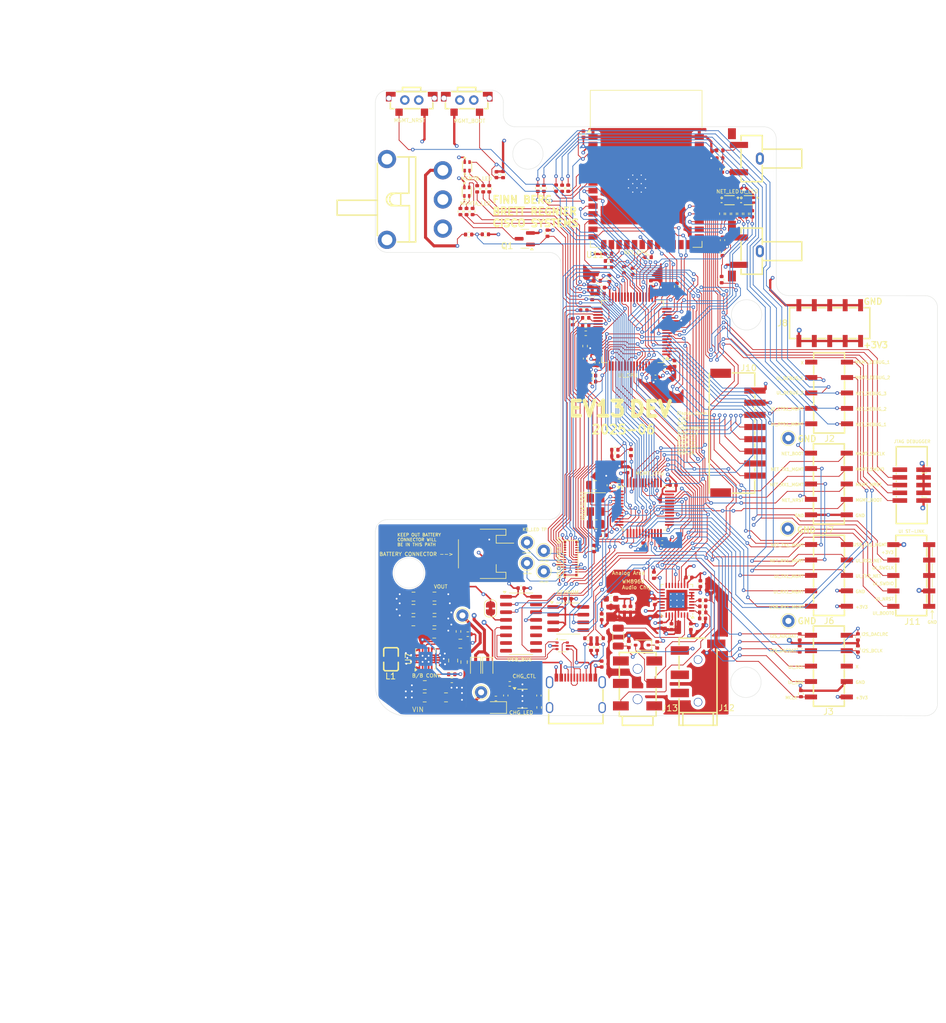
<source format=kicad_pcb>
(kicad_pcb (version 20241229) (generator "pcbnew") (generator_version "9.0")
  (title_block (title "Hactar PCB - Finn Berg, Brett Regnier") (date "2025-06-10") (rev "EV13") (company "CISCO SYSTEMS INC"))
  (layers (0 "F.Cu" signal) (4 "In1.Cu" power) (6 "In2.Cu" power) (2 "B.Cu" signal) (13 "F.Paste" user) (15 "B.Paste" user) (5 "F.SilkS" user "F.Silkscreen") (7 "B.SilkS" user "B.Silkscreen") (1 "F.Mask" user) (3 "B.Mask" user) (25 "Edge.Cuts" user))
  (net 0 "")
  (net 1 "+3.3VA")
  (net 2 "+3.3V")
  (net 3 "VBUS")
  (net 4 "GND")
  (net 5 "Net-(U6-LINPUT2)")
  (net 6 "/UI_BOOT0")
  (net 7 "Net-(U7-VIN)")
  (net 8 "Net-(U6-MICBIAS)")
  (net 9 "/MCLK")
  (net 10 "/MGMT_BOOT")
  (net 11 "/MGMT_NRST")
  (net 12 "Net-(U6-HP_L)")
  (net 13 "/MIC_P")
  (net 14 "/LEDA_R")
  (net 15 "Net-(U6-AMID)")
  (net 16 "/DISP_BL")
  (net 17 "/LEDA_G")
  (net 18 "/BATTERY_MON")
  (net 19 "/LEDA_B")
  (net 20 "/KB_COL3")
  (net 21 "/KB_COL4")
  (net 22 "/DISP_DC")
  (net 23 "/DISP_CS")
  (net 24 "/KB_ROW5")
  (net 25 "/KB_ROW1")
  (net 26 "/KB_ROW2")
  (net 27 "/KB_ROW3")
  (net 28 "/KB_ROW4")
  (net 29 "/KB_ROW6")
  (net 30 "/KB_ROW7")
  (net 31 "/LEDB_R")
  (net 32 "/LEDB_G")
  (net 33 "Net-(U7-VAUX)")
  (net 34 "Net-(J9-CC1)")
  (net 36 "Net-(J9-CC2)")
  (net 38 "/LEDB_B")
  (net 40 "Net-(D8-K)")
  (net 41 "/HP_L")
  (net 42 "/KB_COL5")
  (net 43 "/KB_COL2")
  (net 44 "/MIC_N")
  (net 45 "Net-(U11-IO46)")
  (net 46 "/KB_COL1")
  (net 47 "Net-(U7-FB)")
  (net 48 "/NET_LED_B")
  (net 49 "/NET_LED_G")
  (net 52 "Net-(C22-Pad1)")
  (net 53 "Net-(C27-Pad1)")
  (net 54 "/UI_RTS1_MGMT")
  (net 56 "/NET_LED_R")
  (net 60 "/UI_CTS1_MGMT")
  (net 61 "/UI_CTS2_NET")
  (net 62 "/NET_STAT")
  (net 65 "/NET_BOOT")
  (net 66 "Net-(U7-L1)")
  (net 67 "/MGMT_SWDIO")
  (net 68 "/MGMT_SWCLK")
  (net 69 "/I2S_DACLRC")
  (net 70 "Net-(D1-A)")
  (net 71 "/UI_BOOT1")
  (net 72 "Net-(U2-TS)")
  (net 73 "/I2S_BCLK")
  (net 74 "/I2S_ADCDAT")
  (net 75 "Net-(U7-L2)")
  (net 78 "/I2S_DACDAT")
  (net 79 "/USB_TX1_MGMT")
  (net 80 "/USB_RX1_MGMT")
  (net 82 "/UI_READY")
  (net 84 "Net-(U1-PC2)")
  (net 86 "Net-(U1-PC3)")
  (net 87 "/NET_READY")
  (net 88 "/SPI1_MISO")
  (net 95 "Net-(D2-A)")
  (net 96 "Net-(U7-EN)")
  (net 97 "Net-(U1-VCAP_1)")
  (net 98 "Net-(U1-VCAP_2)")
  (net 99 "Net-(U2-ISET)")
  (net 100 "/NET_TX1_MGMT")
  (net 101 "/NET_RX1_MGMT")
  (net 104 "/PTT_BTN")
  (net 105 "/PTT_AI_BTN")
  (net 106 "/SPI1_CLK")
  (net 107 "/SPI1_MOSI")
  (net 108 "/UI_RTS2_NET")
  (net 109 "Net-(U6-LINPUT1)")
  (net 110 "/USB_CTS_MGMT")
  (net 111 "/NET_MTDI")
  (net 112 "/NET_MTCK")
  (net 113 "/NET_MTDO")
  (net 114 "/NET_MTMS")
  (net 115 "/USB_RTS_MGMT")
  (net 116 "/USB_DTR_MGMT")
  (net 117 "/NET_RTS1_MGMT")
  (net 118 "/NET_CTS1_MGMT")
  (net 119 "/RCC_OSC_IN")
  (net 120 "/RCC_OSC_OUT")
  (net 121 "Net-(U1-PB10)")
  (net 122 "/NET_NRST")
  (net 123 "Net-(D3---Pad1)")
  (net 124 "Net-(D3---Pad3)")
  (net 125 "Net-(D3---Pad4)")
  (net 126 "Net-(D4---Pad3)")
  (net 127 "Net-(D4---Pad4)")
  (net 128 "Net-(D4---Pad1)")
  (net 129 "Net-(D5---Pad3)")
  (net 130 "Net-(D5---Pad4)")
  (net 131 "Net-(D5---Pad1)")
  (net 132 "Net-(D7---Pad4)")
  (net 133 "Net-(D7---Pad1)")
  (net 134 "Net-(D7---Pad3)")
  (net 135 "Net-(D2-K)")
  (net 136 "Net-(D1-K)")
  (net 137 "/USB_CC2_DETECT")
  (net 138 "/USB_CC1_DETECT")
  (net 139 "/DISP_RST")
  (net 141 "/NET_DEBUG_3")
  (net 142 "/NET_DEBUG_2")
  (net 143 "/NET_DEBUG_1")
  (net 144 "Net-(J9-D--PadA7)")
  (net 145 "Net-(J9-D+-PadA6)")
  (net 146 "Net-(U7-PG)")
  (net 147 "/UI_NRST")
  (net 148 "/UI_SWCLK")
  (net 149 "/UI_SWDIO")
  (net 150 "/UI_SCL")
  (net 151 "/UI_SDA")
  (net 152 "/UI_TX2_NET")
  (net 153 "/UI_TX1_MGMT")
  (net 154 "/UI_RX2_NET")
  (net 155 "/UI_RX1_MGMT")
  (net 156 "/UI_LED_B")
  (net 157 "/UI_LED_G")
  (net 158 "/UI_LED_R")
  (net 159 "/UI_DEBUG_1")
  (net 160 "/UI_DEBUG_2")
  (net 161 "/UI_STAT")
  (net 163 "Net-(U3-UD-)")
  (net 164 "Net-(U3-UD+)")
  (net 166 "GNDA")
  (net 167 "/KB_MIC")
  (net 168 "Net-(JP3-A)")
  (net 169 "Net-(SW6-C)")
  (net 170 "/KB_LEDK_2&3")
  (net 171 "/KB_LEDK_1&4")
  (net 172 "/KB_LEDA_1&2")
  (net 173 "/KB_LEDA_3&4")
  (net 174 "Net-(U8-PB1)")
  (net 175 "Net-(U8-PC13)")
  (net 176 "Net-(J2-Pin_8)")
  (net 177 "Net-(J2-Pin_7)")
  (net 178 "Net-(J2-Pin_6)")
  (net 181 "Net-(U8-PB7)")
  (net 182 "Net-(U8-PB9)")
  (net 183 "Net-(U1-PC6)")
  (net 184 "Net-(U1-PC7)")
  (net 185 "Net-(U1-PC9)")
  (net 186 "Net-(U1-PB15)")
  (net 187 "Net-(U1-PB13)")
  (net 188 "/MIC_IO")
  (net 189 "Net-(U1-PA6)")
  (net 190 "Net-(Q1-D)")
  (net 191 "Net-(J2-Pin_3)")
  (net 192 "Net-(J2-Pin_2)")
  (net 193 "/MGMT_DEBUG_2")
  (net 194 "/MGMT_DEBUG_1")
  (net 195 "/DISP_CLK")
  (net 196 "/DISP_MOSI")
  (footprint "TestPoint:TestPoint_THTPad_D2.0mm_Drill1.0mm" (layer "F.Cu") (at 181.91 114.49)
    (property "Reference" "TP10" (hide yes))
    (property "Value" "TestPoint" (hide yes))
  )
  (footprint "Capacitor_SMD:C_0805_2012Metric" (layer "F.Cu") (at 120.28 125.69 180)
    (property "Reference" "C45" (hide yes))
    (property "Value" "10u" (hide yes))
  )
  (footprint "Capacitor_SMD:C_0402_1005Metric" (layer "F.Cu") (at 150.53 87.18 -90)
    (property "Reference" "C13" (hide yes))
    (property "Value" "100n" (hide yes))
  )
  (footprint "Resistor_SMD:R_0402_1005Metric" (layer "F.Cu") (at 141.75 58.45 90)
    (property "Reference" "R40" (hide yes))
    (property "Value" "1k0")
  )
  (footprint "Capacitor_SMD:C_0402_1005Metric" (layer "F.Cu") (at 151.26 136.79 -90)
    (property "Reference" "C1" (hide yes))
    (property "Value" "10u" (hide yes))
  )
  (footprint "Capacitor_SMD:C_0805_2012Metric" (layer "F.Cu") (at 126.81 136.21 -90)
    (property "Reference" "C40" (hide yes))
    (property "Value" "100n" (hide yes))
  )
  (footprint "Hactar_Footprints:SW-SMD_YIYUAN_YTS1C003XXX" (layer "F.Cu") (at 129.03 44.64 180)
    (property "Reference" "SW4" (hide yes))
    (property "Value" "SW_Push" (hide yes))
  )
  (footprint "TestPoint:TestPoint_THTPad_D2.0mm_Drill1.0mm" (layer "F.Cu") (at 131.41 141.44)
    (property "Reference" "TP2" (hide yes))
    (property "Value" "TestPoint" (hide yes))
  )
  (footprint "Capacitor_SMD:C_0402_1005Metric" (layer "F.Cu") (at 148.61 86.49 90)
    (property "Reference" "C19" (hide yes))
    (property "Value" "2u2" (hide yes))
  )
  (footprint "Capacitor_SMD:C_0805_2012Metric" (layer "F.Cu") (at 125.63 142.28)
    (property "Reference" "C39" (hide yes))
    (property "Value" "10u" (hide yes))
  )
  (footprint "Resistor_SMD:R_0402_1005Metric" (layer "F.Cu") (at 155.73 133.56 -90)
    (property "Reference" "R71" (hide yes))
    (property "Value" "100k" (hide yes))
  )
  (footprint "Resistor_SMD:R_0402_1005Metric" (layer "F.Cu") (at 144.75 58.45 90)
    (property "Reference" "R37" (hide yes))
    (property "Value" "1k0")
  )
  (footprint "Resistor_SMD:R_0402_1005Metric" (layer "F.Cu") (at 126.59 139.48 180)
    (property "Reference" "R1" (hide yes))
    (property "Value" "100k" (hide yes))
  )
  (footprint "Capacitor_SMD:C_0805_2012Metric" (layer "F.Cu") (at 122.12 142.29 180)
    (property "Reference" "C38" (hide yes))
    (property "Value" "10u" (hide yes))
  )
  (footprint "Resistor_SMD:R_0402_1005Metric" (layer "F.Cu") (at 129.22 131.88 180)
    (property "Reference" "R20" (hide yes))
    (property "Value" "64k9" (hide yes))
  )
  (footprint "Resistor_SMD:R_0402_1005Metric" (layer "F.Cu") (at 193.45 132.33 90)
    (property "Reference" "R30" (hide yes))
    (property "Value" "4k7" (hide yes))
  )
  (footprint "Resistor_SMD:R_0402_1005Metric" (layer "F.Cu") (at 163.63 74.63 90)
    (property "Reference" "R61" (hide yes))
    (property "Value" "1k0" (hide yes))
  )
  (footprint "Capacitor_SMD:C_0805_2012Metric" (layer "F.Cu") (at 123.7 131.78)
    (property "Reference" "C42" (hide yes))
    (property "Value" "100n" (hide yes))
  )
  (footprint "Resistor_SMD:R_0402_1005Metric" (layer "F.Cu") (at 156.08 101.97 90)
    (property "Reference" "R62" (hide yes))
    (property "Value" "1k0" (hide yes))
  )
  (footprint "Resistor_SMD:R_0402_1005Metric" (layer "F.Cu") (at 183.86 132.33 90)
    (property "Reference" "R41" (hide yes))
    (property "Value" "4k7" (hide yes))
  )
  (footprint "TestPoint:TestPoint_THTPad_D2.0mm_Drill1.0mm" (layer "F.Cu") (at 128.335 128.79)
    (property "Reference" "TP1" (hide yes))
    (property "Value" "TestPoint" (hide yes))
  )
  (footprint "Capacitor_SMD:C_0402_1005Metric" (layer "F.Cu") (at 151.232428 74.800773 180)
    (property "Reference" "C14" (hide yes))
    (property "Value" "100n" (hide yes))
  )
  (footprint "Capacitor_SMD:C_0805_2012Metric" (layer "F.Cu") (at 150.145 107.3275 180)
    (property "Reference" "C4" (hide yes))
    (property "Value" "33p" (hide yes))
  )
  (footprint "Capacitor_SMD:C_0402_1005Metric" (layer "F.Cu") (at 161.02 130.4 -90)
    (property "Reference" "C3" (hide yes))
    (property "Value" "4u7" (hide yes))
  )
  (footprint "Resistor_SMD:R_0402_1005Metric" (layer "F.Cu") (at 152.52 73.3 90)
    (property "Reference" "R5" (hide yes))
    (property "Value" "4k7" (hide yes))
  )
  (footprint "Resistor_SMD:R_0402_1005Metric" (layer "F.Cu") (at 135.03 56.19 -90)
    (property "Reference" "R10" (hide yes))
    (property "Value" "4k7" (hide yes))
  )
  (footprint "Resistor_SMD:R_0402_1005Metric" (layer "F.Cu") (at 158.91 69.8)
    (property "Reference" "R72" (hide yes))
    (property "Value" "1k0" (hide yes))
  )
  (footprint "Hactar_Footprints:USB-C_SMD-TYPE-C-31-M-12" (layer "F.Cu") (at 147.01 141.49)
    (property "Reference" "J9" (hide yes))
    (property "Value" "USB_C_Receptacle" (hide yes))
  )
  (footprint "Package_TO_SOT_SMD:SOT-23-6" (layer "F.Cu") (at 138.2175 142.5)
    (property "Reference" "U2" (hide yes))
    (property "Value" "BQ21040DBV" (hide yes))
  )
  (footprint "Hactar_Footprints:BM14B(0.B)-24DS-0.4V(53)" (layer "F.Cu") (at 147.362653 122.391432 90)
    (property "Reference" "U13" (hide yes))
    (property "Value" "BM14B(0.8)-24DS-0.4V(53)" (hide yes))
  )
  (footprint "Resistor_SMD:R_0402_1005Metric" (layer "F.Cu") (at 151.01 132.54 180)
    (property "Reference" "R33" (hide yes))
    (property "Value" "1k0")
  )
  (footprint "Resistor_SMD:R_0402_1005Metric" (layer "F.Cu") (at 150.03 117.76 -90)
    (property "Reference" "R44" (hide yes))
    (property "Value" "4k7" (hide yes))
  )
  (footprint "Capacitor_SMD:C_0402_1005Metric" (layer "F.Cu") (at 167.51 123.56 -90)
    (property "Reference" "C16" (hide yes))
    (property "Value" "100n" (hide yes))
  )
  (footprint "Resistor_SMD:R_0402_1005Metric" (layer "F.Cu") (at 154.92 71.85 90)
    (property "Reference" "R74" (hide yes))
    (property "Value" "1k0" (hide yes))
  )
  (footprint "Package_QFP:LQFP-64_10x10mm_P0.5mm" (layer "F.Cu") (at 156.34 82.045 180)
    (property "Reference" "U1" (hide yes))
    (property "Value" "STM32F405RGTx" (hide yes))
  )
  (footprint "Hactar_Footprints:JST_PH_S2B-PH-SM4-TB_1x02-1MP_P2.00mm_Horizontal" (layer "F.Cu") (at 132.19 118.64 -90)
    (property "Reference" "J1" (hide yes))
    (property "Value" "Conn_01x02_Socket" (hide yes))
  )
  (footprint "Diode_SMD:D_0805_2012Metric" (layer "F.Cu") (at 133.908901 143.951263 180)
    (property "Reference" "D1" (hide yes))
    (property "Value" "LED" (hide yes))
  )
  (footprint "NetTie:NetTie-4_SMD_Pad0.5mm" (layer "F.Cu") (at 152.76 129.04)
    (property "Reference" "NT1" (hide yes))
    (property "Value" "NetTie_4" (hide yes))
  )
  (footprint "Capacitor_SMD:C_0805_2012Metric" (layer "F.Cu") (at 123.74 127.71)
    (property "Reference" "C48" (hide yes))
    (property "Value" "10u" (hide yes))
  )
  (footprint "Package_QFP:LQFP-48_7x7mm_P0.5mm" (layer "F.Cu") (at 158.27 111.1225)
    (property "Reference" "U8" (hide yes))
    (property "Value" "STM32F072CBTx" (hide yes))
  )
  (footprint "Inductor_SMD:L_0603_1608Metric" (layer "F.Cu") (at 152.7975 126.04)
    (property "Reference" "L2" (hide yes))
    (property "Value" "120Ω" (hide yes))
  )
  (footprint "Resistor_SMD:R_0402_1005Metric" (layer "F.Cu") (at 160.41 133.64 -90)
    (property "Reference" "R29" (hide yes))
    (property "Value" "47k" (hide yes))
  )
  (footprint "Resistor_SMD:R_0402_1005Metric" (layer "F.Cu") (at 136.128744 140.052812 180)
    (property "Reference" "R22" (hide yes))
    (property "Value" "10k" (hide yes))
  )
  (footprint "Capacitor_SMD:C_0402_1005Metric" (layer "F.Cu") (at 163.26 87.31 -90)
    (property "Reference" "C56" (hide yes))
    (property "Value" "100n")
  )
  (footprint "Hactar_Footprints:CONN-SMD_8P-P2.00_S8B-PH-SM4-TB-LF-SN" (layer "F.Cu") (at 173.675 98.76 -90)
    (property "Reference" "J10")
    (property "Value" "Conn_01x08_Socket")
  )
  (footprint "Resistor_SMD:R_0402_1005Metric" (layer "F.Cu") (at 172.05 62.66 90)
    (property "Reference" "R17" (hide yes))
    (property "Value" "150R" (hide yes))
  )
  (footprint "Resistor_SMD:R_0402_1005Metric" (layer "F.Cu") (at 132.757326 58.523156 -90)
    (property "Reference" "R13" (hide yes))
    (property "Value" "180R" (hide yes))
  )
  (footprint "Resistor_SMD:R_0402_1005Metric" (layer "F.Cu") (at 127.68369 131.419153 90)
    (property "Reference" "R19" (hide yes))
    (property "Value" "360k" (hide yes))
  )
  (footprint "TestPoint:TestPoint_THTPad_D2.0mm_Drill1.0mm" (layer "F.Cu") (at 138.96 116.765)
    (property "Reference" "TP4" (hide yes))
    (property "Value" "TestPoint" (hide yes))
  )
  (footprint "Capacitor_SMD:C_0402_1005Metric" (layer "F.Cu") (at 140.923996 141.977327 -90)
    (property "Reference" "C21" (hide yes))
    (property "Value" "10u")
  )
  (footprint "Capacitor_SMD:C_1206_3216Metric" (layer "F.Cu") (at 153.99 132.35 -90)
    (property "Reference" "C30" (hide yes))
    (property "Value" "100u" (hide yes))
  )
  (footprint "Resistor_SMD:R_0402_1005Metric" (layer "F.Cu") (at 148.64 80.99 180)
    (property "Reference" "R64" (hide yes))
    (property "Value" "680R" (hide yes))
  )
  (footprint "Resistor_SMD:R_0402_1005Metric" (layer "F.Cu") (at 148.26 49.54 -90)
    (property "Reference" "R4" (hide yes))
    (property "Value" "15k" (hide yes))
  )
  (footprint "Resistor_SMD:R_0402_1005Metric" (layer "F.Cu") (at 140.75 58.45 90)
    (property "Reference" "R39" (hide yes))
    (property "Value" "1k0")
  )
  (footprint "TestPoint:TestPoint_THTPad_D2.0mm_Drill1.0mm" (layer "F.Cu") (at 138.96 120.165)
    (property "Reference" "TP6" (hide yes))
    (property "Value" "TestPoint" (hide yes))
  )
  (footprint "Resistor_SMD:R_0402_1005Metric" (layer "F.Cu") (at 153.43 101.5)
    (property "Reference" "R48" (hide yes))
    (property "Value" "4k7" (hide yes))
  )
  (footprint "Hactar_Footprints:HDR-SMD_10P-P2.54" (layer "F.Cu") (at 188.81 80.65)
    (property "Reference" "J8")
    (property "Value" "Conn_02x05_Counter_Clockwise" (hide yes))
  )
  (footprint "Resistor_SMD:R_0402_1005Metric" (layer "F.Cu") (at 142.34 65.85 90)
    (property "Reference" "R55" (hide yes))
    (property "Value" "47k" (hide yes))
  )
  (footprint "Resistor_SMD:R_0402_1005Metric" (layer "F.Cu") (at 149 132.54)
    (property "Reference" "R31" (hide yes))
    (property "Value" "1k0")
  )
  (footprint "Capacitor_SMD:C_0402_1005Metric" (layer "F.Cu") (at 171.16 66.99 -90)
    (property "Reference" "C27" (hide yes))
    (property "Value" "100n" (hide yes))
  )
  (footprint "Capacitor_SMD:C_0402_1005Metric" (layer "F.Cu") (at 156.01 127.77 -90)
    (property "Reference" "C8" (hide yes))
    (property "Value" "10n" (hide yes))
  )
  (footprint "Hactar_Footprints:HDR-SMD_10P-P2.54" (layer "F.Cu") (at 202.235 122.21 -90)
    (property "Reference" "J11")
    (property "Value" "Conn_02x05_Counter_Clockwise")
  )
  (footprint "Resistor_SMD:R_0402_1005Metric" (layer "F.Cu") (at 154.09 106.7)
    (property "Reference" "R58" (hide yes))
    (property "Value" "4k7" (hide yes))
  )
  (footprint "Capacitor_SMD:C_0805_2012Metric" (layer "F.Cu") (at 123.73 125.68)
    (property "Reference" "C46" (hide yes))
    (property "Value" "10u" (hide yes))
  )
  (footprint "Resistor_SMD:R_0402_1005Metric" (layer "F.Cu") (at 133.843901 142.464222 180)
    (property "Reference" "R27" (hide yes))
    (property "Value" "1k5" (hide yes))
  )
  (footprint "Resistor_SMD:R_0402_1005Metric" (layer "F.Cu") (at 129.01 62.28 -90)
    (property "Reference" "R11" (hide yes))
    (property "Value" "150R" (hide yes))
  )
  (footprint "Resistor_SMD:R_0402_1005Metric" (layer "F.Cu") (at 184.07 141.66 -90)
    (property "Reference" "R50" (hide yes))
    (property "Value" "47k" (hide yes))
  )
  (footprint "Resistor_SMD:R_0402_1005Metric" (layer "F.Cu") (at 161.62 87.99)
    (property "Reference" "R54" (hide yes))
    (property "Value" "4k7" (hide yes))
  )
  (footprint "Capacitor_SMD:C_0402_1005Metric" (layer "F.Cu") (at 170.71 53.49 180)
    (property "Reference" "C22" (hide yes))
    (property "Value" "100n" (hide yes))
  )
  (footprint "Capacitor_SMD:C_0402_1005Metric" (layer "F.Cu") (at 151.188244 75.798099)
    (property "Reference" "C17" (hide yes))
    (property "Value" "2u2" (hide yes))
  )
  (footprint "Resistor_SMD:R_0402_1005Metric" (layer "F.Cu") (at 130.010891 62.275114 -90)
    (property "Reference" "R6" (hide yes))
    (property "Value" "180R" (hide yes))
  )
  (footprint "Hactar_Footprints:LED-ARRAY-SMD_4P-L1.6-W1.5-TL_NH-B1515RGBA" (layer "F.Cu") (at 172.3 60.41)
    (property "Reference" "D5" (hide yes))
    (property "Value" "NH-B1515RGBA-HF" (hide yes))
  )
  (footprint "Hactar_Footprints:AUDIO-SMD_PJ-320D" (layer "F.Cu") (at 167.13 137.51 180)
    (property "Reference" "J12")
    (property "Value" "AudioJack4")
  )
  (footprint "Resistor_SMD:R_0402_1005Metric" (layer "F.Cu") (at 183.86 134.29 -90)
    (property "Reference" "R46" (hide yes))
    (property "Value" "4k7" (hide yes))
  )
  (footprint "TestPoint:TestPoint_THTPad_D2.0mm_Drill1.0mm" (layer "F.Cu") (at 182.01 129.69)
    (property "Reference" "TP11" (hide yes))
    (property "Value" "TestPoint" (hide yes))
  )
  (footprint "Resistor_SMD:R_0402_1005Metric" (layer "F.Cu") (at 158.11 117.38 90)
    (property "Reference" "R57" (hide yes))
    (property "Value" "4k7" (hide yes))
  )
  (footprint "Resistor_SMD:R_0402_1005Metric" (layer "F.Cu") (at 171.11 55.29 90)
    (property "Reference" "R51" (hide yes))
    (property "Value" "1k0" (hide yes))
  )
  (footprint "Resistor_SMD:R_0402_1005Metric" (layer "F.Cu") (at 173.05 62.65 90)
    (property "Reference" "R16" (hide yes))
    (property "Value" "180R" (hide yes))
  )
  (footprint "NetTie:NetTie-2_SMD_Pad0.5mm" (layer "F.Cu") (at 169.26 125.79 90)
    (property "Reference" "JP1" (hide yes))
    (property "Value" "SolderJumper_2_Bridged" (hide yes))
  )
  (footprint "Resistor_SMD:R_0402_1005Metric" (layer "F.Cu") (at 126.58 138.49)
    (property "Reference" "R21" (hide yes))
    (property "Value" "100k" (hide yes))
  )
  (footprint "Diode_SMD:D_SOD-323" (layer "F.Cu") (at 130.51 137.29 -90)
    (property "Reference" "D2" (hide yes))
    (property "Value" "1N5819WS" (hide yes))
  )
  (footprint "Capacitor_SMD:C_0402_1005Metric" (layer "F.Cu") (at 151.26 129.02 -90)
    (property "Reference" "C10" (hide yes))
    (property "Value" "1u" (hide yes))
  )
  (footprint "Resistor_SMD:R_0402_1005Metric" (layer "F.Cu") (at 175.05 62.65 90)
    (property "Reference" "R25" (hide yes))
    (property "Value" "150R" (hide yes))
  )
  (footprint "Resistor_SMD:R_0402_1005Metric" (layer "F.Cu") (at 145.75 58.44 90)
    (property "Reference" "R38" (hide yes))
    (property "Value" "1k0")
  )
  (footprint "Hactar_Footprints:SW-SMD_L7.5-W8.0-P4.50_TS-1045-A13B3-D2" (layer "F.Cu") (at 175.009 53.56 90)
    (property "Reference" "SW3" (hide yes))
    (property "Value" "SW_Push" (hide yes))
  )
  (footprint "Capacitor_SMD:C_0402_1005Metric" (layer "F.Cu") (at 133.94 56.21 -90)
    (property "Reference" "C36" (hide yes))
    (property "Value" "100n" (hide yes))
  )
  (footprint "Capacitor_SMD:C_0402_1005Metric" (layer "F.Cu") (at 145.76 126.04)
    (property "Reference" "C20" (hide yes))
    (property "Value" "100n" (hide yes))
  )
  (footprint "Hactar_Footprints:SW-SMD_L7.5-W8.0-P4.50_TS-1045-A13B3-D2" (layer "F.Cu") (at 175.01 68.8 90)
    (property "Reference" "SW1" (hide yes))
    (property "Value" "SW_Push" (hide yes))
  )
  (footprint "Capacitor_SMD:C_0402_1005Metric" (layer "F.Cu") (at 151.51 115.58 180)
    (property "Reference" "C35" (hide yes))
    (property "Value" "100n" (hide yes))
  )
  (footprint "Capacitor_SMD:C_0402_1005Metric" (layer "F.Cu") (at 160.116702 89.573525 180)
    (property "Reference" "C12" (hide yes))
    (property "Value" "100n" (hide yes))
  )
  (footprint "Package_TO_SOT_SMD:SOT-23" (layer "F.Cu") (at 138.6025 66.76 180)
    (property "Reference" "Q1")
    (property "Value" "2N7002" (hide yes))
  )
  (footprint "Resistor_SMD:R_0402_1005Metric" (layer "F.Cu") (at 171.05 62.65 90)
    (property "Reference" "R18" (hide yes))
    (property "Value" "150R" (hide yes))
  )
  (footprint "Resistor_SMD:R_0402_1005Metric" (layer "F.Cu") (at 152.38 70.42)
    (property "Reference" "R68" (hide yes))
    (property "Value" "1k0" (hide yes))
  )
  (footprint "Resistor_SMD:R_0402_1005Metric" (layer "F.Cu") (at 148.63 79.78 180)
    (property "Reference" "R63" (hide yes))
    (property "Value" "680R" (hide yes))
  )
  (footprint "Capacitor_SMD:C_0402_1005Metric" (layer "F.Cu") (at 161.224411 116.836126)
    (property "Reference" "C25" (hide yes))
    (property "Value" "100n" (hide yes))
  )
  (footprint "Resistor_SMD:R_0402_1005Metric" (layer "F.Cu") (at 152.38 69.23 180)
    (property "Reference" "R32" (hide yes))
    (property "Value" "4k7" (hide yes))
  )
  (footprint "Resistor_SMD:R_0402_1005Metric" (layer "F.Cu") (at 128 62.28 -90)
    (property "Reference" "R12" (hide yes))
    (property "Value" "150R" (hide yes))
  )
  (footprint "Hactar_Footprints:HDR-SMD_10P-P2.54" (layer "F.Cu") (at 188.67 107.14 -90)
    (property "Reference" "J7")
    (property "Value" "Conn_02x05_Counter_Clockwise" (hide yes))
  )
  (footprint "Hactar_Footprints:LED-ARRAY-SMD_4P-L1.6-W1.5-TL_NH-B1515RGBA" (layer "F.Cu") (at 129.11 54.84 90)
    (property "Reference" "D4" (hide yes))
    (property "Value" "NH-B1515RGBA-HF" (hide yes))
  )
  (footprint "Capacitor_SMD:C_0402_1005Metric" (layer "F.Cu") (at 165.6275 122.54 180)
    (property "Reference" "C15" (hide yes))
    (property "Value" "100n" (hide yes))
  )
  (footprint "Hactar_Footprints:IDC-SMD_10P-P1.27_X1270WVS-2X05B-6TV01" (layer "F.Cu") (at 202.31 107.325 90)
    (property "Reference" "CN2" (hide yes))
    (property "Value" "Conn_05x02_Female" (hide yes))
  )
  (footprint "Resistor_SMD:R_0402_1005Metric" (layer "F.Cu") (at 153.43 102.55)
    (property "Reference" "R45" (hide yes))
    (property "Value" "4k7" (hide yes))
  )
  (footprint "Resistor_SMD:R_0402_1005Metric" (layer "F.Cu") (at 130.765095 58.531837 -90)
    (property "Reference" "R15" (hide yes))
    (property "Value" "150R" (hide yes))
  )
  (footprint "Resistor_SMD:R_0402_1005Metric" (layer "F.Cu") (at 156.35 72.12 90)
    (property "Reference" "R73" (hide yes))
    (property "Value" "1k0" (hide yes))
  )
  (footprint "Resistor_SMD:R_0402_1005Metric" (layer "F.Cu") (at 193.45 134.3 -90)
    (property "Reference" "R35" (hide yes))
    (property "Value" "4k7" (hide yes))
  )
  (footprint "Capacitor_SMD:C_0805_2012Metric" (layer "F.Cu") (at 150.26 113.7775)
    (property "Reference" "C23" (hide yes))
    (property "Value" "33p" (hide yes))
  )
  (footprint "Hactar_Footprints:HDR-SMD_10P-P2.54" (layer "F.Cu") (at 188.67 137.13 90)
    (property "Reference" "J3")
    (property "Value" "Conn_02x05_Counter_Clockwise" (hide yes))
  )
  (footprint "Resistor_SMD:R_0402_1005Metric" (layer "F.Cu") (at 167.8975 128.29 180)
    (property "Reference" "R9" (hide yes))
    (property "Value" "2k2" (hide yes))
  )
  (footprint "Resistor_SMD:R_0402_1005Metric" (layer "F.Cu") (at 131.76 58.53 -90)
    (property "Reference" "R14" (hide yes))
    (property "Value" "150R" (hide yes))
  )
  (footprint "Resistor_SMD:R_0402_1005Metric" (layer "F.Cu") (at 171.01 73.49 90)
    (property "Reference" "R28" (hide yes))
    (property "Value" "1k0")
  )
  (footprint "Diode_SMD:D_SOD-323" (layer "F.Cu") (at 132.51 137.29 -90)
    (property "Reference" "D6" (hide yes))
    (property "Value" "1N5819WS" (hide yes))
  )
  (footprint "Resistor_SMD:R_0402_1005Metric" (layer "F.Cu") (at 152.37 71.45)
    (property "Reference" "R69" (hide yes))
    (property "Value" "1k0" (hide yes))
  )
  (footprint "Resistor_SMD:R_0402_1005Metric" (layer "F.Cu") (at 176.05 62.65 90)
    (property "Reference" "R23" (hide yes))
    (property "Value" "180R" (hide yes))
  )
  (footprint "Resistor_SMD:R_0402_1005Metric" (layer "F.Cu") (at 149.51 134.04 90)
    (property "Reference" "R3" (hide yes))
    (property "Value" "5k1")
  )
  (footprint "Capacitor_SMD:C_0402_1005Metric" (layer "F.Cu") (at 163.025 107.32)
    (property "Reference" "C34" (hide yes))
    (property "Value" "100n" (hide yes))
  )
  (footprint "Hactar_Footprints:SW-TH_SS-12D11G5R" (layer "F.Cu") (at 120.51 60.29 90)
    (property "Reference" "SW6" (hide yes))
    (property "Value" "SW_SPDT" (hide yes))
  )
  (footprint "Resistor_SMD:R_0402_1005Metric" (layer "F.Cu") (at 146.5 80.41 -90)
    (property "Reference" "R66" (hide yes))
    (property "Value" "680R" (hide yes))
  )
  (footprint "Hactar_Footprints:HDR-SMD_10P-P2.54" (layer "F.Cu") (at 188.71 92.15 -90)
    (property "Reference" "J2")
    (property "Value" "Conn_02x05_Counter_Clockwise" (hide yes))
  )
  (footprint "RF_Module:ESP32-S3-WROOM-1" (layer "F.Cu") (at 158.58 55.22)
    (property "Reference" "U11")
    (property "Value" "ESP32-S3-WROOM-1")
  )
  (footprint "Hactar_Footprints:MCL2016A1R0MT" (layer "F.Cu") (at 116.575327 136.000688 90)
    (property "Reference" "L1")
    (property "Value" "1uH")
  )
  (footprint "Resistor_SMD:R_0402_1005Metric" (layer "F.Cu") (at 143.75 58.43 90)
    (property "Reference" "R36" (hide yes))
    (property "Value" "1k0")
  )
  (footprint "Resistor_SMD:R_0402_1005Metric" (layer "F.Cu") (at 132.12 66.03)
    (property "Reference" "R34" (hide yes))
    (property "Value" "15k" (hide yes))
  )
  (footprint "Resistor_SMD:R_0402_1005Metric" (layer "F.Cu") (at 170.71 52.19)
    (property "Reference" "R53" (hide yes))
    (property "Value" "4k7" (hide yes))
  )
  (footprint "Hactar_Footprints:LED-ARRAY-SMD_4P-L1.6-W1.5-TL_NH-B1515RGBA" (layer "F.Cu") (at 175.52 60.41)
    (property "Reference" "D7" (hide yes))
    (property "Value" "NH-B1515RGBA-HF" (hide yes))
  )
  (footprint "Capacitor_SMD:C_0402_1005Metric" (layer "F.Cu") (at 167.8975 127.29)
    (property "Reference" "C18" (hide yes))
    (property "Value" "1u" (hide yes))
  )
  (footprint "Resistor_SMD:R_0402_1005Metric" (layer "F.Cu") (at 149.75 90.29)
    (property "Reference" "R8" (hide yes))
    (property "Value" "1k5")
  )
  (footprint "Hactar_Footprints:LED-ARRAY-SMD_4P-L1.6-W1.5-TL_NH-B1515RGBA" (layer "F.Cu") (at 129.053691 59.00382 90)
    (property "Reference" "D3" (hide yes))
    (property "Value" "NH-B1515RGBA-HF" (hide yes))
  )
  (footprint "Capacitor_SMD:C_0402_1005Metric" (layer "F.Cu") (at 135.471401 141.971263 90)
    (property "Reference" "C2" (hide yes))
    (property "Value" "10u" (hide yes))
  )
  (footprint "Resistor_SMD:R_0402_1005Metric" (layer "F.Cu") (at 129.36 66.06 180)
    (property "Reference" "R70" (hide yes))
    (property "Value" "4k7" (hide yes))
  )
  (footprint "Capacitor_SMD:C_0402_1005Metric" (layer "F.Cu") (at 160.01 126.52 90)
    (property "Reference" "C6" (hide yes))
    (property "Value" "4u7" (hide yes))
  )
  (footprint "Resistor_SMD:R_0402_1005Metric" (layer "F.Cu") (at 149.75 89.29)
    (property "Reference" "R7" (hide yes))
    (property "Value" "1k5")
  )
  (footprint "Capacitor_SMD:C_0805_2012Metric" (layer "F.Cu") (at 127.99 133.43)
    (property "Reference" "C41" (hide yes))
    (property "Value" "2p2" (hide yes))
  )
  (footprint "Resistor_SMD:R_0402_1005Metric" (layer "F.Cu") (at 140.971401 143.941263 90)
    (property "Reference" "R26" (hide yes))
    (property "Value" "680R" (hide yes))
  )
  (footprint "Resistor_SMD:R_0402_1005Metric" (layer "F.Cu") (at 150.51 73.69)
    (property "Reference" "R43" (hide yes))
    (property "Value" "4k7" (hide yes))
  )
  (footprint "Capacitor_SMD:C_0402_1005Metric" (layer "F.Cu") (at 165.95 130.64 90)
    (property "Reference" "C7" (hide yes))
    (property "Value" "100n" (hide yes))
  )
  (footprint "Resistor_SMD:R_0402_1005Metric" (layer "F.Cu") (at 171.15 69.02 -90)
    (property "Reference" "R52" (hide yes))
    (property "Value" "4k7" (hide yes))
  )
  (footprint "Jumper:SolderJumper-2_P1.3mm_Bridged_RoundedPad1.0x1.5mm" (layer "F.Cu") (at 132.96 127.64 90)
    (property "Reference" "JP3" (hide yes))
    (property "Value" "SolderJumper_2_Bridged" (hide yes))
  )
  (footprint "Capacitor_SMD:C_0402_1005Metric" (layer "F.Cu") (at 137.99 124.29 180)
    (property "Reference" "C32" (hide yes))
    (property "Value" "100n" (hide yes))
  )
  (footprint "Capacitor_SMD:C_0402_1005Metric" (layer "F.Cu") (at 162.76 130.64 -90)
    (property "Reference" "C31" (hide yes))
    (property "Value" "4u7" (hide yes))
  )
  (footprint "Capacitor_SMD:C_0805_2012Metric" (layer "F.Cu") (at 120.26 129.75 180)
    (property "Reference" "C43" (hide yes))
    (property "Value" "10u" (hide yes))
  )
  (footprint "Capacitor_SMD:C_0402_1005Metric" (layer "F.Cu") (at 155.01 127.77 -90)
    (property "Reference" "C9" (hide yes))
    (property "Value" "1u" (hide yes))
  )
  (footprint "Resistor_SMD:R_0402_1005Metric" (layer "F.Cu") (at 148.53 84.43 90)
    (property "Reference" "R49" (hide yes))
    (property "Value" "4k7" (hide yes))
  )
  (footprint "Capacitor_SMD:C_0402_1005Metric" (layer "F.Cu") (at 152.51475 107.358126 -90)
    (property "Reference" "C24" (hide yes))
    (property "Value" "100n" (hide yes))
  )
  (footprint "TestPoint:TestPoint_THTPad_D2.0mm_Drill1.0mm" (layer "F.Cu") (at 182.01 99.59)
    (property "Reference" "TP9" (hide yes))
    (property "Value" "TestPoint" (hide yes))
  )
  (footprint "Resistor_SMD:R_0603_1608Metric" (layer "F.Cu") (at 128.606346 136.465 -90)
    (property "Reference" "R42" (hide yes))
    (property "Value" "0R1")
  )
  (footprint "Hactar_Footprints:SW-SMD_YIYUAN_YTS1C003XXX" (layer "F.Cu") (at 119.97 44.64 180)
    (property "Reference" "SW2" (hide yes))
    (property "Value" "SW_Push" (hide yes))
  )
  (footprint "Resistor_SMD:R_0402_1005Metric" (layer "F.Cu") (at 148.32 78.53)
    (property "Reference" "R67" (hide yes))
    (property "Value" "680R" (hide yes))
  )
  (footprint "TestPoint:TestPoint_THTPad_D2.0mm_Drill1.0mm" (layer "F.Cu") (at 141.735 121.54)
    (property "Reference" "TP5" (hide yes))
    (property "Value" "TestPoint" (hide yes))
  )
  (footprint "Capacitor_SMD:C_0402_1005Metric" (layer "F.Cu") (at 167.9175 126.29)
    (property "Reference" "C5" (hide yes))
    (property "Value" "1u" (hide yes))
  )
  (footprint "Package_SO:SOIC-8_3.9x4.9mm_P1.27mm" (layer "F.Cu") (at 145.765 129.295)
    (property "Reference" "U5" (hide yes))
    (property "Value" "M24C02-RMN6TP" (hide yes))
  )
  (footprint "Hactar_Footprints:AUDIO-SMD_PJ-242" (layer "F.Cu") (at 157.17 139.98 180)
    (property "Reference" "J13")
    (property "Value" "AudioJack4")
  )
  (footprint "Capacitor_SMD:C_0402_1005Metric" (layer "F.Cu") (at 159.36 74.15 90)
    (property "Reference" "C11" (hide yes))
    (property "Value" "100n" (hide yes))
  )
  (footprint "Resistor_SMD:R_0402_1005Metric" (layer "F.Cu") (at 149.7 76.28 -90)
    (property "Reference" "R47" (hide yes))
    (property "Value" "4k7" (hide yes))
  )
  (footprint "Package_DFN_QFN:QFN-32-1EP_5x5mm_P0.5mm_EP3.45x3.45mm_ThermalVias" (layer "F.Cu") (at 163.6475 126.29 180)
    (property "Reference" "U6" (hide yes))
    (property "Value" "WM8960CGEFL/RV" (hide yes))
  )
  (footprint "TestPoint:TestPoint_THTPad_D2.0mm_Drill1.0mm" (layer "F.Cu") (at 141.735 118.14)
    (property "Reference" "TP3" (hide yes))
    (property "Value" "TestPoint" (hide yes))
  )
  (footprint "Package_TO_SOT_SMD:SOT-666" (layer "F.Cu") (at 144.76 133.79)
    (property "Reference" "U4" (hide yes))
    (property "Value" "USBLC6-2P6" (hide yes))
  )
  (footprint "Package_SO:SOIC-16_3.9x9.9mm_P1.27mm" (layer "F.Cu") (at 137.985 130.155)
    (property "Reference" "U3" (hide yes))
    (property "Value" "CH340C" (hide yes))
  )
  (footprint "Hactar_Footprints:HDR-SMD_10P-P2.54" (layer "F.Cu") (at 188.69 122.19 90)
    (property "Reference" "J6")
    (property "Value" "Conn_02x05_Counter_Clockwise" (hide yes))
  )
  (footprint "Capacitor_SMD:C_0805_2012Metric" (layer "F.Cu") (at 122.14 140.26 180)
    (property "Reference" "C37" (hide yes))
    (property "Value" "100n" (hide yes))
  )
  (footprint "Capacitor_SMD:C_0402_1005Metric" (layer "F.Cu") (at 167.8775 129.29)
    (property "Reference" "C28" (hide yes))
    (property "Value" "4u7" (hide yes))
  )
  (footprint "Hactar_Footprints:Texas_S-PWSON-N10_ThermalVias" (layer "F.Cu") (at 122.27 135.93 90)
    (property "Reference" "U7")
    (property "Value" "TPS63060")
  )
  (footprint "Capacitor_SMD:C_0805_2012Metric" (layer "F.Cu") (at 123.73 129.74)
    (property "Reference" "C47" (hide yes))
    (property "Value" "10u" (hide yes))
  )
  (footprint "Capacitor_SMD:C_0805_2012Metric" (layer "F.Cu") (at 120.27 127.72 180)
    (property "Reference" "C44" (hide yes))
    (property "Value" "10u" (hide yes))
  )
  (footprint "Resistor_SMD:R_0402_1005Metric" (layer "F.Cu") (at 150.51 134.03 90)
    (property "Reference" "R2" (hide yes))
    (property "Value" "5k1")
  )
  (footprint "Resistor_SMD:R_0402_1005Metric" (layer "F.Cu") (at 148.64 82.32 180)
    (property "Reference" "R65" (hide yes))
    (property "Value" "680R" (hide yes))
  )
  (footprint "Diode_SMD:D_SOD-323" (layer "F.Cu") (at 157.9 133.67 180)
    (property "Reference" "D8" (hide yes))
    (property "Value" "1N5819WS" (hide yes))
  )
  (footprint "Resistor_SMD:R_0402_1005Metric" (layer "F.Cu") (at 159.86 122.16 -90)
    (property "Reference" "R56" (hide yes))
    (property "Value" "100k" (hide yes))
  )
  (footprint "Capacitor_SMD:C_0402_1005Metric" (layer "F.Cu") (at 155.51 104.79 -90)
    (property "Reference" "C26" (hide yes))
    (property "Value" "100n" (hide yes))
  )
  (footprint "Resistor_SMD:R_0402_1005Metric" (layer "F.Cu") (at 174.05 62.65 90)
    (property "Reference" "R24" (hide yes))
    (property "Value" "150R" (hide yes))
  )
  (footprint "Crystal:Crystal_SMD_3225-4Pin_3.2x2.5mm" (layer "F.Cu") (at 150.26 110.5775 -90)
    (property "Reference" "Y1" (hide yes))
    (property "Value" "Crystal_GND24" (hide yes))
  )
  (gr_line (start 205.685 127.965) (end 205.46 128.29) (stroke (width 0.12)) (layer "F.SilkS"))
  (gr_line (start 205.685 127.965) (end 205.91 128.29) (stroke (width 0.12)) (layer "F.SilkS"))
  (gr_line (start 205.685 129.365) (end 205.685 127.965) (stroke (width 0.12)) (layer "F.SilkS"))
  (gr_line (start 205.685 124.215) (end 205.685 122.74) (stroke (width 0.12)) (layer "F.SilkS"))
  (gr_line (start 205.685 119.115) (end 205.685 117.715) (stroke (width 0.12)) (layer "F.SilkS"))
  (gr_line (start 205.685 121.59) (end 205.685 120.265) (stroke (width 0.12)) (layer "F.SilkS"))
  (gr_line (start 205.685 126.69) (end 205.685 125.34) (stroke (width 0.12)) (layer "F.SilkS"))
  (gr_arc (start 142.6 69) (mid 144.014214 69.585786) (end 144.6 71) (stroke (width 0.05)) (layer "Edge.Cuts"))
  (gr_arc (start 178.005786 48.334214) (mid 179.42 48.92) (end 180.005786 50.334214) (stroke (width 0.05)) (layer "Edge.Cuts"))
  (gr_arc (start 206.559999 143.312932) (mid 205.957877 144.743262) (end 204.514094 145.312372) (stroke (width 0.05)) (layer "Edge.Cuts"))
  (gr_arc (start 204.56 76.133952) (mid 205.974214 76.719738) (end 206.56 78.133952) (stroke (width 0.05)) (layer "Edge.Cuts"))
  (gr_line (start 135.065786 46.325786) (end 135.07 44.304214) (stroke (width 0.05)) (layer "Edge.Cuts"))
  (gr_line (start 196.97 145.3) (end 175 145.3) (stroke (width 0.05)) (layer "Edge.Cuts"))
  (gr_arc (start 119 145.3) (mid 115.464466 143.835534) (end 114 140.3) (stroke (width 0.05)) (layer "Edge.Cuts"))
  (gr_line (start 144.6 71) (end 144.6 111) (stroke (width 0.05)) (layer "Edge.Cuts"))
  (gr_arc (start 133.07 42.304214) (mid 134.484214 42.89) (end 135.07 44.304214) (stroke (width 0.05)) (layer "Edge.Cuts"))
  (gr_line (start 116 69) (end 142.6 69) (stroke (width 0.05)) (layer "Edge.Cuts"))
  (gr_arc (start 114 115) (mid 114.585785 113.585785) (end 116 113) (stroke (width 0.05)) (layer "Edge.Cuts"))
  (gr_circle (center 139.12 52.79992) (end 141.62 52.81992) (stroke (width 0.05)) (fill no) (layer "Edge.Cuts"))
  (gr_circle (center 175.01 139.79992) (end 177.51 139.81992) (stroke (width 0.05)) (fill no) (layer "Edge.Cuts"))
  (gr_line (start 180.01 74.1184) (end 180.005786 50.334214) (stroke (width 0.05)) (layer "Edge.Cuts"))
  (gr_arc (start 137.064214 48.325786) (mid 135.65 47.74) (end 135.064214 46.325786) (stroke (width 0.05)) (layer "Edge.Cuts"))
  (gr_arc (start 144.6 111) (mid 144.014214 112.414214) (end 142.6 113) (stroke (width 0.05)) (layer "Edge.Cuts"))
  (gr_line (start 142.6 113) (end 116 113) (stroke (width 0.05)) (layer "Edge.Cuts"))
  (gr_line (start 119 145.3) (end 175 145.3) (stroke (width 0.05)) (layer "Edge.Cuts"))
  (gr_arc (start 114.004214 44.304214) (mid 114.59 42.89) (end 116.004214 42.304214) (stroke (width 0.05)) (layer "Edge.Cuts"))
  (gr_arc (start 182.004214 76.112596) (mid 180.595587 75.53) (end 180.01 74.122613) (stroke (width 0.05)) (layer "Edge.Cuts"))
  (gr_circle (center 119.53992 121.8) (end 122.03992 121.82) (stroke (width 0.05)) (fill no) (layer "Edge.Cuts"))
  (gr_line (start 116.011697 42.304214) (end 133.07 42.304214) (stroke (width 0.05)) (layer "Edge.Cuts"))
  (gr_arc (start 116 69) (mid 114.585786 68.414214) (end 114 67) (stroke (width 0.05)) (layer "Edge.Cuts"))
  (gr_line (start 182.01 76.112592) (end 197.015786 76.126806) (stroke (width 0.05)) (layer "Edge.Cuts"))
  (gr_line (start 197.015786 76.126806) (end 204.56 76.133952) (stroke (width 0.05)) (layer "Edge.Cuts"))
  (gr_line (start 114 115) (end 114 140.3) (stroke (width 0.05)) (layer "Edge.Cuts"))
  (gr_circle (center 175.12 79.28992) (end 177.62 79.30992) (stroke (width 0.05)) (fill no) (layer "Edge.Cuts"))
  (gr_line (start 206.56 78.139602) (end 206.559999 143.312932) (stroke (width 0.05)) (layer "Edge.Cuts"))
  (gr_line (start 178.005786 48.334215) (end 137.064214 48.325785) (stroke (width 0.05)) (layer "Edge.Cuts"))
  (gr_line (start 114 44.304214) (end 114 67) (stroke (width 0.05)) (layer "Edge.Cuts"))
  (gr_line (start 196.97 145.3) (end 204.514094 145.312372) (stroke (width 0.05)) (layer "Edge.Cuts"))
  (gr_text "VIN" (at 121.01 144.29 0) (layer "F.SilkS") (effects (font (size 0.8 0.8) (thickness 0.1))))
  (gr_text "UI_BOOT0" (at 195.81 128.715 0) (layer "F.SilkS") (effects (font (size 0.5 0.5) (thickness 0.1) (bold yes)) (justify left bottom)))
  (gr_text "NET_DEBUG_2" (at 193.02 95.1 0) (layer "F.SilkS") (effects (font (size 0.5 0.5) (thickness 0.1) (bold yes)) (justify left bottom)))
  (gr_text "GND" (at 194.28 77.68 0) (layer "F.SilkS") (effects (font (size 1 1) (thickness 0.2) (bold yes)) (justify left bottom)))
  (gr_text "+3V3" (at 193 127.69 0) (layer "F.SilkS") (effects (font (size 0.5 0.5) (thickness 0.1) (bold yes)) (justify left bottom)))
  (gr_text "UI_CTS1_MGMT" (at 179.02 95.07 0) (layer "F.SilkS") (effects (font (size 0.5 0.5) (thickness 0.1) (bold yes)) (justify left bottom)))
  (gr_text "FINN BERG\nBRETT REGNIER\nCISCO SYSTEMS" (at 133.13 64.9 0) (layer "F.SilkS") (effects (font (size 1.2 1.2) (thickness 0.3) (bold yes)) (justify left bottom)))
  (gr_text "UI_SWDIO" (at 195.835 123.84 0) (layer "F.SilkS") (effects (font (size 0.5 0.5) (thickness 0.1) (bold yes)) (justify left bottom)))
  (gr_text "LEDK_2&3\n\n\n" (at 140.96 120.59 0) (layer "F.SilkS") (effects (font (size 0.2 0.2) (thickness 0.05) (bold yes)) (justify left bottom)))
  (gr_text "NET_NRST" (at 180.84 110.11 0) (layer "F.SilkS") (effects (font (size 0.5 0.5) (thickness 0.1) (bold yes)) (justify left bottom)))
  (gr_text "UI_RX1_MGMT" (at 179.46 125.18 0) (layer "F.SilkS") (effects (font (size 0.5 0.5) (thickness 0.1) (bold yes)) (justify left bottom)))
  (gr_text "KEEP OUT BATTERY \nCONNECTOR WILL \nBE IN THIS PATH" (at 117.56 117.415 0) (layer "F.SilkS") (effects (font (size 0.5 0.5) (thickness 0.1) (bold yes)) (justify left bottom)))
  (gr_text "OSCILATOR" (at 148.105 110.75 -90) (layer "F.SilkS") (effects (font (size 0.6 0.6) (thickness 0.1))))
  (gr_text "GND" (at 183.41 130.29 0) (layer "F.SilkS") (effects (font (size 1 1) (thickness 0.2) (bold yes)) (justify left bottom)))
  (gr_text "UI_SWCLK" (at 195.735 121.24 0) (layer "F.SilkS") (effects (font (size 0.5 0.5) (thickness 0.1) (bold yes)) (justify left bottom)))
  (gr_text "MGMT_NRST" (at 192.99 107.54 0) (layer "F.SilkS") (effects (font (size 0.5 0.5) (thickness 0.1) (bold yes)) (justify left bottom)))
  (gr_text "UI_DEBUG_2" (at 179.97 92.43 0) (layer "F.SilkS") (effects (font (size 0.5 0.5) (thickness 0.1) (bold yes)) (justify left bottom)))
  (gr_text "UI_NRST" (at 196.26 126.365 0) (layer "F.SilkS") (effects (font (size 0.5 0.5) (thickness 0.1) (bold yes)) (justify left bottom)))
  (gr_text "NET_BOOT" (at 180.78 102.45 0) (layer "F.SilkS") (effects (font (size 0.5 0.5) (thickness 0.1) (bold yes)) (justify left bottom)))
  (gr_text "USB_BUS" (at 137.76 136.04 0) (layer "F.SilkS") (effects (font (size 0.6 0.6) (thickness 0.1))))
  (gr_text "MGMT_BOOT" (at 193 110.09 0) (layer "F.SilkS") (effects (font (size 0.5 0.5) (thickness 0.1) (bold yes)) (justify left bottom)))
  (gr_text "LEDK_1&4\n\n" (at 138.135 118.89 0) (layer "F.SilkS") (effects (font (size 0.2 0.2) (thickness 0.05) (bold yes)) (justify left bottom)))
  (gr_text "GND" (at 192.99 112.63 0) (layer "F.SilkS") (effects (font (size 0.5 0.5) (thickness 0.1) (bold yes)) (justify left bottom)))
  (gr_text "NET_LED" (at 170.07 59.33 0) (layer "F.SilkS") (effects (font (size 0.6 0.6) (thickness 0.1) (bold yes)) (justify left bottom)))
  (gr_text "Analog Area" (at 152.9 122.15 0) (layer "F.SilkS") (effects (font (size 0.6 0.6) (thickness 0.1) (bold yes)) (justify left bottom)))
  (gr_text "EV13" (at 145.51 96.24 0) (layer "F.SilkS") (effects (font (size 2.5 2.5) (thickness 0.625) (bold yes)) (justify left bottom)))
  (gr_text "KB CONNECTOR" (at 144.18 119.3 -90) (layer "F.SilkS") (effects (font (size 0.6 0.6) (thickness 0.1))))
  (gr_text "MGMT_SWCLK" (at 192.99 102.46 0) (layer "F.SilkS") (effects (font (size 0.5 0.5) (thickness 0.1) (bold yes)) (justify left bottom)))
  (gr_text "UI_SCL" (at 181.92 137.59 0) (layer "F.SilkS") (effects (font (size 0.5 0.5) (thickness 0.1) (bold yes)) (justify left bottom)))
  (gr_text "MGMT_BOOT" (at 129.49 47.36 0) (layer "F.SilkS") (effects (font (size 0.6 0.6) (thickness 0.1))))
  (gr_text "MGMTB_LED" (at 128.01 57.21 0) (layer "F.SilkS") (effects (font (size 0.6 0.6) (thickness 0.1) (bold yes)) (justify left bottom)))
  (gr_text "GND\n" (at 193.01 140.09 0) (layer "F.SilkS") (effects (font (size 0.5 0.5) (thickness 0.1) (bold yes)) (justify left bottom)))
  (gr_text "WM8960\nAudio Chip" (at 154.55 124.52 0) (layer "F.SilkS") (effects (font (size 0.6 0.6) (thickness 0.1) (bold yes)) (justify left bottom)))
  (gr_text "USB_RX1_MGMT" (at 178.76 127.69 0) (layer "F.SilkS") (effects (font (size 0.5 0.5) (thickness 0.1) (bold yes)) (justify left bottom)))
  (gr_text "X" (at 183.98 87.49 0) (layer "F.SilkS") (effects (font (size 0.5 0.5) (thickness 0.1) (bold yes)) (justify left bottom)))
  (gr_text "UI_TX1_MGMT" (at 179.59 122.63 0) (layer "F.SilkS") (effects (font (size 0.5 0.5) (thickness 0.1) (bold yes)) (justify left bottom)))
  (gr_text "VOUT" (at 124.76 124.04 0) (layer "F.SilkS") (effects (font (size 0.6 0.6) (thickness 0.1))))
  (gr_text "CHG_CTL" (at 138.51 138.79 0) (layer "F.SilkS") (effects (font (size 0.6 0.6) (thickness 0.1))))
  (gr_text "Display_Conn" (at 163.58 95.77 0) (layer "F.SilkS") (effects (font (size 0.5 0.5) (thickness 0.1) (bold yes)) (justify left bottom)))
  (gr_text "UI ST-LINK" (at 200.06 115.24 0) (layer "F.SilkS") (effects (font (size 0.5 0.5) (thickness 0.1) (bold yes)) (justify left bottom)))
  (gr_text "MGMTA_LED" (at 127.88 61.3 0) (layer "F.SilkS") (effects (font (size 0.6 0.6) (thickness 0.1) (bold yes)) (justify left bottom)))
  (gr_text "NET_DEBUG_3\n" (at 193.01 92.55 0) (layer "F.SilkS") (effects (font (size 0.5 0.5) (thickness 0.1) (bold yes)) (justify left bottom)))
  (gr_text "I2S_ADCDAT" (at 178.91 132.49 0) (layer "F.SilkS") (effects (font (size 0.5 0.5) (thickness 0.1) (bold yes)) (justify left bottom)))
  (gr_text "JTAG DEBUGGER" (at 199.31 100.44 0) (layer "F.SilkS") (effects (font (size 0.5 0.5) (thickness 0.1) (bold yes)) (justify left bottom)))
  (gr_text "LEDA_3&4\n\n" (at 138.235 122.315 0) (layer "F.SilkS") (effects (font (size 0.2 0.2) (thickness 0.05) (bold yes)) (justify left bottom)))
  (gr_text "UI_LED" (at 173.93 59.33 0) (layer "F.SilkS") (effects (font (size 0.6 0.6) (thickness 0.1) (bold yes)) (justify left bottom)))
  (gr_text "I2S_DACDAT\n" (at 178.93 134.89 0) (layer "F.SilkS") (effects (font (size 0.5 0.5) (thickness 0.1) (bold yes)) (justify left bottom)))
  (gr_text "MCLK" (at 181.44 142.63 0) (layer "F.SilkS") (effects (font (size 0.5 0.5) (thickness 0.1) (bold yes)) (justify left bottom)))
  (gr_text "+3V3" (at 197.26 118.69 0) (layer "F.SilkS") (effects (font (size 0.5 0.5) (thickness 0.1) (bold yes)) (justify left bottom)))
  (gr_text "NET_TX1_MGMT" (at 179.03 117.53 0) (layer "F.SilkS") (effects (font (size 0.5 0.5) (thickness 0.1) (bold yes)) (justify left bottom)))
  (gr_text "MGMT_DEBUG_1\n\n" (at 192.9 88.19 0) (layer "F.SilkS") (effects (font (size 0.5 0.5) (thickness 0.1) (bold yes)) (justify left bottom)))
  (gr_text "UI_SDA" (at 181.87 140.11 0) (layer "F.SilkS") (effects (font (size 0.5 0.5) (thickness 0.1) (bold yes)) (justify left bottom)))
  (gr_text "MGMT_CPU" (at 159.14 105.4 0) (layer "F.SilkS") (effects (font (size 0.6 0.6) (thickness 0.1))))
  (gr_text "NET_RX1_MGMT" (at 178.89 107.55 0) (layer "F.SilkS") (effects (font (size 0.5 0.5) (thickness 0.1) (bold yes)) (justify left bottom)))
  (gr_text "DEV" (at 155.43 96.28 0) (layer "F.SilkS") (effects (font (size 2.5 2.5) (thickness 0.625) (bold yes)) (justify left bottom)))
  (gr_text "UI_RX2_NET" (at 193.01 120.07 0) (layer "F.SilkS") (effects (font (size 0.5 0.5) (thickness 0.1) (bold yes)) (justify left bottom)))
  (gr_text "I2S_BCLK" (at 193.98 134.89 0) (layer "F.SilkS") (effects (font (size 0.5 0.5) (thickness 0.1) (bold yes)) (justify left bottom)))
  (gr_text "GND" (at 193.01 125.15 0) (layer "F.SilkS") (effects (font (size 0.5 0.5) (thickness 0.1) (bold yes)) (justify left bottom)))
  (gr_text "USB_TX1_MGMT" (at 192.585 117.44 0) (layer "F.SilkS") (effects (font (size 0.5 0.5) (thickness 0.1) (bold yes)) (justify left bottom)))
  (gr_text "LEDA_1&2\n" (at 140.96 123.365 0) (layer "F.SilkS") (effects (font (size 0.2 0.2) (thickness 0.05) (bold yes)) (justify left bottom)))
  (gr_text "NET_RX1_MGMT" (at 178.89 120.08 0) (layer "F.SilkS") (effects (font (size 0.5 0.5) (thickness 0.1) (bold yes)) (justify left bottom)))
  (gr_text "+3V3" (at 194.24 84.84 0) (layer "F.SilkS") (effects (font (size 1 1) (thickness 0.2) (bold yes)) (justify left bottom)))
  (gr_text "UI_TX2_NET" (at 193 122.6 0) (layer "F.SilkS") (effects (font (size 0.5 0.5) (thickness 0.1) (bold yes)) (justify left bottom)))
  (gr_text "GND" (at 182.98 112.65 0) (layer "F.SilkS") (effects (font (size 0.5 0.5) (thickness 0.1) (bold yes)) (justify left bottom)))
  (gr_text "BATTERY CONNECTOR -->" (at 120.735 118.69 0) (layer "F.SilkS") (effects (font (size 0.6 0.6) (thickness 0.1))))
  (gr_text "NET_CPU" (at 156.88 69.04 0) (layer "F.SilkS") (effects (font (size 0.6 0.6) (thickness 0.1))))
  (gr_text "B/B CONV" (at 122.37 138.7 0) (layer "F.SilkS") (effects (font (size 0.6 0.6) (thickness 0.1))))
  (gr_text "UI_CPU\n" (at 155.56 89.27 0) (layer "F.SilkS") (effects (font (size 0.6 0.6) (thickness 0.1))))
  (gr_text "UI_DEBUG_1\n" (at 179.95 90.03 0) (layer "F.SilkS") (effects (font (size 0.5 0.5) (thickness 0.1) (bold yes)) (justify left bottom)))
  (gr_text "MGMT_DEBUG_2" (at 192.94 89.92 0) (layer "F.SilkS") (effects (font (size 0.5 0.5) (thickness 0.1) (bold yes)) (justify left bottom)))
  (gr_text "GND" (at 183.41 100.29 0) (layer "F.SilkS") (effects (font (size 1 1) (thickness 0.2) (bold yes)) (justify left bottom)))
  (gr_text "GND" (at 183.31 115.29 0) (layer "F.SilkS") (effects (font (size 1 1) (thickness 0.2) (bold yes)) (justify left bottom)))
  (gr_text "EEPROM" (at 145.68 125.01 0) (layer "F.SilkS") (effects (font (size 0.6 0.6) (thickness 0.1))))
  (gr_text "2025-06\n" (at 149.42 99.05 0) (layer "F.SilkS") (effects (font (size 1.5 1.5) (thickness 0.3) (bold yes)) (justify left bottom)))
  (gr_text "I2S_DACLRC\n" (at 193.97 132.19 0) (layer "F.SilkS") (effects (font (size 0.5 0.5) (thickness 0.1) (bold yes)) (justify left bottom)))
  (gr_text "MGMT_SWDIO" (at 193 105.01 0) (layer "F.SilkS") (effects (font (size 0.5 0.5) (thickness 0.1) (bold yes)) (justify left bottom)))
  (gr_text "KB_LED TP" (at 138.17 114.94 0) (layer "F.SilkS") (effects (font (size 0.5 0.5) (thickness 0.1) (bold yes)) (justify left bottom)))
  (gr_text "CHG_LED" (at 138.01 144.79 0) (layer "F.SilkS") (effects (font (size 0.6 0.6) (thickness 0.1))))
  (gr_text "+3V3\n" (at 193 142.63 0) (layer "F.SilkS") (effects (font (size 0.5 0.5) (thickness 0.1) (bold yes)) (justify left bottom)))
  (gr_text "NET_DEBUG_1" (at 193.01 97.64 0) (layer "F.SilkS") (effects (font (size 0.5 0.5) (thickness 0.1) (bold yes)) (justify left bottom)))
  (gr_text "NET_TX1_MGMT" (at 179.02 105.03 0) (layer "F.SilkS") (effects (font (size 0.5 0.5) (thickness 0.1) (bold yes)) (justify left bottom)))
  (gr_text "MGMT_NRST" (at 119.64 47.27 0) (layer "F.SilkS") (effects (font (size 0.6 0.6) (thickness 0.1) (bold yes))))
  (gr_text "UI_RTS1_MGMT\n" (at 179.03 97.6 0) (layer "F.SilkS") (effects (font (size 0.5 0.5) (thickness 0.1) (bold yes)) (justify left bottom)))
  (gr_text "GND" (at 204.86 130.19 0) (layer "F.SilkS") (effects (font (size 0.5 0.5) (thickness 0.1) (bold yes)) (justify left bottom)))
  (gr_text "+3V3\nGND\nDISP_MOSI\nDISP_CLK\nDISP_CS\nDISP_DC\nDISP_RST\nDISP_BL" (at 163.66 102.31 0) (layer "F.SilkS") (effects (font (size 0.5 0.5) (thickness 0.1) (bold yes)) (justify left bottom)))
  (gr_text "X" (at 193 137.54 0) (layer "F.SilkS") (effects (font (size 0.5 0.5) (thickness 0.1) (bold yes)) (justify left bottom)))
  (segment (start 162.3975 129.393694) (end 162.3975 128.7275) (width 0.254) (layer "F.Cu") (net 1))
  (segment (start 165.3975 128.7275) (end 165.3975 129.2375) (width 0.254) (layer "F.Cu") (net 1))
  (segment (start 160.05 127) (end 160.51 126.54) (width 0.254) (layer "F.Cu") (net 1))
  (segment (start 161.57 129.94) (end 161.58 129.93) (width 0.254) (layer "F.Cu") (net 1))
  (segment (start 160.51 126.54) (end 161.21 126.54) (width 0.254) (layer "F.Cu") (net 1))
  (segment (start 161.58 129.93) (end 161.861194 129.93) (width 0.254) (layer "F.Cu") (net 1))
  (segment (start 160.76 129.94) (end 161.57 129.94) (width 0.254) (layer "F.Cu") (net 1))
  (segment (start 155.26 126.04) (end 155.51 126.04) (width 0.254) (layer "F.Cu") (net 1))
  (segment (start 153.585 126.04) (end 156.26 126.04) (width 0.254) (layer "F.Cu") (net 1))
  (segment (start 155.01 127.29) (end 155.01 126.29) (width 0.254) (layer "F.Cu") (net 1))
  (segment (start 161.861194 129.93) (end 162.3975 129.393694) (width 0.254) (layer "F.Cu") (net 1))
  (segment (start 155.01 126.29) (end 155.26 126.04) (width 0.254) (layer "F.Cu") (net 1))
  (segment (start 160.09 130.03) (end 160.67 130.03) (width 0.254) (layer "F.Cu") (net 1))
  (segment (start 156.01 126.29) (end 156.26 126.04) (width 0.254) (layer "F.Cu") (net 1))
  (segment (start 163.38 79.79) (end 162.01 79.79) (width 0.254) (layer "F.Cu") (net 1))
  (segment (start 160.67 130.03) (end 160.76 129.94) (width 0.254) (layer "F.Cu") (net 1))
  (segment (start 165.3975 129.2375) (end 165.95 129.79) (width 0.254) (layer "F.Cu") (net 1))
  (segment (start 159.76 128.04) (end 160.01 127.79) (width 0.254) (layer "F.Cu") (net 1))
  (segment (start 166.91533 130.38467) (end 166.69066 130.16) (width 0.254) (layer "F.Cu") (net 1))
  (segment (start 160.01 127.79) (end 160.01 127) (width 0.254) (layer "F.Cu") (net 1))
  (segment (start 160.02149 127) (end 160.01 127) (width 0.254) (layer "F.Cu") (net 1))
  (segment (start 166.69066 130.16) (end 165.95 130.16) (width 0.254) (layer "F.Cu") (net 1))
  (segment (start 165.95 129.79) (end 165.95 130.16) (width 0.254) (layer "F.Cu") (net 1))
  (segment (start 158.51 128.04) (end 159.76 128.04) (width 0.254) (layer "F.Cu") (net 1))
  (segment (start 156.01 127.29) (end 156.01 126.29) (width 0.254) (layer "F.Cu") (net 1))
  (segment (start 160.01 127) (end 160.05 127) (width 0.254) (layer "F.Cu") (net 1))
  (segment (start 163.57 79.6) (end 163.38 79.79) (width 0.254) (layer "F.Cu") (net 1))
  (via (at 163.57 79.6) (size 0.6) (drill 0.3) (layers "F.Cu" "B.Cu") (net 1))
  (via (at 158.51 128.04) (size 0.6) (drill 0.3) (layers "F.Cu" "B.Cu") (net 1))
  (via (at 156.26 126.04) (size 0.6) (drill 0.3) (layers "F.Cu" "B.Cu") (net 1))
  (via (at 166.91533 130.38467) (size 0.6) (drill 0.3) (layers "F.Cu" "B.Cu") (net 1))
  (via (at 160.09 130.03) (size 0.6) (drill 0.3) (layers "F.Cu" "B.Cu") (net 1))
  (segment (start 163.432068 108.367932) (end 163.51 108.29) (width 0.254) (layer "F.Cu") (net 2))
  (segment (start 162.548455 86.631545) (end 163.061545 86.631545) (width 0.254) (layer "F.Cu") (net 2))
  (segment (start 121.77 134.455) (end 121.77 132.76) (width 0.254) (layer "F.Cu") (net 2))
  (segment (start 162.193874 116.836126) (end 161.704411 116.836126) (width 0.254) (layer "F.Cu") (net 2))
  (segment (start 191.64 127.27) (end 190.03 127.27) (width 0.381) (layer "F.Cu") (net 2))
  (segment (start 150.66 85.79) (end 149.634677 85.79) (width 0.254) (layer "F.Cu") (net 2))
  (segment (start 144.32 123.61) (end 144.32 122.19) (width 0.2) (layer "F.Cu") (net 2))
  (segment (start 160.085 87.715) (end 160.085 88.865) (width 0.254) (layer "F.Cu") (net 2))
  (segment (start 176.22 59.59) (end 174.69 58.06) (width 0.381) (layer "F.Cu") (net 2))
  (segment (start 152.597432 108.367932) (end 154.108633 108.367932) (width 0.254) (layer "F.Cu") (net 2))
  (segment (start 160.596702 89.573525) (end 160.596702 89.391479) (width 0.254) (layer "F.Cu") (net 2))
  (segment (start 164.8975 122.79) (end 164.8975 123.8525) (width 0.254) (layer "F.Cu") (net 2))
  (segment (start 148.2235 52.4065) (end 149.39 51.24) (width 0.254) (layer "F.Cu") (net 2))
  (segment (start 122.01 124.29) (end 122.26 124.04) (width 0.254) (layer "F.Cu") (net 2))
  (segment (start 173 60.01) (end 173 59.75) (width 0.381) (layer "F.Cu") (net 2))
  (segment (start 189.98 83.6) (end 193.89 83.6) (width 0.381) (layer "F.Cu") (net 2))
  (segment (start 162.59 116.185) (end 162.59 116.44) (width 0.254) (layer "F.Cu") (net 2))
  (segment (start 159.373435 74.643435) (end 159.846938 74.643435) (width 0.254) (layer "F.Cu") (net 2))
  (segment (start 152.585 74.79) (end 152.585 76.365) (width 0.25) (layer "F.Cu") (net 2))
  (segment (start 204.26 109.865) (end 204.26 110.965) (width 0.381) (layer "F.Cu") (net 2))
  (segment (start 200.995 117.13) (end 201.01 117.115) (width 0.381) (layer "F.Cu") (net 2))
  (segment (start 146.24 127.02) (end 146.605 127.385) (width 0.254) (layer "F.Cu") (net 2))
  (segment (start 161.348394 89.29) (end 161.064869 89.573525) (width 0.254) (layer "F.Cu") (net 2))
  (segment (start 132.1475 125.29) (end 131.785 125.29) (width 0.254) (layer "F.Cu") (net 2))
  (segment (start 178.26 90.62) (end 178.25 90.63) (width 0.381) (layer "F.Cu") (net 2))
  (segment (start 183.73 81.87) (end 183.785 81.815) (width 0.381) (layer "F.Cu") (net 2))
  (segment (start 183.73 83.6) (end 183.73 81.87) (width 0.381) (layer "F.Cu") (net 2))
  (segment (start 126.96 46.294214) (end 126.96 45.92) (width 0.381) (layer "F.Cu") (net 2))
  (segment (start 171.66 71.24) (end 171.85 71.05) (width 0.381) (layer "F.Cu") (net 2))
  (segment (start 174.69 58.06) (end 174.69 58.15) (width 0.381) (layer "F.Cu") (net 2))
  (segment (start 162.339669 105.719669) (end 162.374706 105.719669) (width 0.254) (layer "F.Cu") (net 2))
  (segment (start 166.43 120.65) (end 165.65 120.65) (width 0.254) (layer "F.Cu") (net 2))
  (segment (start 162.24565 105.62565) (end 162.339669 105.719669) (width 0.254) (layer "F.Cu") (net 2))
  (segment (start 128.653691 58.30382) (end 128.653691 57.433691) (width 0.254) (layer "F.Cu") (net 2))
  (segment (start 150.51 86.79) (end 150.42 86.7) (width 0.254) (layer "F.Cu") (net 2))
  (segment (start 149.39 51.24) (end 149.86 51.24) (width 0.254) (layer "F.Cu") (net 2))
  (segment (start 173 59.75) (end 174.69 58.06) (width 0.381) (layer "F.Cu") (net 2))
  (segment (start 162.548455 86.328455) (end 162.01 85.79) (width 0.254) (layer "F.Cu") (net 2))
  (segment (start 162.374706 105.719669) (end 163.51 106.854963) (width 0.254) (layer "F.Cu") (net 2))
  (segment (start 151.712428 74.800773) (end 152.574227 74.800773) (width 0.25) (layer "F.Cu") (net 2))
  (segment (start 183.73 83.6) (end 189.98 83.6) (width 0.381) (layer "F.Cu") (net 2))
  (segment (start 144.32 122.19) (end 144.89 121.62) (width 0.2) (layer "F.Cu") (net 2))
  (segment (start 163.51 107.315) (end 163.505 107.32) (width 0.254) (layer "F.Cu") (net 2))
  (segment (start 138.47 125.25) (end 138.93 125.71) (width 0.254) (layer "F.Cu") (net 2))
  (segment (start 155.51 106.944299) (end 155.521133 106.955432) (width 0.254) (layer "F.Cu") (net 2))
  (segment (start 144.89 121.62) (end 145.22 121.62) (width 0.2) (layer "F.Cu") (net 2))
  (segment (start 138.47 124.29) (end 138.47 125.25) (width 0.254) (layer "F.Cu") (net 2))
  (segment (start 159.085 74.905) (end 159.36 74.63) (width 0.254) (layer "F.Cu") (net 2))
  (segment (start 153.26 107.54) (end 152.961874 107.838126) (width 0.254) (layer "F.Cu") (net 2))
  (segment (start 152.574227 74.800773) (end 152.585 74.79) (width 0.25) (layer "F.Cu") (net 2))
  (segment (start 143.203092 65.34) (end 143.212592 65.3495) (width 0.381) (layer "F.Cu") (net 2))
  (segment (start 162.885 115.89) (end 162.59 116.185) (width 0.254) (layer "F.Cu") (net 2))
  (segment (start 163.505 108.285) (end 163.505 107.32) (width 0.254) (layer "F.Cu") (net 2))
  (segment (start 153.341973 114.621973) (end 152.687 113.967) (width 0.2) (layer "F.Cu") (net 2))
  (segment (start 162.144754 105.548238) (end 162.24565 105.447342) (width 0.254) (layer "F.Cu") (net 2))
  (segment (start 171.93 55.783372) (end 173.832372 55.783372) (width 0.381) (layer "F.Cu") (net 2))
  (segment (start 178.25 90.63) (end 178.25 91.49) (width 0.381) (layer "F.Cu") (net 2))
  (segment (start 138.47 124.29) (end 139.51 124.29) (width 0.254) (layer "F.Cu") (net 2))
  (segment (start 161.704411 116.821808) (end 161.704411 116.836126) (width 0.254) (layer "F.Cu") (net 2))
  (segment (start 146.24 126.04) (end 146.24 127.02) (width 0.254) (layer "F.Cu") (net 2))
  (segment (start 127.76 53.3535) (end 128.5735 53.3535) (width 0.254) (layer "F.Cu") (net 2))
  (segment (start 128.01 56.79) (end 127.76 56.79) (width 0.254) (layer "F.Cu") (net 2))
  (segment (start 149.7365 91.097572) (end 149.7365 90.7865) (width 0.254) (layer "F.Cu") (net 2))
  (segment (start 199.285 117.13) (end 200.995 117.13) (width 0.381) (layer "F.Cu") (net 2))
  (segment (start 127.68369 130.909153) (end 125.509843 133.083) (width 0.254) (layer "F.Cu") (net 2))
  (segment (start 165.65 120.65) (end 165.1475 121.1525) (width 0.254) (layer "F.Cu") (net 2))
  (segment (start 132.96 126.94) (end 132.96 126.1025) (width 0.254) (layer "F.Cu") (net 2))
  (segment (start 162.521133 108.367932) (end 163.432068 108.367932) (width 0.254) (layer "F.Cu") (net 2))
  (segment (start 152.687 113.967) (end 152.687 112.71687) (width 0.2) (layer "F.Cu") (net 2))
  (segment (start 149.24 90.29) (end 149.24 89.29) (width 0.254) (layer "F.Cu") (net 2))
  (segment (start 162.24565 105.447342) (end 162.24565 105.62565) (width 0.254) (layer "F.Cu") (net 2))
  (segment (start 152.53 74.735) (end 152.585 74.79) (width 0.25) (layer "F.Cu") (net 2))
  (segment (start 190.03 127.27) (end 190.01 127.29) (width 0.381) (layer "F.Cu") (net 2))
  (segment (start 159.36 74.63) (end 159.373435 74.643435) (width 0.254) (layer "F.Cu") (net 2))
  (segment (start 126.99 46.324214) (end 126.96 46.294214) (width 0.381) (layer "F.Cu") (net 2))
  (segment (start 171.85 71.05) (end 173.75 71.05) (width 0.381) (layer "F.Cu") (net 2))
  (segment (start 178.25 91.49) (end 177.98 91.76) (width 0.381) (layer "F.Cu") (net 2))
  (segment (start 161.064869 89.573525) (end 160.596702 89.573525) (width 0.254) (layer "F.Cu") (net 2))
  (segment (start 190.13 142.21) (end 190.11 142.19) (width 0.381) (layer "F.Cu") (net 2))
  (segment (start 155.51 105.27) (end 155.51 106.944299) (width 0.254) (layer "F.Cu") (net 2))
  (segment (start 127.09 138.49) (end 127.133594 138.446406) (width 0.254) (layer "F.Cu") (net 2))
  (segment (start 171.66 71.39007) (end 171.66 71.24) (width 0.381) (layer "F.Cu") (net 2))
  (segment (start 125.509843 133.083) (end 122.093 133.083) (width 0.254) (layer "F.Cu") (net 2))
  (segment (start 128.71 53.49) (end 128.71 54.14) (width 0.254) (layer "F.Cu") (net 2))
  (segment (start 130.535 124.04) (end 131.785 125.29) (width 0.254) (layer "F.Cu") (net 2))
  (segment (start 160.596702 89.376702) (end 160.596702 89.573525) (width 0.254) (layer "F.Cu") (net 2))
  (segment (start 147.06 126.04) (end 146.24 126.04) (width 0.254) (layer "F.Cu") (net 2))
  (segment (start 176.22 60.01) (end 176.22 59.59) (width 0.381) (layer "F.Cu") (net 2))
  (segment (start 152.687 112.71687) (end 153.035938 112.367932) (width 0.2) (layer "F.Cu") (net 2))
  (segment (start 162.59 116.44) (end 162.193874 116.836126) (width 0.254) (layer "F.Cu") (net 2))
  (segment (start 122.26 124.04) (end 130.535 124.04) (width 0.254) (layer "F.Cu") (net 2))
  (segment (start 138.93 125.71) (end 140.46 125.71) (width 0.254) (layer "F.Cu") (net 2))
  (segment (start 146.605 127.385) (end 148.235 127.385) (width 0.254) (layer "F.Cu") (net 2))
  (segment (start 149.634677 85.79) (end 149.51 85.914677) (width 0.254) (layer "F.Cu") (net 2))
  (segment (start 152.51475 107.838126) (end 152.51475 108.28525) (width 0.254) (layer "F.Cu") (net 2))
  (segment (start 159.085 76.365) (end 159.085 74.905) (width 0.254) (layer "F.Cu") (net 2))
  (segment (start 127.133594 138.446406) (end 128.01 138.446406) (width 0.254) (layer "F.Cu") (net 2))
  (segment (start 149.7365 90.7865) (end 149.24 90.29) (width 0.254) (layer "F.Cu") (net 2))
  (segment (start 151.26 127.79) (end 151.26 126.29) (width 0.254) (layer "F.Cu") (net 2))
  (segment (start 128.5735 53.3535) (end 128.71 53.49) (width 0.254) (layer "F.Cu") (net 2))
  (segment (start 165.1475 122.54) (end 164.8975 122.79) (width 0.254) (layer "F.Cu") (net 2))
  (segment (start 151.26 126.29) (end 151.51 126.04) (width 0.254) (layer "F.Cu") (net 2))
  (segment (start 153.771971 114.621973) (end 153.341973 114.621973) (width 0.2) (layer "F.Cu") (net 2))
  (segment (start 165.1475 121.1525) (end 165.1475 122.54) (width 0.254) (layer "F.Cu") (net 2))
  (segment (start 150.42 86.7) (end 149.67 86.7) (width 0.254) (layer "F.Cu") (net 2))
  (segment (start 163.51 106.854963) (end 163.51 107.315) (width 0.254) (layer "F.Cu") (net 2))
  (segment (start 132.96 126.1025) (end 132.1475 125.29) (width 0.254) (layer "F.Cu") (net 2))
  (segment (start 148.2235 52.58) (end 148.2235 52.4065) (width 0.254) (layer "F.Cu") (net 2))
  (segment (start 153.035938 112.367932) (end 154.108633 112.367932) (width 0.2) (layer "F.Cu") (net 2))
  (segment (start 173.75 71.05) (end 173.86 70.94) (width 0.381) (layer "F.Cu") (net 2))
  (segment (start 154.53 105.27) (end 154.411823 105.388177) (width 0.25) (layer "F.Cu") (net 2))
  (segment (start 166.085 124.54) (end 167.51 124.54) (width 0.254) (layer "F.Cu") (net 2))
  (segment (start 152.52 73.81) (end 152.53 73.82) (width 0.25) (layer "F.Cu") (net 2))
  (segment (start 149.51 85.914677) (end 149.51 86.54) (width 0.254) (layer "F.Cu") (net 2))
  (segment (start 163.061545 86.631545) (end 163.26 86.83) (width 0.254) (layer "F.Cu") (net 2))
  (segment (start 160.085 88.865) (end 160.596702 89.376702) (width 0.254) (layer "F.Cu") (net 2))
  (segment (start 155.51 105.27) (end 154.53 105.27) (width 0.25) (layer "F.Cu") (net 2))
  (segment (start 151.26 127.79) (end 151.26 128.54) (width 0.254) (layer "F.Cu") (net 2))
  (segment (start 177.98 91.76) (end 176.5 91.76) (width 0.381) (layer "F.Cu") (net 2))
  (segment (start 204.26 110.965) (end 204.135 111.09) (width 0.381) (layer "F.Cu") (net 2))
  (segment (start 127.4 51.4865) (end 126.99 51.0765) (width 0.381) (layer "F.Cu") (net 2))
  (segment (start 142.34 65.34) (end 143.203092 65.34) (width 0.381) (layer "F.Cu") (net 2))
  (segment (start 151.51 126.04) (end 152.01 126.04) (width 0.254) (layer "F.Cu") (net 2))
  (segment (start 159.846938 74.643435) (end 160.231492 74.258881) (width 0.254) (layer "F.Cu") (net 2))
  (segment (start 126.99 51.0765) (end 126.99 46.324214) (width 0.381) (layer "F.Cu") (net 2))
  (segment (start 173.832372 55.783372) (end 173.859 55.81) (width 0.381) (layer "F.Cu") (net 2))
  (segment (start 122.093 133.083) (end 121.77 132.76) (width 0.254) (layer "F.Cu") (net 2))
  (segment (start 167.51 124.04) (end 167.51 125.04) (width 0.254) (layer "F.Cu") (net 2))
  (segment (start 152.961874 107.838126) (end 152.51475 107.838126) (width 0.254) (layer "F.Cu") (net 2))
  (segment (start 152.53 73.82) (end 152.53 74.735) (width 0.25) (layer "F.Cu") (net 2))
  (segment (start 152.51475 108.28525) (end 152.597432 108.367932) (width 0.254) (layer "F.Cu") (net 2))
  (segment (start 161.021133 116.13853) (end 161.704411 116.821808) (width 0.254) (layer "F.Cu") (net 2))
  (segment (start 161.021133 115.280432) (end 161.021133 116.13853) (width 0.254) (layer "F.Cu") (net 2))
  (segment (start 162.548455 86.631545) (end 162.548455 86.328455) (width 0.254) (layer "F.Cu") (net 2))
  (segment (start 121.77 132.76) (end 122.75 131.78) (width 0.254) (layer "F.Cu") (net 2))
  (segment (start 128.653691 57.433691) (end 128.01 56.79) (width 0.254) (layer "F.Cu") (net 2))
  (segment (start 149.67 86.7) (end 149.51 86.54) (width 0.254) (layer "F.Cu") (net 2))
  (segment (start 191.62 142.21) (end 190.13 142.21) (width 0.381) (layer "F.Cu") (net 2))
  (segment (start 163.51 108.29) (end 163.505 108.285) (width 0.254) (layer "F.Cu") (net 2))
  (via (at 149.7365 91.097572) (size 0.6) (drill 0.3) (layers "F.Cu" "B.Cu") (net 2))
  (via (at 161.348394 89.29) (size 0.6) (drill 0.3) (layers "F.Cu" "B.Cu") (net 2))
  (via (at 162.548455 86.631545) (size 0.6) (drill 0.3) (layers "F.Cu" "B.Cu") (net 2))
  (via (at 121.77 132.76) (size 0.6) (drill 0.3) (layers "F.Cu" "B.Cu") (net 2))
  (via (at 166.43 120.65) (size 0.6) (drill 0.3) (layers "F.Cu" "B.Cu") (net 2))
  (via (at 139.51 124.29) (size 0.6) (drill 0.3) (layers "F.Cu" "B.Cu") (net 2))
  (via (at 167.51 125.04) (size 0.6) (drill 0.3) (layers "F.Cu" "B.Cu") (net 2))
  (via (at 127.76 56.79) (size 0.6) (drill 0.3) (layers "F.Cu" "B.Cu") (net 2))
  (via (at 171.93 55.783372) (size 0.6) (drill 0.3) (layers "F.Cu" "B.Cu") (net 2))
  (via (at 143.212592 65.3495) (size 0.6) (drill 0.3) (layers "F.Cu" "B.Cu") (net 2))
  (via (at 153.771971 114.621973) (size 0.6) (drill 0.3) (layers "F.Cu" "B.Cu") (net 2))
  (via (at 190.11 142.19) (size 0.6) (drill 0.3) (layers "F.Cu" "B.Cu") (net 2))
  (via (at 160.231492 74.258881) (size 0.6) (drill 0.3) (layers "F.Cu" "B.Cu") (net 2))
  (via (at 190.01 127.29) (size 0.6) (drill 0.3) (layers "F.Cu" "B.Cu") (net 2))
  (via (at 151.26 127.79) (size 0.6) (drill 0.3) (layers "F.Cu" "B.Cu") (net 2))
  (via (at 153.26 107.54) (size 0.6) (drill 0.3) (layers "F.Cu" "B.Cu") (net 2))
  (via (at 144.32 123.61) (size 0.6) (drill 0.3) (layers "F.Cu" "B.Cu") (net 2))
  (via (at 204.135 111.09) (size 0.8) (drill 0.4) (layers "F.Cu" "B.Cu") (net 2))
  (via (at 148.2235 52.58) (size 0.6) (drill 0.3) (layers "F.Cu" "B.Cu") (net 2))
  (via (at 183.785 81.815) (size 0.8) (drill 0.4) (layers "F.Cu" "B.Cu") (net 2))
  (via (at 131.785 125.29) (size 0.6) (drill 0.3) (layers "F.Cu" "B.Cu") (net 2))
  (via (at 128.01 138.446406) (size 0.6) (drill 0.3) (layers "F.Cu" "B.Cu") (net 2))
  (via (at 152.585 74.79) (size 0.6) (drill 0.3) (layers "F.Cu" "B.Cu") (net 2))
  (via (at 171.66 71.39007) (size 0.6) (drill 0.3) (layers "F.Cu" "B.Cu") (net 2))
  (via (at 147.06 126.04) (size 0.6) (drill 0.3) (layers "F.Cu" "B.Cu") (net 2))
  (via (at 127.76 53.3535) (size 0.6) (drill 0.3) (layers "F.Cu" "B.Cu") (net 2))
  (via (at 201.01 117.115) (size 0.8) (drill 0.4) (layers "F.Cu" "B.Cu") (net 2))
  (via (at 162.144754 105.548238) (size 0.6) (drill 0.3) (layers "F.Cu" "B.Cu") (net 2))
  (via (at 174.69 58.06) (size 0.6) (drill 0.3) (layers "F.Cu" "B.Cu") (net 2))
  (via (at 162.885 115.89) (size 0.6) (drill 0.3) (layers "F.Cu" "B.Cu") (net 2))
  (via (at 154.411823 105.388177) (size 0.6) (drill 0.3) (layers "F.Cu" "B.Cu") (net 2))
  (via (at 178.26 90.62) (size 0.6) (drill 0.3) (layers "F.Cu" "B.Cu") (net 2))
  (via (at 127.4 51.4865) (size 0.6) (drill 0.3) (layers "F.Cu" "B.Cu") (net 2))
  (via (at 149.51 86.54) (size 0.6) (drill 0.3) (layers "F.Cu" "B.Cu") (net 2))
  (segment (start 123.97 137.4) (end 123.97 134.52) (width 0.254) (layer "B.Cu") (net 2))
  (segment (start 125.016406 138.446406) (end 123.97 137.4) (width 0.254) (layer "B.Cu") (net 2))
  (segment (start 123.97 134.52) (end 122.21 132.76) (width 0.254) (layer "B.Cu") (net 2))
  (segment (start 122.21 132.76) (end 121.77 132.76) (width 0.254) (layer "B.Cu") (net 2))
  (segment (start 128.01 138.446406) (end 125.016406 138.446406) (width 0.254) (layer "B.Cu") (net 2))
  (segment (start 140.923996 141.497327) (end 141 141.421323) (width 0.254) (layer "F.Cu") (net 3))
  (segment (start 132.51 138.34) (end 132.51 138.89) (width 0.254) (layer "F.Cu") (net 3))
  (segment (start 149.010661 136.54) (end 149.45 136.979339) (width 0.254) (layer "F.Cu") (net 3))
  (segment (start 134.01 138.85) (end 134.01 137.1) (width 0.254) (layer "F.Cu") (net 3))
  (segment (start 141 136.55) (end 141.01 136.54) (width 0.254) (layer "F.Cu") (net 3))
  (segment (start 151.24 136.29) (end 149.949339 136.29) (width 0.254) (layer "F.Cu") (net 3))
  (segment (start 134.55 136.56) (end 140.99 136.56) (width 0.254) (layer "F.Cu") (net 3))
  (segment (start 140.99 136.56) (end 141.01 136.54) (width 0.254) (layer "F.Cu") (net 3))
  (segment (start 140.971401 141.471263) (end 139.551401 141.471263) (width 0.25) (layer "F.Cu") (net 3))
  (segment (start 132.51 138.89) (end 132.91 139.29) (width 0.254) (layer "F.Cu") (net 3))
  (segment (start 139.551401 141.471263) (end 139.471401 141.551263) (width 0.25) (layer "F.Cu") (net 3))
  (segment (start 147.1405 134.4205) (end 146.51 133.79) (width 0.2) (layer "F.Cu") (net 3))
  (segment (start 146.51 133.79) (end 145.685 133.79) (width 0.2) (layer "F.Cu") (net 3))
  (segment (start 144.55 136.54) (end 142.01 136.54) (width 0.254) (layer "F.Cu") (net 3))
  (segment (start 151.26 136.31) (end 151.24 136.29) (width 0.254) (layer "F.Cu") (net 3))
  (segment (start 133.57 139.29) (end 134.01 138.85) (width 0.254) (layer "F.Cu") (net 3))
  (segment (start 149.949339 136.29) (end 149.45 136.789339) (width 0.254) (layer "F.Cu") (net 3))
  (segment (start 134.01 137.1) (end 134.55 136.56) (width 0.254) (layer "F.Cu") (net 3))
  (segment (start 144.55 136.54) (end 144.55 139.001) (width 0.254) (layer "F.Cu") (net 3))
  (segment (start 149.45 136.979339) (end 149.45 139.001) (width 0.254) (layer "F.Cu") (net 3))
  (segment (start 147.1405 136.54) (end 147.1405 134.4205) (width 0.2) (layer "F.Cu") (net 3))
  (segment (start 149.45 136.789339) (end 149.45 136.979339) (width 0.254) (layer "F.Cu") (net 3))
  (segment (start 141 141.421323) (end 141 136.55) (width 0.254) (layer "F.Cu") (net 3))
  (segment (start 147.1405 136.54) (end 149.010661 136.54) (width 0.254) (layer "F.Cu") (net 3))
  (segment (start 142.01 136.54) (end 141.01 136.54) (width 0.254) (layer "F.Cu") (net 3))
  (segment (start 132.91 139.29) (end 133.57 139.29) (width 0.254) (layer "F.Cu") (net 3))
  (via (at 144.55 136.54) (size 0.6) (drill 0.3) (layers "F.Cu" "B.Cu") (net 3))
  (via (at 147.1405 136.54) (size 0.6) (drill 0.3) (layers "F.Cu" "B.Cu") (net 3))
  (segment (start 143.75 137.3) (end 143.75 139.001) (width 0.254) (layer "F.Cu") (net 4))
  (segment (start 147.1 122.125) (end 145.22 122.125) (width 0.127) (layer "F.Cu") (net 4))
  (segment (start 204.26 103.99) (end 204.01 103.74) (width 0.381) (layer "F.Cu") (net 4))
  (segment (start 151.095 107.3275) (end 151.095 106.205) (width 0.254) (layer "F.Cu") (net 4))
  (segment (start 157.279564 117.89) (end 158.11 117.89) (width 0.381) (layer "F.Cu") (net 4))
  (segment (start 151.96625 105.83375) (end 152.05375 105.83375) (width 0.254) (layer "F.Cu") (net 4))
  (segment (start 182.6435 133.36) (end 182.16 132.8765) (width 0.381) (layer "F.Cu") (net 4))
  (segment (start 147.650471 116.27283) (end 147.650471 116.537346) (width 0.2) (layer "F.Cu") (net 4))
  (segment (start 190.05 124.73) (end 190.01 124.69) (width 0.381) (layer "F.Cu") (net 4))
  (segment (start 149.78 50.05) (end 149.86 49.97) (width 0.254) (layer "F.Cu") (net 4))
  (segment (start 205.185 124.75) (end 203.595 124.75) (width 0.381) (layer "F.Cu") (net 4))
  (segment (start 123.695 135.33) (end 125.163331 135.33) (width 0.2) (layer "F.Cu") (net 4))
  (segment (start 134.11 117.64) (end 132.76 116.29) (width 0.254) (layer "F.Cu") (net 4))
  (segment (start 136.257688 139.282812) (end 135.618744 139.921756) (width 0.254) (layer "F.Cu") (net 4))
  (segment (start 149.51 87.75) (end 149.51 88.29) (width 0.254) (layer "F.Cu") (net 4))
  (segment (start 167.51 121.79) (end 166.76 122.54) (width 0.254) (layer "F.Cu") (net 4))
  (segment (start 145.28 128.79) (end 145.145 128.655) (width 0.254) (layer "F.Cu") (net 4))
  (segment (start 138.216401 142.501263) (end 139.353901 142.501263) (width 0.254) (layer "F.Cu") (net 4))
  (segment (start 171.4565 68.51) (end 171.9065 68.06) (width 0.381) (layer "F.Cu") (net 4))
  (segment (start 134.25 66.03) (end 134.26 66.04) (width 0.254) (layer "F.Cu") (net 4))
  (segment (start 143.41 120.42) (end 145.22 120.42) (width 0.19) (layer "F.Cu") (net 4))
  (segment (start 121.77 135.555) (end 121.71 135.495) (width 0.2) (layer "F.Cu") (net 4))
  (segment (start 160.521133 116.612848) (end 160.744411 116.836126) (width 0.254) (layer "F.Cu") (net 4))
  (segment (start 155.51 104.31) (end 155.819999 104.31) (width 0.254) (layer "F.Cu") (net 4))
  (segment (start 119.326668 136.53) (end 119.102134 136.754534) (width 0.2) (layer "F.Cu") (net 4))
  (segment (start 150.26 135.54) (end 150.01 135.54) (width 0.254) (layer "F.Cu") (net 4))
  (segment (start 138.216401 143.977171) (end 138.216401 142.501263) (width 0.254) (layer "F.Cu") (net 4))
  (segment (start 150.40375 114.88375) (end 151.739063 114.88375) (width 0.254) (layer "F.Cu") (net 4))
  (segment (start 121.7 50.75) (end 122.09 50.36) (width 0.381) (layer "F.Cu") (net 4))
  (segment (start 149.01 74.79) (end 150.741655 74.79) (width 0.254) (layer "F.Cu") (net 4))
  (segment (start 161.26 108.04) (end 161.26 108.610899) (width 0.254) (layer "F.Cu") (net 4))
  (segment (start 144.818376 115.5405) (end 144.818376 116.148376) (width 0.2) (layer "F.Cu") (net 4))
  (segment (start 149.51 135.04) (end 149.51 134.55) (width 0.254) (layer "F.Cu") (net 4))
  (segment (start 193.45 133.36) (end 183.89 133.36) (width 0.381) (layer "F.Cu") (net 4))
  (segment (start 162.521133 108.867932) (end 161.842569 108.867932) (width 0.254) (layer "F.Cu") (net 4))
  (segment (start 148.61 87.39) (end 148.61 86.97) (width 0.254) (layer "F.Cu") (net 4))
  (segment (start 166.76 122.54) (end 166.1075 122.54) (width 0.254) (layer "F.Cu") (net 4))
  (segment (start 150.51 135.29) (end 150.26 135.54) (width 0.254) (layer "F.Cu") (net 4))
  (segment (start 132.63 66.03) (end 134.25 66.03) (width 0.254) (layer "F.Cu") (net 4))
  (segment (start 166.1075 122.6925) (end 166.1075 122.54) (width 0.254) (layer "F.Cu") (net 4))
  (segment (start 149.1355 73.69) (end 149.01 73.8155) (width 0.127) (layer "F.Cu") (net 4))
  (segment (start 193.89 77.7) (end 183.73 77.7) (width 0.381) (layer "F.Cu") (net 4))
  (segment (start 154.190062 104.1899) (end 154.4099 104.1899) (width 0.254) (layer "F.Cu") (net 4))
  (segment (start 132.81 116.34) (end 132.76 116.29) (width 0.381) (layer "F.Cu") (net 4))
  (segment (start 150.51 137.29) (end 151.24 137.29) (width 0.254) (layer "F.Cu") (net 4))
  (segment (start 183.86 133.39) (end 183.86 133.78) (width 0.381) (layer "F.Cu") (net 4))
  (segment (start 159.585 89.521823) (end 159.585 87.715) (width 0.254) (layer "F.Cu") (net 4))
  (segment (start 137.51 125.29) (end 137.09 125.71) (width 0.254) (layer "F.Cu") (net 4))
  (segment (start 164.3005 80.29) (end 162.01 80.29) (width 0.254) (layer "F.Cu") (net 4))
  (segment (start 151.26 130.54) (end 151.76 130.54) (width 0.381) (layer "F.Cu") (net 4))
  (segment (start 120.845 136.13) (end 119.6 136.13) (width 0.2) (layer "F.Cu") (net 4))
  (segment (start 183.98 140.34) (end 183.98 141.06) (width 0.381) (layer "F.Cu") (net 4))
  (segment (start 123.695 136.13) (end 125.05325 136.13) (width 0.2) (layer "F.Cu") (net 4))
  (segment (start 120.845 136.53) (end 119.326668 136.53) (width 0.2) (layer "F.Cu") (net 4))
  (segment (start 120.845 135.73) (end 119.32 135.73) (width 0.2) (layer "F.Cu") (net 4))
  (segment (start 145.22 122.632387) (end 144.92 122.932387) (width 0.2) (layer "F.Cu") (net 4))
  (segment (start 155.819999 104.31) (end 156.3 104.790001) (width 0.254) (layer "F.Cu") (net 4))
  (segment (start 193.45 132.84) (end 193.45 133.36) (width 0.381) (layer "F.Cu") (net 4))
  (segment (start 150.35 114.9) (end 151.03 115.58) (width 0.254) (layer "F.Cu") (net 4))
  (segment (start 163.26 87.79) (end 163.26 88.54) (width 0.381) (layer "F.Cu") (net 4))
  (segment (start 121.77 136.43) (end 122.27 135.93) (width 0.2) (layer "F.Cu") (net 4))
  (segment (start 150.44 87.75) (end 149.51 87.75) (width 0.254) (layer "F.Cu") (net 4))
  (segment (start 171.15 68.51) (end 171.15 67.48) (width 0.381) (layer "F.Cu") (net 4))
  (segment (start 147.650471 116.537346) (end 147.472817 116.715) (width 0.2) (layer "F.Cu") (net 4))
  (segment (start 150.211 117.45) (end 150.03 117.269) (width 0.381) (layer "F.Cu") (net 4))
  (segment (start 149.51 87.75) (end 148.97 87.75) (width 0.254) (layer "F.Cu") (net 4))
  (segment (start 168.2005 121.85) (end 167.57 121.85) (width 0.254) (layer "F.Cu") (net 4))
  (segment (start 130.01 133.29) (end 130.26 133.29) (width 0.254) (layer "F.Cu") (net 4))
  (segment (start 152.92 101.5) (end 152.92 102.55) (width 0.381) (layer "F.Cu") (net 4))
  (segment (start 140.84 65.81) (end 141.19 65.46) (width 0.381) (layer "F.Cu") (net 4))
  (segment (start 119.32 135.73) (end 119.26 135.79) (width 0.127) (layer "F.Cu") (net 4))
  (segment (start 156.3 105.868473) (end 156.021133 106.14734) (width 0.254) (layer "F.Cu") (net 4))
  (segment (start 162.545 107.32) (end 161.98 107.32) (width 0.254) (layer "F.Cu") (net 4))
  (segment (start 149.518099 75.798099) (end 150.708244 75.798099) (width 0.254) (layer "F.Cu") (net 4))
  (segment (start 181.53 77.7) (end 183.73 77.7) (width 0.381) (layer "F.Cu") (net 4))
  (segment (start 139.353901 142.501263) (end 140.901401 142.501263) (width 0.254) (layer "F.Cu") (net 4))
  (segment (start 159.461619 73.568381) (end 160.588381 73.568381) (width 0.381) (layer "F.Cu") (net 4))
  (segment (start 154.53 104.31) (end 155.51 104.31) (width 0.254) (layer "F.Cu") (net 4))
  (segment (start 144.818376 116.148376) (end 145.22 116.55) (width 0.2) (layer "F.Cu") (net 4))
  (segment (start 126.81 137.16) (end 125.799165 137.16) (width 0.254) (layer "F.Cu") (net 4))
  (segment (start 122.77 135.555) (end 122.83 135.495) (width 0.2) (layer "F.Cu") (net 4))
  (segment (start 145.415 128.655) (end 148.235 128.655) (width 0.254) (layer "F.Cu") (net 4))
  (segment (start 150.26 137.04) (end 150.51 137.29) (width 0.254) (layer "F.Cu") (net 4))
  (segment (start 145.28 126.04) (end 145.28 127.79) (width 0.254) (layer "F.Cu") (net 4))
  (segment (start 136.01 123.54) (end 136.76 124.29) (width 0.254) (layer "F.Cu") (net 4))
  (segment (start 203.595 124.75) (end 203.51 124.665) (width 0.381) (layer "F.Cu") (net 4))
  (segment (start 183.98 141.06) (end 184.1 141.18) (width 0.381) (layer "F.Cu") (net 4))
  (segment (start 162.261169 106.347669) (end 162.545 106.6315) (width 0.254) (layer "F.Cu") (net 4))
  (segment (start 151.739063 114.88375) (end 152.26 114.362813) (width 0.254) (layer "F.Cu") (net 4))
  (segment (start 163.26 88.54) (end 163.01 88.79) (width 0.381) (layer "F.Cu") (net 4))
  (segment (start 145.28 128.79) (end 145.415 128.655) (width 0.254) (layer "F.Cu") (net 4))
  (segment (start 144.1965 126.04) (end 145.28 126.04) (width 0.254) (layer "F.Cu") (net 4))
  (segment (start 149.371031 84.783567) (end 149.244598 84.91) (width 0.381) (layer "F.Cu") (net 4))
  (segment (start 162.13 87.99) (end 162.21 87.99) (width 0.381) (layer "F.Cu") (net 4))
  (segment (start 183.86 132.84) (end 183.86 133.39) (width 0.381) (layer "F.Cu") (net 4))
  (segment (start 135.03 50.7895) (end 135.03 55.68) (width 0.381) (layer "F.Cu") (net 4))
  (segment (start 154.190062 104.1899) (end 154.22 104.159962) (width 0.127) (layer "F.Cu") (net 4))
  (segment (start 130.51 133.04) (end 130.51 132.04) (width 0.254) (layer "F.Cu") (net 4))
  (segment (start 143.835 133.79) (end 142.76 133.79) (width 0.254) (layer "F.Cu") (net 4))
  (segment (start 150 73.69) (end 149.1355 73.69) (width 0.127) (layer "F.Cu") (net 4))
  (segment (start 120.845 136.13) (end 120.10618 136.13) (width 0.2) (layer "F.Cu") (net 4))
  (segment (start 171.15 68.51) (end 171.4565 68.51) (width 0.381) (layer "F.Cu") (net 4))
  (segment (start 130.51 132.04) (end 130.35 131.88) (width 0.254) (layer "F.Cu") (net 4))
  (segment (start 130.26 133.29) (end 130.51 133.04) (width 0.254) (layer "F.Cu") (net 4))
  (segment (start 149.73 69.26) (end 151.87 69.26) (width 0.381) (layer "F.Cu") (net 4))
  (segment (start 144.915 129.925) (end 143.285 129.925) (width 0.254) (layer "F.Cu") (net 4))
  (segment (start 184.1 141.18) (end 190.11 141.18) (width 0.381) (layer "F.Cu") (net 4))
  (segment (start 149.31 113.7775) (end 149.31 111.7775) (width 0.381) (layer "F.Cu") (net 4))
  (segment (start 160.588381 73.568381) (end 161.01 73.99) (width 0.381) (layer "F.Cu") (net 4))
  (segment (start 162.114579 106.347669) (end 162.261169 106.347669) (width 0.254) (layer "F.Cu") (net 4))
  (segment (start 148.26 50.05) (end 149.78 50.05) (width 0.254) (layer "F.Cu") (net 4))
  (segment (start 176.5 93.76) (end 178.99 93.76) (width 0.381) (layer "F.Cu") (net 4))
  (segment (start 145.22 122.125) (end 145.22 122.632387) (width 0.2) (layer "F.Cu") (net 4))
  (segment (start 168.461 49.96) (end 169.31 50.809) (width 0.381) (layer "F.Cu") (net 4))
  (segment (start 138.216401 139.756263) (end 137.74295 139.282812) (width 0.254) (layer "F.Cu") (net 4))
  (segment (start 120.10618 136.13) (end 119.84158 136.3946) (width 0.2) (layer "F.Cu") (net 4))
  (segment (start 143.76 137.29) (end 143.75 137.3) (width 0.254) (layer "F.Cu") (net 4))
  (segment (start 169.31 50.809) (end 169.31 52.85) (width 0.381) (layer "F.Cu") (net 4))
  (segment (start 205.185 117.13) (end 205.185 127.29) (width 0.381) (layer "F.Cu") (net 4))
  (segment (start 122.27 135.93) (end 122.77 136.43) (width 0.2) (layer "F.Cu") (net 4))
  (segment (start 191.62 112.22) (end 188.57 112.22) (width 0.381) (layer "F.Cu") (net 4))
  (segment (start 169.31 53.49) (end 169.31 52.85) (width 0.381) (layer "F.Cu") (net 4))
  (segment (start 150.84 117.45) (end 150.211 117.45) (width 0.381) (layer "F.Cu") (net 4))
  (segment (start 159.636702 89.573525) (end 159.585 89.521823) (width 0.254) (layer "F.Cu") (net 4))
  (segment (start 130.01 133.29) (end 129.87 133.43) (width 0.254) (layer "F.Cu") (net 4))
  (segment (start 179.01 73.59) (end 179.01 75.18) (width 0.381) (layer "F.Cu") (net 4))
  (segment (start 136.01 117.64) (end 134.11 117.64) (width 0.254) (layer "F.Cu") (net 4))
  (segment (start 179.41 73.19) (end 179.01 73.59) (width 0.381) (layer "F.Cu") (net 4))
  (segment (start 133.99 55.68) (end 133.94 55.73) (width 0.381) (layer "F.Cu") (net 4))
  (segment (start 119.97698 136.53) (end 119.84158 136.3946) (width 0.2) (layer "F.Cu") (net 4))
  (segment (start 161.517033 108.867932) (end 162.433633 108.867932) (width 0.254) (layer "F.Cu") (net 4))
  (segment (start 150.25 137.05) (end 150.25 139.001) (width 0.254) (layer "F.Cu") (net 4))
  (segment (start 159.81675 90.37544) (end 159.81675 89.753573) (width 0.254) (layer "F.Cu") (net 4))
  (segment (start 204.26 108.595) (end 204.26 104.785) (width 0.381) (layer "F.Cu") (net 4))
  (segment (start 151.095 106.205) (end 151.51 105.79) (width 0.254) (layer "F.Cu") (net 4))
  (segment (start 160.521133 115.280432) (end 160.521133 116.612848) (width 0.254) (layer "F.Cu") (net 4))
  (segment (start 183.89 133.36) (end 182.6435 133.36) (width 0.381) (layer "F.Cu") (net 4))
  (segment (start 169.78 52.19) (end 170.2 52.19) (width 0.381) (layer "F.Cu") (net 4))
  (segment (start 159.585 75.522236) (end 159.987236 75.12) (width 0.25) (layer "F.Cu") (net 4))
  (segment (start 129.87 133.43) (end 128.94 133.43) (width 0.254) (layer "F.Cu") (net 4))
  (segment (start 144.875 127.385) (end 143.285 127.385) (width 0.254) (layer "F.Cu") (net 4))
  (segment (start 164.36 80.2305) (end 164.39121 80.26171) (width 0.127) (layer "F.Cu") (net 4))
  (segment (start 152.622876 106.77) (end 152.51475 106.878126) (width 0.2) (layer "F.Cu") (net 4))
  (segment (start 125.799165 137.16) (end 125.470505 136.83134) (width 0.254) (layer "F.Cu") (net 4))
  (segment (start 137.09 125.71) (end 135.51 125.71) (width 0.254) (layer "F.Cu") (net 4))
  (segment (start 135.471401 140.200155) (end 135.618744 140.052812) (width 0.254) (layer "F.Cu") (net 4))
  (segment (start 125.06675 135.73) (end 125.26 135.92325) (width 0.2) (layer "F.Cu") (net 4))
  (segment (start 160.68 75.12) (end 161.01 74.79) (width 0.25) (layer "F.Cu") (net 4))
  (segment (start 193.45 133.36) (end 193.45 133.79) (width 0.381) (layer "F.Cu") (net 4))
  (segment (start 178.99 93.76) (end 179.01 93.74) (width 0.381) (layer "F.Cu") (net 4))
  (segment (start 145.28 130.29) (end 144.915 129.925) (width 0.254) (layer "F.Cu") (net 4))
  (segment (start 160.744411 117.439497) (end 161.01 117.705086) (width 0.254) (layer "F.Cu") (net 4))
  (segment (start 152.26 114.362813) (end 152.26 112.54) (width 0.254) (layer "F.Cu") (net 4))
  (segment (start 137.51 125.29) (end 137.51 124.29) (width 0.254) (layer "F.Cu") (net 4))
  (segment (start 162.545 106.6315) (end 162.545 107.32) (width 0.254) (layer "F.Cu") (net 4))
  (segment (start 120.845 135.33) (end 119.377412 135.33) (width 0.2) (layer "F.Cu") (net 4))
  (segment (start 148.97 87.75) (end 148.61 87.39) (width 0.254) (layer "F.Cu") (net 4))
  (segment (start 121.835 135.495) (end 121.77 135.43) (width 0.2) (layer "F.Cu") (net 4))
  (segment (start 122.09 50.36) (end 122.09 46.260786) (width 0.381) (layer "F.Cu") (net 4))
  (segment (start 151.51 105.79) (end 152.01 105.79) (width 0.254) (layer "F.Cu") (net 4))
  (segment (start 164.36 80.2305) (end 164.3005 80.29) (width 0.254) (layer "F.Cu") (net 4))
  (segment (start 149.31 113.79) (end 149.31 113.7775) (width 0.254) (layer "F.Cu") (net 4))
  (segment (start 149.01 75.29) (end 149.518099 75.798099) (width 0.254) (layer "F.Cu") (net 4))
  (segment (start 136.11 117.54) (end 136.01 117.64) (width 0.254) (layer "F.Cu") (net 4))
  (segment (start 148.223499 51.519789) (end 148.26 51.483288) (width 0.254) (layer "F.Cu") (net 4))
  (segment (start 145.145 128.655) (end 143.285 128.655) (width 0.254) (layer "F.Cu") (net 4))
  (segment (start 147.1 117.22) (end 147.1 116.715) (width 0.127) (layer "F.Cu") (net 4))
  (segment (start 119.377412 135.33) (end 119.022511 134.975099) (width 0.2) (layer "F.Cu") (net 4))
  (segment (start 122.83 135.495) (end 121.835 135.495) (width 0.2) (layer "F.Cu") (net 4))
  (segment (start 119.6 136.13) (end 119.26 135.79) (width 0.2) (layer "F.Cu") (net 4))
  (segment (start 156.3 104.790001) (end 156.3 105.868473) (width 0.254) (layer "F.Cu") (net 4))
  (segment (start 121.71 136.365) (end 121.835 136.365) (width 0.2) (layer "F.Cu") (net 4))
  (segment (start 145.22 117.22) (end 145.22 117.62) (width 0.127) (layer "F.Cu") (net 4))
  (segment (start 167.33 49.96) (end 168.461 49.96) (width 0.381) (layer "F.Cu") (net 4))
  (segment (start 152.05375 105.83375) (end 152.51475 106.29475) (width 0.254) (layer "F.Cu") (net 4))
  (segment (start 147.472817 116.715) (end 147.1 116.715) (width 0.2) (layer "F.Cu") (net 4))
  (segment (start 135.618744 139.921756) (end 135.618744 140.052812) (width 0.254) (layer "F.Cu") (net 4))
  (segment (start 161.98 107.32) (end 161.26 108.04) (width 0.254) (layer "F.Cu") (net 4))
  (segment (start 150.35 114.83) (end 150.35 114.9) (width 0.254) (layer "F.Cu") (net 4))
  (segment (start 159.88 121.052254) (end 159.712328 120.884582) (width 0.381) (layer "F.Cu") (net 4))
  (segment (start 151.26 129.5) (end 151.26 130.54) (width 0.254) (layer "F.Cu") (net 4))
  (segment (start 179.01 75.18) (end 181.53 77.7) (width 0.381) (layer "F.Cu") (net 4))
  (segment (start 151.11 109.4775) (end 151.11 107.3425) (width 0.254) (layer "F.Cu") (net 4))
  (segment (start 145.28 127.79) (end 144.875 127.385) (width 0.254) (layer "F.Cu") (net 4))
  (segment (start 171.15 67.48) (end 171.16 67.47) (width 0.381) (layer "F.Cu") (net 4))
  (segment (start 145.22 118.02) (end 145.22 117.62) (width 0.127) (layer "F.Cu") (net 4))
  (segment (start 145.22 116.715) (end 145.22 117.22) (width 0.127) (layer "F.Cu") (net 4))
  (segment (start 150.35 114.83) (end 150.40375 114.88375) (width 0.254) (layer "F.Cu") (net 4))
  (segment (start 138.216401 140.133763) (end 138.216401 139.756263) (width 0.254) (layer "F.Cu") (net 4))
  (segment (start 121.835 136.365) (end 122.77 135.43) (width 0.2) (layer "F.Cu") (net 4))
  (segment (start 152.26 130.04) (end 151.76 130.54) (width 0.381) (layer "F.Cu") (net 4))
  (segment (start 122.09 46.260786) (end 121.739214 45.91) (width 0.381) (layer "F.Cu") (net 4))
  (segment (start 161.26 108.610899) (end 161.517033 108.867932) (width 0.254) (layer "F.Cu") (net 4))
  (segment (start 123.695 135.73) (end 125.06675 135.73) (width 0.2) (layer "F.Cu") (net 4))
  (segment (start 137.74295 139.282812) (end 136.257688 139.282812) (width 0.254) (layer "F.Cu") (net 4))
  (segment (start 135.51 125.71) (end 136.09 125.71) (width 0.254) (layer "F.Cu") (net 4))
  (segment (start 152.932068 111.867932) (end 154.108633 111.867932) (width 0.254) (layer "F.Cu") (net 4))
  (segment (start 183.89 133.36) (end 183.86 133.39) (width 0.381) (layer "F.Cu") (net 4))
  (segment (start 150.741655 74.79) (end 150.752428 74.800773) (width 0.254) (layer "F.Cu") (net 4))
  (segment (start 150.03 117.269) (end 150.03 117.25) (width 0.381) (layer "F.Cu") (net 4))
  (segment (start 122.77 135.435) (end 122.83 135.495) (width 0.2) (layer "F.Cu") (net 4))
  (segment (start 170.23 53.49) (end 169.31 53.49) (width 0.381) (layer "F.Cu") (net 4))
  (segment (start 162.21 87.99) (end 163.01 88.79) (width 0.381) (layer "F.Cu") (net 4))
  (segment (start 145.28 128.79) (end 145.28 130.29) (width 0.254) (layer "F.Cu") (net 4))
  (segment (start 159.81675 89.753573) (end 159.636702 89.573525) (width 0.254) (layer "F.Cu") (net 4))
  (segment (start 188.57 112.22) (end 185.72 112.22) (width 0.381) (layer "F.Cu") (net 4))
  (segment (start 139.54 65.81) (end 140.84 65.81) (width 0.381) (layer "F.Cu") (net 4))
  (segment (start 125.05325 136.13) (end 125.26 135.92325) (width 0.2) (layer "F.Cu") (net 4))
  (segment (start 204.26 104.785) (end 204.26 103.99) (width 0.381) (layer "F.Cu") (net 4))
  (segment (start 165.3975 123.4025) (end 166.1075 122.6925) (width 0.254) (layer "F.Cu") (net 4))
  (segment (start 135.22 50.5995) (end 135.03 50.7895) (width 0.381) (layer "F.Cu") (net 4))
  (segment (start 150.26 137.04) (end 150.25 137.05) (width 0.254) (layer "F.Cu") (net 4))
  (segment (start 169.31 52.66) (end 169.78 52.19) (width 0.381) (layer "F.Cu") (net 4))
  (segment (start 149.01 74.79) (end 149.01 75.29) (width 0.254) (layer "F.Cu") (net 4))
  (segment (start 157.257101 117.912463) (end 157.279564 117.89) (width 0.381) (layer "F.Cu") (net 4))
  (segment (start 161.01 73.99) (end 161.01 74.79) (width 0.381) (layer "F.Cu") (net 4))
  (segment (start 167.51 121.79) (end 167.51 123.08) (width 0.254) (layer "F.Cu") (net 4))
  (segment (start 149.01 73.8155) (end 149.01 74.79) (width 0.254) (layer "F.Cu") (net 4))
  (segment (start 138.216401 140.133763) (end 138.216401 142.501263) (width 0.254) (layer "F.Cu") (net 4))
  (segment (start 190.11 141.18) (end 191.62 139.67) (width 0.381) (layer "F.Cu") (net 4))
  (segment (start 152.51475 106.29475) (end 152.51475 106.878126) (width 0.254) (layer "F.Cu") (net 4))
  (segment (start 120.845 135.73) (end 120.333139 135.73) (width 0.2) (layer "F.Cu") (net 4))
  (segment (start 167.57 121.85) (end 167.51 121.79) (width 0.254) (layer "F.Cu") (net 4))
  (segment (start 150.51 134.54) (end 150.51 135.29) (width 0.254) (layer "F.Cu") (net 4))
  (segment (start 122.77 136.43) (end 122.77 135.555) (width 0.2) (layer "F.Cu") (net 4))
  (segment (start 130.35 131.88) (end 129.73 131.88) (width 0.254) (layer "F.Cu") (net 4))
  (segment (start 120.333139 135.73) (end 119.893139 135.29) (width 0.2) (layer "F.Cu") (net 4))
  (segment (start 149.31 111.7775) (end 149.41 111.6775) (width 0.381) (layer "F.Cu") (net 4))
  (segment (start 159.88 121.58) (end 159.88 121.052254) (width 0.381) (layer "F.Cu") (net 4))
  (segment (start 159.585 76.365) (end 159.585 75.522236) (width 0.25) (layer "F.Cu") (net 4))
  (segment (start 152.26 129.54) (end 152.26 130.04) (width 0.381) (layer "F.Cu") (net 4))
  (segment (start 152.692876 106.7) (end 152.51475 106.878126) (width 0.381) (layer "F.Cu") (net 4))
  (segment (start 145.28 130.29) (end 144.375 131.195) (width 0.254) (layer "F.Cu") (net 4))
  (segment (start 121.77 136.43) (end 121.77 135.555) (width 0.2) (layer "F.Cu") (net 4))
  (segment (start 145.28 127.79) (end 145.28 128.79) (width 0.254) (layer "F.Cu") (net 4))
  (segment (start 153.58 106.7) (end 152.692876 106.7) (width 0.381) (layer "F.Cu") (net 4))
  (segment (start 136.76 124.29) (end 137.51 124.29) (width 0.254) (layer "F.Cu") (net 4))
  (segment (start 152.26 129.54) (end 152.26 128.54) (width 0.127) (layer "F.Cu") (net 4))
  (segment (start 154.4099 104.1899) (end 154.53 104.31) (width 0.254) (layer "F.Cu") (net 4))
  (segment (start 152.92 102.55) (end 152.92 102.919838) (width 0.381) (layer "F.Cu") (net 4))
  (segment (start 140.901401 142.501263) (end 140.971401 142.571263) (width 0.254) (layer "F.Cu") (net 4))
  (segment (start 150.53 87.66) (end 150.44 87.75) (width 0.254) (layer "F.Cu") (net 4))
  (segment (start 165.3975 123.8525) (end 165.3975 123.4025) (width 0.254) (layer "F.Cu") (net 4))
  (segment (start 145.22 116.55) (end 145.22 116.715) (width 0.2) (layer "F.Cu") (net 4))
  (segment (start 135.03 55.68) (end 133.99 55.68) (width 0.381) (layer "F.Cu") (net 4))
  (segment (start 135.471401 141.491263) (end 135.471401 140.200155) (width 0.254) (layer "F.Cu") (net 4))
  (segment (start 149.244598 84.91) (end 148.56 84.91) (width 0.381) (layer "F.Cu") (net 4))
  (segment (start 151.24 137.29) (end 151.26 137.27) (width 0.254) (layer "F.Cu") (net 4))
  (segment (start 123.695 136.53) (end 125.169165 136.53) (width 0.2) (layer "F.Cu") (net 4))
  (segment (start 160.744411 116.836126) (end 160.744411 117.439497) (width 0.254) (layer "F.Cu") (net 4))
  (segment (start 156.021133 106.14734) (end 156.021133 106.955432) (width 0.254) (layer "F.Cu") (net 4))
  (segment (start 120.845 136.53) (end 119.97698 136.53) (width 0.2) (layer "F.Cu") (net 4))
  (segment (start 164.39121 80.26171) (end 164.575468 80.26171) (width 0.127) (layer "F.Cu") (net 4))
  (segment (start 148.26 51.483288) (end 148.26 50.05) (width 0.254) (layer "F.Cu") (net 4))
  (segment (start 140.971401 142.571263) (end 140.971401 143.431263) (width 0.254) (layer "F.Cu") (net 4))
  (segment (start 125.163331 135.33) (end 125.427655 135.065676) (width 0.2) (layer "F.Cu") (net 4))
  (segment (start 138.199644 143.993928) (end 138.216401 143.977171) (width 0.254) (layer "F.Cu") (net 4))
  (segment (start 148.56 84.91) (end 148.53 84.94) (width 0.381) (layer "F.Cu") (net 4))
  (segment (start 144.375 131.195) (end 143.285 131.195) (width 0.254) (layer "F.Cu") (net 4))
  (segment (start 150.35 114.83) (end 149.31 113.79) (width 0.254) (layer "F.Cu") (net 4))
  (segment (start 122.77 134.455) (end 122.77 135.435) (width 0.2) (layer "F.Cu") (net 4))
  (segment (start 122.77 137.405) (end 122.77 136.43) (width 0.254) (layer "F.Cu") (net 4))
  (segment (start 125.169165 136.53) (end 125.470505 136.83134) (width 0.2) (layer "F.Cu") (net 4))
  (segment (start 152.26 112.54) (end 152.932068 111.867932) (width 0.254) (layer "F.Cu") (net 4))
  (segment (start 150.01 135.54) (end 149.51 135.04) (width 0.254) (layer "F.Cu") (net 4))
  (segment (start 122.77 135.43) (end 122.27 135.93) (width 0.2) (layer "F.Cu") (net 4))
  (segment (start 159.346565 73.683435) (end 159.461619 73.568381) (width 0.381) (layer "F.Cu") (net 4))
  (segment (start 159.987236 75.12) (end 160.68 75.12) (width 0.25) (layer "F.Cu") (net 4))
  (segment (start 191.64 124.73) (end 190.05 124.73) (width 0.381) (layer "F.Cu") (net 4))
  (segment (start 169.31 52.85) (end 169.31 52.66) (width 0.381) (layer "F.Cu") (net 4))
  (segment (start 152.92 102.919838) (end 154.190062 104.1899) (width 0.381) (layer "F.Cu") (net 4))
  (via (at 119.01 141.29) (size 0.6) (drill 0.3) (layers "F.Cu" "B.Cu") (net 4))
  (via (at 159.81675 90.37544) (size 0.6) (drill 0.3) (layers "F.Cu" "B.Cu") (net 4))
  (via (at 142.76 133.79) (size 0.6) (drill 0.3) (layers "F.Cu" "B.Cu") (net 4))
  (via (at 203.51 124.665) (size 0.8) (drill 0.4) (layers "F.Cu" "B.Cu") (net 4))
  (via (at 141.19 65.46) (size 0.6) (drill 0.3) (layers "F.Cu" "B.Cu") (net 4))
  (via (at 148.223499 51.519789) (size 0.6) (drill 0.3) (layers "F.Cu" "B.Cu") (net 4))
  (via (at 152.01 105.79) (size 0.6) (drill 0.3) (layers "F.Cu" "B.Cu") (net 4))
  (via (at 144.818376 115.5405) (size 0.6) (drill 0.3) (layers "F.Cu" "B.Cu") (net 4))
  (via (at 159.712328 120.884582) (size 0.6) (drill 0.3) (layers "F.Cu" "B.Cu") (net 4))
  (via (at 118.01 125.29) (size 0.6) (drill 0.3) (layers "F.Cu" "B.Cu") (net 4))
  (via (at 125.26 135.92325) (size 0.6) (drill 0.3) (layers "F.Cu" "B.Cu") (net 4))
  (via (at 143.41 120.42) (size 0.6) (drill 0.3) (layers "F.Cu" "B.Cu") (net 4))
  (via (at 161.01 74.79) (size 0.6) (drill 0.3) (layers "F.Cu" "B.Cu") (net 4))
  (via (at 120.01 141.29) (size 0.6) (drill 0.3) (layers "F.Cu" "B.Cu") (net 4))
  (via (at 128.261398 142.686062) (size 0.6) (drill 0.3) (layers "F.Cu" "B.Cu") (net 4))
  (via (at 204.01 103.74) (size 0.8) (drill 0.4) (layers "F.Cu" "B.Cu") (net 4))
  (via (at 151.26 130.54) (size 0.6) (drill 0.3) (layers "F.Cu" "B.Cu") (net 4))
  (via (at 149.51 88.29) (size 0.6) (drill 0.3) (layers "F.Cu" "B.Cu") (net 4))
  (via (at 162.114579 106.347669) (size 0.6) (drill 0.3) (layers "F.Cu" "B.Cu") (net 4))
  (via (at 183.98 140.34) (size 0.6) (drill 0.3) (layers "F.Cu" "B.Cu") (net 4))
  (via (at 138.199644 143.993928) (size 0.6) (drill 0.3) (layers "F.Cu" "B.Cu") (net 4))
  (via (at 136.01 123.54) (size 0.6) (drill 0.3) (layers "F.Cu" "B.Cu") (net 4))
  (via (at 171.9065 68.06) (size 0.6) (drill 0.3) (layers "F.Cu" "B.Cu") (net 4))
  (via (at 126.26 126.79) (size 0.6) (drill 0.3) (layers "F.Cu" "B.Cu") (net 4))
  (via (at 143.76 137.29) (size 0.6) (drill 0.3) (layers "F.Cu" "B.Cu") (net 4))
  (via (at 119.893139 135.29) (size 0.6) (drill 0.3) (layers "F.Cu" "B.Cu") (net 4))
  (via (at 119.022511 134.975099) (size 0.6) (drill 0.3) (layers "F.Cu" "B.Cu") (net 4))
  (via (at 127.42027 140.674873) (size 0.6) (drill 0.3) (layers "F.Cu" "B.Cu") (net 4))
  (via (at 121.7 50.75) (size 0.6) (drill 0.3) (layers "F.Cu" "B.Cu") (net 4))
  (via (at 132.76 116.29) (size 0.6) (drill 0.3) (layers "F.Cu" "B.Cu") (net 4))
  (via (at 169.31 53.49) (size 0.6) (drill 0.3) (layers "F.Cu" "B.Cu") (net 4))
  (via (at 164.36 80.2305) (size 0.6) (drill 0.3) (layers "F.Cu" "B.Cu") (net 4))
  (via (at 120.01 142.29) (size 0.6) (drill 0.3) (layers "F.Cu" "B.Cu") (net 4))
  (via (at 138.216401 140.133763) (size 0.6) (drill 0.3) (layers "F.Cu" "B.Cu") (net 4))
  (via (at 119.84158 136.3946) (size 0.6) (drill 0.3) (layers "F.Cu" "B.Cu") (net 4))
  (via (at 117.501096 126.031811) (size 0.6) (drill 0.3) (layers "F.Cu" "B.Cu") (net 4))
  (via (at 144.1965 126.04) (size 0.6) (drill 0.3) (layers "F.Cu" "B.Cu") (net 4))
  (via (at 150.35 114.83) (size 0.6) (drill 0.3) (layers "F.Cu" "B.Cu") (net 4))
  (via (at 150.84 117.45) (size 0.6) (drill 0.3) (layers "F.Cu" "B.Cu") (net 4))
  (via (at 188.57 112.22) (size 0.6) (drill 0.3) (layers "F.Cu" "B.Cu") (net 4))
  (via (at 126.5392 140.686621) (size 0.6) (drill 0.3) (layers "F.Cu" "B.Cu") (net 4))
  (via (at 150.26 137.04) (size 0.6) (drill 0.3) (layers "F.Cu" "B.Cu") (net 4))
  (via (at 128.263748 140.681922) (size 0.6) (drill 0.3) (layers "F.Cu" "B.Cu") (net 4))
  (via (at 150.26 135.54) (size 0.6) (drill 0.3) (layers "F.Cu" "B.Cu") (net 4))
  (via (at 138.216401 142.883763) (size 0.6) (drill 0.3) (layers "F.Cu" "B.Cu") (net 4))
  (via (at 124.657571 135.353492) (size 0.6) (drill 0.3) (layers "F.Cu" "B.Cu") (net 4))
  (via (at 138.213558 142.054511) (size 0.6) (drill 0.3) (layers "F.Cu" "B.Cu") (net 4))
  (via (at 182.16 132.8765) (size 0.8) (drill 0.4) (layers "F.Cu" "B.Cu") (net 4))
  (via (at 154.190062 104.1899) (size 0.6) (drill 0.3) (layers "F.Cu" "B.Cu") (net 4))
  (via (at 126.51 130.29) (size 0.6) (drill 0.3) (layers "F.Cu" "B.Cu") (net 4))
  (via (at 118.01 126.79) (size 0.6) (drill 0.3) (layers "F.Cu" "B.Cu") (net 4))
  (via (at 125.427655 135.065676) (size 0.6) (drill 0.3) (layers "F.Cu" "B.Cu") (net 4))
  (via (at 161.01 117.705086) (size 0.6) (drill 0.3) (layers "F.Cu" "B.Cu") (net 4))
  (via (at 126.01 131.29) (size 0.6) (drill 0.3) (layers "F.Cu" "B.Cu") (net 4))
  (via (at 144.92 122.932387) (size 0.6) (drill 0.3) (layers "F.Cu" "B.Cu") (net 4))
  (via (at 118.01 128.79) (size 0.6) (drill 0.3) (layers "F.Cu" "B.Cu") (net 4))
  (via (at 157.257101 117.912463) (size 0.6) (drill 0.3) (layers "F.Cu" "B.Cu") (net 4))
  (via (at 147.650471 116.27283) (size 0.6) (drill 0.3) (layers "F.Cu" "B.Cu") (net 4))
  (via (at 179.01 93.74) (size 0.6) (drill 0.3) (layers "F.Cu" "B.Cu") (net 4))
  (via (at 163.01 88.79) (size 0.6) (drill 0.3) (layers "F.Cu" "B.Cu") (net 4))
  (via (at 119.01 142.29) (size 0.6) (drill 0.3) (layers "F.Cu" "B.Cu") (net 4))
  (via (at 128.261398 141.57239) (size 0.6) (drill 0.3) (layers "F.Cu" "B.Cu") (net 4))
  (via (at 117.51 127.79) (size 0.6) (drill 0.3) (layers "F.Cu" "B.Cu") (net 4))
  (via (at 130.01 133.29) (size 0.6) (drill 0.3) (layers "F.Cu" "B.Cu") (net 4))
  (via (at 149.371031 84.783567) (size 0.6) (drill 0.3) (layers "F.Cu" "B.Cu") (net 4))
  (via (at 126.51 128.29) (size 0.6) (drill 0.3) (layers "F.Cu" "B.Cu") (net 4))
  (via (at 119.102134 136.754534) (size 0.6) (drill 0.3) (layers "F.Cu" "B.Cu") (net 4))
  (via (at 138.228495 141.131883) (size 0.6) (drill 0.3) (layers "F.Cu" "B.Cu") (net 4))
  (via (at 149.01 73.8155) (size 0.6) (drill 0.3) (layers "F.Cu" "B.Cu") (net 4))
  (via (at 134.26 66.04) (size 0.6) (drill 0.3) (layers "F.Cu" "B.Cu") (net 4))
  (via (at 125.470505 136.83134) (size 0.6) (drill 0.3) (layers "F.Cu" "B.Cu") (net 4))
  (via (at 126.01 125.29) (size 0.6) (drill 0.3) (layers "F.Cu" "B.Cu") (net 4))
  (via (at 149.73 69.26) (size 0.6) (drill 0.3) (layers "F.Cu" "B.Cu") (net 4))
  (via (at 190.01 124.69) (size 0.6) (drill 0.3) (layers "F.Cu" "B.Cu") (net 4))
  (via (at 135.22 50.5995) (size 0.6) (drill 0.3) (layers "F.Cu" "B.Cu") (net 4))
  (via (at 120.01 140.29) (size 0.6) (drill 0.3) (layers "F.Cu" "B.Cu") (net 4))
  (via (at 124.695164 136.598738) (size 0.6) (drill 0.3) (layers "F.Cu" "B.Cu") (net 4))
  (via (at 179.41 73.19) (size 0.6) (drill 0.3) (layers "F.Cu" "B.Cu") (net 4))
  (via (at 168.2005 121.85) (size 0.6) (drill 0.3) (layers "F.Cu" "B.Cu") (net 4))
  (via (at 119.26 135.79) (size 0.6) (drill 0.3) (layers "F.Cu" "B.Cu") (net 4))
  (via (at 126.01 129.29) (size 0.6) (drill 0.3) (layers "F.Cu" "B.Cu") (net 4))
  (segment (start 166.749177 127.04) (end 166.085 127.04) (width 0.127) (layer "F.Cu") (net 5))
  (segment (start 166.999177 127.29) (end 166.749177 127.04) (width 0.127) (layer "F.Cu") (net 5))
  (segment (start 167.4175 127.29) (end 166.999177 127.29) (width 0.127) (layer "F.Cu") (net 5))
  (segment (start 192.63 115.24) (end 194.31 116.92) (width 0.127) (layer "F.Cu") (net 6))
  (segment (start 175.56 115.84) (end 176.635 116.915) (width 0.127) (layer "F.Cu") (net 6))
  (segment (start 162.013486 88.81) (end 161.65 88.81) (width 0.127) (layer "F.Cu") (net 6))
  (segment (start 160.521133 105.208867) (end 160.521133 106.955432) (width 0.127) (layer "F.Cu") (net 6))
  (segment (start 160.715814 86.6765) (end 158.348501 86.6765) (width 0.127) (layer "F.Cu") (net 6))
  (segment (start 158.09 87.71) (end 158.085 87.715) (width 0.127) (layer "F.Cu") (net 6))
  (segment (start 162.196007 103.976007) (end 161.975845 104.196169) (width 0.127) (layer "F.Cu") (net 6))
  (segment (start 161.14 88.3) (end 161.14 87.100686) (width 0.127) (layer "F.Cu") (net 6))
  (segment (start 184.42 115.24) (end 192.63 115.24) (width 0.127) (layer "F.Cu") (net 6))
  (segment (start 158.09 86.935001) (end 158.09 87.71) (width 0.127) (layer "F.Cu") (net 6))
  (segment (start 176.635 116.915) (end 182.745 116.915) (width 0.127) (layer "F.Cu") (net 6))
  (segment (start 161.14 87.100686) (end 160.715814 86.6765) (width 0.127) (layer "F.Cu") (net 6))
  (segment (start 175.56 115.84) (end 175.53 115.87) (width 0.127) (layer "F.Cu") (net 6))
  (segment (start 182.745 116.915) (end 184.42 115.24) (width 0.127) (layer "F.Cu") (net 6))
  (segment (start 161.533831 104.196169) (end 160.521133 105.208867) (width 0.127) (layer "F.Cu") (net 6))
  (segment (start 158.348501 86.6765) (end 158.09 86.935001) (width 0.127) (layer "F.Cu") (net 6))
  (segment (start 194.31 116.92) (end 194.31 123.94) (width 0.127) (layer "F.Cu") (net 6))
  (segment (start 194.31 123.94) (end 197.66 127.29) (width 0.127) (layer "F.Cu") (net 6))
  (segment (start 161.975845 104.196169) (end 161.533831 104.196169) (width 0.127) (layer "F.Cu") (net 6))
  (segment (start 161.65 88.81) (end 161.14 88.3) (width 0.127) (layer "F.Cu") (net 6))
  (segment (start 197.66 127.29) (end 199.285 127.29) (width 0.127) (layer "F.Cu") (net 6))
  (via (at 162.013486 88.81) (size 0.6) (drill 0.3) (layers "F.Cu" "B.Cu") (net 6))
  (via (at 175.56 115.84) (size 0.6) (drill 0.3) (layers "F.Cu" "B.Cu") (net 6))
  (via (at 162.196007 103.976007) (size 0.6) (drill 0.3) (layers "F.Cu" "B.Cu") (net 6))
  (segment (start 162.013486 88.81) (end 162.23309 88.81) (width 0.127) (layer "B.Cu") (net 6))
  (segment (start 162.196007 103.976007) (end 162.21 103.99) (width 0.127) (layer "B.Cu") (net 6))
  (segment (start 175.62 115.78) (end 175.56 115.84) (width 0.127) (layer "B.Cu") (net 6))
  (segment (start 168.27309 94.85) (end 174.32 94.85) (width 0.127) (layer "B.Cu") (net 6))
  (segment (start 164.4465 105.2265) (end 173.3235 105.2265) (width 0.127) (layer "B.Cu") (net 6))
  (segment (start 174.32 94.85) (end 176.171924 96.701924) (width 0.127) (layer "B.Cu") (net 6))
  (segment (start 162.23309 88.81) (end 168.27309 94.85) (width 0.127) (layer "B.Cu") (net 6))
  (segment (start 163.21 103.99) (end 164.4465 105.2265) (width 0.127) (layer "B.Cu") (net 6))
  (segment (start 176.171924 102.378076) (end 175.62 102.93) (width 0.127) (layer "B.Cu") (net 6))
  (segment (start 175.62 102.93) (end 175.62 115.78) (width 0.127) (layer "B.Cu") (net 6))
  (segment (start 162.21 103.99) (end 163.21 103.99) (width 0.127) (layer "B.Cu") (net 6))
  (segment (start 173.3235 105.2265) (end 176.171924 102.378076) (width 0.127) (layer "B.Cu") (net 6))
  (segment (start 176.171924 96.701924) (end 176.171924 102.378076) (width 0.127) (layer "B.Cu") (net 6))
  (segment (start 129.51 139.54) (end 129.51 143.79) (width 0.5) (layer "F.Cu") (net 7))
  (segment (start 129.01 144.29) (end 124.26 144.29) (width 0.5) (layer "F.Cu") (net 7))
  (segment (start 128.351161 139.48) (end 127.1 139.48) (width 0.5) (layer "F.Cu") (net 7))
  (segment (start 121.77 138.46) (end 123.09 139.78) (width 0.2) (layer "F.Cu") (net 7))
  (segment (start 124.26 144.29) (end 123.76 143.79) (width 0.5) (layer "F.Cu") (net 7))
  (segment (start 128.76 137.443654) (end 128.606346 137.29) (width 0.5) (layer "F.Cu") (net 7))
  (segment (start 131.41 141.89) (end 131.41 141.44) (width 0.5) (layer "F.Cu") (net 7))
  (segment (start 128.76 138.79) (end 128.76 137.443654) (width 0.5) (layer "F.Cu") (net 7))
  (segment (start 129.51 143.79) (end 131.41 141.89) (width 0.5) (layer "F.Cu") (net 7))
  (segment (start 121.77 137.405) (end 121.77 138.46) (width 0.2) (layer "F.Cu") (net 7))
  (segment (start 128.76 139.071161) (end 128.351161 139.48) (width 0.5) (layer "F.Cu") (net 7))
  (segment (start 123.09 139.78) (end 123.09 140.26) (width 0.2) (layer "F.Cu") (net 7))
  (segment (start 128.76 138.79) (end 128.76 139.071161) (width 0.5) (layer "F.Cu") (net 7))
  (segment (start 129.51 143.79) (end 129.01 144.29) (width 0.5) (layer "F.Cu") (net 7))
  (segment (start 128.76 138.79) (end 129.51 139.54) (width 0.5) (layer "F.Cu") (net 7))
  (segment (start 167.3975 128.3) (end 167.3875 128.29) (width 0.127) (layer "F.Cu") (net 8))
  (segment (start 166.697109 128.04) (end 166.947109 128.29) (width 0.127) (layer "F.Cu") (net 8))
  (segment (start 167.3975 129.29) (end 167.3975 128.3) (width 0.127) (layer "F.Cu") (net 8))
  (segment (start 166.085 128.04) (end 166.697109 128.04) (width 0.127) (layer "F.Cu") (net 8))
  (segment (start 166.947109 128.29) (end 167.3875 128.29) (width 0.127) (layer "F.Cu") (net 8))
  (segment (start 168.072 107.332) (end 167.399 106.659) (width 0.127) (layer "F.Cu") (net 9))
  (segment (start 163.791545 111.883241) (end 163.785804 111.8775) (width 0.127) (layer "F.Cu") (net 9))
  (segment (start 168.79 112.1665) (end 168.639614 112.316886) (width 0.127) (layer "F.Cu") (net 9))
  (segment (start 173.49 136.35) (end 177.08 136.35) (width 0.127) (layer "F.Cu") (net 9))
  (segment (start 165.81 102.72) (end 165.81 84.224416) (width 0.127) (layer "F.Cu") (net 9))
  (segment (start 165.375584 83.79) (end 162.01 83.79) (width 0.127) (layer "F.Cu") (net 9))
  (segment (start 163.785804 111.8775) (end 162.4225 111.8775) (width 0.127) (layer "F.Cu") (net 9))
  (segment (start 172.63 125.21) (end 172.63 135.49) (width 0.127) (layer "F.Cu") (net 9))
  (segment (start 168.79 112.062082) (end 168.072 111.344082) (width 0.127) (layer "F.Cu") (net 9))
  (segment (start 172.63 135.49) (end 173.49 136.35) (width 0.127) (layer "F.Cu") (net 9))
  (segment (start 168.79 112.1665) (end 168.79 112.062082) (width 0.127) (layer "F.Cu") (net 9))
  (segment (start 163.791545 112.1665) (end 163.791545 111.883241) (width 0.127) (layer "F.Cu") (net 9))
  (segment (start 165.81 84.224416) (end 165.375584 83.79) (width 0.127) (layer "F.Cu") (net 9))
  (segment (start 164.3975 120.7825) (end 164.3975 123.8525) (width 0.127) (layer "F.Cu") (net 9))
  (segment (start 168.072 111.344082) (end 168.072 107.332) (width 0.127) (layer "F.Cu") (net 9))
  (segment (start 166.785 118.395) (end 164.3975 120.7825) (width 0.127) (layer "F.Cu") (net 9))
  (segment (start 167.4 106.635176) (end 167.4 104.31) (width 0.127) (layer "F.Cu") (net 9))
  (segment (start 182.94 142.21) (end 185.72 142.21) (width 0.127) (layer "F.Cu") (net 9))
  (segment (start 167.399 106.636176) (end 167.4 106.635176) (width 0.127) (layer "F.Cu") (net 9))
  (segment (start 177.08 136.35) (end 182.94 142.21) (width 0.127) (layer "F.Cu") (net 9))
  (segment (start 166.785 119.365) (end 172.63 125.21) (width 0.127) (layer "F.Cu") (net 9))
  (segment (start 168.639614 116.540386) (end 166.785 118.395) (width 0.127) (layer "F.Cu") (net 9))
  (segment (start 168.639614 112.316886) (end 168.639614 116.540386) (width 0.127) (layer "F.Cu") (net 9))
  (segment (start 167.399 106.659) (end 167.399 106.636176) (width 0.127) (layer "F.Cu") (net 9))
  (segment (start 166.785 118.395) (end 166.785 119.365) (width 0.127) (layer "F.Cu") (net 9))
  (segment (start 167.4 104.31) (end 165.81 102.72) (width 0.127) (layer "F.Cu") (net 9))
  (via (at 168.79 112.1665) (size 0.6) (drill 0.3) (layers "F.Cu" "B.Cu") (net 9))
  (via (at 163.791545 112.1665) (size 0.6) (drill 0.3) (layers "F.Cu" "B.Cu") (net 9))
  (segment (start 168.79 112.1665) (end 168.7665 112.19) (width 0.127) (layer "B.Cu") (net 9))
  (segment (start 168.7665 112.19) (end 163.815045 112.19) (width 0.127) (layer "B.Cu") (net 9))
  (segment (start 163.815045 112.19) (end 163.791545 112.1665) (width 0.127) (layer "B.Cu") (net 9))
  (segment (start 133.69 56.69) (end 133.94 56.69) (width 0.127) (layer "F.Cu") (net 10))
  (segment (start 160.4465 102.78) (end 160.2 102.78) (width 0.127) (layer "F.Cu") (net 10))
  (segment (start 166.366997 76.236997) (end 166.366997 76.19) (width 0.127) (layer "F.Cu") (net 10))
  (segment (start 166.95 78.5555) (end 166.95 77.2) (width 0.127) (layer "F.Cu") (net 10))
  (segment (start 167.93 106.24) (end 167.93 103.031948) (width 0.127) (layer "F.Cu") (net 10))
  (segment (start 133.94 54.54) (end 133.17 55.31) (width 0.127) (layer "F.Cu") (net 10))
  (segment (start 157.521133 105.458867) (end 157.521133 106.867932) (width 0.127) (layer "F.Cu") (net 10))
  (segment (start 131.16 45.91) (end 131.16 51.76) (width 0.127) (layer "F.Cu") (net 10))
  (segment (start 133.17 55.31) (end 133.17 56.17) (width 0.127) (layer "F.Cu") (net 10))
  (segment (start 168.4 110.41) (end 169.541545 111.551545) (width 0.127) (layer "F.Cu") (net 10))
  (segment (start 166.81 78.6955) (end 166.95 78.5555) (width 0.127) (layer "F.Cu") (net 10))
  (segment (start 166.81 101.911948) (end 166.81 78.6955) (width 0.127) (layer "F.Cu") (net 10))
  (segment (start 169.541545 111.551545) (end 171.17 111.551545) (width 0.127) (layer "F.Cu") (net 10))
  (segment (start 168.4 106.71) (end 168.4 110.41) (width 0.127) (layer "F.Cu") (net 10))
  (segment (start 172.9485 111.55) (end 174.27 111.55) (width 0.127) (layer "F.Cu") (net 10))
  (segment (start 131.604214 45.91) (end 131.16 45.91) (width 0.127) (layer "F.Cu") (net 10))
  (segment (start 174.63 111.19) (end 190.11 111.19) (width 0.127) (layer "F.Cu") (net 10))
  (segment (start 190.11 111.19) (end 191.62 109.68) (width 0.127) (layer "F.Cu") (net 10))
  (segment (start 135.02 56.69) (end 135.03 56.7) (width 0.381) (layer "F.Cu") (net 10))
  (segment (start 131.16 51.76) (end 133.94 54.54) (width 0.127) (layer "F.Cu") (net 10))
  (segment (start 167.9635 106.2735) (end 168.4 106.71) (width 0.127) (layer "F.Cu") (net 10))
  (segment (start 133.17 56.17) (end 133.69 56.69) (width 0.127) (layer "F.Cu") (net 10))
  (segment (start 167.93 103.031948) (end 166.81 101.911948) (width 0.127) (layer "F.Cu") (net 10))
  (segment (start 166.95 77.2) (end 166.366997 76.616997) (width 0.127) (layer "F.Cu") (net 10))
  (segment (start 166.366997 76.616997) (end 166.366997 76.19) (width 0.127) (layer "F.Cu") (net 10))
  (segment (start 174.27 111.55) (end 174.63 111.19) (width 0.127) (layer "F.Cu") (net 10))
  (segment (start 167.9635 106.2735) (end 167.93 106.24) (width 0.127) (layer "F.Cu") (net 10))
  (segment (start 135.03 56.7) (end 133.95 56.7) (width 0.127) (layer "F.Cu") (net 10))
  (segment (start 133.95 56.7) (end 133.94 56.69) (width 0.127) (layer "F.Cu") (net 10))
  (segment (start 160.2 102.78) (end 157.521133 105.458867) (width 0.127) (layer "F.Cu") (net 10))
  (via (at 160.4465 102.78) (size 0.6) (drill 0.3) (layers "F.Cu" "B.Cu") (net 10))
  (via (at 167.9635 106.2735) (size 0.6) (drill 0.3) (layers "F.Cu" "B.Cu") (net 10))
  (via (at 166.366997 76.19) (size 0.6) (drill 0.3) (layers "F.Cu" "B.Cu") (net 10))
  (via (at 172.9485 111.55) (size 0.6) (drill 0.3) (layers "F.Cu" "B.Cu") (net 10))
  (via (at 133.94 54.54) (size 0.6) (drill 0.3) (layers "F.Cu" "B.Cu") (net 10))
  (via (at 171.17 111.551545) (size 0.6) (drill 0.3) (layers "F.Cu" "B.Cu") (net 10))
  (segment (start 161.74 107.06) (end 160.44 105.76) (width 0.127) (layer "B.Cu") (net 10))
  (segment (start 172.9485 111.55) (end 172.71 111.55) (width 0.127) (layer "B.Cu") (net 10))
  (segment (start 163.496997 73.32) (end 166.366997 76.19) (width 0.127) (layer "B.Cu") (net 10))
  (segment (start 167.177 107.06) (end 161.74 107.06) (width 0.127) (layer "B.Cu") (net 10))
  (segment (start 172.708455 111.551545) (end 171.17 111.551545) (width 0.127) (layer "B.Cu") (net 10))
  (segment (start 160.44 105.76) (end 160.44 102.89) (width 0.127) (layer "B.Cu") (net 10))
  (segment (start 143.29 58.95) (end 144.43 60.09) (width 0.127) (layer "B.Cu") (net 10))
  (segment (start 138.67 58.95) (end 143.29 58.95) (width 0.127) (layer "B.Cu") (net 10))
  (segment (start 133.94 54.54) (end 134.26 54.54) (width 0.127) (layer "B.Cu") (net 10))
  (segment (start 172.71 111.55) (end 172.708455 111.551545) (width 0.127) (layer "B.Cu") (net 10))
  (segment (start 160.44 102.89) (end 160.33 102.78) (width 0.127) (layer "B.Cu") (net 10))
  (segment (start 166.366997 76.317543) (end 166.285039 76.399501) (width 0.127) (layer "B.Cu") (net 10))
  (segment (start 149.9 66.91) (end 156.31 73.32) (width 0.127) (layer "B.Cu") (net 10))
  (segment (start 166.285039 76.271958) (end 166.366997 76.19) (width 0.127) (layer "B.Cu") (net 10))
  (segment (start 167.9635 106.2735) (end 167.177 107.06) (width 0.127) (layer "B.Cu") (net 10))
  (segment (start 156.31 73.32) (end 163.496997 73.32) (width 0.127) (layer "B.Cu") (net 10))
  (segment (start 160.33 102.78) (end 160.4465 102.78) (width 0.127) (layer "B.Cu") (net 10))
  (segment (start 134.26 54.54) (end 138.67 58.95) (width 0.127) (layer "B.Cu") (net 10))
  (segment (start 146.97 66.91) (end 149.9 66.91) (width 0.127) (layer "B.Cu") (net 10))
  (segment (start 144.43 60.09) (end 144.43 64.37) (width 0.127) (layer "B.Cu") (net 10))
  (segment (start 166.366997 76.19) (end 166.366997 76.317543) (width 0.127) (layer "B.Cu") (net 10))
  (segment (start 166.285039 76.399501) (end 166.285039 76.271958) (width 0.127) (layer "B.Cu") (net 10))
  (segment (start 144.43 64.37) (end 146.97 66.91) (width 0.127) (layer "B.Cu") (net 10))
  (segment (start 155.04 111.57) (end 154.837932 111.367932) (width 0.127) (layer "F.Cu") (net 11))
  (segment (start 152.904106 115.032636) (end 152.517364 115.032636) (width 0.127) (layer "F.Cu") (net 11))
  (segment (start 169.2795 110.27) (end 168.73 109.7205) (width 0.127) (layer "F.Cu") (net 11))
  (segment (start 168.73 105.78) (end 168.26 105.31) (width 0.127) (layer "F.Cu") (net 11))
  (segment (start 174.25 110.27) (end 179.91 110.27) (width 0.127) (layer "F.Cu") (net 11))
  (segment (start 152.517364 115.032636) (end 151.99 115.56) (width 0.127) (layer "F.Cu") (net 11))
  (segment (start 117.9 45.92) (end 117.549214 45.92) (width 0.127) (layer "F.Cu") (net 11))
  (segment (start 167.31 101.9495) (end 167.31 76.333) (width 0.127) (layer "F.Cu") (net 11))
  (segment (start 154.107068 111.367932) (end 154.0975 111.3775) (width 0.127) (layer "F.Cu") (net 11))
  (segment (start 167.31 76.333) (end 167.167 76.19) (width 0.127) (layer "F.Cu") (net 11))
  (segment (start 154.837932 111.367932) (end 154.108633 111.367932) (width 0.127) (layer "F.Cu") (net 11))
  (segment (start 181.82 108.36) (end 190.4 108.36) (width 0.127) (layer "F.Cu") (net 11))
  (segment (start 117.9 50.52) (end 117.9 45.92) (width 0.127) (layer "F.Cu") (net 11))
  (segment (start 119.46 52.08) (end 117.9 50.52) (width 0.127) (layer "F.Cu") (net 11))
  (segment (start 168.73 109.7205) (end 168.73 105.78) (width 0.127) (layer "F.Cu") (net 11))
  (segment (start 117.549214 45.92) (end 117.539214 45.91) (width 0.127) (layer "F.Cu") (net 11))
  (segment (start 168.26 102.8995) (end 167.31 101.9495) (width 0.127) (layer "F.Cu") (net 11))
  (segment (start 155.346133 111.869406) (end 155.046727 111.57) (width 0.127) (layer "F.Cu") (net 11))
  (segment (start 190.4 108.36) (end 191.62 107.14) (width 0.127) (layer "F.Cu") (net 11))
  (segment (start 155.046727 111.57) (end 155.04 111.57) (width 0.127) (layer "F.Cu") (net 11))
  (segment (start 151.99 115.56) (end 151.99 115.58) (width 0.127) (layer "F.Cu") (net 11))
  (segment (start 179.91 110.27) (end 181.82 108.36) (width 0.127) (layer "F.Cu") (net 11))
  (segment (start 168.26 105.31) (end 168.26 102.8995) (width 0.127) (layer "F.Cu") (net 11))
  (segment (start 120.16 52.08) (end 119.46 52.08) (width 0.127) (layer "F.Cu") (net 11))
  (via (at 155.346133 111.869406) (size 0.6) (drill 0.3) (layers "F.Cu" "B.Cu") (net 11))
  (via (at 169.2795 110.27) (size 0.6) (drill 0.3) (layers "F.Cu" "B.Cu") (net 11))
  (via (at 152.904106 115.032636) (size 0.6) (drill 0.3) (layers "F.Cu" "B.Cu") (net 11))
  (via (at 120.16 52.08) (size 0.6) (drill 0.3) (layers "F.Cu" "B.Cu") (net 11))
  (via (at 167.167 76.19) (size 0.6) (drill 0.3) (layers "F.Cu" "B.Cu") (net 11))
  (via (at 174.25 110.27) (size 0.6) (drill 0.3) (layers "F.Cu" "B.Cu") (net 11))
  (segment (start 152.904106 115.032636) (end 152.904106 114.465894) (width 0.127) (layer "B.Cu") (net 11))
  (segment (start 145.47 64.43) (end 147.3 66.26) (width 0.127) (layer "B.Cu") (net 11))
  (segment (start 143.203862 57.78) (end 145.47 60.046138) (width 0.127) (layer "B.Cu") (net 11))
  (segment (start 169.2895 110.28) (end 169.2795 110.27) (width 0.127) (layer "B.Cu") (net 11))
  (segment (start 152.904106 114.465894) (end 155.346133 112.023867) (width 0.127) (layer "B.Cu") (net 11))
  (segment (start 168.363 110.27) (end 167.945221 110.687779) (width 0.127) (layer "B.Cu") (net 11))
  (segment (start 158.797552 112.29) (end 156.01 112.29) (width 0.127) (layer "B.Cu") (net 11))
  (segment (start 145.47 60.046138) (end 145.47 64.43) (width 0.127) (layer "B.Cu") (net 11))
  (segment (start 120.16 52.08) (end 120.19 52.05) (width 0.127) (layer "B.Cu") (net 11))
  (segment (start 160.399773 110.687779) (end 158.797552 112.29) (width 0.127) (layer "B.Cu") (net 11))
  (segment (start 156.58 72.98) (end 163.957 72.98) (width 0.127) (layer "B.Cu") (net 11))
  (segment (start 147.3 66.26) (end 149.86 66.26) (width 0.127) (layer "B.Cu") (net 11))
  (segment (start 155.541069 111.821069) (end 155.39447 111.821069) (width 0.127) (layer "B.Cu") (net 11))
  (segment (start 174.25 110.27) (end 174.24 110.28) (width 0.127) (layer "B.Cu") (net 11))
  (segment (start 120.19 52.05) (end 133.03 52.05) (width 0.127) (layer "B.Cu") (net 11))
  (segment (start 174.24 110.28) (end 169.2895 110.28) (width 0.127) (layer "B.Cu") (net 11))
  (segment (start 163.957 72.98) (end 167.167 76.19) (width 0.127) (layer "B.Cu") (net 11))
  (segment (start 138.76 57.78) (end 143.203862 57.78) (width 0.127) (layer "B.Cu") (net 11))
  (segment (start 167.945221 110.687779) (end 160.399773 110.687779) (width 0.127) (layer "B.Cu") (net 11))
  (segment (start 156.01 112.29) (end 155.541069 111.821069) (width 0.127) (layer "B.Cu") (net 11))
  (segment (start 155.346133 112.023867) (end 155.346133 111.869406) (width 0.127) (layer "B.Cu") (net 11))
  (segment (start 169.2795 110.27) (end 168.363 110.27) (width 0.127) (layer "B.Cu") (net 11))
  (segment (start 133.03 52.05) (end 138.76 57.78) (width 0.127) (layer "B.Cu") (net 11))
  (segment (start 155.39447 111.821069) (end 155.346133 111.869406) (width 0.127) (layer "B.Cu") (net 11))
  (segment (start 149.86 66.26) (end 156.58 72.98) (width 0.127) (layer "B.Cu") (net 11))
  (segment (start 164.8975 128.7275) (end 164.8975 131.9525) (width 0.127) (layer "F.Cu") (net 12))
  (segment (start 154.145 131.03) (end 153.99 130.875) (width 0.127) (layer "F.Cu") (net 12))
  (segment (start 158.515 130.875) (end 153.99 130.875) (width 0.127) (layer "F.Cu") (net 12))
  (segment (start 160.05 132.41) (end 158.515 130.875) (width 0.127) (layer "F.Cu") (net 12))
  (segment (start 164.8975 131.9525) (end 164.44 132.41) (width 0.127) (layer "F.Cu") (net 12))
  (segment (start 164.44 132.41) (end 160.05 132.41) (width 0.127) (layer "F.Cu") (net 12))
  (segment (start 168.3775 127.29) (end 168.3775 128.26) (width 0.127) (layer "F.Cu") (net 13))
  (segment (start 158.86 139.98) (end 160.07 139.98) (width 0.127) (layer "F.Cu") (net 13))
  (segment (start 168.3775 128.26) (end 168.4075 128.29) (width 0.127) (layer "F.Cu") (net 13))
  (segment (start 169.0745 128.957) (end 168.4075 128.29) (width 0.127) (layer "F.Cu") (net 13))
  (segment (start 160.07 138.89) (end 161.8 137.16) (width 0.127) (layer "F.Cu") (net 13))
  (segment (start 156.85 133.67) (end 156.85 134.55) (width 0.127) (layer "F.Cu") (net 13))
  (segment (start 158.32 139.44) (end 158.86 139.98) (width 0.127) (layer "F.Cu") (net 13))
  (segment (start 162.91 133.11) (end 166.611138 133.11) (width 0.127) (layer "F.Cu") (net 13))
  (segment (start 156.85 134.55) (end 158.32 136.02) (width 0.127) (layer "F.Cu") (net 13))
  (segment (start 158.32 136.02) (end 158.32 139.44) (width 0.127) (layer "F.Cu") (net 13))
  (segment (start 166.611138 133.11) (end 169.0745 130.646638) (width 0.127) (layer "F.Cu") (net 13))
  (segment (start 161.8 137.16) (end 161.8 134.22) (width 0.127) (layer "F.Cu") (net 13))
  (segment (start 161.8 134.22) (end 162.91 133.11) (width 0.127) (layer "F.Cu") (net 13))
  (segment (start 160.07 139.98) (end 160.07 138.89) (width 0.127) (layer "F.Cu") (net 13))
  (segment (start 169.0745 130.646638) (end 169.0745 128.957) (width 0.127) (layer "F.Cu") (net 13))
  (segment (start 140.99 67.71) (end 142.34 66.36) (width 0.127) (layer "F.Cu") (net 14))
  (segment (start 144.88 76.41) (end 144.88 67.86) (width 0.127) (layer "F.Cu") (net 14))
  (segment (start 157.387 112.674133) (end 156.021133 114.04) (width 0.127) (layer "F.Cu") (net 14))
  (segment (start 139.54 67.71) (end 140.99 67.71) (width 0.127) (layer "F.Cu") (net 14))
  (segment (start 157.387 111.7265) (end 157.387 112.674133) (width 0.127) (layer "F.Cu") (net 14))
  (segment (start 156.021133 114.04) (end 156.021133 115.367932) (width 0.127) (layer "F.Cu") (net 14))
  (segment (start 144.88 67.86) (end 143.38 66.36) (width 0.127) (layer "F.Cu") (net 14))
  (segment (start 147.646851 77.363351) (end 145.833351 77.363351) (width 0.127) (layer "F.Cu") (net 14))
  (segment (start 143.38 66.36) (end 142.34 66.36) (width 0.127) (layer "F.Cu") (net 14))
  (segment (start 145.833351 77.363351) (end 144.88 76.41) (width 0.127) (layer "F.Cu") (net 14))
  (segment (start 147.696702 77.3135) (end 147.646851 77.363351) (width 0.127) (layer "F.Cu") (net 14))
  (segment (start 147.761622 77.3135) (end 147.696702 77.3135) (width 0.127) (layer "F.Cu") (net 14))
  (via (at 157.387 111.7265) (size 0.6) (drill 0.3) (layers "F.Cu" "B.Cu") (net 14))
  (via (at 147.761622 77.3135) (size 0.6) (drill 0.3) (layers "F.Cu" "B.Cu") (net 14))
  (segment (start 151.030672 77.3135) (end 153.622 79.904828) (width 0.127) (layer "B.Cu") (net 14))
  (segment (start 157.387 110.86609) (end 157.387 111.7265) (width 0.127) (layer "B.Cu") (net 14))
  (segment (start 147.761622 77.3135) (end 151.030672 77.3135) (width 0.127) (layer "B.Cu") (net 14))
  (segment (start 153.622 79.904828) (end 153.622 97.332) (width 0.127) (layer "B.Cu") (net 14))
  (segment (start 153.622 97.332) (end 156.77 100.48) (width 0.127) (layer "B.Cu") (net 14))
  (segment (start 156.77 100.48) (end 156.77 110.24909) (width 0.127) (layer "B.Cu") (net 14))
  (segment (start 156.77 110.24909) (end 157.387 110.86609) (width 0.127) (layer "B.Cu") (net 14))
  (segment (start 162.76 129.635064) (end 162.8975 129.497564) (width 0.2) (layer "F.Cu") (net 15))
  (segment (start 162.8975 129.497564) (end 162.8975 128.7275) (width 0.2) (layer "F.Cu") (net 15))
  (segment (start 162.76 130.16) (end 162.76 129.635064) (width 0.2) (layer "F.Cu") (net 15))
  (segment (start 169.78 101.51) (end 169.78 95.8035) (width 0.127) (layer "F.Cu") (net 16))
  (segment (start 164.61 85.39) (end 164.01 84.79) (width 0.127) (layer "F.Cu") (net 16))
  (segment (start 163.808325 91.491675) (end 164.61 90.69) (width 0.127) (layer "F.Cu") (net 16))
  (segment (start 174.03 105.76) (end 169.78 101.51) (width 0.127) (layer "F.Cu") (net 16))
  (segment (start 164.61 90.69) (end 164.61 85.39) (width 0.127) (layer "F.Cu") (net 16))
  (segment (start 176.5 105.76) (end 174.03 105.76) (width 0.127) (layer "F.Cu") (net 16))
  (segment (start 164.01 84.79) (end 162.01 84.79) (width 0.127) (layer "F.Cu") (net 16))
  (segment (start 163.663085 91.491675) (end 163.808325 91.491675) (width 0.127) (layer "F.Cu") (net 16))
  (via (at 163.663085 91.491675) (size 0.6) (drill 0.3) (layers "F.Cu" "B.Cu") (net 16))
  (via (at 169.78 95.8035) (size 0.6) (drill 0.3) (layers "F.Cu" "B.Cu") (net 16))
  (segment (start 169.61 95.9735) (end 169.78 95.8035) (width 0.127) (layer "B.Cu") (net 16))
  (segment (start 163.663085 91.503085) (end 168.05 95.89) (width 0.127) (layer "B.Cu") (net 16))
  (segment (start 168.05 95.89) (end 169.48 95.89) (width 0.127) (layer "B.Cu") (net 16))
  (segment (start 169.61 96.02) (end 169.61 95.9735) (width 0.127) (layer "B.Cu") (net 16))
  (segment (start 163.663085 91.491675) (end 163.663085 91.503085) (width 0.127) (layer "B.Cu") (net 16))
  (segment (start 169.48 95.89) (end 169.61 96.02) (width 0.127) (layer "B.Cu") (net 16))
  (segment (start 142.96 64.22) (end 130.24 64.22) (width 0.127) (layer "F.Cu") (net 17))
  (segment (start 158.01 113.04) (end 157.021133 114.028867) (width 0.127) (layer "F.Cu") (net 17))
  (segment (start 157.021133 114.028867) (end 157.021133 115.367932) (width 0.127) (layer "F.Cu") (net 17))
  (segment (start 157.021133 115.278867) (end 157.01 115.29) (width 0.127) (layer "F.Cu") (net 17))
  (segment (start 148.666373 76.75) (end 145.97 76.75) (width 0.127) (layer "F.Cu") (net 17))
  (segment (start 148.722873 76.6935) (end 148.666373 76.75) (width 0.127) (layer "F.Cu") (net 17))
  (segment (start 145.31 76.09) (end 145.31 66.57) (width 0.127) (layer "F.Cu") (net 17))
  (segment (start 145.97 76.75) (end 145.31 76.09) (width 0.127) (layer "F.Cu") (net 17))
  (segment (start 158.01 111.04) (end 158.01 113.04) (width 0.127) (layer "F.Cu") (net 17))
  (segment (start 130.24 64.22) (end 129.01 62.99) (width 0.127) (layer "F.Cu") (net 17))
  (segment (start 129.01 62.99) (end 129.01 62.79) (width 0.127) (layer "F.Cu") (net 17))
  (segment (start 145.31 66.57) (end 142.96 64.22) (width 0.127) (layer "F.Cu") (net 17))
  (via (at 158.01 111.04) (size 0.6) (drill 0.3) (layers "F.Cu" "B.Cu") (net 17))
  (via (at 148.722873 76.6935) (size 0.6) (drill 0.3) (layers "F.Cu" "B.Cu") (net 17))
  (segment (start 148.722873 76.6935) (end 150.874534 76.6935) (width 0.127) (layer "B.Cu") (net 17))
  (segment (start 157.1 109.81) (end 158.01 110.72) (width 0.127) (layer "B.Cu") (net 17))
  (segment (start 150.874534 76.6935) (end 153.95 79.768966) (width 0.127) (layer "B.Cu") (net 17))
  (segment (start 158.01 110.72) (end 158.01 111.04) (width 0.127) (layer "B.Cu") (net 17))
  (segment (start 153.95 79.768966) (end 153.95 96.92) (width 0.127) (layer "B.Cu") (net 17))
  (segment (start 153.95 96.92) (end 157.1 100.07) (width 0.127) (layer "B.Cu") (net 17))
  (segment (start 157.1 100.07) (end 157.1 109.81) (width 0.127) (layer "B.Cu") (net 17))
  (segment (start 156.59 77.62578) (end 156.665889 77.701669) (width 0.127) (layer "F.Cu") (net 18))
  (segment (start 156.59 76.37) (end 156.59 77.62578) (width 0.127) (layer "F.Cu") (net 18))
  (segment (start 130.74 66.04) (end 129.89 66.04) (width 0.127) (layer "F.Cu") (net 18))
  (segment (start 130.74 66.04) (end 131.287668 66.04) (width 0.127) (layer "F.Cu") (net 18))
  (segment (start 129.89 66.04) (end 129.87 66.06) (width 0.127) (layer "F.Cu") (net 18))
  (via (at 130.74 66.04) (size 0.6) (drill 0.3) (layers "F.Cu" "B.Cu") (net 18))
  (via (at 156.665889 77.701669) (size 0.6) (drill 0.3) (layers "F.Cu" "B.Cu") (net 18))
  (segment (start 130.74 66.04) (end 130.79 66.09) (width 0.127) (layer "B.Cu") (net 18))
  (segment (start 156.665889 74.225889) (end 156.665889 77.701669) (width 0.127) (layer "B.Cu") (net 18))
  (segment (start 130.79 66.57) (end 131.83 67.61) (width 0.127) (layer "B.Cu") (net 18))
  (segment (start 150.05 67.61) (end 156.665889 74.225889) (width 0.127) (layer "B.Cu") (net 18))
  (segment (start 130.79 66.09) (end 130.79 66.57) (width 0.127) (layer "B.Cu") (net 18))
  (segment (start 131.83 67.61) (end 150.05 67.61) (width 0.127) (layer "B.Cu") (net 18))
  (segment (start 158.630321 111.660321) (end 158.630321 112.919679) (width 0.127) (layer "F.Cu") (net 19))
  (segment (start 157.521133 115.278867) (end 157.51 115.29) (width 0.127) (layer "F.Cu") (net 19))
  (segment (start 130.715114 62.785114) (end 130.010891 62.785114) (width 0.127) (layer "F.Cu") (net 19))
  (segment (start 145.69 66.08) (end 143.23 63.62) (width 0.127) (layer "F.Cu") (net 19))
  (segment (start 145.69 75.71) (end 145.69 66.08) (width 0.127) (layer "F.Cu") (net 19))
  (segment (start 157.521133 114.028867) (end 157.521133 115.367932) (width 0.127) (layer "F.Cu") (net 19))
  (segment (start 147.684 76.19) (end 146.17 76.19) (width 0.127) (layer "F.Cu") (net 19))
  (segment (start 158.630321 112.919679) (end 157.521133 114.028867) (width 0.127) (layer "F.Cu") (net 19))
  (segment (start 146.17 76.19) (end 145.69 75.71) (width 0.127) (layer "F.Cu") (net 19))
  (segment (start 147.7005 76.1735) (end 147.684 76.19) (width 0.127) (layer "F.Cu") (net 19))
  (segment (start 131.55 63.62) (end 130.715114 62.785114) (width 0.127) (layer "F.Cu") (net 19))
  (segment (start 143.23 63.62) (end 131.55 63.62) (width 0.127) (layer "F.Cu") (net 19))
  (via (at 147.7005 76.1735) (size 0.6) (drill 0.3) (layers "F.Cu" "B.Cu") (net 19))
  (via (at 158.630321 111.660321) (size 0.6) (drill 0.3) (layers "F.Cu" "B.Cu") (net 19))
  (segment (start 158.630321 110.410321) (end 158.630321 111.660321) (width 0.127) (layer "B.Cu") (net 19))
  (segment (start 147.7005 76.1735) (end 147.744 76.13) (width 0.127) (layer "B.Cu") (net 19))
  (segment (start 150.774896 76.13) (end 154.29 79.645104) (width 0.127) (layer "B.Cu") (net 19))
  (segment (start 147.744 76.13) (end 150.774896 76.13) (width 0.127) (layer "B.Cu") (net 19))
  (segment (start 154.29 96.51) (end 157.43 99.65) (width 0.127) (layer "B.Cu") (net 19))
  (segment (start 154.29 79.645104) (end 154.29 96.51) (width 0.127) (layer "B.Cu") (net 19))
  (segment (start 157.43 109.21) (end 158.630321 110.410321) (width 0.127) (layer "B.Cu") (net 19))
  (segment (start 157.43 99.65) (end 157.43 109.21) (width 0.127) (layer "B.Cu") (net 19))
  (segment (start 147.41 80.64) (end 148.12 79.93) (width 0.127) (layer "F.Cu") (net 20))
  (segment (start 147.71 93.78) (end 146.186 92.256) (width 0.127) (layer "F.Cu") (net 20))
  (segment (start 148.12 79.93) (end 148.12 79.78) (width 0.127) (layer "F.Cu") (net 20))
  (segment (start 146.186 82.316276) (end 147.41 81.092276) (width 0.127) (layer "F.Cu") (net 20))
  (segment (start 144.18 116.14) (end 144.18 115.135) (width 0.127) (layer "F.Cu") (net 20))
  (segment (start 146.186 92.256) (end 146.186 82.316276) (width 0.127) (layer "F.Cu") (net 20))
  (segment (start 144.18 115.135) (end 146.186 113.129) (width 0.127) (layer "F.Cu") (net 20))
  (segment (start 144.7555 116.7155) (end 144.18 116.14) (width 0.127) (layer "F.Cu") (net 20))
  (segment (start 144.7555 118.3845) (end 144.7555 116.7155) (width 0.127) (layer "F.Cu") (net 20))
  (segment (start 147.41 81.092276) (end 147.41 80.64) (width 0.127) (layer "F.Cu") (net 20))
  (segment (start 145.22 118.42) (end 144.791 118.42) (width 0.127) (layer "F.Cu") (net 20))
  (segment (start 146.186 113.129) (end 146.186 106.03469) (width 0.127) (layer "F.Cu") (net 20))
  (segment (start 147.71 104.51069) (end 147.71 93.78) (width 0.127) (layer "F.Cu") (net 20))
  (segment (start 146.186 106.03469) (end 147.71 104.51069) (width 0.127) (layer "F.Cu") (net 20))
  (segment (start 144.791 118.42) (end 144.7555 118.3845) (width 0.127) (layer "F.Cu") (net 20))
  (segment (start 148.12 79.78) (end 148.12 79.92) (width 0.127) (layer "F.Cu") (net 20))
  (segment (start 146.59 106.094552) (end 146.59 114.415448) (width 0.127) (layer "F.Cu") (net 21))
  (segment (start 148.26 116.085448) (end 148.26 116.91) (width 0.127) (layer "F.Cu") (net 21))
  (segment (start 146.514 91.864) (end 148.41 93.76) (width 0.127) (layer "F.Cu") (net 21))
  (segment (start 146.59 114.415448) (end 148.26 116.085448) (width 0.127) (layer "F.Cu") (net 21))
  (segment (start 147.664138 81.302) (end 146.514 82.452138) (width 0.127) (layer "F.Cu") (net 21))
  (segment (start 146.514 82.452138) (end 146.514 91.864) (width 0.127) (layer "F.Cu") (net 21))
  (segment (start 148.262 81.302) (end 147.664138 81.302) (width 0.127) (layer "F.Cu") (net 21))
  (segment (start 148.13 80.99) (end 147.95 80.99) (width 0.127) (layer "F.Cu") (net 21))
  (segment (start 148.41 93.76) (end 148.41 104.274552) (width 0.127) (layer "F.Cu") (net 21))
  (segment (start 147.55 117.62) (end 147.1 117.62) (width 0.127) (layer "F.Cu") (net 21))
  (segment (start 148.26 116.91) (end 147.55 117.62) (width 0.127) (layer "F.Cu") (net 21))
  (segment (start 148.41 104.274552) (end 146.59 106.094552) (width 0.127) (layer "F.Cu") (net 21))
  (segment (start 147.95 80.99) (end 148.262 81.302) (width 0.127) (layer "F.Cu") (net 21))
  (segment (start 171.8 99.53) (end 171.56 99.29) (width 0.127) (layer "F.Cu") (net 22))
  (segment (start 171.56 99.29) (end 171.56 95.85) (width 0.127) (layer "F.Cu") (net 22))
  (segment (start 158.639431 89.287802) (end 159.085 88.842233) (width 0.127) (layer "F.Cu") (net 22))
  (segment (start 159.166018 87.796018) (end 159.085 87.715) (width 0.127) (layer "F.Cu") (net 22))
  (segment (start 158.639431 89.660569) (end 158.639431 89.287802) (width 0.127) (layer "F.Cu") (net 22))
  (segment (start 159.085 88.842233) (end 159.085 87.715) (width 0.127) (layer "F.Cu") (net 22))
  (segment (start 174.03 101.76) (end 171.8 99.53) (width 0.127) (layer "F.Cu") (net 22))
  (segment (start 176.5 101.76) (end 174.03 101.76) (width 0.127) (layer "F.Cu") (net 22))
  (via (at 171.56 95.85) (size 0.6) (drill 0.3) (layers "F.Cu" "B.Cu") (net 22))
  (via (at 158.639431 89.660569) (size 0.6) (drill 0.3) (layers "F.Cu" "B.Cu") (net 22))
  (segment (start 171.56 95.85) (end 171.56 96.35) (width 0.127) (layer "B.Cu") (net 22))
  (segment (start 158.639431 90.249431) (end 158.639431 89.660569) (width 0.127) (layer "B.Cu") (net 22))
  (segment (start 171.56 96.35) (end 170.83 97.08) (width 0.127) (layer "B.Cu") (net 22))
  (segment (start 165.47 97.08) (end 158.639431 90.249431) (width 0.127) (layer "B.Cu") (net 22))
  (segment (start 170.83 97.08) (end 165.47 97.08) (width 0.127) (layer "B.Cu") (net 22))
  (segment (start 176.5 99.76) (end 174 99.76) (width 0.127) (layer "F.Cu") (net 23))
  (segment (start 174 99.76) (end 172.55 98.31) (width 0.127) (layer "F.Cu") (net 23))
  (segment (start 158.084879 89.105121) (end 158.585 88.605) (width 0.127) (layer "F.Cu") (net 23))
  (segment (start 158.585 88.605) (end 158.585 87.715) (width 0.127) (layer "F.Cu") (net 23))
  (segment (start 157.950669 89.105121) (end 158.084879 89.105121) (width 0.127) (layer "F.Cu") (net 23))
  (segment (start 172.55 98.31) (end 172.55 95.89) (width 0.127) (layer "F.Cu") (net 23))
  (via (at 157.9005 89.083608) (size 0.6) (drill 0.3) (layers "F.Cu" "B.Cu") (net 23))
  (via (at 172.55 95.89) (size 0.6) (drill 0.3) (layers "F.Cu" "B.Cu") (net 23))
  (segment (start 171.56 97.56) (end 164.9 97.56) (width 0.127) (layer "B.Cu") (net 23))
  (segment (start 157.9005 90.5605) (end 157.9005 89.083608) (width 0.127) (layer "B.Cu") (net 23))
  (segment (start 172.55 95.89) (end 172.55 96.57) (width 0.127) (layer "B.Cu") (net 23))
  (segment (start 172.55 96.57) (end 171.56 97.56) (width 0.127) (layer "B.Cu") (net 23))
  (segment (start 164.9 97.56) (end 157.9005 90.5605) (width 0.127) (layer "B.Cu") (net 23))
  (segment (start 155.59 76.37) (end 155.5045 76.2845) (width 0.127) (layer "F.Cu") (net 24))
  (segment (start 155.5045 75.527296) (end 155.49 75.512796) (width 0.127) (layer "F.Cu") (net 24))
  (segment (start 146.28 115.623815) (end 146.28 118.892862) (width 0.127) (layer "F.Cu") (net 24))
  (segment (start 146.28 118.892862) (end 146.607138 119.22) (width 0.127) (layer "F.Cu") (net 24))
  (segment (start 146.190696 115.534511) (end 146.28 115.623815) (width 0.127) (layer "F.Cu") (net 24))
  (segment (start 146.607138 119.22) (end 147.1 119.22) (width 0.127) (layer "F.Cu") (net 24))
  (segment (start 155.5045 76.2845) (end 155.5045 75.527296) (width 0.127) (layer "F.Cu") (net 24))
  (segment (start 154.92 72.95) (end 153.95 72.95) (width 0.127) (layer "F.Cu") (net 24))
  (segment (start 155.49 73.52) (end 154.92 72.95) (width 0.127) (layer "F.Cu") (net 24))
  (segment (start 155.49 75.512796) (end 155.49 73.52) (width 0.127) (layer "F.Cu") (net 24))
  (via (at 146.190696 115.534511) (size 0.6) (drill 0.3) (layers "F.Cu" "B.Cu") (net 24))
  (via (at 153.95 72.95) (size 0.6) (drill 0.3) (layers "F.Cu" "B.Cu") (net 24))
  (segment (start 145.44 73.23) (end 145.44 114.16) (width 0.127) (layer "B.Cu") (net 24))
  (segment (start 145.44 114.16) (end 146.190696 114.910696) (width 0.127) (layer "B.Cu") (net 24))
  (segment (start 153.95 72.833091) (end 152.846909 71.73) (width 0.127) (layer "B.Cu") (net 24))
  (segment (start 146.94 71.73) (end 145.44 73.23) (width 0.127) (layer "B.Cu") (net 24))
  (segment (start 152.846909 71.73) (end 146.94 71.73) (width 0.127) (layer "B.Cu") (net 24))
  (segment (start 146.190696 114.910696) (end 146.190696 115.534511) (width 0.127) (layer "B.Cu") (net 24))
  (segment (start 153.95 72.95) (end 153.95 72.833091) (width 0.127) (layer "B.Cu") (net 24))
  (segment (start 143.4435 117.4035) (end 142.46 116.42) (width 0.127) (layer "F.Cu") (net 25))
  (segment (start 144.874 78.386) (end 145.38 77.88) (width 0.127) (layer "F.Cu") (net 25))
  (segment (start 143.4435 119.4235) (end 143.4435 117.4035) (width 0.127) (layer "F.Cu") (net 25))
  (segment (start 142.46 114.47) (end 144.874 112.056) (width 0.127) (layer "F.Cu") (net 25))
  (segment (start 149.78 78.29) (end 150.66 78.29) (width 0.127) (layer "F.Cu") (net 25))
  (segment (start 144.04 120.02) (end 143.4435 119.4235) (width 0.127) (layer "F.Cu") (net 25))
  (segment (start 145.22 120.02) (end 144.04 120.02) (width 0.127) (layer "F.Cu") (net 25))
  (segment (start 145.38 77.88) (end 149.37 77.88) (width 0.127) (layer "F.Cu") (net 25))
  (segment (start 149.37 77.88) (end 149.78 78.29) (width 0.127) (layer "F.Cu") (net 25))
  (segment (start 142.46 116.42) (end 142.46 114.47) (width 0.127) (layer "F.Cu") (net 25))
  (segment (start 144.874 112.056) (end 144.874 78.386) (width 0.127) (layer "F.Cu") (net 25))
  (segment (start 145.53 112.58) (end 143.35 114.76) (width 0.127) (layer "F.Cu") (net 26))
  (segment (start 144.0995 118.656224) (end 144.561276 119.118) (width 0.127) (layer "F.Cu") (net 26))
  (segment (start 143.35 116.32) (end 144.0995 117.0695) (width 0.127) (layer "F.Cu") (net 26))
  (segment (start 150.66 79.29) (end 150.655 79.295) (width 0.127) (layer "F.Cu") (net 26))
  (segment (start 145.53 105.762966) (end 145.53 112.58) (width 0.127) (layer "F.Cu") (net 26))
  (segment (start 144.7555 119.118) (end 144.7555 119.1845) (width 0.127) (layer "F.Cu") (net 26))
  (segment (start 144.561276 119.118) (end 144.7555 119.118) (width 0.127) (layer "F.Cu") (net 26))
  (segment (start 149.907796 79.295) (end 149.752796 79.14) (width 0.127) (layer "F.Cu") (net 26))
  (segment (start 145.53 79.48) (end 145.53 92.98) (width 0.127) (layer "F.Cu") (net 26))
  (segment (start 150.655 79.295) (end 149.907796 79.295) (width 0.127) (layer "F.Cu") (net 26))
  (segment (start 145.22 119.1845) (end 145.22 119.22) (width 0.127) (layer "F.Cu") (net 26))
  (segment (start 146.31 93.76) (end 146.31 104.982966) (width 0.127) (layer "F.Cu") (net 26))
  (segment (start 144.0995 117.0695) (end 144.0995 118.656224) (width 0.127) (layer "F.Cu") (net 26))
  (segment (start 145.53 92.98) (end 146.31 93.76) (width 0.127) (layer "F.Cu") (net 26))
  (segment (start 149.752796 79.14) (end 145.87 79.14) (width 0.127) (layer "F.Cu") (net 26))
  (segment (start 146.31 104.982966) (end 145.53 105.762966) (width 0.127) (layer "F.Cu") (net 26))
  (segment (start 143.35 114.76) (end 143.35 116.32) (width 0.127) (layer "F.Cu") (net 26))
  (segment (start 145.87 79.14) (end 145.53 79.48) (width 0.127) (layer "F.Cu") (net 26))
  (segment (start 144.7555 119.1845) (end 145.22 119.1845) (width 0.127) (layer "F.Cu") (net 26))
  (segment (start 148.7 117.17) (end 147.85 118.02) (width 0.127) (layer "F.Cu") (net 27))
  (segment (start 148.7 116.061586) (end 148.7 117.17) (width 0.127) (layer "F.Cu") (net 27))
  (segment (start 147.85 118.02) (end 147.1055 118.02) (width 0.127) (layer "F.Cu") (net 27))
  (segment (start 147 114.361586) (end 148.7 116.061586) (width 0.127) (layer "F.Cu") (net 27))
  (segment (start 149.11 93.78) (end 149.11 104.038414) (width 0.127) (layer "F.Cu") (net 27))
  (segment (start 147.1055 118.02) (end 147.07 117.9845) (width 0.127) (layer "F.Cu") (net 27))
  (segment (start 149.855 81.295) (end 149.52 81.63) (width 0.127) (layer "F.Cu") (net 27))
  (segment (start 146.842 82.588) (end 146.842 91.512) (width 0.127) (layer "F.Cu") (net 27))
  (segment (start 150.66 81.29) (end 150.655 81.295) (width 0.127) (layer "F.Cu") (net 27))
  (segment (start 147 106.148414) (end 147 114.361586) (width 0.127) (layer "F.Cu") (net 27))
  (segment (start 149.11 104.038414) (end 147 106.148414) (width 0.127) (layer "F.Cu") (net 27))
  (segment (start 149.52 81.63) (end 147.8 81.63) (width 0.127) (layer "F.Cu") (net 27))
  (segment (start 147.8 81.63) (end 146.842 82.588) (width 0.127) (layer "F.Cu") (net 27))
  (segment (start 150.655 81.295) (end 149.855 81.295) (width 0.127) (layer "F.Cu") (net 27))
  (segment (start 146.842 91.512) (end 149.11 93.78) (width 0.127) (layer "F.Cu") (net 27))
  (segment (start 155.0965 78.367352) (end 155.0965 78.6535) (width 0.127) (layer "F.Cu") (net 28))
  (segment (start 155.0965 78.267352) (end 154.9965 78.267352) (width 0.127) (layer "F.Cu") (net 28))
  (segment (start 151.46 82.29) (end 150.66 82.29) (width 0.127) (layer "F.Cu") (net 28))
  (segment (start 146.61 116.28) (end 146.61 118.759) (width 0.127) (layer "F.Cu") (net 28))
  (segment (start 146.830434 116.059566) (end 146.61 116.28) (width 0.127) (layer "F.Cu") (net 28))
  (segment (start 146.61 118.759) (end 146.671 118.82) (width 0.127) (layer "F.Cu") (net 28))
  (segment (start 146.91 115.97) (end 146.830434 116.049566) (width 0.127) (layer "F.Cu") (net 28))
  (segment (start 155.0965 78.6535) (end 151.46 82.29) (width 0.127) (layer "F.Cu") (net 28))
  (segment (start 146.830434 116.049566) (end 146.830434 116.059566) (width 0.127) (layer "F.Cu") (net 28))
  (segment (start 146.671 118.82) (end 147.1 118.82) (width 0.127) (layer "F.Cu") (net 28))
  (segment (start 154.9965 78.267352) (end 155.0965 78.367352) (width 0.127) (layer "F.Cu") (net 28))
  (via (at 146.91 115.97) (size 0.6) (drill 0.3) (layers "F.Cu" "B.Cu") (net 28))
  (via (at 155.0965 78.267352) (size 0.6) (drill 0.3) (layers "F.Cu" "B.Cu") (net 28))
  (segment (start 146.03 114.21) (end 146.83 115.01) (width 0.127) (layer "B.Cu") (net 28))
  (segment (start 154.27 77.440852) (end 154.27 74.081441) (width 0.127) (layer "B.Cu") (net 28))
  (segment (start 155.0965 78.267352) (end 154.27 77.440852) (width 0.127) (layer "B.Cu") (net 28))
  (segment (start 146.83 115.89) (end 146.91 115.97) (width 0.127) (layer "B.Cu") (net 28))
  (segment (start 146.83 115.01) (end 146.83 115.89) (width 0.127) (layer "B.Cu") (net 28))
  (segment (start 152.488559 72.3) (end 147.14 72.3) (width 0.127) (layer "B.Cu") (net 28))
  (segment (start 147.14 72.3) (end 146.03 73.41) (width 0.127) (layer "B.Cu") (net 28))
  (segment (start 154.27 74.081441) (end 152.488559 72.3) (width 0.127) (layer "B.Cu") (net 28))
  (segment (start 146.03 73.41) (end 146.03 114.21) (width 0.127) (layer "B.Cu") (net 28))
  (segment (start 145.952 119.042) (end 146.53 119.62) (width 0.127) (layer "F.Cu") (net 29))
  (segment (start 155.09 76.37) (end 155.09 73.93) (width 0.127) (layer "F.Cu") (net 29))
  (segment (start 145.549108 115.991592) (end 145.549108 116.202594) (width 0.127) (layer "F.Cu") (net 29))
  (segment (start 145.549108 116.202594) (end 145.952 116.605486) (width 0.127) (layer "F.Cu") (net 29))
  (segment (start 145.952 116.605486) (end 145.952 119.042) (width 0.127) (layer "F.Cu") (net 29))
  (segment (start 145.50633 115.948814) (end 145.549108 115.991592) (width 0.127) (layer "F.Cu") (net 29))
  (segment (start 155.09 73.93) (end 154.78 73.62) (width 0.127) (layer "F.Cu") (net 29))
  (segment (start 146.53 119.62) (end 147.1 119.62) (width 0.127) (layer "F.Cu") (net 29))
  (via (at 154.78 73.62) (size 0.6) (drill 0.3) (layers "F.Cu" "B.Cu") (net 29))
  (via (at 145.50633 115.948814) (size 0.6) (drill 0.3) (layers "F.Cu" "B.Cu") (net 29))
  (segment (start 144.91 72.99) (end 146.73 71.17) (width 0.127) (layer "B.Cu") (net 29))
  (segment (start 154.78 72.864767) (end 154.78 73.62) (width 0.127) (layer "B.Cu") (net 29))
  (segment (start 145.50633 114.99633) (end 144.91 114.4) (width 0.127) (layer "B.Cu") (net 29))
  (segment (start 145.50633 115.948814) (end 145.50633 114.99633) (width 0.127) (layer "B.Cu") (net 29))
  (segment (start 153.085233 71.17) (end 154.78 72.864767) (width 0.127) (layer "B.Cu") (net 29))
  (segment (start 146.73 71.17) (end 153.085233 71.17) (width 0.127) (layer "B.Cu") (net 29))
  (segment (start 144.91 114.4) (end 144.91 72.99) (width 0.127) (layer "B.Cu") (net 29))
  (segment (start 148.64069 121.62) (end 150.03 120.23069) (width 0.127) (layer "F.Cu") (net 30))
  (segment (start 153.585 75.286462) (end 153.585 76.365) (width 0.127) (layer "F.Cu") (net 30))
  (segment (start 150.03 120.23069) (end 150.03 118.27) (width 0.127) (layer "F.Cu") (net 30))
  (segment (start 153.34334 75.044802) (end 153.585 75.286462) (width 0.127) (layer "F.Cu") (net 30))
  (segment (start 148.508501 118.751499) (end 148.99 118.27) (width 0.127) (layer "F.Cu") (net 30))
  (segment (start 147.1 121.62) (end 148.64069 121.62) (width 0.127) (layer "F.Cu") (net 30))
  (segment (start 148.99 118.27) (end 150.03 118.27) (width 0.127) (layer "F.Cu") (net 30))
  (segment (start 148.508501 119.061986) (end 148.508501 118.751499) (width 0.127) (layer "F.Cu") (net 30))
  (via (at 153.34334 75.044802) (size 0.6) (drill 0.3) (layers "F.Cu" "B.Cu") (net 30))
  (via (at 148.508501 119.061986) (size 0.6) (drill 0.3) (layers "F.Cu" "B.Cu") (net 30))
  (segment (start 150.57 73.75) (end 152.343324 73.75) (width 0.127) (layer "B.Cu") (net 30))
  (segment (start 147.43 72.91) (end 149.73 72.91) (width 0.127) (layer "B.Cu") (net 30))
  (segment (start 152.343324 73.75) (end 153.383324 74.79) (width 0.127) (layer "B.Cu") (net 30))
  (segment (start 146.57 73.77) (end 147.43 72.91) (width 0.127) (layer "B.Cu") (net 30))
  (segment (start 153.383324 74.79) (end 153.383324 75.004818) (width 0.127) (layer "B.Cu") (net 30))
  (segment (start 148.5085 116.1285) (end 146.57 114.19) (width 0.127) (layer "B.Cu") (net 30))
  (segment (start 149.73 72.91) (end 150.57 73.75) (width 0.127) (layer "B.Cu") (net 30))
  (segment (start 148.5085 118.7515) (end 148.5085 116.1285) (width 0.127) (layer "B.Cu") (net 30))
  (segment (start 146.57 114.19) (end 146.57 73.77) (width 0.127) (layer "B.Cu") (net 30))
  (segment (start 148.508501 119.061986) (end 148.508501 118.751501) (width 0.127) (layer "B.Cu") (net 30))
  (segment (start 148.508501 118.751501) (end 148.5085 118.7515) (width 0.127) (layer "B.Cu") (net 30))
  (segment (start 153.383324 75.004818) (end 153.34334 75.044802) (width 0.127) (layer "B.Cu") (net 30))
  (segment (start 146.81 75.61) (end 146.09 74.89) (width 0.127) (layer "F.Cu") (net 31))
  (segment (start 148.382434 75.5435) (end 148.315934 75.61) (width 0.127) (layer "F.Cu") (net 31))
  (segment (start 143.51 63.01) (end 133.38 63.01) (width 0.127) (layer "F.Cu") (net 31))
  (segment (start 130.765095 60.395095) (end 130.765095 59.041837) (width 0.127) (layer "F.Cu") (net 31))
  (segment (start 159.305321 110.985321) (end 159.305321 112.744679) (width 0.127) (layer "F.Cu") (net 31))
  (segment (start 133.38 63.01) (end 130.765095 60.395095) (width 0.127) (layer "F.Cu") (net 31))
  (segment (start 148.315934 75.61) (end 146.81 75.61) (width 0.127) (layer "F.Cu") (net 31))
  (segment (start 146.09 74.89) (end 146.09 65.59) (width 0.127) (layer "F.Cu") (net 31))
  (segment (start 159.305321 112.744679) (end 158.021133 114.028867) (width 0.127) (layer "F.Cu") (net 31))
  (segment (start 146.09 65.59) (end 143.51 63.01) (width 0.127) (layer "F.Cu") (net 31))
  (segment (start 158.021133 114.028867) (end 158.021133 115.367932) (width 0.127) (layer "F.Cu") (net 31))
  (segment (start 158.026864 115.273136) (end 158.01 115.29) (width 0.127) (layer "F.Cu") (net 31))
  (via (at 148.382434 75.5435) (size 0.6) (drill 0.3) (layers "F.Cu" "B.Cu") (net 31))
  (via (at 159.305321 110.985321) (size 0.6) (drill 0.3) (layers "F.Cu" "B.Cu") (net 31))
  (segment (start 148.382434 75.5435) (end 150.650844 75.5435) (width 0.127) (layer "B.Cu") (net 31))
  (segment (start 159.305321 110.385321) (end 159.305321 110.985321) (width 0.127) (layer "B.Cu") (net 31))
  (segment (start 154.62 96.09) (end 157.81 99.28) (width 0.127) (layer "B.Cu") (net 31))
  (segment (start 157.81 99.28) (end 157.81 108.89) (width 0.127) (layer "B.Cu") (net 31))
  (segment (start 154.62 79.512656) (end 154.62 96.09) (width 0.127) (layer "B.Cu") (net 31))
  (segment (start 157.81 108.89) (end 159.305321 110.385321) (width 0.127) (layer "B.Cu") (net 31))
  (segment (start 150.650844 75.5435) (end 154.62 79.512656) (width 0.127) (layer "B.Cu") (net 31))
  (segment (start 147.684 75.02) (end 147.115 75.02) (width 0.127) (layer "F.Cu") (net 32))
  (segment (start 143.75 62.38) (end 133.97 62.38) (width 0.127) (layer "F.Cu") (net 32))
  (segment (start 147.7005 75.0035) (end 147.684 75.02) (width 0.127) (layer "F.Cu") (net 32))
  (segment (start 158.585049 108.128139) (end 158.585049 107.875821) (width 0.127) (layer "F.Cu") (net 32))
  (segment (start 133.97 62.38) (end 131.76 60.17) (width 0.127) (layer "F.Cu") (net 32))
  (segment (start 158.585049 107.875821) (end 158.521133 107.811905) (width 0.127) (layer "F.Cu") (net 32))
  (segment (start 158.521133 107.811905) (end 158.521133 106.955432) (width 0.127) (layer "F.Cu") (net 32))
  (segment (start 147.115 75.02) (end 146.6 74.505) (width 0.127) (layer "F.Cu") (net 32))
  (segment (start 146.6 65.23) (end 143.75 62.38) (width 0.127) (layer "F.Cu") (net 32))
  (segment (start 131.76 60.17) (end 131.76 59.04) (width 0.127) (layer "F.Cu") (net 32))
  (segment (start 146.6 74.505) (end 146.6 65.23) (width 0.127) (layer "F.Cu") (net 32))
  (via (at 158.585049 108.128139) (size 0.6) (drill 0.3) (layers "F.Cu" "B.Cu") (net 32))
  (via (at 147.7005 75.0035) (size 0.6) (drill 0.3) (layers "F.Cu" "B.Cu") (net 32))
  (segment (start 158.2 98.89) (end 158.2 107.490772) (width 0.127) (layer "B.Cu") (net 32))
  (segment (start 158.585049 107.875821) (end 158.585049 108.128139) (width 0.127) (layer "B.Cu") (net 32))
  (segment (start 154.95 95.64) (end 158.2 98.89) (width 0.127) (layer "B.Cu") (net 32))
  (segment (start 150.549792 74.98) (end 154.95 79.380208) (width 0.127) (layer "B.Cu") (net 32))
  (segment (start 147.724 74.98) (end 150.549792 74.98) (width 0.127) (layer "B.Cu") (net 32))
  (segment (start 154.95 79.380208) (end 154.95 95.64) (width 0.127) (layer "B.Cu") (net 32))
  (segment (start 158.2 107.490772) (end 158.585049 107.875821) (width 0.127) (layer "B.Cu") (net 32))
  (segment (start 147.7005 75.0035) (end 147.724 74.98) (width 0.127) (layer "B.Cu") (net 32))
  (segment (start 125.84 134.29) (end 126.81 135.26) (width 0.2) (layer "F.Cu") (net 33))
  (segment (start 123.435 134.29) (end 125.84 134.29) (width 0.2) (layer "F.Cu") (net 33))
  (segment (start 123.27 134.455) (end 123.435 134.29) (width 0.2) (layer "F.Cu") (net 33))
  (segment (start 145.3 137.29) (end 145.75 137.74) (width 0.127) (layer "F.Cu") (net 34))
  (segment (start 149.51 133.53) (end 148.52 133.53) (width 0.127) (layer "F.Cu") (net 34))
  (segment (start 148.52 133.53) (end 148.51 133.54) (width 0.127) (layer "F.Cu") (net 34))
  (segment (start 145.75 137.74) (end 145.75 139.001) (width 0.127) (layer "F.Cu") (net 34))
  (segment (start 149.51 132.54) (end 149.51 133.53) (width 0.5) (layer "F.Cu") (net 34))
  (via (at 145.3 137.29) (size 0.6) (drill 0.3) (layers "F.Cu" "B.Cu") (net 34))
  (via (at 148.51 133.54) (size 0.6) (drill 0.3) (layers "F.Cu" "B.Cu") (net 34))
  (segment (start 147.76 137.29) (end 148.51 136.54) (width 0.127) (layer "B.Cu") (net 34))
  (segment (start 148.51 136.54) (end 148.51 133.54) (width 0.127) (layer "B.Cu") (net 34))
  (segment (start 145.3 137.29) (end 147.76 137.29) (width 0.127) (layer "B.Cu") (net 34))
  (segment (start 150.5 133.51) (end 150.51 133.52) (width 0.5) (layer "F.Cu") (net 36))
  (segment (start 148.7 138.951) (end 148.75 139.001) (width 0.127) (layer "F.Cu") (net 36))
  (segment (start 150.53 133.54) (end 150.51 133.52) (width 0.127) (layer "F.Cu") (net 36))
  (segment (start 151.51 133.54) (end 150.53 133.54) (width 0.127) (layer "F.Cu") (net 36))
  (segment (start 150.5 132.54) (end 150.5 133.51) (width 0.5) (layer "F.Cu") (net 36))
  (segment (start 148.7 137.29) (end 148.7 138.951) (width 0.127) (layer "F.Cu") (net 36))
  (via (at 148.7 137.29) (size 0.6) (drill 0.3) (layers "F.Cu" "B.Cu") (net 36))
  (via (at 151.51 133.54) (size 0.6) (drill 0.3) (layers "F.Cu" "B.Cu") (net 36))
  (segment (start 149.7 136.29) (end 150.66533 136.29) (width 0.127) (layer "B.Cu") (net 36))
  (segment (start 148.7 137.29) (end 149.7 136.29) (width 0.127) (layer "B.Cu") (net 36))
  (segment (start 151.51 135.44533) (end 151.51 133.54) (width 0.127) (layer "B.Cu") (net 36))
  (segment (start 150.66533 136.29) (end 151.51 135.44533) (width 0.127) (layer "B.Cu") (net 36))
  (segment (start 160.45 112.44) (end 162.361565 112.44) (width 0.127) (layer "F.Cu") (net 38))
  (segment (start 148.367521 74.292181) (end 148.229702 74.43) (width 0.127) (layer "F.Cu") (net 38))
  (segment (start 162.361565 112.44) (end 162.433633 112.367932) (width 0.127) (layer "F.Cu") (net 38))
  (segment (start 159.87 111.86) (end 160.45 112.44) (width 0.127) (layer "F.Cu") (net 38))
  (segment (start 134.37 61.81) (end 132.757326 60.197326) (width 0.127) (layer "F.Cu") (net 38))
  (segment (start 159.87 110.311179) (end 159.87 111.86) (width 0.127) (layer "F.Cu") (net 38))
  (segment (start 148.229702 74.43) (end 147.34 74.43) (width 0.127) (layer "F.Cu") (net 38))
  (segment (start 147.11 74.2) (end 147.11 64.86) (width 0.127) (layer "F.Cu") (net 38))
  (segment (start 147.11 64.86) (end 144.06 61.81) (width 0.127) (layer "F.Cu") (net 38))
  (segment (start 132.757326 60.197326) (end 132.757326 59.033156) (width 0.127) (layer "F.Cu") (net 38))
  (segment (start 144.06 61.81) (end 134.37 61.81) (width 0.127) (layer "F.Cu") (net 38))
  (segment (start 159.868821 110.31) (end 159.87 110.311179) (width 0.127) (layer "F.Cu") (net 38))
  (segment (start 147.34 74.43) (end 147.11 74.2) (width 0.127) (layer "F.Cu") (net 38))
  (via (at 159.868821 110.31) (size 0.6) (drill 0.3) (layers "F.Cu" "B.Cu") (net 38))
  (via (at 148.367521 74.292181) (size 0.6) (drill 0.3) (layers "F.Cu" "B.Cu") (net 38))
  (segment (start 155.286 95.276) (end 158.63 98.62) (width 0.127) (layer "B.Cu") (net 38))
  (segment (start 155.286 79.25376) (end 155.286 95.276) (width 0.127) (layer "B.Cu") (net 38))
  (segment (start 148.45534 74.38) (end 150.41224 74.38) (width 0.127) (layer "B.Cu") (net 38))
  (segment (start 159.159 108.735548) (end 159.16 108.736548) (width 0.127) (layer "B.Cu") (net 38))
  (segment (start 158.63 107.123862) (end 159.16 107.653862) (width 0.127) (layer "B.Cu") (net 38))
  (segment (start 148.367521 74.292181) (end 148.45534 74.38) (width 0.127) (layer "B.Cu") (net 38))
  (segment (start 150.41224 74.38) (end 155.286 79.25376) (width 0.127) (layer "B.Cu") (net 38))
  (segment (start 159.16 109.601179) (end 159.868821 110.31) (width 0.127) (layer "B.Cu") (net 38))
  (segment (start 159.16 108.736548) (end 159.16 109.601179) (width 0.127) (layer "B.Cu") (net 38))
  (segment (start 159.16 107.653862) (end 159.16 107.723452) (width 0.127) (layer "B.Cu") (net 38))
  (segment (start 158.63 98.62) (end 158.63 107.123862) (width 0.127) (layer "B.Cu") (net 38))
  (segment (start 159.16 107.723452) (end 159.159 107.724452) (width 0.127) (layer "B.Cu") (net 38))
  (segment (start 159.159 107.724452) (end 159.159 108.735548) (width 0.127) (layer "B.Cu") (net 38))
  (segment (start 158.95 133.67) (end 159.93 133.67) (width 0.127) (layer "F.Cu") (net 40))
  (segment (start 159.93 133.67) (end 160.41 134.15) (width 0.127) (layer "F.Cu") (net 40))
  (segment (start 164.06 134.56) (end 163.88 134.74) (width 0.127) (layer "F.Cu") (net 41))
  (segment (start 165.51 134.56) (end 164.06 134.56) (width 0.127) (layer "F.Cu") (net 41))
  (segment (start 156.37 135.42) (end 155.71 134.76) (width 0.127) (layer "F.Cu") (net 41))
  (segment (start 155.71 134.2) (end 155.65 134.2) (width 0.127) (layer "F.Cu") (net 41))
  (segment (start 166.24 134.25) (end 165.82 134.25) (width 0.127) (layer "F.Cu") (net 41))
  (segment (start 155.71 134.76) (end 155.71 134.2) (width 0.127) (layer "F.Cu") (net 41))
  (segment (start 153.99 133.825) (end 155.485 133.825) (width 0.127) (layer "F.Cu") (net 41))
  (segment (start 165.82 134.25) (end 165.51 134.56) (width 0.127) (layer "F.Cu") (net 41))
  (segment (start 156.37 135.62) (end 156.37 135.42) (width 0.127) (layer "F.Cu") (net 41))
  (segment (start 155.71 134.05) (end 155.71 134.2) (width 0.127) (layer "F.Cu") (net 41))
  (segment (start 155.485 133.825) (end 155.71 134.05) (width 0.127) (layer "F.Cu") (net 41))
  (via (at 156.37 135.62) (size 0.6) (drill 0.3) (layers "F.Cu" "B.Cu") (net 41))
  (via (at 166.24 134.25) (size 0.6) (drill 0.3) (layers "F.Cu" "B.Cu") (net 41))
  (segment (start 165.82 134.25) (end 165.32 134.75) (width 0.127) (layer "B.Cu") (net 41))
  (segment (start 165.32 134.75) (end 157.24 134.75) (width 0.127) (layer "B.Cu") (net 41))
  (segment (start 157.24 134.75) (end 156.37 135.62) (width 0.127) (layer "B.Cu") (net 41))
  (segment (start 166.24 134.25) (end 165.82 134.25) (width 0.127) (layer "B.Cu") (net 41))
  (segment (start 148.07 118.42) (end 147.1 118.42) (width 0.127) (layer "F.Cu") (net 42))
  (segment (start 149.81 93.76) (end 149.81 103.802276) (width 0.127) (layer "F.Cu") (net 42))
  (segment (start 147.38 114.277724) (end 149.13 116.027724) (width 0.127) (layer "F.Cu") (net 42))
  (segment (start 149.81 103.802276) (end 147.38 106.232276) (width 0.127) (layer "F.Cu") (net 42))
  (segment (start 147.38 106.232276) (end 147.38 114.277724) (width 0.127) (layer "F.Cu") (net 42))
  (segment (start 149.13 117.36) (end 148.07 118.42) (width 0.127) (layer "F.Cu") (net 42))
  (segment (start 147.88 82.33) (end 147.17 83.04) (width 0.127) (layer "F.Cu") (net 42))
  (segment (start 148.07 82.33) (end 147.88 82.33) (width 0.127) (layer "F.Cu") (net 42))
  (segment (start 147.17 83.04) (end 147.17 91.12) (width 0.127) (layer "F.Cu") (net 42))
  (segment (start 147.17 91.12) (end 149.81 93.76) (width 0.127) (layer "F.Cu") (net 42))
  (segment (start 149.13 116.027724) (end 149.13 117.36) (width 0.127) (layer "F.Cu") (net 42))
  (segment (start 145.858 105.898828) (end 145.858 112.872) (width 0.127) (layer "F.Cu") (net 43))
  (segment (start 145.22 118.79) (end 145.22 118.82) (width 0.127) (layer "F.Cu") (net 43))
  (segment (start 146.5 79.9) (end 145.93 79.9) (width 0.127) (layer "F.Cu") (net 43))
  (segment (start 145.93 79.9) (end 145.858 79.972) (width 0.127) (layer "F.Cu") (net 43))
  (segment (start 145.858 112.872) (end 143.74 114.99) (width 0.127) (layer "F.Cu") (net 43))
  (segment (start 147.01 93.77) (end 147.01 104.746828) (width 0.127) (layer "F.Cu") (net 43))
  (segment (start 147.01 104.746828) (end 145.858 105.898828) (width 0.127) (layer "F.Cu") (net 43))
  (segment (start 144.697138 118.79) (end 145.22 118.79) (width 0.127) (layer "F.Cu") (net 43))
  (segment (start 144.4275 116.9175) (end 144.4275 118.520362) (width 0.127) (layer "F.Cu") (net 43))
  (segment (start 144.4275 118.520362) (end 144.697138 118.79) (width 0.127) (layer "F.Cu") (net 43))
  (segment (start 145.858 79.972) (end 145.858 92.618) (width 0.127) (layer "F.Cu") (net 43))
  (segment (start 145.858 92.618) (end 147.01 93.77) (width 0.127) (layer "F.Cu") (net 43))
  (segment (start 143.74 116.23) (end 144.4275 116.9175) (width 0.127) (layer "F.Cu") (net 43))
  (segment (start 143.74 114.99) (end 143.74 116.23) (width 0.127) (layer "F.Cu") (net 43))
  (segment (start 154.42 142.69) (end 155.74 141.37) (width 0.127) (layer "F.Cu") (net 44))
  (segment (start 169.78 126.81) (end 169.26 126.29) (width 0.127) (layer "F.Cu") (net 44))
  (segment (start 161.88 137.85) (end 162.78 136.95) (width 0.127) (layer "F.Cu") (net 44))
  (segment (start 154.42 143.68) (end 154.42 142.69) (width 0.127) (layer "F.Cu") (net 44))
  (segment (start 168.3975 126.29) (end 169.26 126.29) (width 0.127) (layer "F.Cu") (net 44))
  (segment (start 167.57 134.05) (end 167.57 133.09) (width 0.127) (layer "F.Cu") (net 44))
  (segment (start 162.78 136.95) (end 164.67 136.95) (width 0.127) (layer "F.Cu") (net 44))
  (segment (start 167.57 133.09) (end 169.78 130.88) (width 0.127) (layer "F.Cu") (net 44))
  (segment (start 161.67 141.37) (end 161.88 141.16) (width 0.127) (layer "F.Cu") (net 44))
  (segment (start 169.78 130.88) (end 169.78 126.81) (width 0.127) (layer "F.Cu") (net 44))
  (segment (start 164.67 136.95) (end 167.57 134.05) (width 0.127) (layer "F.Cu") (net 44))
  (segment (start 161.88 141.16) (end 161.88 137.85) (width 0.127) (layer "F.Cu") (net 44))
  (segment (start 155.74 141.37) (end 161.67 141.37) (width 0.127) (layer "F.Cu") (net 44))
  (segment (start 152.895 69.175) (end 152.895 67.73) (width 0.127) (layer "F.Cu") (net 45))
  (segment (start 153.01 69.29) (end 152.895 69.175) (width 0.127) (layer "F.Cu") (net 45))
  (segment (start 142.92 114.57) (end 142.92 116.39) (width 0.127) (layer "F.Cu") (net 46))
  (segment (start 147.2285 78.540232) (end 145.559768 78.540232) (width 0.127) (layer "F.Cu") (net 46))
  (segment (start 143.7715 119.0815) (end 144.2745 119.5845) (width 0.127) (layer "F.Cu") (net 46))
  (segment (start 145.202 105.627104) (end 145.202 112.288) (width 0.127) (layer "F.Cu") (net 46))
  (segment (start 143.7715 117.2415) (end 143.7715 119.0815) (width 0.127) (layer "F.Cu") (net 46))
  (segment (start 152.453907 78.573907) (end 150.67 76.79) (width 0.127) (layer "F.Cu") (net 46))
  (segment (start 145.202 93.372) (end 145.61 93.78) (width 0.127) (layer "F.Cu") (net 46))
  (segment (start 145.202 78.898) (end 145.202 93.372) (width 0.127) (layer "F.Cu") (net 46))
  (segment (start 150.67 76.79) (end 149.7 76.79) (width 0.127) (layer "F.Cu") (net 46))
  (segment (start 147.2285 78.540232) (end 147.799768 78.540232) (width 0.127) (layer "F.Cu") (net 46))
  (segment (start 145.559768 78.540232) (end 145.202 78.898) (width 0.127) (layer "F.Cu") (net 46))
  (segment (start 145.61 93.78) (end 145.61 105.219104) (width 0.127) (layer "F.Cu") (net 46))
  (segment (start 145.61 105.219104) (end 145.202 105.627104) (width 0.127) (layer "F.Cu") (net 46))
  (segment (start 152.472956 80.167572) (end 152.453907 80.148523) (width 0.127) (layer "F.Cu") (net 46))
  (segment (start 152.508928 80.167572) (end 152.472956 80.167572) (width 0.127) (layer "F.Cu") (net 46))
  (segment (start 142.92 116.39) (end 143.7715 117.2415) (width 0.127) (layer "F.Cu") (net 46))
  (segment (start 144.2745 119.5845) (end 145.22 119.5845) (width 0.127) (layer "F.Cu") (net 46))
  (segment (start 145.22 119.5845) (end 145.22 119.62) (width 0.127) (layer "F.Cu") (net 46))
  (segment (start 145.202 112.288) (end 142.92 114.57) (width 0.127) (layer "F.Cu") (net 46))
  (segment (start 147.799768 78.540232) (end 147.81 78.53) (width 0.127) (layer "F.Cu") (net 46))
  (segment (start 152.453907 80.148523) (end 152.453907 78.573907) (width 0.127) (layer "F.Cu") (net 46))
  (via (at 147.2285 78.540232) (size 0.6) (drill 0.3) (layers "F.Cu" "B.Cu") (net 46))
  (via (at 152.508928 80.167572) (size 0.6) (drill 0.3) (layers "F.Cu" "B.Cu") (net 46))
  (segment (start 147.398268 78.71) (end 147.2285 78.540232) (width 0.127) (layer "B.Cu") (net 46))
  (segment (start 152.472956 80.167572) (end 151.015384 78.71) (width 0.127) (layer "B.Cu") (net 46))
  (segment (start 151.015384 78.71) (end 147.398268 78.71) (width 0.127) (layer "B.Cu") (net 46))
  (segment (start 152.508928 80.167572) (end 152.472956 80.167572) (width 0.127) (layer "B.Cu") (net 46))
  (segment (start 127.04 132.572843) (end 127.68369 131.929153) (width 0.2) (layer "F.Cu") (net 47))
  (segment (start 128.660847 131.929153) (end 128.71 131.88) (width 0.2) (layer "F.Cu") (net 47))
  (segment (start 126.96 133.51) (end 127.04 133.43) (width 0.2) (layer "F.Cu") (net 47))
  (segment (start 122.27 133.79) (end 122.55 133.51) (width 0.2) (layer "F.Cu") (net 47))
  (segment (start 127.68369 131.929153) (end 128.660847 131.929153) (width 0.2) (layer "F.Cu") (net 47))
  (segment (start 122.55 133.51) (end 126.96 133.51) (width 0.2) (layer "F.Cu") (net 47))
  (segment (start 127.04 133.43) (end 127.04 132.572843) (width 0.2) (layer "F.Cu") (net 47))
  (segment (start 122.27 134.455) (end 122.27 133.79) (width 0.2) (layer "F.Cu") (net 47))
  (segment (start 165.780819 63.94) (end 167.36 63.94) (width 0.127) (layer "F.Cu") (net 48))
  (segment (start 165.76 63.960819) (end 165.780819 63.94) (width 0.127) (layer "F.Cu") (net 48))
  (segment (start 173.881932 63.958842) (end 173.881932 63.880652) (width 0.127) (layer "F.Cu") (net 48))
  (segment (start 173.881932 63.880652) (end 173.16128 63.16) (width 0.127) (layer "F.Cu") (net 48))
  (segment (start 173.16128 63.16) (end 173.05 63.16) (width 0.127) (layer "F.Cu") (net 48))
  (via (at 165.76 63.960819) (size 0.6) (drill 0.3) (layers "F.Cu" "B.Cu") (net 48))
  (via (at 173.881932 63.958842) (size 0.6) (drill 0.3) (layers "F.Cu" "B.Cu") (net 48))
  (segment (start 173.82023 63.958842) (end 173.429072 64.35) (width 0.127) (layer "B.Cu") (net 48))
  (segment (start 173.881932 63.958842) (end 173.82023 63.958842) (width 0.127) (layer "B.Cu") (net 48))
  (segment (start 173.429072 64.35) (end 166.149181 64.35) (width 0.127) (layer "B.Cu") (net 48))
  (segment (start 166.149181 64.35) (end 165.76 63.960819) (width 0.127) (layer "B.Cu") (net 48))
  (segment (start 165.76 62.673134) (end 166.410766 62.673134) (width 0.127) (layer "F.Cu") (net 49))
  (segment (start 171.469148 65.087849) (end 171.469148 63.980852) (width 0.127) (layer "F.Cu") (net 49))
  (segment (start 166.410766 62.673134) (end 166.4139 62.67) (width 0.127) (layer "F.Cu") (net 49))
  (segment (start 166.4139 62.67) (end 167.36 62.67) (width 0.127) (layer "F.Cu") (net 49))
  (segment (start 171.469148 63.980852) (end 172.05 63.4) (width 0.127) (layer "F.Cu") (net 49))
  (segment (start 172.05 63.4) (end 172.05 63.17) (width 0.127) (layer "F.Cu") (net 49))
  (via (at 165.76 62.673134) (size 0.6) (drill 0.3) (layers "F.Cu" "B.Cu") (net 49))
  (via (at 171.469148 65.087849) (size 0.6) (drill 0.3) (layers "F.Cu" "B.Cu") (net 49))
  (segment (start 165.757849 65.087849) (end 171.469148 65.087849) (width 0.127) (layer "B.Cu") (net 49))
  (segment (start 165.76 62.673134) (end 165.08 63.353134) (width 0.127) (layer "B.Cu") (net 49))
  (segment (start 165.08 64.41) (end 165.757849 65.087849) (width 0.127) (layer "B.Cu") (net 49))
  (segment (start 165.08 63.353134) (end 165.08 64.41) (width 0.127) (layer "B.Cu") (net 49))
  (segment (start 171.11 54.19) (end 171.21 54.09) (width 0.127) (layer "F.Cu") (net 52))
  (segment (start 171.21 53.31) (end 171.19 53.29) (width 0.127) (layer "F.Cu") (net 52))
  (segment (start 171.21 54.09) (end 171.21 53.31) (width 0.127) (layer "F.Cu") (net 52))
  (segment (start 172.979 52.19) (end 173.859 51.31) (width 0.127) (layer "F.Cu") (net 52))
  (segment (start 171.19 53.29) (end 171.19 52.22) (width 0.127) (layer "F.Cu") (net 52))
  (segment (start 171.22 52.19) (end 172.979 52.19) (width 0.127) (layer "F.Cu") (net 52))
  (segment (start 171.11 54.78) (end 171.11 54.19) (width 0.127) (layer "F.Cu") (net 52))
  (segment (start 171.19 52.22) (end 171.22 52.19) (width 0.127) (layer "F.Cu") (net 52))
  (segment (start 172.47 68.47) (end 171.41 69.53) (width 0.127) (layer "F.Cu") (net 53))
  (segment (start 171.17 66.51) (end 172.47 67.81) (width 0.127) (layer "F.Cu") (net 53))
  (segment (start 171.16 66.51) (end 171.2 66.55) (width 0.127) (layer "F.Cu") (net 53))
  (segment (start 171.41 69.53) (end 171.15 69.53) (width 0.127) (layer "F.Cu") (net 53))
  (segment (start 170.9955 72.8655) (end 170.9955 71.114825) (width 0.127) (layer "F.Cu") (net 53))
  (segment (start 173.75 66.55) (end 173.86 66.44) (width 0.127) (layer "F.Cu") (net 53))
  (segment (start 171.2 66.55) (end 173.75 66.55) (width 0.127) (layer "F.Cu") (net 53))
  (segment (start 171.15 70.960325) (end 171.15 69.53) (width 0.127) (layer "F.Cu") (net 53))
  (segment (start 170.9955 71.114825) (end 171.15 70.960325) (width 0.127) (layer "F.Cu") (net 53))
  (segment (start 171.16 66.51) (end 171.17 66.51) (width 0.127) (layer "F.Cu") (net 53))
  (segment (start 171.11 72.98) (end 170.9955 72.8655) (width 0.127) (layer "F.Cu") (net 53))
  (segment (start 172.47 67.81) (end 172.47 68.47) (width 0.127) (layer "F.Cu") (net 53))
  (segment (start 179.06 97.23) (end 185.76 97.23) (width 0.127) (layer "F.Cu") (net 54))
  (segment (start 152.557694 83.162306) (end 151.43 84.29) (width 0.127) (layer "F.Cu") (net 54))
  (segment (start 152.557694 83.159328) (end 152.557694 83.162306) (width 0.127) (layer "F.Cu") (net 54))
  (segment (start 157.220856 83.07) (end 152.647022 83.07) (width 0.127) (layer "F.Cu") (net 54))
  (segment (start 157.916217 83.765361) (end 157.220856 83.07) (width 0.127) (layer "F.Cu") (net 54))
  (segment (start 155.939019 110.6965) (end 155.939019 111.109019) (width 0.127) (layer "F.Cu") (net 54))
  (segment (start 156.11 111.28) (end 156.11 112.42) (width 0.127) (layer "F.Cu") (net 54))
  (segment (start 155.01 100.43) (end 153.94 101.5) (width 0.127) (layer "F.Cu") (net 54))
  (segment (start 155.6525 112.8775) (end 154.0975 112.8775) (width 0.127) (layer "F.Cu") (net 54))
  (segment (start 178.9505 97.07) (end 178.9505 97.1205) (width 0.127) (layer "F.Cu") (net 54))
  (segment (start 151.43 84.29) (end 150.66 84.29) (width 0.127) (layer "F.Cu") (net 54))
  (segment (start 156.11 112.42) (end 155.6525 112.8775) (width 0.127) (layer "F.Cu") (net 54))
  (segment (start 178.9505 97.1205) (end 179.06 97.23) (width 0.127) (layer "F.Cu") (net 54))
  (segment (start 152.629711 83.087311) (end 152.557694 83.159328) (width 0.127) (layer "F.Cu") (net 54))
  (segment (start 152.647022 83.07) (end 152.629711 83.087311) (width 0.127) (layer "F.Cu") (net 54))
  (segment (start 155.939019 111.109019) (end 156.11 111.28) (width 0.127) (layer "F.Cu") (net 54))
  (via (at 178.9505 97.07) (size 0.6) (drill 0.3) (layers "F.Cu" "B.Cu") (net 54))
  (via (at 152.629711 83.087311) (size 0.6) (drill 0.3) (layers "F.Cu" "B.Cu") (net 54))
  (via (at 155.01 100.43) (size 0.6) (drill 0.3) (layers "F.Cu" "B.Cu") (net 54))
  (via (at 157.916217 83.765361) (size 0.6) (drill 0.3) (layers "F.Cu" "B.Cu") (net 54))
  (via (at 155.939019 110.6965) (size 0.6) (drill 0.3) (layers "F.Cu" "B.Cu") (net 54))
  (segment (start 175.125 92.54) (end 170.903862 92.54) (width 0.127) (layer "B.Cu") (net 54))
  (segment (start 161.883862 83.52) (end 158.213288 83.52) (width 0.127) (layer "B.Cu") (net 54))
  (segment (start 155.338 110.095481) (end 155.939019 110.6965) (width 0.127) (layer "B.Cu") (net 54))
  (segment (start 178.96 96.375) (end 175.125 92.54) (width 0.127) (layer "B.Cu") (net 54))
  (segment (start 178.96 97.0605) (end 178.96 96.375) (width 0.127) (layer "B.Cu") (net 54))
  (segment (start 155.01 100.43) (end 155.01 100.28) (width 0.127) (layer "B.Cu") (net 54))
  (segment (start 158.213288 83.52) (end 157.967927 83.765361) (width 0.127) (layer "B.Cu") (net 54))
  (segment (start 155.01 100.28) (end 152.27 97.54) (width 0.127) (layer "B.Cu") (net 54))
  (segment (start 152.629711 83.172316) (end 152.62 83.182027) (width 0.127) (layer "B.Cu") (net 54))
  (segment (start 170.903862 92.54) (end 161.883862 83.52) (width 0.127) (layer "B.Cu") (net 54))
  (segment (start 152.27 97.54) (end 152.27 83.447022) (width 0.127) (layer "B.Cu") (net 54))
  (segment (start 157.967927 83.765361) (end 157.916217 83.765361) (width 0.127) (layer "B.Cu") (net 54))
  (segment (start 155.338 100.758) (end 155.338 110.095481) (width 0.127) (layer "B.Cu") (net 54))
  (segment (start 155.01 100.43) (end 155.338 100.758) (width 0.127) (layer "B.Cu") (net 54))
  (segment (start 152.27 83.447022) (end 152.629711 83.087311) (width 0.127) (layer "B.Cu") (net 54))
  (segment (start 178.9505 97.07) (end 178.96 97.0605) (width 0.127) (layer "B.Cu") (net 54))
  (segment (start 170.904648 65.52) (end 170.904648 64.335352) (width 0.127) (layer "F.Cu") (net 56))
  (segment (start 170.904648 64.335352) (end 171.05 64.19) (width 0.127) (layer "F.Cu") (net 56))
  (segment (start 165.76 61.4) (end 167.36 61.4) (width 0.127) (layer "F.Cu") (net 56))
  (segment (start 171.05 64.19) (end 171.05 63.16) (width 0.127) (layer "F.Cu") (net 56))
  (via (at 165.76 61.4) (size 0.6) (drill 0.3) (layers "F.Cu" "B.Cu") (net 56))
  (via (at 170.91 65.66) (size 0.6) (drill 0.3) (layers "F.Cu" "B.Cu") (net 56))
  (segment (start 165.66 65.66) (end 170.91 65.66) (width 0.127) (layer "B.Cu") (net 56))
  (segment (start 165.76 61.4) (end 164.64 62.52) (width 0.127) (layer "B.Cu") (net 56))
  (segment (start 164.64 62.52) (end 164.64 64.64) (width 0.127) (layer "B.Cu") (net 56))
  (segment (start 164.64 64.64) (end 165.66 65.66) (width 0.127) (layer "B.Cu") (net 56))
  (segment (start 151.44 83.79) (end 150.66 83.79) (width 0.127) (layer "F.Cu") (net 60))
  (segment (start 148.61 83.89) (end 148.58 83.92) (width 0.127) (layer "F.Cu") (net 60))
  (segment (start 178.9505 95.54) (end 179.2395 95.54) (width 0.127) (layer "F.Cu") (net 60))
  (segment (start 152.06 82.48691) (end 152.06 83.17) (width 0.127) (layer "F.Cu") (net 60))
  (segment (start 148.66 83.79) (end 150.66 83.79) (width 0.127) (layer "F.Cu") (net 60))
  (segment (start 180.0895 94.69) (end 185.76 94.69) (width 0.127) (layer "F.Cu") (net 60))
  (segment (start 152.117475 82.429435) (end 157.418059 82.429435) (width 0.127) (layer "F.Cu") (net 60))
  (segment (start 156.8235 111.113897) (end 156.8235 112.5565) (width 0.127) (layer "F.Cu") (net 60))
  (segment (start 152.06 83.17) (end 151.44 83.79) (width 0.127) (layer "F.Cu") (net 60))
  (segment (start 148.58 83.92) (end 148.53 83.92) (width 0.127) (layer "F.Cu") (net 60))
  (segment (start 156.0025 113.3775) (end 154.0975 113.3775) (width 0.127) (layer "F.Cu") (net 60))
  (segment (start 152.117475 82.429435) (end 152.06 82.48691) (width 0.127) (layer "F.Cu") (net 60))
  (segment (start 148.53 83.92) (end 148.66 83.79) (width 0.127) (layer "F.Cu") (net 60))
  (segment (start 157.418059 82.429435) (end 157.898422 82.909798) (width 0.127) (layer "F.Cu") (net 60))
  (segment (start 179.2395 95.54) (end 180.0895 94.69) (width 0.127) (layer "F.Cu") (net 60))
  (segment (start 156.8235 112.5565) (end 156.0025 113.3775) (width 0.127) (layer "F.Cu") (net 60))
  (via (at 178.9505 95.54) (size 0.6) (drill 0.3) (layers "F.Cu" "B.Cu") (net 60))
  (via (at 156.8235 111.113897) (size 0.6) (drill 0.3) (layers "F.Cu" "B.Cu") (net 60))
  (via (at 152.117475 82.429435) (size 0.6) (drill 0.3) (layers "F.Cu" "B.Cu") (net 60))
  (via (at 157.898422 82.909798) (size 0.6) (drill 0.3) (layers "F.Cu" "B.Cu") (net 60))
  (segment (start 156.677397 111.26) (end 156.8235 111.113897) (width 0.127) (layer "B.Cu") (net 60))
  (segment (start 152.117475 82.429435) (end 151.93 82.61691) (width 0.127) (layer "B.Cu") (net 60))
  (segment (start 178.9505 95.54) (end 178.9195 95.54) (width 0.127) (layer "B.Cu") (net 60))
  (segment (start 157.903124 82.9145) (end 157.898422 82.909798) (width 0.127) (layer "B.Cu") (net 60))
  (segment (start 171.04 91.96) (end 161.9945 82.9145) (width 0.127) (layer "B.Cu") (net 60))
  (segment (start 155.01 101.29) (end 155.01 110.64) (width 0.127) (layer "B.Cu") (net 60))
  (segment (start 155.704195 111.26) (end 155.705195 111.261) (width 0.127) (layer "B.Cu") (net 60))
  (segment (start 178.9195 95.54) (end 175.3395 91.96) (width 0.127) (layer "B.Cu") (net 60))
  (segment (start 151.93 98.21) (end 155.01 101.29) (width 0.127) (layer "B.Cu") (net 60))
  (segment (start 155.63 111.26) (end 155.704195 111.26) (width 0.127) (layer "B.Cu") (net 60))
  (segment (start 156.172843 111.261) (end 156.173843 111.26) (width 0.127) (layer "B.Cu") (net 60))
  (segment (start 155.01 110.64) (end 155.63 111.26) (width 0.127) (layer "B.Cu") (net 60))
  (segment (start 156.173843 111.26) (end 156.677397 111.26) (width 0.127) (layer "B.Cu") (net 60))
  (segment (start 175.3395 91.96) (end 171.04 91.96) (width 0.127) (layer "B.Cu") (net 60))
  (segment (start 161.9945 82.9145) (end 157.903124 82.9145) (width 0.127) (layer "B.Cu") (net 60))
  (segment (start 151.93 82.61691) (end 151.93 98.21) (width 0.127) (layer "B.Cu") (net 60))
  (segment (start 155.705195 111.261) (end 156.172843 111.261) (width 0.127) (layer "B.Cu") (net 60))
  (segment (start 164.67 66.22) (end 163.74 66.22) (width 0.127) (layer "F.Cu") (net 61))
  (segment (start 163.7 78.57) (end 162.98 79.29) (width 0.127) (layer "F.Cu") (net 61))
  (segment (start 165.14 69.49) (end 165.14 69.76) (width 0.127) (layer "F.Cu") (net 61))
  (segment (start 151.47 65.5) (end 150.49 66.48) (width 0.127) (layer "F.Cu") (net 61))
  (segment (start 163.02 65.5) (end 151.47 65.5) (width 0.127) (layer "F.Cu") (net 61))
  (segment (start 165.14 69.76) (end 164.86 70.04) (width 0.127) (layer "F.Cu") (net 61))
  (segment (start 150.49 66.48) (end 149.86 66.48) (width 0.127) (layer "F.Cu") (net 61))
  (segment (start 164.86 70.04) (end 164.86 76.018848) (width 0.127) (layer "F.Cu") (net 61))
  (segment (start 163.7 77.178848) (end 163.7 78.57) (width 0.127) (layer "F.Cu") (net 61))
  (segment (start 163.74 66.22) (end 163.02 65.5) (width 0.127) (layer "F.Cu") (net 61))
  (segment (start 162.98 79.29) (end 162.01 79.29) (width 0.127) (layer "F.Cu") (net 61))
  (segment (start 164.86 76.018848) (end 163.7 77.178848) (width 0.127) (layer "F.Cu") (net 61))
  (via (at 165.14 69.49) (size 0.6) (drill 0.3) (layers "F.Cu" "B.Cu") (net 61))
  (via (at 164.67 66.22) (size 0.6) (drill 0.3) (layers "F.Cu" "B.Cu") (net 61))
  (segment (start 164.67 66.22) (end 165.14 66.69) (width 0.127) (layer "B.Cu") (net 61))
  (segment (start 165.14 66.69) (end 165.14 69.49) (width 0.127) (layer "B.Cu") (net 61))
  (segment (start 163.638 74.112) (end 163.638 70.309545) (width 0.127) (layer "F.Cu") (net 62))
  (segment (start 163.63 74.12) (end 163.638 74.112) (width 0.127) (layer "F.Cu") (net 62))
  (segment (start 163.638 70.309545) (end 161.785 68.456545) (width 0.127) (layer "F.Cu") (net 62))
  (segment (start 161.785 68.456545) (end 161.785 67.73) (width 0.127) (layer "F.Cu") (net 62))
  (segment (start 159.021133 105.088867) (end 159.021133 106.955432) (width 0.127) (layer "F.Cu") (net 65))
  (segment (start 168.0575 67.1775) (end 167.36 66.48) (width 0.127) (layer "F.Cu") (net 65))
  (segment (start 168.0575 73.79) (end 168.0575 67.1775) (width 0.127) (layer "F.Cu") (net 65))
  (segment (start 168.294 100.69) (end 168.0575 100.4535) (width 0.127) (layer "F.Cu") (net 65))
  (segment (start 167.666091 74.763657) (end 168.013843 74.763657) (width 0.127) (layer "F.Cu") (net 65))
  (segment (start 168.0575 100.4535) (end 168.0575 74.72) (width 0.127) (layer "F.Cu") (net 65))
  (segment (start 161.01 103.1) (end 159.021133 105.088867) (width 0.127) (layer "F.Cu") (net 65))
  (segment (start 185.72 102.06) (end 184.9165 102.06) (width 0.127) (layer "F.Cu") (net 65))
  (segment (start 161.01 101.2265) (end 161.01 103.1) (width 0.127) (layer "F.Cu") (net 65))
  (segment (start 168.013843 74.763657) (end 168.0575 74.72) (width 0.127) (layer "F.Cu") (net 65))
  (segment (start 184.9165 102.06) (end 183.5865 100.73) (width 0.127) (layer "F.Cu") (net 65))
  (segment (start 168.0575 74.72) (end 168.0575 73.79) (width 0.127) (layer "F.Cu") (net 65))
  (segment (start 171.893087 79.110416) (end 171.3035 79.700003) (width 0.127) (layer "F.Cu") (net 65))
  (segment (start 171.8165 75.3535) (end 171.893087 75.430087) (width 0.127) (layer "F.Cu") (net 65))
  (segment (start 171.893087 75.430087) (end 171.893087 79.110416) (width 0.127) (layer "F.Cu") (net 65))
  (via (at 171.3035 79.700003) (size 0.6) (drill 0.3) (layers "F.Cu" "B.Cu") (net 65))
  (via (at 161.01 101.2265) (size 0.6) (drill 0.3) (layers "F.Cu" "B.Cu") (net 65))
  (via (at 183.5865 100.73) (size 0.6) (drill 0.3) (layers "F.Cu" "B.Cu") (net 65))
  (via (at 171.8165 75.3535) (size 0.6) (drill 0.3) (layers "F.Cu" "B.Cu") (net 65))
  (via (at 168.294 100.69) (size 0.6) (drill 0.3) (layers "F.Cu" "B.Cu") (net 65))
  (via (at 167.666091 74.763657) (size 0.6) (drill 0.3) (layers "F.Cu" "B.Cu") (net 65))
  (segment (start 161.01 101.2265) (end 161.0235 101.24) (width 0.127) (layer "B.Cu") (net 65))
  (segment (start 167.744 101.24) (end 168.294 100.69) (width 0.127) (layer "B.Cu") (net 65))
  (segment (start 183.94 100.3765) (end 183.5865 100.73) (width 0.127) (layer "B.Cu") (net 65))
  (segment (start 170.653657 74.763657) (end 167.666091 74.763657) (width 0.127) (layer "B.Cu") (net 65))
  (segment (start 171.99 80.386503) (end 171.99 82.92) (width 0.127) (layer "B.Cu") (net 65))
  (segment (start 161.0235 101.24) (end 167.744 101.24) (width 0.127) (layer "B.Cu") (net 65))
  (segment (start 171.2435 75.3535) (end 170.653657 74.763657) (width 0.127) (layer "B.Cu") (net 65))
  (segment (start 171.99 82.92) (end 183.94 94.87) (width 0.127) (layer "B.Cu") (net 65))
  (segment (start 171.3035 79.700003) (end 171.99 80.386503) (width 0.127) (layer "B.Cu") (net 65))
  (segment (start 183.94 94.87) (end 183.94 100.3765) (width 0.127) (layer "B.Cu") (net 65))
  (segment (start 171.8165 75.3535) (end 171.2435 75.3535) (width 0.127) (layer "B.Cu") (net 65))
  (segment (start 120.575 137.405) (end 120.57 137.41) (width 0.2) (layer "F.Cu") (net 66))
  (segment (start 120.57 137.41) (end 120.85 137.69) (width 0.2) (layer "F.Cu") (net 66))
  (segment (start 120.85 137.69) (end 121.27 137.69) (width 0.2) (layer "F.Cu") (net 66))
  (segment (start 121.27 137.405) (end 120.575 137.405) (width 0.2) (layer "F.Cu") (net 66))
  (segment (start 174.14 109.33) (end 178.43 109.33) (width 0.127) (layer "F.Cu") (net 67))
  (segment (start 178.43 109.33) (end 181.87 105.89) (width 0.127) (layer "F.Cu") (net 67))
  (segment (start 164.4505 108.1295) (end 163.206874 109.373126) (width 0.127) (layer "F.Cu") (net 67))
  (segment (start 174.13 109.32) (end 174.14 109.33) (width 0.127) (layer "F.Cu") (net 67))
  (segment (start 163.206874 109.373126) (end 162.426874 109.373126) (width 0.127) (layer "F.Cu") (net 67))
  (segment (start 190.33 105.89) (end 191.62 104.6) (width 0.127) (layer "F.Cu") (net 67))
  (segment (start 162.426874 109.373126) (end 162.4225 109.3775) (width 0.127) (layer "F.Cu") (net 67))
  (segment (start 164.4505 107.881822) (end 164.4505 108.1295) (width 0.127) (layer "F.Cu") (net 67))
  (segment (start 181.87 105.89) (end 190.33 105.89) (width 0.127) (layer "F.Cu") (net 67))
  (via (at 174.13 109.32) (size 0.6) (drill 0.3) (layers "F.Cu" "B.Cu") (net 67))
  (via (at 164.4505 107.881822) (size 0.6) (drill 0.3) (layers "F.Cu" "B.Cu") (net 67))
  (segment (start 164.521822 107.881822) (end 164.4505 107.881822) (width 0.127) (layer "B.Cu") (net 67))
  (segment (start 174.13 109.32) (end 165.96 109.32) (width 0.127) (layer "B.Cu") (net 67))
  (segment (start 165.96 109.32) (end 164.521822 107.881822) (width 0.127) (layer "B.Cu") (net 67))
  (segment (start 174.09 108.26) (end 177.4 108.26) (width 0.127) (layer "F.Cu") (net 68))
  (segment (start 161.021133 105.278867) (end 161.021133 106.953867) (width 0.127) (layer "F.Cu") (net 68))
  (segment (start 161.021133 106.953867) (end 161.01 106.965) (width 0.127) (layer "F.Cu") (net 68))
  (segment (start 177.4 108.26) (end 182.22 103.44) (width 0.127) (layer "F.Cu") (net 68))
  (segment (start 182.22 103.44) (end 190.24 103.44) (width 0.127) (layer "F.Cu") (net 68))
  (segment (start 174.07 108.24) (end 174.09 108.26) (width 0.127) (layer "F.Cu") (net 68))
  (segment (start 190.24 103.44) (end 191.62 102.06) (width 0.127) (layer "F.Cu") (net 68))
  (segment (start 161.540331 104.759669) (end 161.021133 105.278867) (width 0.127) (layer "F.Cu") (net 68))
  (segment (start 162.01 104.759669) (end 161.540331 104.759669) (width 0.127) (layer "F.Cu") (net 68))
  (via (at 174.07 108.24) (size 0.6) (drill 0.3) (layers "F.Cu" "B.Cu") (net 68))
  (via (at 162.01 104.759669) (size 0.6) (drill 0.3) (layers "F.Cu" "B.Cu") (net 68))
  (segment (start 171.5 105.71) (end 174.03 108.24) (width 0.127) (layer "B.Cu") (net 68))
  (segment (start 164.22691 105.71) (end 171.5 105.71) (width 0.127) (layer "B.Cu") (net 68))
  (segment (start 162.01 104.759669) (end 163.276579 104.759669) (width 0.127) (layer "B.Cu") (net 68))
  (segment (start 174.03 108.24) (end 174.07 108.24) (width 0.127) (layer "B.Cu") (net 68))
  (segment (start 163.276579 104.759669) (end 164.22691 105.71) (width 0.127) (layer "B.Cu") (net 68))
  (segment (start 165.551456 115.135106) (end 166.346 114.340562) (width 0.127) (layer "F.Cu") (net 69))
  (segment (start 166.346 114.340562) (end 166.346 108.626) (width 0.127) (layer "F.Cu") (net 69))
  (segment (start 162.81 101.46) (end 153.085 91.735) (width 0.127) (layer "F.Cu") (net 69))
  (segment (start 164.96 116.06) (end 161.25 119.77) (width 0.127) (layer "F.Cu") (net 69))
  (segment (start 163.3975 122.0735) (end 163.3975 123.8525) (width 0.127) (layer "F.Cu") (net 69))
  (segment (start 160.48 120.58) (end 160.46 120.6) (width 0.127) (layer "F.Cu") (net 69))
  (segment (start 160.48 120.274768) (end 160.48 120.58) (width 0.127) (layer "F.Cu") (net 69))
  (segment (start 165.551456 115.135106) (end 164.96 115.726562) (width 0.127) (layer "F.Cu") (net 69))
  (segment (start 193.22 132.05) (end 193.45 131.82) (width 0.127) (layer "F.Cu") (net 69))
  (segment (start 160.984768 119.77) (end 160.48 120.274768) (width 0.127) (layer "F.Cu") (net 69))
  (segment (start 166.346 108.626) (end 162.81 105.09) (width 0.127) (layer "F.Cu") (net 69))
  (segment (start 161.25 119.77) (end 160.984768 119.77) (width 0.127) (layer "F.Cu") (net 69))
  (segment (start 163.461 122.01) (end 163.3975 122.0735) (width 0.127) (layer "F.Cu") (net 69))
  (segment (start 193.45 131.82) (end 193.45 130.94) (width 0.127) (layer "F.Cu") (net 69))
  (segment (start 162.81 105.09) (end 162.81 101.46) (width 0.127) (layer "F.Cu") (net 69))
  (segment (start 164.96 115.726562) (end 164.96 116.06) (width 0.127) (layer "F.Cu") (net 69))
  (segment (start 191.62 132.05) (end 193.22 132.05) (width 0.127) (layer "F.Cu") (net 69))
  (segment (start 153.085 91.735) (end 153.085 87.715) (width 0.127) (layer "F.Cu") (net 69))
  (via (at 193.45 130.94) (size 0.6) (drill 0.3) (layers "F.Cu" "B.Cu") (net 69))
  (via (at 160.46 120.6) (size 0.6) (drill 0.3) (layers "F.Cu" "B.Cu") (net 69))
  (via (at 165.551456 115.135106) (size 0.6) (drill 0.3) (layers "F.Cu" "B.Cu") (net 69))
  (via (at 163.461 122.01) (size 0.6) (drill 0.3) (layers "F.Cu" "B.Cu") (net 69))
  (segment (start 179.44 133.54) (end 190.75 133.54) (width 0.127) (layer "B.Cu") (net 69))
  (segment (start 163.461 122.01) (end 163.461 121.381) (width 0.127) (layer "B.Cu") (net 69))
  (segment (start 172.145 126.245) (end 179.44 133.54) (width 0.127) (layer "B.Cu") (net 69))
  (segment (start 165.551456 115.038544) (end 165.552912 115.04) (width 0.127) (layer "B.Cu") (net 69))
  (segment (start 165.552912 115.04) (end 168.5 115.04) (width 0.127) (layer "B.Cu") (net 69))
  (segment (start 165.551456 115.135106) (end 165.551456 115.038544) (width 0.127) (layer "B.Cu") (net 69))
  (segment (start 163.461 121.381) (end 163.2 121.12) (width 0.127) (layer "B.Cu") (net 69))
  (segment (start 163.2 121.12) (end 160.98 121.12) (width 0.127) (layer "B.Cu") (net 69))
  (segment (start 190.75 133.54) (end 193.35 130.94) (width 0.127) (layer "B.Cu") (net 69))
  (segment (start 168.5 115.04) (end 172.145 118.685) (width 0.127) (layer "B.Cu") (net 69))
  (segment (start 172.145 118.685) (end 172.145 126.245) (width 0.127) (layer "B.Cu") (net 69))
  (segment (start 160.98 121.12) (end 160.46 120.6) (width 0.127) (layer "B.Cu") (net 69))
  (segment (start 193.35 130.94) (end 193.45 130.94) (width 0.127) (layer "B.Cu") (net 69))
  (segment (start 133.333901 142.691162) (end 132.971401 143.053662) (width 0.254) (layer "F.Cu") (net 70))
  (segment (start 132.971401 143.053662) (end 132.971401 143.951263) (width 0.254) (layer "F.Cu") (net 70))
  (segment (start 133.333901 142.464222) (end 133.333901 142.691162) (width 0.254) (layer "F.Cu") (net 70))
  (segment (start 154.585 74.385) (end 153.01 72.81) (width 0.127) (layer "F.Cu") (net 71))
  (segment (start 160.360145 101.7925) (end 159.9875 101.7925) (width 0.127) (layer "F.Cu") (net 71))
  (segment (start 157.021133 104.758867) (end 157.021133 106.867932) (width 0.127) (layer "F.Cu") (net 71))
  (segment (start 154.585 77.365) (end 154.585 74.385) (width 0.127) (layer "F.Cu") (net 71))
  (segment (start 154.8 77.58) (end 154.585 77.365) (width 0.127) (layer "F.Cu") (net 71))
  (segment (start 166.31 102.224) (end 167.1125 103.0265) (width 0.127) (layer "F.Cu") (net 71))
  (segment (start 166.31 78.213) (end 166.31 102.224) (width 0.127) (layer "F.Cu") (net 71))
  (segment (start 153.01 72.81) (end 152.54 72.81) (width 0.127) (layer "F.Cu") (net 71))
  (segment (start 166.365997 78.04) (end 166.365997 78.157003) (width 0.127) (layer "F.Cu") (net 71))
  (segment (start 155.66 80.02) (end 155.66 78.032528) (width 0.127) (layer "F.Cu") (net 71))
  (segment (start 157.01 106.24671) (end 157.01 106.965) (width 0.127) (layer "F.Cu") (net 71))
  (segment (start 166.365997 78.157003) (end 166.31 78.213) (width 0.127) (layer "F.Cu") (net 71))
  (segment (start 155.66 78.032528) (end 155.207472 77.58) (width 0.127) (layer "F.Cu") (net 71))
  (segment (start 157.27 81.63) (end 155.66 80.02) (width 0.127) (layer "F.Cu") (net 71))
  (segment (start 159.9875 101.7925) (end 157.021133 104.758867) (width 0.127) (layer "F.Cu") (net 71))
  (segment (start 155.207472 77.58) (end 154.8 77.58) (width 0.127) (layer "F.Cu") (net 71))
  (segment (start 160.4465 101.878855) (end 160.360145 101.7925) (width 0.127) (layer "F.Cu") (net 71))
  (segment (start 152.54 72.81) (end 152.52 72.79) (width 0.127) (layer "F.Cu") (net 71))
  (via (at 167.1125 103.0265) (size 0.6) (drill 0.3) (layers "F.Cu" "B.Cu") (net 71))
  (via (at 157.27 81.63) (size 0.6) (drill 0.3) (layers "F.Cu" "B.Cu") (net 71))
  (via (at 160.4465 101.878855) (size 0.6) (drill 0.3) (layers "F.Cu" "B.Cu") (net 71))
  (via (at 166.365997 78.04) (size 0.6) (drill 0.3) (layers "F.Cu" "B.Cu") (net 71))
  (segment (start 160.4465 101.878855) (end 160.535355 101.79) (width 0.127) (layer "B.Cu") (net 71))
  (segment (start 160.535355 101.79) (end 165.876 101.79) (width 0.127) (layer "B.Cu") (net 71))
  (segment (start 157.306705 81.593295) (end 157.596705 81.593295) (width 0.127) (layer "B.Cu") (net 71))
  (segment (start 165.876 101.79) (end 167.1125 103.0265) (width 0.127) (layer "B.Cu") (net 71))
  (segment (start 157.596705 81.593295) (end 161.204328 77.985672) (width 0.127) (layer "B.Cu") (net 71))
  (segment (start 157.27 81.63) (end 157.306705 81.593295) (width 0.127) (layer "B.Cu") (net 71))
  (segment (start 161.204328 77.985672) (end 166.311669 77.985672) (width 0.127) (layer "B.Cu") (net 71))
  (segment (start 166.311669 77.985672) (end 166.365997 78.04) (width 0.127) (layer "B.Cu") (net 71))
  (segment (start 136.638744 141.111106) (end 137.078901 141.551263) (width 0.5) (layer "F.Cu") (net 72))
  (segment (start 136.638744 140.052812) (end 136.638744 141.111106) (width 0.5) (layer "F.Cu") (net 72))
  (segment (start 166.674 108.324) (end 163.31 104.96) (width 0.127) (layer "F.Cu") (net 73))
  (segment (start 163.31 104.96) (end 163.31 100.83) (width 0.127) (layer "F.Cu") (net 73))
  (segment (start 163.834 120.957091) (end 164.0245 121.147591) (width 0.127) (layer "F.Cu") (net 73))
  (segment (start 193.45 135.61) (end 193.48 135.64) (width 0.127) (layer "F.Cu") (net 73))
  (segment (start 191.62 134.59) (end 193.23 134.59) (width 0.127) (layer "F.Cu") (net 73))
  (segment (start 164.0245 123.0255) (end 163.8975 123.1525) (width 0.127) (layer "F.Cu") (net 73))
  (segment (start 165.603419 115.933419) (end 166.674 114.862838) (width 0.127) (layer "F.Cu") (net 73))
  (segment (start 193.23 134.59) (end 193.45 134.81) (width 0.127) (layer "F.Cu") (net 73))
  (segment (start 166.674 114.862838) (end 166.674 108.324) (width 0.127) (layer "F.Cu") (net 73))
  (segment (start 193.45 134.81) (end 193.45 135.61) (width 0.127) (layer "F.Cu") (net 73))
  (segment (start 163.8975 123.1525) (end 163.8975 123.8525) (width 0.127) (layer "F.Cu") (net 73))
  (segment (start 165.603419 116.096581) (end 161.248408 120.451592) (width 0.127) (layer "F.Cu") (net 73))
  (segment (start 163.31 100.83) (end 153.585 91.105) (width 0.127) (layer "F.Cu") (net 73))
  (segment (start 153.585 91.105) (end 153.585 87.715) (width 0.127) (layer "F.Cu") (net 73))
  (segment (start 164.0245 121.147591) (end 164.0245 123.0255) (width 0.127) (layer "F.Cu") (net 73))
  (segment (start 165.603419 115.933419) (end 165.603419 116.096581) (width 0.127) (layer "F.Cu") (net 73))
  (segment (start 161.248408 120.451592) (end 161.248408 120.464302) (width 0.127) (layer "F.Cu") (net 73))
  (via (at 193.48 135.64) (size 0.6) (drill 0.3) (layers "F.Cu" "B.Cu") (net 73))
  (via (at 163.834 120.957091) (size 0.6) (drill 0.3) (layers "F.Cu" "B.Cu") (net 73))
  (via (at 165.603419 115.933419) (size 0.6) (drill 0.3) (layers "F.Cu" "B.Cu") (net 73))
  (via (at 161.248408 120.464302) (size 0.6) (drill 0.3) (layers "F.Cu" "B.Cu") (net 73))
  (segment (start 163.834 120.957091) (end 163.834 120.894) (width 0.127) (layer "B.Cu") (net 73))
  (segment (start 192.43 134.59) (end 193.48 135.64) (width 0.127) (layer "B.Cu") (net 73))
  (segment (start 161.248408 120.368563) (end 161.248408 120.464302) (width 0.127) (layer "B.Cu") (net 73))
  (segment (start 178.89 134.59) (end 192.43 134.59) (width 0.127) (layer "B.Cu") (net 73))
  (segment (start 171.63 118.97) (end 171.63 127.33) (width 0.127) (layer "B.Cu") (net 73))
  (segment (start 163.3 120.36) (end 161.256971 120.36) (width 0.127) (layer "B.Cu") (net 73))
  (segment (start 161.256971 120.36) (end 161.248408 120.368563) (width 0.127) (layer "B.Cu") (net 73))
  (segment (start 165.636581 115.933419) (end 165.7 115.87) (width 0.127) (layer "B.Cu") (net 73))
  (segment (start 171.63 127.33) (end 178.89 134.59) (width 0.127) (layer "B.Cu") (net 73))
  (segment (start 168.53 115.87) (end 171.63 118.97) (width 0.127) (layer "B.Cu") (net 73))
  (segment (start 165.603419 115.933419) (end 165.636581 115.933419) (width 0.127) (layer "B.Cu") (net 73))
  (segment (start 165.7 115.87) (end 168.53 115.87) (width 0.127) (layer "B.Cu") (net 73))
  (segment (start 163.834 120.894) (end 163.3 120.36) (width 0.127) (layer "B.Cu") (net 73))
  (segment (start 166.175488 116.914512) (end 161.8975 121.1925) (width 0.127) (layer "F.Cu") (net 74))
  (segment (start 167.416 107.796) (end 164.31 104.69) (width 0.127) (layer "F.Cu") (net 74))
  (segment (start 164.31 99.39) (end 156.085 91.165) (width 0.127) (layer "F.Cu") (net 74))
  (segment (start 184.09 132.05) (end 183.86 131.82) (width 0.127) (layer "F.Cu") (net 74))
  (segment (start 156.085 91.165) (end 156.085 87.715) (width 0.127) (layer "F.Cu") (net 74))
  (segment (start 167.416 115.716072) (end 167.416 107.796) (width 0.127) (layer "F.Cu") (net 74))
  (segment (start 164.31 104.69) (end 164.31 99.39) (width 0.127) (layer "F.Cu") (net 74))
  (segment (start 174.02525 131.86525) (end 174.0705 131.82) (width 0.127) (layer "F.Cu") (net 74))
  (segment (start 185.72 132.05) (end 184.09 132.05) (width 0.127) (layer "F.Cu") (net 74))
  (segment (start 174.0705 131.82) (end 183.86 131.82) (width 0.127) (layer "F.Cu") (net 74))
  (segment (start 166.21756 116.914512) (end 167.416 115.716072) (width 0.127) (layer "F.Cu") (net 74))
  (segment (start 161.8975 121.1925) (end 161.8975 123.8525) (width 0.127) (layer "F.Cu") (net 74))
  (segment (start 166.21756 116.914512) (end 166.175488 116.914512) (width 0.127) (layer "F.Cu") (net 74))
  (via (at 174.02525 131.86525) (size 0.6) (drill 0.3) (layers "F.Cu" "B.Cu") (net 74))
  (via (at 166.21756 116.914512) (size 0.6) (drill 0.3) (layers "F.Cu" "B.Cu") (net 74))
  (segment (start 171.13 130.7) (end 171.13 119.45) (width 0.127) (layer "B.Cu") (net 74))
  (segment (start 168.6 116.92) (end 166.223048 116.92) (width 0.127) (layer "B.Cu") (net 74))
  (segment (start 174.0205 131.87) (end 172.3 131.87) (width 0.127) (layer "B.Cu") (net 74))
  (segment (start 171.13 119.45) (end 168.6 116.92) (width 0.127) (layer "B.Cu") (net 74))
  (segment (start 172.3 131.87) (end 171.13 130.7) (width 0.127) (layer "B.Cu") (net 74))
  (segment (start 174.02525 131.86525) (end 174.0205 131.87) (width 0.127) (layer "B.Cu") (net 74))
  (segment (start 166.223048 116.92) (end 166.21756 116.914512) (width 0.127) (layer "B.Cu") (net 74))
  (segment (start 120.32 134.17) (end 121.27 134.17) (width 0.2) (layer "F.Cu") (net 75))
  (segment (start 121.27 134.455) (end 120.605 134.455) (width 0.2) (layer "F.Cu") (net 75))
  (segment (start 120.605 134.455) (end 120.32 134.17) (width 0.2) (layer "F.Cu") (net 75))
  (segment (start 166.34 117.705086) (end 167.744 116.301086) (width 0.127) (layer "F.Cu") (net 78))
  (segment (start 164.81 104.64) (end 164.81 98.58) (width 0.127) (layer "F.Cu") (net 78))
  (segment (start 181.42 134.8) (end 183.86 134.8) (width 0.127) (layer "F.Cu") (net 78))
  (segment (start 156.585 90.355) (end 156.585 87.715) (width 0.127) (layer "F.Cu") (net 78))
  (segment (start 166.34 117.705086) (end 166.094914 117.705086) (width 0.127) (layer "F.Cu") (net 78))
  (segment (start 185.72 134.59) (end 184.07 134.59) (width 0.127) (layer "F.Cu") (net 78))
  (segment (start 174.01 133.11) (end 179.73 133.11) (width 0.127) (layer "F.Cu") (net 78))
  (segment (start 167.744 116.301086) (end 167.744 107.574) (width 0.127) (layer "F.Cu") (net 78))
  (segment (start 184.07 134.59) (end 183.86 134.8) (width 0.127) (layer "F.Cu") (net 78))
  (segment (start 185.54 134.77) (end 185.72 134.59) (width 0.127) (layer "F.Cu") (net 78))
  (segment (start 167.744 107.574) (end 164.81 104.64) (width 0.127) (layer "F.Cu") (net 78))
  (segment (start 166.094914 117.705086) (end 162.8975 120.9025) (width 0.127) (layer "F.Cu") (net 78))
  (segment (start 179.73 133.11) (end 181.42 134.8) (width 0.127) (layer "F.Cu") (net 78))
  (segment (start 162.8975 120.9025) (end 162.8975 123.8525) (width 0.127) (layer "F.Cu") (net 78))
  (segment (start 164.81 98.58) (end 156.585 90.355) (width 0.127) (layer "F.Cu") (net 78))
  (via (at 174.01 133.11) (size 0.6) (drill 0.3) (layers "F.Cu" "B.Cu") (net 78))
  (via (at 166.34 117.705086) (size 0.6) (drill 0.3) (layers "F.Cu" "B.Cu") (net 78))
  (segment (start 172.24 134.77) (end 170.57 133.1) (width 0.127) (layer "B.Cu") (net 78))
  (segment (start 174.01 133.11) (end 172.35 134.77) (width 0.127) (layer "B.Cu") (net 78))
  (segment (start 172.35 134.77) (end 172.24 134.77) (width 0.127) (layer "B.Cu") (net 78))
  (segment (start 168.48 117.65) (end 166.395086 117.65) (width 0.127) (layer "B.Cu") (net 78))
  (segment (start 170.57 119.74) (end 168.48 117.65) (width 0.127) (layer "B.Cu") (net 78))
  (segment (start 170.57 133.1) (end 170.57 119.74) (width 0.127) (layer "B.Cu") (net 78))
  (segment (start 166.395086 117.65) (end 166.34 117.705086) (width 0.127) (layer "B.Cu") (net 78))
  (segment (start 146.225 122.7) (end 145.361545 123.563455) (width 0.127) (layer "F.Cu") (net 79))
  (segment (start 135.51 126.98) (end 137.202728 126.98) (width 0.127) (layer "F.Cu") (net 79))
  (segment (start 182.97 117.49) (end 184.55 115.91) (width 0.127) (layer "F.Cu") (net 79))
  (segment (start 184.55 115.91) (end 190.44 115.91) (width 0.127) (layer "F.Cu") (net 79))
  (segment (start 137.202728 126.98) (end 137.262807 126.919921) (width 0.127) (layer "F.Cu") (net 79))
  (segment (start 175.86 117.49) (end 182.97 117.49) (width 0.127) (layer "F.Cu") (net 79))
  (segment (start 160.618061 111.342231) (end 161.09236 110.867932) (width 0.127) (layer "F.Cu") (net 79))
  (segment (start 145.361545 123.563455) (end 145.361545 123.5995) (width 0.127) (layer "F.Cu") (net 79))
  (segment (start 160.542231 111.342231) (end 160.618061 111.342231) (width 0.127) (layer "F.Cu") (net 79))
  (segment (start 152.57 117.508849) (end 152.57 118.29) (width 0.127) (layer "F.Cu") (net 79))
  (segment (start 190.44 115.91) (end 191.64 117.11) (width 0.127) (layer "F.Cu") (net 79))
  (segment (start 175.24 116.87) (end 175.86 117.49) (width 0.127) (layer "F.Cu") (net 79))
  (segment (start 152.57 118.29) (end 148.16 122.7) (width 0.127) (layer "F.Cu") (net 79))
  (segment (start 152.599425 117.479425) (end 152.57 117.508849) (width 0.127) (layer "F.Cu") (net 79))
  (segment (start 148.16 122.7) (end 146.225 122.7) (width 0.127) (layer "F.Cu") (net 79))
  (segment (start 161.09236 110.867932) (end 162.521133 110.867932) (width 0.127) (layer "F.Cu") (net 79))
  (via (at 145.361545 123.5995) (size 0.6) (drill 0.3) (layers "F.Cu" "B.Cu") (net 79))
  (via (at 175.24 116.87) (size 0.6) (drill 0.3) (layers "F.Cu" "B.Cu") (net 79))
  (via (at 137.262807 126.919921) (size 0.6) (drill 0.3) (layers "F.Cu" "B.Cu") (net 79))
  (via (at 152.599425 117.479425) (size 0.6) (drill 0.3) (layers "F.Cu" "B.Cu") (net 79))
  (via (at 160.542231 111.342231) (size 0.6) (drill 0.3) (layers "F.Cu" "B.Cu") (net 79))
  (segment (start 152.599425 117.479425) (end 152.599425 117.479336) (width 0.127) (layer "B.Cu") (net 79))
  (segment (start 160.724462 111.16) (end 160.542231 111.342231) (width 0.127) (layer "B.Cu") (net 79))
  (segment (start 175.24 116.87) (end 175.24 116.85) (width 0.127) (layer "B.Cu") (net 79))
  (segment (start 152.63 116.560855) (end 155.727855 113.463) (width 0.127) (layer "B.Cu") (net 79))
  (segment (start 160.37777 111.506692) (end 160.542231 111.342231) (width 0.127) (layer "B.Cu") (net 79))
  (segment (start 155.727855 113.463) (end 158.267 113.463) (width 0.127) (layer "B.Cu") (net 79))
  (segment (start 158.267 113.463) (end 160.223308 111.506692) (width 0.127) (layer "B.Cu") (net 79))
  (segment (start 152.599425 117.479336) (end 152.63 117.448761) (width 0.127) (layer "B.Cu") (net 79))
  (segment (start 169.55 111.16) (end 160.724462 111.16) (width 0.127) (layer "B.Cu") (net 79))
  (segment (start 160.223308 111.506692) (end 160.37777 111.506692) (width 0.127) (layer "B.Cu") (net 79))
  (segment (start 175.24 116.85) (end 169.55 111.16) (width 0.127) (layer "B.Cu") (net 79))
  (segment (start 145.3255 123.5995) (end 142.212 126.713) (width 0.127) (layer "B.Cu") (net 79))
  (segment (start 145.361545 123.5995) (end 145.3255 123.5995) (width 0.127) (layer "B.Cu") (net 79))
  (segment (start 142.212 126.713) (end 137.469728 126.713) (width 0.127) (layer "B.Cu") (net 79))
  (segment (start 137.469728 126.713) (end 137.262807 126.919921) (width 0.127) (layer "B.Cu") (net 79))
  (segment (start 152.63 117.448761) (end 152.63 116.560855) (width 0.127) (layer "B.Cu") (net 79))
  (segment (start 161.09 111.698299) (end 161.09 111.652216) (width 0.127) (layer "F.Cu") (net 80))
  (segment (start 175.33 125.8) (end 176.87 127.34) (width 0.127) (layer "F.Cu") (net 80))
  (segment (start 161.374284 111.367932) (end 162.521133 111.367932) (width 0.127) (layer "F.Cu") (net 80))
  (segment (start 176.87 127.34) (end 185.67 127.34) (width 0.127) (layer "F.Cu") (net 80))
  (segment (start 153.43 117.4575) (end 153.43 118.1) (width 0.127) (layer "F.Cu") (net 80))
  (segment (start 161.09 111.652216) (end 161.374284 111.367932) (width 0.127) (layer "F.Cu") (net 80))
  (segment (start 148.5 123.03) (end 146.77 123.03) (width 0.127) (layer "F.Cu") (net 80))
  (segment (start 146.77 123.03) (end 146.31 123.49) (width 0.127) (layer "F.Cu") (net 80))
  (segment (start 185.67 127.34) (end 185.74 127.27) (width 0.127) (layer "F.Cu") (net 80))
  (segment (start 137.26 128.04) (end 137.05 128.25) (width 0.127) (layer "F.Cu") (net 80))
  (segment (start 137.05 128.25) (end 135.51 128.25) (width 0.127) (layer "F.Cu") (net 80))
  (segment (start 153.43 118.1) (end 148.5 123.03) (width 0.127) (layer "F.Cu") (net 80))
  (segment (start 161.16 111.87) (end 161.16 111.768299) (width 0.127) (layer "F.Cu") (net 80))
  (segment (start 146.31 123.49) (end 146.31 123.5995) (width 0.127) (layer "F.Cu") (net 80))
  (segment (start 161.16 111.768299) (end 161.09 111.698299) (width 0.127) (layer "F.Cu") (net 80))
  (via (at 175.33 125.8) (size 0.6) (drill 0.3) (layers "F.Cu" "B.Cu") (net 80))
  (via (at 153.43 117.4575) (size 0.6) (drill 0.3) (layers "F.Cu" "B.Cu") (net 80))
  (via (at 146.31 123.5995) (size 0.6) (drill 0.3) (layers "F.Cu" "B.Cu") (net 80))
  (via (at 161.16 111.87) (size 0.6) (drill 0.3) (layers "F.Cu" "B.Cu") (net 80))
  (via (at 137.26 128.04) (size 0.6) (drill 0.3) (layers "F.Cu" "B.Cu") (net 80))
  (segment (start 153.43 117.4575) (end 153.43 116.5) (width 0.127) (layer "B.Cu") (net 80))
  (segment (start 143.9 127.54) (end 137.76 127.54) (width 0.127) (layer "B.Cu") (net 80))
  (segment (start 137.76 127.54) (end 137.26 128.04) (width 0.127) (layer "B.Cu") (net 80))
  (segment (start 144.76 125.1495) (end 144.76 126.68) (width 0.127) (layer "B.Cu") (net 80))
  (segment (start 161.094432 111.804432) (end 161.16 111.87) (width 0.127) (layer "B.Cu") (net 80))
  (segment (start 160.15 112.22) (end 160.674432 112.22) (width 0.127) (layer "B.Cu") (net 80))
  (segment (start 160.674432 112.22) (end 161.09 111.804432) (width 0.127) (layer "B.Cu") (net 80))
  (segment (start 144.76 126.68) (end 143.9 127.54) (width 0.127) (layer "B.Cu") (net 80))
  (segment (start 158.31 114.06) (end 160.15 112.22) (width 0.127) (layer "B.Cu") (net 80))
  (segment (start 146.31 123.5995) (end 144.76 125.1495) (width 0.127) (layer "B.Cu") (net 80))
  (segment (start 161.09 111.652216) (end 161.09 111.698299) (width 0.127) (layer "B.Cu") (net 80))
  (segment (start 175.33 125.8) (end 175.33 117.783862) (width 0.127) (layer "B.Cu") (net 80))
  (segment (start 161.09 111.698299) (end 161.16 111.768299) (width 0.127) (layer "B.Cu") (net 80))
  (segment (start 161.09 111.804432) (end 161.094432 111.804432) (width 0.127) (layer "B.Cu") (net 80))
  (segment (start 161.162216 111.58) (end 161.09 111.652216) (width 0.127) (layer "B.Cu") (net 80))
  (segment (start 169.126138 111.58) (end 161.162216 111.58) (width 0.127) (layer "B.Cu") (net 80))
  (segment (start 161.16 111.768299) (end 161.16 111.87) (width 0.127) (layer "B.Cu") (net 80))
  (segment (start 155.87 114.06) (end 158.31 114.06) (width 0.127) (layer "B.Cu") (net 80))
  (segment (start 175.33 117.783862) (end 169.126138 111.58) (width 0.127) (layer "B.Cu") (net 80))
  (segment (start 153.43 116.5) (end 155.87 114.06) (width 0.127) (layer "B.Cu") (net 80))
  (segment (start 154.135 67.72) (end 154.135 68.875) (width 0.127) (layer "F.Cu") (net 82))
  (segment (start 152.4545 69.8355) (end 151.87 70.42) (width 0.127) (layer "F.Cu") (net 82))
  (segment (start 153.1745 69.8355) (end 152.4545 69.8355) (width 0.127) (layer "F.Cu") (net 82))
  (segment (start 154.135 68.875) (end 153.1745 69.8355) (width 0.127) (layer "F.Cu") (net 82))
  (segment (start 162.015 81.295) (end 163.166305 81.295) (width 0.127) (layer "F.Cu") (net 84))
  (segment (start 153.5895 70.42) (end 152.89 70.42) (width 0.127) (layer "F.Cu") (net 84))
  (segment (start 154.6985 69.175308) (end 154.6985 69.311) (width 0.127) (layer "F.Cu") (net 84))
  (segment (start 165.802497 75.577503) (end 167.09 74.29) (width 0.127) (layer "F.Cu") (net 84))
  (segment (start 154.642693 69.119501) (end 154.6985 69.175308) (width 0.127) (layer "F.Cu") (net 84))
  (segment (start 167.09 74.29) (end 167.09 73.05) (width 0.127) (layer "F.Cu") (net 84))
  (segment (start 165.802497 80.827503) (end 165.802497 75.577503) (width 0.127) (layer "F.Cu") (net 84))
  (segment (start 167.09 73.05) (end 166.63 72.59) (width 0.127) (layer "F.Cu") (net 84))
  (segment (start 165.25 81.38) (end 165.802497 80.827503) (width 0.127) (layer "F.Cu") (net 84))
  (segment (start 154.6985 69.311) (end 153.5895 70.42) (width 0.127) (layer "F.Cu") (net 84))
  (segment (start 166.63 72.59) (end 166.43 72.59) (width 0.127) (layer "F.Cu") (net 84))
  (segment (start 163.166305 81.295) (end 163.251305 81.38) (width 0.127) (layer "F.Cu") (net 84))
  (segment (start 163.251305 81.38) (end 165.25 81.38) (width 0.127) (layer "F.Cu") (net 84))
  (via (at 166.43 72.59) (size 0.6) (drill 0.3) (layers "F.Cu" "B.Cu") (net 84))
  (via (at 154.642693 69.119501) (size 0.6) (drill 0.3) (layers "F.Cu" "B.Cu") (net 84))
  (segment (start 157.768 71.928) (end 165.768 71.928) (width 0.127) (layer "B.Cu") (net 84))
  (segment (start 154.842592 69.2495) (end 155.0895 69.2495) (width 0.127) (layer "B.Cu") (net 84))
  (segment (start 165.768 71.928) (end 166.43 72.59) (width 0.127) (layer "B.Cu") (net 84))
  (segment (start 155.0895 69.2495) (end 157.768 71.928) (width 0.127) (layer "B.Cu") (net 84))
  (segment (start 154.642693 69.119501) (end 154.712593 69.119501) (width 0.127) (layer "B.Cu") (net 84))
  (segment (start 154.712593 69.119501) (end 154.842592 69.2495) (width 0.127) (layer "B.Cu") (net 84))
  (segment (start 165.384 75.246) (end 165.384 80.476) (width 0.127) (layer "F.Cu") (net 86))
  (segment (start 153.29 71.45) (end 152.88 71.45) (width 0.127) (layer "F.Cu") (net 86))
  (segment (start 164.97 80.89) (end 163.47 80.89) (width 0.127) (layer "F.Cu") (net 86))
  (segment (start 166.39 74.24) (end 165.384 75.246) (width 0.127) (layer "F.Cu") (net 86))
  (segment (start 165.384 80.476) (end 164.97 80.89) (width 0.127) (layer "F.Cu") (net 86))
  (segment (start 163.47 80.89) (end 163.375 80.795) (width 0.127) (layer "F.Cu") (net 86))
  (segment (start 166.39 73.52) (end 166.39 74.24) (width 0.127) (layer "F.Cu") (net 86))
  (segment (start 154.22 70.52) (end 153.29 71.45) (width 0.127) (layer "F.Cu") (net 86))
  (segment (start 163.375 80.795) (end 162.015 80.795) (width 0.127) (layer "F.Cu") (net 86))
  (segment (start 155.497409 70.5205) (end 155.496909 70.52) (width 0.127) (layer "F.Cu") (net 86))
  (segment (start 155.496909 70.52) (end 154.22 70.52) (width 0.127) (layer "F.Cu") (net 86))
  (via (at 166.39 73.52) (size 0.6) (drill 0.3) (layers "F.Cu" "B.Cu") (net 86))
  (via (at 155.497409 70.5205) (size 0.6) (drill 0.3) (layers "F.Cu" "B.Cu") (net 86))
  (segment (start 155.743455 70.673455) (end 157.326 72.256) (width 0.127) (layer "B.Cu") (net 86))
  (segment (start 155.650363 70.673455) (end 155.743455 70.673455) (width 0.127) (layer "B.Cu") (net 86))
  (segment (start 157.326 72.256) (end 165.126 72.256) (width 0.127) (layer "B.Cu") (net 86))
  (segment (start 165.126 72.256) (end 166.39 73.52) (width 0.127) (layer "B.Cu") (net 86))
  (segment (start 155.497409 70.5205) (end 155.650363 70.673455) (width 0.127) (layer "B.Cu") (net 86))
  (segment (start 148.953 63.93) (end 148.47 64.413) (width 0.127) (layer "F.Cu") (net 87))
  (segment (start 148.47 64.413) (end 148.47 70.3) (width 0.127) (layer "F.Cu") (net 87))
  (segment (start 151.76 71.55) (end 151.86 71.45) (width 0.127) (layer "F.Cu") (net 87))
  (segment (start 149.83 63.93) (end 148.953 63.93) (width 0.127) (layer "F.Cu") (net 87))
  (segment (start 148.47 70.3) (end 149.72 71.55) (width 0.127) (layer "F.Cu") (net 87))
  (segment (start 149.72 71.55) (end 151.76 71.55) (width 0.127) (layer "F.Cu") (net 87))
  (segment (start 157.1 69.79) (end 157.87 69.02) (width 0.127) (layer "F.Cu") (net 88))
  (segment (start 157.1 70.86) (end 157.1 69.79) (width 0.127) (layer "F.Cu") (net 88))
  (segment (start 159.215 68.179) (end 159.215 67.72) (width 0.127) (layer "F.Cu") (net 88))
  (segment (start 158.374 69.02) (end 159.215 68.179) (width 0.127) (layer "F.Cu") (net 88))
  (segment (start 157.87 69.02) (end 158.374 69.02) (width 0.127) (layer "F.Cu") (net 88))
  (segment (start 156.35 71.61) (end 157.1 70.86) (width 0.127) (layer "F.Cu") (net 88))
  (segment (start 131.335 139.64) (end 130.51 138.815) (width 0.254) (layer "F.Cu") (net 95))
  (segment (start 136.911401 142.451263) (end 136.961401 142.501263) (width 0.254) (layer "F.Cu") (net 95))
  (segment (start 136.11 119.54) (end 136.01 119.64) (width 0.25) (layer "F.Cu") (net 95))
  (segment (start 131.895613 129.927387) (end 133.2945 131.326274) (width 0.25) (layer "F.Cu") (net 95))
  (segment (start 132.21 119.64) (end 131.01 118.44) (width 0.25) (layer "F.Cu") (net 95))
  (segment (start 131.01 137.29) (end 130.51 137.79) (width 0.25) (layer "F.Cu") (net 95))
  (segment (start 135.471401 142.451263) (end 134.36686 142.451263) (width 0.254) (layer "F.Cu") (net 95))
  (segment (start 132.36 139.64) (end 131.335 139.64) (width 0.254) (layer "F.Cu") (net 95))
  (segment (start 130.51 137.79) (end 130.51 138.34) (width 0.25) (layer "F.Cu") (net 95))
  (segment (start 134.36686 142.451263) (end 134.353901 142.464222) (width 0.254) (layer "F.Cu") (net 95))
  (segment (start 133.2945 131.326274) (end 133.2945 136.5055) (width 0.25) (layer "F.Cu") (net 95))
  (segment (start 136.01 119.64) (end 132.21 119.64) (width 0.25) (layer "F.Cu") (net 95))
  (segment (start 134.36686 141.64686) (end 132.36 139.64) (width 0.254) (layer "F.Cu") (net 95))
  (segment (start 130.51 138.815) (end 130.51 138.34) (width 0.254) (layer "F.Cu") (net 95))
  (segment (start 133.2945 136.5055) (end 132.51 137.29) (width 0.25) (layer "F.Cu") (net 95))
  (segment (start 132.51 137.29) (end 131.01 137.29) (width 0.25) (layer "F.Cu") (net 95))
  (segment (start 135.471401 142.451263) (end 136.911401 142.451263) (width 0.254) (layer "F.Cu") (net 95))
  (segment (start 134.36686 142.451263) (end 134.36686 141.64686) (width 0.254) (layer "F.Cu") (net 95))
  (via (at 131.01 118.44) (size 0.6) (drill 0.3) (layers "F.Cu" "B.Cu") (net 95))
  (via (at 131.895613 129.927387) (size 0.8) (drill 0.4) (layers "F.Cu" "B.Cu") (net 95))
  (segment (start 122.27 137.405) (end 122.27 137.997) (width 0.127) (layer "F.Cu") (net 96))
  (segment (start 124.49 138.84) (end 125.13 139.48) (width 0.127) (layer "F.Cu") (net 96))
  (segment (start 123.113 138.84) (end 124.49 138.84) (width 0.127) (layer "F.Cu") (net 96))
  (segment (start 122.27 137.997) (end 123.113 138.84) (width 0.127) (layer "F.Cu") (net 96))
  (segment (start 125.13 139.48) (end 126.08 139.48) (width 0.127) (layer "F.Cu") (net 96))
  (segment (start 152.23 77.68) (end 151.668244 77.118244) (width 0.127) (layer "F.Cu") (net 97))
  (segment (start 153.085 76.365) (end 153.085 77.505) (width 0.127) (layer "F.Cu") (net 97))
  (segment (start 151.668244 77.118244) (end 151.668244 75.948244) (width 0.127) (layer "F.Cu") (net 97))
  (segment (start 153.085 77.505) (end 152.91 77.68) (width 0.127) (layer "F.Cu") (net 97))
  (segment (start 152.91 77.68) (end 152.23 77.68) (width 0.127) (layer "F.Cu") (net 97))
  (segment (start 150.66 85.29) (end 150.61 85.34) (width 0.127) (layer "F.Cu") (net 98))
  (segment (start 149.46 85.34) (end 148.79 86.01) (width 0.127) (layer "F.Cu") (net 98))
  (segment (start 150.61 85.34) (end 149.46 85.34) (width 0.127) (layer "F.Cu") (net 98))
  (segment (start 148.79 86.01) (end 148.61 86.01) (width 0.127) (layer "F.Cu") (net 98))
  (segment (start 140.971401 144.451263) (end 140.471401 144.451263) (width 0.254) (layer "F.Cu") (net 99))
  (segment (start 140.471401 144.451263) (end 139.471401 143.451263) (width 0.254) (layer "F.Cu") (net 99))
  (segment (start 160.084633 117.68) (end 160.021133 117.6165) (width 0.127) (layer "F.Cu") (net 100))
  (segment (start 169.483455 119.556545) (end 169.91 119.13) (width 0.127) (layer "F.Cu") (net 100))
  (segment (start 169.198 95.132) (end 173.73 90.6) (width 0.127) (layer "F.Cu") (net 100))
  (segment (start 160.01 115.29) (end 160.021133 115.301133) (width 0.127) (layer "F.Cu") (net 100))
  (segment (start 182.071554 119.13) (end 184.091554 117.11) (width 0.127) (layer "F.Cu") (net 100))
  (segment (start 169.5 118.375) (end 172.385 115.49) (width 0.127) (layer "F.Cu") (net 100))
  (segment (start 173.3955 107.2755) (end 169.198 103.078) (width 0.127) (layer "F.Cu") (net 100))
  (segment (start 170.74 84.59) (end 170.74 75.48) (width 0.127) (layer "F.Cu") (net 100))
  (segment (start 169.483455 119.606545) (end 169.483455 119.556545) (width 0.127) (layer "F.Cu") (net 100))
  (segment (start 170.74 75.48) (end 170.0195 74.7595) (width 0.127) (layer "F.Cu") (net 100))
  (segment (start 173.3955 110.1795) (end 173.3955 107.2755) (width 0.127) (layer "F.Cu") (net 100))
  (segment (start 187.35 117.11) (end 185.74 117.11) (width 0.127) (layer "F.Cu") (net 100))
  (segment (start 169.5 119.433503) (end 169.5 118.375) (width 0.127) (layer "F.Cu") (net 100))
  (segment (start 173.73 87.58) (end 170.74 84.59) (width 0.127) (layer "F.Cu") (net 100))
  (segment (start 185.72 104.6) (end 187.51 104.6) (width 0.127) (layer "F.Cu") (net 100))
  (segment (start 173.73 90.6) (end 173.73 87.58) (width 0.127) (layer "F.Cu") (net 100))
  (segment (start 169.91 119.13) (end 182.071554 119.13) (width 0.127) (layer "F.Cu") (net 100))
  (segment (start 184.091554 117.11) (end 185.74 117.11) (width 0.127) (layer "F.Cu") (net 100))
  (segment (start 160.021133 117.6165) (end 160.021133 115.367932) (width 0.127) (layer "F.Cu") (net 100))
  (segment (start 172.385 115.49) (end 172.385 111.19) (width 0.127) (layer "F.Cu") (net 100))
  (segment (start 168.237 53.78) (end 167.36 53.78) (width 0.127) (layer "F.Cu") (net 100))
  (segment (start 169.483455 119.606545) (end 169.673042 119.606545) (width 0.127) (layer "F.Cu") (net 100))
  (segment (start 187.38 117.14) (end 187.35 117.11) (width 0.127) (layer "F.Cu") (net 100))
  (segment (start 172.385 111.19) (end 173.3955 110.1795) (width 0.127) (layer "F.Cu") (net 100))
  (segment (start 170.0195 74.7595) (end 170.0195 55.5625) (width 0.127) (layer "F.Cu") (net 100))
  (segment (start 169.673042 119.606545) (end 169.5 119.433503) (width 0.127) (layer "F.Cu") (net 100))
  (segment (start 169.198 103.078) (end 169.198 95.132) (width 0.127) (layer "F.Cu") (net 100))
  (segment (start 170.0195 55.5625) (end 168.237 53.78) (width 0.127) (layer "F.Cu") (net 100))
  (via (at 169.483455 119.606545) (size 0.6) (drill 0.3) (layers "F.Cu" "B.Cu") (net 100))
  (via (at 160.084633 117.68) (size 0.6) (drill 0.3) (layers "F.Cu" "B.Cu") (net 100))
  (via (at 187.51 104.6) (size 0.6) (drill 0.3) (layers "F.Cu" "B.Cu") (net 100))
  (via (at 187.38 117.14) (size 0.6) (drill 0.3) (layers "F.Cu" "B.Cu") (net 100))
  (segment (start 160.084633 118.032086) (end 160.084633 117.68) (width 0.127) (layer "B.Cu") (net 100))
  (segment (start 187.51 104.6) (end 187.38 104.73) (width 0.127) (layer "B.Cu") (net 100))
  (segment (start 187.38 104.73) (end 187.38 117.14) (width 0.127) (layer "B.Cu") (net 100))
  (segment (start 169.53 119.56) (end 169.53 119.47) (width 0.127) (layer "B.Cu") (net 100))
  (segment (start 169.53 119.47) (end 168.328586 118.268586) (width 0.127) (layer "B.Cu") (net 100))
  (segment (start 168.328586 118.268586) (end 160.321133 118.268586) (width 0.127) (layer "B.Cu") (net 100))
  (segment (start 169.483455 119.606545) (end 169.53 119.56) (width 0.127) (layer "B.Cu") (net 100))
  (segment (start 160.321133 118.268586) (end 160.084633 118.032086) (width 0.127) (layer "B.Cu") (net 100))
  (segment (start 168.49 118.597552) (end 171.77 115.317552) (width 0.127) (layer "F.Cu") (net 101))
  (segment (start 168.506498 119.306498) (end 168.506498 119.426498) (width 0.127) (layer "F.Cu") (net 101))
  (segment (start 170.41 85.12) (end 170.41 75.95) (width 0.127) (layer "F.Cu") (net 101))
  (segment (start 182.86 120.64) (end 183.85 119.65) (width 0.127) (layer "F.Cu") (net 101))
  (segment (start 168.27 55.05) (end 167.36 55.05) (width 0.127) (layer "F.Cu") (net 101))
  (segment (start 168.49 119.29) (end 168.49 118.597552) (width 0.127) (layer "F.Cu") (net 101))
  (segment (start 188.0735 107.12) (end 188.0535 107.14) (width 0.127) (layer "F.Cu") (net 101))
  (segment (start 169.6925 75.2325) (end 169.6925 56.4725) (width 0.127) (layer "F.Cu") (net 101))
  (segment (start 169.72 120.64) (end 182.86 120.64) (width 0.127) (layer "F.Cu") (net 101))
  (segment (start 187.91 119.65) (end 185.74 119.65) (width 0.127) (layer "F.Cu") (net 101))
  (segment (start 171.77 110.91) (end 172.91 109.77) (width 0.127) (layer "F.Cu") (net 101))
  (segment (start 159.457633 116.919367) (end 159.521133 116.855867) (width 0.127) (layer "F.Cu") (net 101))
  (segment (start 183.85 119.65) (end 185.74 119.65) (width 0.127) (layer "F.Cu") (net 101))
  (segment (start 170.41 75.95) (end 169.6925 75.2325) (width 0.127) (layer "F.Cu") (net 101))
  (segment (start 172.91 107.65) (end 168.8585 103.5985) (width 0.127) (layer "F.Cu") (net 101))
  (segment (start 169.6925 56.4725) (end 168.27 55.05) (width 0.127) (layer "F.Cu") (net 101))
  (segment (start 173.1 90.19) (end 173.1 87.81) (width 0.127) (layer "F.Cu") (net 101))
  (segment (start 168.8585 94.4315) (end 173.1 90.19) (width 0.127) (layer "F.Cu") (net 101))
  (segment (start 187.98 119.58) (end 187.91 119.65) (width 0.127) (layer "F.Cu") (net 101))
  (segment (start 168.506498 119.426498) (end 169.72 120.64) (width 0.127) (layer "F.Cu") (net 101))
  (segment (start 188.0535 107.14) (end 185.72 107.14) (width 0.127) (layer "F.Cu") (net 101))
  (segment (start 168.49 119.29) (end 168.506498 119.306498) (width 0.127) (layer "F.Cu") (net 101))
  (segment (start 168.8585 103.5985) (end 168.8585 94.4315) (width 0.127) (layer "F.Cu") (net 101))
  (segment (start 159.521133 116.855867) (end 159.521133 115.367932) (width 0.127) (layer "F.Cu") (net 101))
  (segment (start 173.1 87.81) (end 170.41 85.12) (width 0.127) (layer "F.Cu") (net 101))
  (segment (start 171.77 115.317552) (end 171.77 110.91) (width 0.127) (layer "F.Cu") (net 101))
  (segment (start 159.51 115.29) (end 159.521133 115.301133) (width 0.127) (layer "F.Cu") (net 101))
  (segment (start 172.91 109.77) (end 172.91 107.65) (width 0.127) (layer "F.Cu") (net 101))
  (via (at 159.457633 116.919367) (size 0.6) (drill 0.3) (layers "F.Cu" "B.Cu") (net 101))
  (via (at 187.98 119.58) (size 0.6) (drill 0.3) (layers "F.Cu" "B.Cu") (net 101))
  (via (at 188.0735 107.12) (size 0.6) (drill 0.3) (layers "F.Cu" "B.Cu") (net 101))
  (via (at 168.49 119.29) (size 0.6) (drill 0.3) (layers "F.Cu" "B.Cu") (net 101))
  (segment (start 160.17 118.86) (end 159.457633 118.147633) (width 0.127) (layer "B.Cu") (net 101))
  (segment (start 187.98 107.2135) (end 187.98 119.58) (width 0.127) (layer "B.Cu") (net 101))
  (segment (start 168.49 119.29) (end 168.06 118.86) (width 0.127) (layer "B.Cu") (net 101))
  (segment (start 188.0735 107.12) (end 187.98 107.2135) (width 0.127) (layer "B.Cu") (net 101))
  (segment (start 168.06 118.86) (end 160.17 118.86) (width 0.127) (layer "B.Cu") (net 101))
  (segment (start 159.457633 118.147633) (end 159.457633 116.919367) (width 0.127) (layer "B.Cu") (net 101))
  (segment (start 164.086018 82.570195) (end 164.055823 82.54) (width 0.127) (layer "F.Cu") (net 104))
  (segment (start 173.16079 74.09) (end 171.11 74.09) (width 0.127) (layer "F.Cu") (net 104))
  (segment (start 163.315194 82.570195) (end 163.034999 82.29) (width 0.127) (layer "F.Cu") (net 104))
  (segment (start 171.11 74.09) (end 171.11 74) (width 0.127) (layer "F.Cu") (net 104))
  (segment (start 164.055823 82.54) (end 164.01 82.54) (width 0.127) (layer "F.Cu") (net 104))
  (segment (start 173.499544 74.428754) (end 173.16079 74.09) (width 0.127) (layer "F.Cu") (net 104))
  (segment (start 164.086018 82.570195) (end 163.315194 82.570195) (width 0.127) (layer "F.Cu") (net 104))
  (segment (start 163.034999 82.29) (end 162.01 82.29) (width 0.127) (layer "F.Cu") (net 104))
  (via (at 173.499544 74.428754) (size 0.6) (drill 0.3) (layers "F.Cu" "B.Cu") (net 104))
  (via (at 164.086018 82.570195) (size 0.6) (drill 0.3) (layers "F.Cu" "B.Cu") (net 104))
  (segment (start 171.91 78.29) (end 169.351603 78.29) (width 0.127) (layer "B.Cu") (net 104))
  (segment (start 174.12 76.08) (end 171.91 78.29) (width 0.127) (layer "B.Cu") (net 104))
  (segment (start 173.499544 74.316653) (end 174.12 74.937109) (width 0.127) (layer "B.Cu") (net 104))
  (segment (start 164.60276 82.571195) (end 164.60176 82.570195) (width 0.127) (layer "B.Cu") (net 104))
  (segment (start 173.499544 74.428754) (end 173.499544 74.316653) (width 0.127) (layer "B.Cu") (net 104))
  (segment (start 169.351603 78.29) (end 165.070408 82.571195) (width 0.127) (layer "B.Cu") (net 104))
  (segment (start 164.60176 82.570195) (end 164.086018 82.570195) (width 0.127) (layer "B.Cu") (net 104))
  (segment (start 165.070408 82.571195) (end 164.60276 82.571195) (width 0.127) (layer "B.Cu") (net 104))
  (segment (start 174.12 74.937109) (end 174.12 76.08) (width 0.127) (layer "B.Cu") (net 104))
  (segment (start 172.9515 74.79) (end 170.64 74.79) (width 0.127) (layer "F.Cu") (net 105))
  (segment (start 173.3815 75.22) (end 172.9515 74.79) (width 0.127) (layer "F.Cu") (net 105))
  (segment (start 163.071669 81.79) (end 162.01 81.79) (width 0.127) (layer "F.Cu") (net 105))
  (segment (start 164.836584 82.006695) (end 163.288364 82.006695) (width 0.127) (layer "F.Cu") (net 105))
  (segment (start 163.288364 82.006695) (end 163.071669 81.79) (width 0.127) (layer "F.Cu") (net 105))
  (segment (start 171.11 56.3) (end 171.11 55.8) (width 0.127) (layer "F.Cu") (net 105))
  (segment (start 170.3475 74.4975) (end 170.3475 73.09) (width 0.127) (layer "F.Cu") (net 105))
  (segment (start 170.64 74.79) (end 170.3475 74.4975) (width 0.127) (layer "F.Cu") (net 105))
  (segment (start 170.3465 73.1265) (end 170.3465 57.0635) (width 0.127) (layer "F.Cu") (net 105))
  (segment (start 170.3465 57.0635) (end 171.11 56.3) (width 0.127) (layer "F.Cu") (net 105))
  (via (at 164.836584 82.006695) (size 0.6) (drill 0.3) (layers "F.Cu" "B.Cu") (net 105))
  (via (at 173.3815 75.22) (size 0.6) (drill 0.3) (layers "F.Cu" "B.Cu") (net 105))
  (segment (start 173.3815 76.1585) (end 171.69 77.85) (width 0.127) (layer "B.Cu") (net 105))
  (segment (start 173.3815 75.22) (end 173.3815 76.1585) (width 0.127) (layer "B.Cu") (net 105))
  (segment (start 168.993279 77.85) (end 164.836584 82.006695) (width 0.127) (layer "B.Cu") (net 105))
  (segment (start 171.69 77.85) (end 168.993279 77.85) (width 0.127) (layer "B.Cu") (net 105))
  (segment (start 159.54 68.970002) (end 159.54 69.68) (width 0.127) (layer "F.Cu") (net 106))
  (segment (start 157.945 66.785) (end 157.945 67.72) (width 0.127) (layer "F.Cu") (net 106))
  (segment (start 159.54 69.68) (end 159.42 69.8) (width 0.127) (layer "F.Cu") (net 106))
  (segment (start 157.64 66.48) (end 157.945 66.785) (width 0.127) (layer "F.Cu") (net 106))
  (via (at 157.64 66.48) (size 0.6) (drill 0.3) (layers "F.Cu" "B.Cu") (net 106))
  (via (at 159.54 68.970002) (size 0.6) (drill 0.3) (layers "F.Cu" "B.Cu") (net 106))
  (segment (start 159.5 68.34) (end 157.64 66.48) (width 0.127) (layer "B.Cu") (net 106))
  (segment (start 159.5 68.930002) (end 159.5 68.34) (width 0.127) (layer "B.Cu") (net 106))
  (segment (start 159.54 68.970002) (end 159.5 68.930002) (width 0.127) (layer "B.Cu") (net 106))
  (segment (start 156.675 70.141233) (end 156.675 67.72) (width 0.127) (layer "F.Cu") (net 107))
  (segment (start 155.476233 71.34) (end 156.675 70.141233) (width 0.127) (layer "F.Cu") (net 107))
  (segment (start 154.92 71.34) (end 155.476233 71.34) (width 0.127) (layer "F.Cu") (net 107))
  (segment (start 163.22 76.76) (end 163.22 78.4) (width 0.127) (layer "F.Cu") (net 108))
  (segment (start 150.1 64.97) (end 149.86 65.21) (width 0.127) (layer "F.Cu") (net 108))
  (segment (start 163.942979 64.97) (end 150.1 64.97) (width 0.127) (layer "F.Cu") (net 108))
  (segment (start 164.36 69.499266) (end 164.36 75.62) (width 0.127) (layer "F.Cu") (net 108))
  (segment (start 163.22 78.4) (end 162.83 78.79) (width 0.127) (layer "F.Cu") (net 108))
  (segment (start 163.952979 64.98) (end 163.942979 64.97) (width 0.127) (layer "F.Cu") (net 108))
  (segment (start 162.83 78.79) (end 162.01 78.79) (width 0.127) (layer "F.Cu") (net 108))
  (segment (start 164.340068 69.479334) (end 164.36 69.499266) (width 0.127) (layer "F.Cu") (net 108))
  (segment (start 164.36 75.62) (end 163.22 76.76) (width 0.127) (layer "F.Cu") (net 108))
  (via (at 164.340068 69.479334) (size 0.6) (drill 0.3) (layers "F.Cu" "B.Cu") (net 108))
  (via (at 163.952979 64.98) (size 0.6) (drill 0.3) (layers "F.Cu" "B.Cu") (net 108))
  (segment (start 163.952979 69.092245) (end 164.340068 69.479334) (width 0.127) (layer "B.Cu") (net 108))
  (segment (start 163.952979 64.98) (end 163.952979 69.092245) (width 0.127) (layer "B.Cu") (net 108))
  (segment (start 166.961597 126.29) (end 167.4375 126.29) (width 0.127) (layer "F.Cu") (net 109))
  (segment (start 166.711597 126.54) (end 166.961597 126.29) (width 0.127) (layer "F.Cu") (net 109))
  (segment (start 166.085 126.54) (end 166.711597 126.54) (width 0.127) (layer "F.Cu") (net 109))
  (segment (start 142.30079 126.34) (end 139.24 126.34) (width 0.127) (layer "F.Cu") (net 110))
  (segment (start 164.284 115.346) (end 160.71 118.92) (width 0.127) (layer "F.Cu") (net 110))
  (segment (start 143.50329 125.1375) (end 142.30079 126.34) (width 0.127) (layer "F.Cu") (net 110))
  (segment (start 162.445701 110.38) (end 163.335 110.38) (width 0.127) (layer "F.Cu") (net 110))
  (segment (start 165.69 109.252138) (end 165.69 112.86) (width 0.127) (layer "F.Cu") (net 110))
  (segment (start 154.06 118.92) (end 147.8425 125.1375) (width 0.127) (layer "F.Cu") (net 110))
  (segment (start 139.12 134.6) (end 140.46 134.6) (width 0.127) (layer "F.Cu") (net 110))
  (segment (start 147.8425 125.1375) (end 143.50329 125.1375) (width 0.127) (layer "F.Cu") (net 110))
  (segment (start 160.71 118.92) (end 154.06 118.92) (width 0.127) (layer "F.Cu") (net 110))
  (segment (start 162.433633 110.367932) (end 162.445701 110.38) (width 0.127) (layer "F.Cu") (net 110))
  (segment (start 138.15 127.43) (end 138.15 133.63) (width 0.127) (layer "F.Cu") (net 110))
  (segment (start 139.24 126.34) (end 138.15 127.43) (width 0.127) (layer "F.Cu") (net 110))
  (segment (start 138.15 133.63) (end 139.12 134.6) (width 0.127) (layer "F.Cu") (net 110))
  (segment (start 165.287862 108.85) (end 165.69 109.252138) (width 0.127) (layer "F.Cu") (net 110))
  (segment (start 164.284 114.266) (end 164.284 115.346) (width 0.127) (layer "F.Cu") (net 110))
  (segment (start 165.69 112.86) (end 164.284 114.266) (width 0.127) (layer "F.Cu") (net 110))
  (segment (start 163.335 110.38) (end 164.865 108.85) (width 0.127) (layer "F.Cu") (net 110))
  (segment (start 164.865 108.85) (end 165.287862 108.85) (width 0.127) (layer "F.Cu") (net 110))
  (segment (start 171.367529 80.515) (end 171.344558 80.537971) (width 0.127) (layer "F.Cu") (net 111))
  (segment (start 200.36 106.055) (end 198.455 106.055) (width 0.127) (layer "F.Cu") (net 111))
  (segment (start 176.155 85.015) (end 171.655 80.515) (width 0.127) (layer "F.Cu") (net 111))
  (segment (start 169.0385 58.3915) (end 168.237 57.59) (width 0.127) (layer "F.Cu") (net 111))
  (segment (start 195.205 85.015) (end 176.155 85.015) (width 0.127) (layer "F.Cu") (net 111))
  (segment (start 198.455 106.055) (end 196.66 104.26) (width 0.127) (layer "F.Cu") (net 111))
  (segment (start 169.279344 85.036775) (end 169.0385 84.795931) (width 0.127) (layer "F.Cu") (net 111))
  (segment (start 171.655 80.515) (end 171.367529 80.515) (width 0.127) (layer "F.Cu") (net 111))
  (segment (start 196.66 104.26) (end 196.66 86.47) (width 0.127) (layer "F.Cu") (net 111))
  (segment (start 196.66 86.47) (end 195.205 85.015) (width 0.127) (layer "F.Cu") (net 111))
  (segment (start 168.237 57.59) (end 167.36 57.59) (width 0.127) (layer "F.Cu") (net 111))
  (segment (start 169.0385 84.795931) (end 169.0385 58.3915) (width 0.127) (layer "F.Cu") (net 111))
  (via (at 169.279344 85.036775) (size 0.6) (drill 0.3) (layers "F.Cu" "B.Cu") (net 111))
  (via (at 171.344558 80.537971) (size 0.6) (drill 0.3) (layers "F.Cu" "B.Cu") (net 111))
  (segment (start 169.279344 85.036775) (end 169.39 84.926119) (width 0.127) (layer "B.Cu") (net 111))
  (segment (start 169.39 84.926119) (end 169.39 82.492529) (width 0.127) (layer "B.Cu") (net 111))
  (segment (start 169.39 82.492529) (end 171.344558 80.537971) (width 0.127) (layer "B.Cu") (net 111))
  (segment (start 200.36 108.595) (end 198.355 108.595) (width 0.127) (layer "F.Cu") (net 112))
  (segment (start 172.58 83.28) (end 171.3035 83.28) (width 0.127) (layer "F.Cu") (net 112))
  (segment (start 169.236085 86.730119) (end 169.236085 86.716085) (width 0.127) (layer "F.Cu") (net 112))
  (segment (start 193.675 85.915) (end 175.215 85.915) (width 0.127) (layer "F.Cu") (net 112))
  (segment (start 195.06 87.3) (end 193.675 85.915) (width 0.127) (layer "F.Cu") (net 112))
  (segment (start 175.215 85.915) (end 172.58 83.28) (width 0.127) (layer "F.Cu") (net 112))
  (segment (start 168.3845 60.6975) (end 167.817 60.13) (width 0.127) (layer "F.Cu") (net 112))
  (segment (start 167.817 60.13) (end 167.36 60.13) (width 0.127) (layer "F.Cu") (net 112))
  (segment (start 195.06 105.3) (end 195.06 87.3) (width 0.127) (layer "F.Cu") (net 112))
  (segment (start 169.236085 86.716085) (end 168.3845 85.8645) (width 0.127) (layer "F.Cu") (net 112))
  (segment (start 198.355 108.595) (end 195.06 105.3) (width 0.127) (layer "F.Cu") (net 112))
  (segment (start 168.3845 85.8645) (end 168.3845 60.6975) (width 0.127) (layer "F.Cu") (net 112))
  (via (at 169.236085 86.730119) (size 0.6) (drill 0.3) (layers "F.Cu" "B.Cu") (net 112))
  (via (at 171.3035 83.28) (size 0.6) (drill 0.3) (layers "F.Cu" "B.Cu") (net 112))
  (segment (start 171.3035 83.2865) (end 171.3035 83.28) (width 0.127) (layer "B.Cu") (net 112))
  (segment (start 169.236085 86.730119) (end 170.5 85.466204) (width 0.127) (layer "B.Cu") (net 112))
  (segment (start 170.5 84.09) (end 171.3035 83.2865) (width 0.127) (layer "B.Cu") (net 112))
  (segment (start 170.5 85.466204) (end 170.5 84.09) (width 0.127) (layer "B.Cu") (net 112))
  (segment (start 195.87 86.89) (end 195.87 104.82) (width 0.127) (layer "F.Cu") (net 113))
  (segment (start 168.7115 85.3615) (end 168.7115 59.7545) (width 0.127) (layer "F.Cu") (net 113))
  (segment (start 171.329938 81.3495) (end 171.6195 81.3495) (width 0.127) (layer "F.Cu") (net 113))
  (segment (start 198.375 107.325) (end 200.36 107.325) (width 0.127) (layer "F.Cu") (net 113))
  (segment (start 171.6195 81.3495) (end 175.735 85.465) (width 0.127) (layer "F.Cu") (net 113))
  (segment (start 167.817 58.86) (end 167.36 58.86) (width 0.127) (layer "F.Cu") (net 113))
  (segment (start 175.735 85.465) (end 194.445 85.465) (width 0.127) (layer "F.Cu") (net 113))
  (segment (start 195.87 104.82) (end 198.375 107.325) (width 0.127) (layer "F.Cu") (net 113))
  (segment (start 169.21497 85.86497) (end 168.7115 85.3615) (width 0.127) (layer "F.Cu") (net 113))
  (segment (start 169.21497 85.898059) (end 169.21497 85.86497) (width 0.127) (layer "F.Cu") (net 113))
  (segment (start 194.445 85.465) (end 195.87 86.89) (width 0.127) (layer "F.Cu") (net 113))
  (segment (start 168.7115 59.7545) (end 167.817 58.86) (width 0.127) (layer "F.Cu") (net 113))
  (via (at 169.21497 85.898059) (size 0.6) (drill 0.3) (layers "F.Cu" "B.Cu") (net 113))
  (via (at 171.329938 81.3495) (size 0.6) (drill 0.3) (layers "F.Cu" "B.Cu") (net 113))
  (segment (start 169.916045 85.196984) (end 169.916045 82.923955) (width 0.127) (layer "B.Cu") (net 113))
  (segment (start 171.329938 81.510062) (end 171.329938 81.3495) (width 0.127) (layer "B.Cu") (net 113))
  (segment (start 169.21497 85.898059) (end 169.916045 85.196984) (width 0.127) (layer "B.Cu") (net 113))
  (segment (start 169.916045 82.923955) (end 171.329938 81.510062) (width 0.127) (layer "B.Cu") (net 113))
  (segment (start 169.89 85.45) (end 169.89 84.63) (width 0.127) (layer "F.Cu") (net 114))
  (segment (start 168.237 56.32) (end 167.36 56.32) (width 0.127) (layer "F.Cu") (net 114))
  (segment (start 174.63 86.34) (end 193.08 86.34) (width 0.127) (layer "F.Cu") (net 114))
  (segment (start 170.26 85.82) (end 169.89 85.45) (width 0.127) (layer "F.Cu") (net 114))
  (segment (start 169.3655 84.1055) (end 169.3655 57.4485) (width 0.127) (layer "F.Cu") (net 114))
  (segment (start 193.08 86.34) (end 194.36 87.62) (width 0.127) (layer "F.Cu") (net 114))
  (segment (start 169.3655 57.4485) (end 168.237 56.32) (width 0.127) (layer "F.Cu") (net 114))
  (segment (start 172.408813 84.118813) (end 174.63 86.34) (width 0.127) (layer "F.Cu") (net 114))
  (segment (start 170.26 86.69) (end 170.26 85.82) (width 0.127) (layer "F.Cu") (net 114))
  (segment (start 198.315 109.865) (end 200.36 109.865) (width 0.127) (layer "F.Cu") (net 114))
  (segment (start 171.3035 84.118813) (end 172.408813 84.118813) (width 0.127) (layer "F.Cu") (net 114))
  (segment (start 169.89 84.63) (end 169.3655 84.1055) (width 0.127) (layer "F.Cu") (net 114))
  (segment (start 194.36 87.62) (end 194.36 105.91) (width 0.127) (layer "F.Cu") (net 114))
  (segment (start 194.36 105.91) (end 198.315 109.865) (width 0.127) (layer "F.Cu") (net 114))
  (via (at 171.3035 84.118813) (size 0.6) (drill 0.3) (layers "F.Cu" "B.Cu") (net 114))
  (via (at 170.26 86.69) (size 0.6) (drill 0.3) (layers "F.Cu" "B.Cu") (net 114))
  (segment (start 170.26 86.69) (end 170.26 86.57) (width 0.127) (layer "B.Cu") (net 114))
  (segment (start 170.26 86.57) (end 171.3035 85.5265) (width 0.127) (layer "B.Cu") (net 114))
  (segment (start 171.3035 85.5265) (end 171.3035 84.118813) (width 0.127) (layer "B.Cu") (net 114))
  (segment (start 164.612 114.576176) (end 164.612 115.678) (width 0.127) (layer "F.Cu") (net 115))
  (segment (start 165.430862 108.43) (end 166.018 109.017138) (width 0.127) (layer "F.Cu") (net 115))
  (segment (start 164.612 115.678) (end 160.93 119.36) (width 0.127) (layer "F.Cu") (net 115))
  (segment (start 148.2445 125.4655) (end 143.639152 125.4655) (width 0.127) (layer "F.Cu") (net 115))
  (segment (start 143.639152 125.4655) (end 140.854652 128.25) (width 0.127) (layer "F.Cu") (net 115))
  (segment (start 164.75 108.43) (end 165.430862 108.43) (width 0.127) (layer "F.Cu") (net 115))
  (segment (start 166.018 109.017138) (end 166.018 113.170176) (width 0.127) (layer "F.Cu") (net 115))
  (segment (start 162.509 109.791) (end 163.01 109.791) (width 0.127) (layer "F.Cu") (net 115))
  (segment (start 166.018 113.170176) (end 164.612 114.576176) (width 0.127) (layer "F.Cu") (net 115))
  (segment (start 140.854652 128.25) (end 140.46 128.25) (width 0.127) (layer "F.Cu") (net 115))
  (segment (start 162.433633 109.867932) (end 163.312068 109.867932) (width 0.127) (layer "F.Cu") (net 115))
  (segment (start 154.35 119.36) (end 148.2445 125.4655) (width 0.127) (layer "F.Cu") (net 115))
  (segment (start 163.312068 109.867932) (end 164.75 108.43) (width 0.127) (layer "F.Cu") (net 115))
  (segment (start 160.93 119.36) (end 154.35 119.36) (width 0.127) (layer "F.Cu") (net 115))
  (segment (start 153.78 118.48) (end 158.6 118.48) (width 0.127) (layer "F.Cu") (net 116))
  (segment (start 147.172222 123.5995) (end 147.221722 123.55) (width 0.127) (layer "F.Cu") (net 116))
  (segment (start 148.71 123.55) (end 153.78 118.48) (width 0.127) (layer "F.Cu") (net 116))
  (segment (start 158.893133 118.186867) (end 158.893133 116.685543) (width 0.127) (layer "F.Cu") (net 116))
  (segment (start 138.82 129.52) (end 138.77 129.57) (width 0.127) (layer "F.Cu") (net 116))
  (segment (start 140.46 129.52) (end 138.82 129.52) (width 0.127) (layer "F.Cu") (net 116))
  (segment (start 158.893133 116.685543) (end 159.021133 116.557543) (width 0.127) (layer "F.Cu") (net 116))
  (segment (start 147.221722 123.55) (end 148.71 123.55) (width 0.127) (layer "F.Cu") (net 116))
  (segment (start 159.021133 116.557543) (end 159.021133 115.280432) (width 0.127) (layer "F.Cu") (net 116))
  (segment (start 158.6 118.48) (end 158.893133 118.186867) (width 0.127) (layer "F.Cu") (net 116))
  (via (at 138.77 129.57) (size 0.6) (drill 0.3) (layers "F.Cu" "B.Cu") (net 116))
  (via (at 147.172222 123.5995) (size 0.6) (drill 0.3) (layers "F.Cu" "B.Cu") (net 116))
  (segment (start 145.9 126.66) (end 145.9 124.871722) (width 0.127) (layer "B.Cu") (net 116))
  (segment (start 139.99 128.35) (end 142.42 128.35) (width 0.127) (layer "B.Cu") (net 116))
  (segment (start 145.9 124.871722) (end 147.172222 123.5995) (width 0.127) (layer "B.Cu") (net 116))
  (segment (start 142.42 128.35) (end 144.21 128.35) (width 0.127) (layer "B.Cu") (net 116))
  (segment (start 144.21 128.35) (end 145.9 126.66) (width 0.127) (layer "B.Cu") (net 116))
  (segment (start 138.77 129.57) (end 139.99 128.35) (width 0.127) (layer "B.Cu") (net 116))
  (segment (start 157.56 74.39) (end 157.56 72.22) (width 0.127) (layer "F.Cu") (net 117))
  (segment (start 164.49 112.27) (end 163.892068 112.867932) (width 0.127) (layer "F.Cu") (net 117))
  (segment (start 158.53 71.25) (end 158.53 70.816911) (width 0.127) (layer "F.Cu") (net 117))
  (segment (start 158.489997 70.776908) (end 158.489997 70.6305) (width 0.127) (layer "F.Cu") (net 117))
  (segment (start 149.86 58.86) (end 148.46 58.86) (width 0.127) (layer "F.Cu") (net 117))
  (segment (start 158.0665 74.76573) (end 158.0265 74.72573) (width 0.127) (layer "F.Cu") (net 117))
  (segment (start 164.49 110.287935) (end 164.49 112.27) (width 0.127) (layer "F.Cu") (net 117))
  (segment (start 158.53 70.816911) (end 158.489997 70.776908) (width 0.127) (layer "F.Cu") (net 117))
  (segment (start 158.0265 74.72573) (end 157.89573 74.72573) (width 0.127) (layer "F.Cu") (net 117))
  (segment (start 157.89573 74.72573) (end 157.56 74.39) (width 0.127) (layer "F.Cu") (net 117))
  (segment (start 164.493705 110.0735) (end 164.544484 110.124279) (width 0.127) (layer "F.Cu") (net 117))
  (segment (start 148.46 58.86) (end 148.39 58.93) (width 0.127) (layer "F.Cu") (net 117))
  (segment (start 164.544484 110.124279) (end 164.653656 110.124279) (width 0.127) (layer "F.Cu") (net 117))
  (segment (start 157.56 72.22) (end 158.53 71.25) (width 0.127) (layer "F.Cu") (net 117))
  (segment (start 163.892068 112.867932) (end 162.433633 112.867932) (width 0.127) (layer "F.Cu") (net 117))
  (via (at 158.0665 74.76573) (size 0.6) (drill 0.3) (layers "F.Cu" "B.Cu") (net 117))
  (via (at 164.493705 110.0735) (size 0.6) (drill 0.3) (layers "F.Cu" "B.Cu") (net 117))
  (via (at 158.489997 70.6305) (size 0.6) (drill 0.3) (layers "F.Cu" "B.Cu") (net 117))
  (via (at 148.39 58.93) (size 0.6) (drill 0.3) (layers "F.Cu" "B.Cu") (net 117))
  (segment (start 160.78 110.11) (end 164.457205 110.11) (width 0.127) (layer "B.Cu") (net 117))
  (segment (start 159.488 108.600686) (end 159.488 108.818) (width 0.127) (layer "B.Cu") (net 117))
  (segment (start 158.489997 70.6305) (end 158.455519 70.596022) (width 0.127) (layer "B.Cu") (net 117))
  (segment (start 158.0265 74.80573) (end 158.0265 77.2935) (width 0.127) (layer "B.Cu") (net 117))
  (segment (start 158.0665 74.76573) (end 158.0265 74.80573) (width 0.127) (layer "B.Cu") (net 117))
  (segment (start 155.614 94.714) (end 159.05 98.15) (width 0.127) (layer "B.Cu") (net 117))
  (segment (start 164.457205 110.11) (end 164.493705 110.0735) (width 0.127) (layer "B.Cu") (net 117))
  (segment (start 150.3 60.84) (end 148.39 58.93) (width 0.127) (layer "B.Cu") (net 117))
  (segment (start 155.614 79.706) (end 155.614 94.714) (width 0.127) (layer "B.Cu") (net 117))
  (segment (start 159.488 107.278) (end 159.488 107.859314) (width 0.127) (layer "B.Cu") (net 117))
  (segment (start 158.0265 77.2935) (end 155.614 79.706) (width 0.127) (layer "B.Cu") (net 117))
  (segment (start 150.3 62.46) (end 150.3 60.84) (width 0.127) (layer "B.Cu") (net 117))
  (segment (start 159.488 108.818) (end 160.78 110.11) (width 0.127) (layer "B.Cu") (net 117))
  (segment (start 159.487 108.599686) (end 159.488 108.600686) (width 0.127) (layer "B.Cu") (net 117))
  (segment (start 159.05 98.15) (end 159.05 106.84) (width 0.127) (layer "B.Cu") (net 117))
  (segment (start 158.436022 70.596022) (end 150.3 62.46) (width 0.127) (layer "B.Cu") (net 117))
  (segment (start 158.455519 70.596022) (end 158.436022 70.596022) (width 0.127) (layer "B.Cu") (net 117))
  (segment (start 159.487 107.860314) (end 159.487 108.599686) (width 0.127) (layer "B.Cu") (net 117))
  (segment (start 159.05 106.84) (end 159.488 107.278) (width 0.127) (layer "B.Cu") (net 117))
  (segment (start 159.488 107.859314) (end 159.487 107.860314) (width 0.127) (layer "B.Cu") (net 117))
  (segment (start 149.95 60.22) (end 149.86 60.13) (width 0.127) (layer "F.Cu") (net 118))
  (segment (start 158.13 72.54) (end 159.29 71.38) (width 0.127) (layer "F.Cu") (net 118))
  (segment (start 151.44 60.47) (end 151.19 60.22) (width 0.127) (layer "F.Cu") (net 118))
  (segment (start 165.116597 112.403403) (end 164.152068 113.367932) (width 0.127) (layer "F.Cu") (net 118))
  (segment (start 159.29 71.38) (end 159.29 70.6305) (width 0.127) (layer "F.Cu") (net 118))
  (segment (start 165.116597 109.5715) (end 165.116597 112.403403) (width 0.127) (layer "F.Cu") (net 118))
  (segment (start 151.44 60.57) (end 151.44 60.47) (width 0.127) (layer "F.Cu") (net 118))
  (segment (start 158.1365 73.8835) (end 158.13 73.877) (width 0.127) (layer "F.Cu") (net 118))
  (segment (start 151.19 60.22) (end 149.95 60.22) (width 0.127) (layer "F.Cu") (net 118))
  (segment (start 164.152068 113.367932) (end 162.433633 113.367932) (width 0.127) (layer "F.Cu") (net 118))
  (segment (start 158.13 73.877) (end 158.13 72.54) (width 0.127) (layer "F.Cu") (net 118))
  (via (at 165.116597 109.5715) (size 0.6) (drill 0.3) (layers "F.Cu" "B.Cu") (net 118))
  (via (at 159.29 70.6305) (size 0.6) (drill 0.3) (layers "F.Cu" "B.Cu") (net 118))
  (via (at 151.44 60.57) (size 0.6) (drill 0.3) (layers "F.Cu" "B.Cu") (net 118))
  (via (at 158.1365 73.8835) (size 0.6) (drill 0.3) (layers "F.Cu" "B.Cu") (net 118))
  (segment (start 159.816 106.816) (end 159.816 107.995176) (width 0.127) (layer "B.Cu") (net 118))
  (segment (start 159.29 70.53) (end 151.44 62.68) (width 0.127) (layer "B.Cu") (net 118))
  (segment (start 159.29 70.6305) (end 159.29 70.53) (width 0.127) (layer "B.Cu") (net 118))
  (segment (start 158.1365 73.9135) (end 158.63 74.407) (width 0.127) (layer "B.Cu") (net 118))
  (segment (start 159.49 106.49) (end 159.816 106.816) (width 0.127) (layer "B.Cu") (net 118))
  (segment (start 165.055097 109.51) (end 165.116597 109.5715) (width 0.127) (layer "B.Cu") (net 118))
  (segment (start 151.44 62.68) (end 151.44 60.57) (width 0.127) (layer "B.Cu") (net 118))
  (segment (start 159.816 108.682138) (end 160.643862 109.51) (width 0.127) (layer "B.Cu") (net 118))
  (segment (start 159.815 108.463824) (end 159.816 108.464824) (width 0.127) (layer "B.Cu") (net 118))
  (segment (start 159.816 108.464824) (end 159.816 108.682138) (width 0.127) (layer "B.Cu") (net 118))
  (segment (start 158.1365 73.8835) (end 158.1365 73.9135) (width 0.127) (layer "B.Cu") (net 118))
  (segment (start 158.63 77.51) (end 155.942 80.198) (width 0.127) (layer "B.Cu") (net 118))
  (segment (start 158.63 74.407) (end 158.63 77.51) (width 0.127) (layer "B.Cu") (net 118))
  (segment (start 159.816 107.995176) (end 159.815 107.996176) (width 0.127) (layer "B.Cu") (net 118))
  (segment (start 155.942 94.192) (end 159.49 97.74) (width 0.127) (layer "B.Cu") (net 118))
  (segment (start 159.815 107.996176) (end 159.815 108.463824) (width 0.127) (layer "B.Cu") (net 118))
  (segment (start 155.942 80.198) (end 155.942 94.192) (width 0.127) (layer "B.Cu") (net 118))
  (segment (start 160.643862 109.51) (end 165.055097 109.51) (width 0.127) (layer "B.Cu") (net 118))
  (segment (start 159.49 97.74) (end 159.49 106.49) (width 0.127) (layer "B.Cu") (net 118))
  (segment (start 149.41 110.44) (end 149.41 109.4775) (width 0.127) (layer "F.Cu") (net 119))
  (segment (start 149.57 110.6) (end 149.41 110.44) (width 0.127) (layer "F.Cu") (net 119))
  (segment (start 149.41 109.4775) (end 149.41 107.5425) (width 0.2) (layer "F.Cu") (net 119))
  (segment (start 154.108633 110.367932) (end 153.132068 110.367932) (width 0.127) (layer "F.Cu") (net 119))
  (segment (start 152.9 110.6) (end 149.57 110.6) (width 0.127) (layer "F.Cu") (net 119))
  (segment (start 149.41 107.5425) (end 149.195 107.3275) (width 0.2) (layer "F.Cu") (net 119))
  (segment (start 153.132068 110.367932) (end 152.9 110.6) (width 0.127) (layer "F.Cu") (net 119))
  (segment (start 154.108633 110.867932) (end 153.182068 110.867932) (width 0.127) (layer "F.Cu") (net 120))
  (segment (start 151.11 111.6775) (end 151.11 113.3775) (width 0.25) (layer "F.Cu") (net 120))
  (segment (start 152.3725 111.6775) (end 151.11 111.6775) (width 0.127) (layer "F.Cu") (net 120))
  (segment (start 151.11 113.3775) (end 151.46 113.7275) (width 0.25) (layer "F.Cu") (net 120))
  (segment (start 153.182068 110.867932) (end 152.3725 111.6775) (width 0.127) (layer "F.Cu") (net 120))
  (segment (start 154.085 74.985) (end 154.085 76.365) (width 0.127) (layer "F.Cu") (net 121))
  (segment (start 153.702683 74.602683) (end 154.085 74.985) (width 0.127) (layer "F.Cu") (net 121))
  (segment (start 153.702683 74.312448) (end 153.702683 74.602683) (width 0.127) (layer "F.Cu") (net 121))
  (segment (start 151.560014 72.8635) (end 151.560014 73.149986) (width 0.127) (layer "F.Cu") (net 121))
  (segment (start 151.560014 73.149986) (end 151.02 73.69) (width 0.127) (layer "F.Cu") (net 121))
  (via (at 151.560014 72.8635) (size 0.6) (drill 0.3) (layers "F.Cu" "B.Cu") (net 121))
  (via (at 153.702683 74.312448) (size 0.6) (drill 0.3) (layers "F.Cu" "B.Cu") (net 121))
  (segment (start 152.250235 72.86) (end 153.702683 74.312448) (width 0.127) (layer "B.Cu") (net 121))
  (segment (start 151.560014 72.8635) (end 151.563514 72.86) (width 0.127) (layer "B.Cu") (net 121))
  (segment (start 151.563514 72.86) (end 152.250235 72.86) (width 0.127) (layer "B.Cu") (net 121))
  (segment (start 167.978705 101.821295) (end 167.7305 101.57309) (width 0.127) (layer "F.Cu") (net 122))
  (segment (start 167.7305 101.57309) (end 167.7305 75.8505) (width 0.127) (layer "F.Cu") (net 122))
  (segment (start 148.04 53.61) (end 147.41 52.98) (width 0.127) (layer "F.Cu") (net 122))
  (segment (start 147.82 49.03) (end 148.26 49.03) (width 0.127) (layer "F.Cu") (net 122))
  (segment (start 167.248045 75.368045) (end 167.141955 75.368045) (width 0.127) (layer "F.Cu") (net 122))
  (segment (start 149.58 52.79) (end 149.86 52.51) (width 0.127) (layer "F.Cu") (net 122))
  (segment (start 161.5735 103.1265) (end 159.521133 105.178867) (width 0.127) (layer "F.Cu") (net 122))
  (segment (start 171.329587 75.998794) (end 171.329587 78.873913) (width 0.127) (layer "F.Cu") (net 122))
  (segment (start 147.41 49.44) (end 147.82 49.03) (width 0.127) (layer "F.Cu") (net 122))
  (segment (start 183.94 109.07) (end 184.71 109.07) (width 0.127) (layer "F.Cu") (net 122))
  (segment (start 149 52.79) (end 149.58 52.79) (width 0.127) (layer "F.Cu") (net 122))
  (segment (start 171.329587 78.873913) (end 171.3035 78.9) (width 0.127) (layer "F.Cu") (net 122))
  (segment (start 148.18 53.61) (end 149 52.79) (width 0.127) (layer "F.Cu") (net 122))
  (segment (start 184.71 109.07) (end 185.32 109.68) (width 0.127) (layer "F.Cu") (net 122))
  (segment (start 185.32 109.68) (end 185.72 109.68) (width 0.127) (layer "F.Cu") (net 122))
  (segment (start 159.521133 105.178867) (end 159.521133 106.955432) (width 0.127) (layer "F.Cu") (net 122))
  (segment (start 147.41 52.98) (end 147.41 49.44) (width 0.127) (layer "F.Cu") (net 122))
  (segment (start 167.7305 75.8505) (end 167.248045 75.368045) (width 0.127) (layer "F.Cu") (net 122))
  (segment (start 161.5735 102.3535) (end 161.5735 103.1265) (width 0.127) (layer "F.Cu") (net 122))
  (segment (start 148.18 53.61) (end 148.04 53.61) (width 0.127) (layer "F.Cu") (net 122))
  (via (at 167.141955 75.368045) (size 0.6) (drill 0.3) (layers "F.Cu" "B.Cu") (net 122))
  (via (at 183.94 109.07) (size 0.6) (drill 0.3) (layers "F.Cu" "B.Cu") (net 122))
  (via (at 171.3035 78.9) (size 0.6) (drill 0.3) (layers "F.Cu" "B.Cu") (net 122))
  (via (at 148.18 53.61) (size 0.6) (drill 0.3) (layers "F.Cu" "B.Cu") (net 122))
  (via (at 171.329587 75.998794) (size 0.6) (drill 0.3) (layers "F.Cu" "B.Cu") (net 122))
  (via (at 161.5735 102.3535) (size 0.6) (drill 0.3) (layers "F.Cu" "B.Cu") (net 122))
  (via (at 167.978705 101.821295) (size 0.6) (drill 0.3) (layers "F.Cu" "B.Cu") (net 122))
  (segment (start 164.933 103.59) (end 167.34591 103.59) (width 0.127) (layer "B.Cu") (net 122))
  (segment (start 168.14591 101.9885) (end 167.978705 101.821295) (width 0.127) (layer "B.Cu") (net 122))
  (segment (start 170.298545 75.368045) (end 167.141955 75.368045) (width 0.127) (layer "B.Cu") (net 122))
  (segment (start 147.69 53.61) (end 146.51 54.79) (width 0.127) (layer "B.Cu") (net 122))
  (segment (start 146.51 64.36) (end 147.83 65.68) (width 0.127) (layer "B.Cu") (net 122))
  (segment (start 161.5735 102.3535) (end 163.6965 102.3535) (width 0.127) (layer "B.Cu") (net 122))
  (segment (start 148.18 53.61) (end 147.69 53.61) (width 0.127) (layer "B.Cu") (net 122))
  (segment (start 167.34591 103.59) (end 168.14591 102.79) (width 0.127) (layer "B.Cu") (net 122))
  (segment (start 172.38 82.24) (end 172.38 79.9765) (width 0.127) (layer "B.Cu") (net 122))
  (segment (start 184.47 109.07) (end 184.6 108.94) (width 0.127) (layer "B.Cu") (net 122))
  (segment (start 164.48 72.6) (end 167.141955 75.261955) (width 0.127) (layer "B.Cu") (net 122))
  (segment (start 171.329587 75.998794) (end 170.929294 75.998794) (width 0.127) (layer "B.Cu") (net 122))
  (segment (start 146.51 54.79) (end 146.51 64.36) (width 0.127) (layer "B.Cu") (net 122))
  (segment (start 149.86 65.68) (end 156.78 72.6) (width 0.127) (layer "B.Cu") (net 122))
  (segment (start 172.38 79.9765) (end 171.3035 78.9) (width 0.127) (layer "B.Cu") (net 122))
  (segment (start 184.6 108.94) (end 184.6 94.46) (width 0.127) (layer "B.Cu") (net 122))
  (segment (start 170.929294 75.998794) (end 170.298545 75.368045) (width 0.127) (layer "B.Cu") (net 122))
  (segment (start 163.6965 102.3535) (end 164.933 103.59) (width 0.127) (layer "B.Cu") (net 122))
  (segment (start 167.141955 75.261955) (end 167.141955 75.368045) (width 0.127) (layer "B.Cu") (net 122))
  (segment (start 183.94 109.07) (end 184.47 109.07) (width 0.127) (layer "B.Cu") (net 122))
  (segment (start 168.14591 102.79) (end 168.14591 101.9885) (width 0.127) (layer "B.Cu") (net 122))
  (segment (start 147.83 65.68) (end 149.86 65.68) (width 0.127) (layer "B.Cu") (net 122))
  (segment (start 184.6 94.46) (end 172.38 82.24) (width 0.127) (layer "B.Cu") (net 122))
  (segment (start 156.78 72.6) (end 164.48 72.6) (width 0.127) (layer "B.Cu") (net 122))
  (segment (start 128.013933 61.769493) (end 128.013933 61.286067) (width 0.127) (layer "F.Cu") (net 123))
  (segment (start 128.013933 61.286067) (end 128.658156 60.641844) (width 0.127) (layer "F.Cu") (net 123))
  (segment (start 128.658156 60.641844) (end 128.658156 59.703659) (width 0.127) (layer "F.Cu") (net 123))
  (segment (start 129.453691 57.596309) (end 129.51 57.54) (width 0.127) (layer "F.Cu") (net 124))
  (segment (start 129.51 57.54) (end 130.003564 57.54) (width 0.127) (layer "F.Cu") (net 124))
  (segment (start 129.453691 58.30382) (end 129.453691 57.596309) (width 0.127) (layer "F.Cu") (net 124))
  (segment (start 130.181595 61.59441) (end 130.010891 61.765114) (width 0.127) (layer "F.Cu") (net 124))
  (segment (start 130.003564 57.54) (end 130.181595 57.718031) (width 0.127) (layer "F.Cu") (net 124))
  (segment (start 130.181595 57.718031) (end 130.181595 61.59441) (width 0.127) (layer "F.Cu") (net 124))
  (segment (start 129.01 61.77) (end 129.01 61.04) (width 0.127) (layer "F.Cu") (net 125))
  (segment (start 129.01 61.04) (end 129.453691 60.596309) (width 0.127) (layer "F.Cu") (net 125))
  (segment (start 129.453691 60.596309) (end 129.453691 59.708124) (width 0.127) (layer "F.Cu") (net 125))
  (segment (start 129.453691 59.708124) (end 129.458156 59.703659) (width 0.127) (layer "F.Cu") (net 125))
  (segment (start 129.51 54.17) (end 130.65 54.17) (width 0.127) (layer "F.Cu") (net 126))
  (segment (start 132.757326 56.277326) (end 132.757326 58.013156) (width 0.127) (layer "F.Cu") (net 126))
  (segment (start 130.65 54.17) (end 132.757326 56.277326) (width 0.127) (layer "F.Cu") (net 126))
  (segment (start 129.51 56.06) (end 129.51 55.54) (width 0.127) (layer "F.Cu") (net 127))
  (segment (start 131.76 58.02) (end 131.76 57.54) (width 0.127) (layer "F.Cu") (net 127))
  (segment (start 129.99 56.54) (end 129.51 56.06) (width 0.127) (layer "F.Cu") (net 127))
  (segment (start 131.76 57.54) (end 130.76 56.54) (width 0.127) (layer "F.Cu") (net 127))
  (segment (start 130.76 56.54) (end 129.99 56.54) (width 0.127) (layer "F.Cu") (net 127))
  (segment (start 128.71 55.54) (end 128.71 56.49) (width 0.127) (layer "F.Cu") (net 128))
  (segment (start 129.26 57.04) (end 130.26 57.04) (width 0.127) (layer "F.Cu") (net 128))
  (segment (start 130.26 57.04) (end 130.765095 57.545095) (width 0.127) (layer "F.Cu") (net 128))
  (segment (start 128.71 56.49) (end 129.26 57.04) (width 0.127) (layer "F.Cu") (net 128))
  (segment (start 130.765095 57.545095) (end 130.765095 58.021837) (width 0.127) (layer "F.Cu") (net 128))
  (segment (start 173 60.81) (end 173 62.09) (width 0.127) (layer "F.Cu") (net 129))
  (segment (start 173 62.09) (end 173.05 62.14) (width 0.127) (layer "F.Cu") (net 129))
  (segment (start 171.6 61.355) (end 172.05 61.805) (width 0.127) (layer "F.Cu") (net 130))
  (segment (start 172.05 62.15) (end 172.05 61.805) (width 0.127) (layer "F.Cu") (net 130))
  (segment (start 171.6 60.81) (end 171.6 61.355) (width 0.127) (layer "F.Cu") (net 130))
  (segment (start 171.02 62.11) (end 171.02 60.59) (width 0.127) (layer "F.Cu") (net 131))
  (segment (start 171.02 60.59) (end 171.6 60.01) (width 0.127) (layer "F.Cu") (net 131))
  (segment (start 171.05 62.14) (end 171.02 62.11) (width 0.127) (layer "F.Cu") (net 131))
  (segment (start 175.05 61.04) (end 174.82 60.81) (width 0.127) (layer "F.Cu") (net 132))
  (segment (start 175.05 62.14) (end 175.05 61.04) (width 0.127) (layer "F.Cu") (net 132))
  (segment (start 174.737 60.01) (end 174.82 60.01) (width 0.127) (layer "F.Cu") (net 133))
  (segment (start 174.05 60.697) (end 174.737 60.01) (width 0.127) (layer "F.Cu") (net 133))
  (segment (start 174.05 62.14) (end 174.05 60.697) (width 0.127) (layer "F.Cu") (net 133))
  (segment (start 176.05 62.14) (end 176.05 60.98) (width 0.127) (layer "F.Cu") (net 134))
  (segment (start 176.05 60.98) (end 176.22 60.81) (width 0.127) (layer "F.Cu") (net 134))
  (segment (start 131.96 134.79) (end 132.51 135.34) (width 0.5) (layer "F.Cu") (net 135))
  (segment (start 131.01 134.79) (end 130.51 135.29) (width 0.5) (layer "F.Cu") (net 135))
  (segment (start 130.26 128.79) (end 130.26 129.493856) (width 0.5) (layer "F.Cu") (net 135))
  (segment (start 131.96 131.193856) (end 131.96 134.79) (width 0.5) (layer "F.Cu") (net 135))
  (segment (start 130.51 135.29) (end 130.51 136.24) (width 0.5) (layer "F.Cu") (net 135))
  (segment (start 130.26 129.493856) (end 131.96 131.193856) (width 0.5) (layer "F.Cu") (net 135))
  (segment (start 132.51 135.34) (end 132.51 136.24) (width 0.5) (layer "F.Cu") (net 135))
  (segment (start 131.96 134.79) (end 131.01 134.79) (width 0.5) (layer "F.Cu") (net 135))
  (via (at 130.26 128.79) (size 0.8) (drill 0.4) (layers "F.Cu" "B.Cu") (net 135))
  (segment (start 136.230884 143.451263) (end 136.961401 143.451263) (width 0.25) (layer "F.Cu") (net 136))
  (segment (start 134.846401 143.951263) (end 135.730884 143.951263) (width 0.25) (layer "F.Cu") (net 136))
  (segment (start 135.730884 143.951263) (end 136.230884 143.451263) (width 0.25) (layer "F.Cu") (net 136))
  (segment (start 152.82851 109.367932) (end 152.690889 109.230311) (width 0.127) (layer "F.Cu") (net 137))
  (segment (start 151.116742 123.623258) (end 149.94 124.8) (width 0.127) (layer "F.Cu") (net 137))
  (segment (start 149.94 124.8) (end 149.94 131.11) (width 0.127) (layer "F.Cu") (net 137))
  (segment (start 154.108633 109.367932) (end 152.82851 109.367932) (width 0.127) (layer "F.Cu") (net 137))
  (segment (start 148.51 132.54) (end 148.49 132.54) (width 0.127) (layer "F.Cu") (net 137))
  (segment (start 149.94 131.11) (end 148.51 132.54) (width 0.127) (layer "F.Cu") (net 137))
  (via (at 152.690889 109.230311) (size 0.6) (drill 0.3) (layers "F.Cu" "B.Cu") (net 137))
  (via (at 151.116742 123.623258) (size 0.6) (drill 0.3) (layers "F.Cu" "B.Cu") (net 137))
  (segment (start 151.41 123.33) (end 151.41 116.17) (width 0.127) (layer "B.Cu") (net 137))
  (segment (start 151.116742 123.623258) (end 151.41 123.33) (width 0.127) (layer "B.Cu") (net 137))
  (segment (start 151.79 109.98) (end 152.539689 109.230311) (width 0.127) (layer "B.Cu") (net 137))
  (segment (start 151.79 115.79) (end 151.79 109.98) (width 0.127) (layer "B.Cu") (net 137))
  (segment (start 151.41 116.17) (end 151.79 115.79) (width 0.127) (layer "B.Cu") (net 137))
  (segment (start 152.539689 109.230311) (end 152.690889 109.230311) (width 0.127) (layer "B.Cu") (net 137))
  (segment (start 152.835158 109.867932) (end 152.672977 110.030113) (width 0.127) (layer "F.Cu") (net 138))
  (segment (start 150.275862 131.105862) (end 151.52 132.35) (width 0.127) (layer "F.Cu") (net 138))
  (segment (start 154.108633 109.867932) (end 152.835158 109.867932) (width 0.127) (layer "F.Cu") (net 138))
  (segment (start 150.275862 125.614138) (end 150.275862 131.105862) (width 0.127) (layer "F.Cu") (net 138))
  (segment (start 151.34 124.55) (end 150.275862 125.614138) (width 0.127) (layer "F.Cu") (net 138))
  (segment (start 151.52 132.35) (end 151.52 132.54) (width 0.127) (layer "F.Cu") (net 138))
  (via (at 151.34 124.55) (size 0.6) (drill 0.3) (layers "F.Cu" "B.Cu") (net 138))
  (via (at 152.672977 110.030113) (size 0.6) (drill 0.3) (layers "F.Cu" "B.Cu") (net 138))
  (segment (start 151.93 116.32) (end 152.339606 115.910394) (width 0.127) (layer "B.Cu") (net 138))
  (segment (start 151.34 124.55) (end 151.93 123.96) (width 0.127) (layer "B.Cu") (net 138))
  (segment (start 152.339606 115.910394) (end 152.339606 110.363484) (width 0.127) (layer "B.Cu") (net 138))
  (segment (start 152.339606 110.363484) (end 152.672977 110.030113) (width 0.127) (layer "B.Cu") (net 138))
  (segment (start 151.93 123.96) (end 151.93 116.32) (width 0.127) (layer "B.Cu") (net 138))
  (segment (start 163.76 85.29) (end 162.01 85.29) (width 0.127) (layer "F.Cu") (net 139))
  (segment (start 164.11 90.00066) (end 164.11 85.64) (width 0.127) (layer "F.Cu") (net 139))
  (segment (start 163.00066 91.11) (end 164.11 90.00066) (width 0.127) (layer "F.Cu") (net 139))
  (segment (start 170.68 100.42) (end 170.68 95.82) (width 0.127) (layer "F.Cu") (net 139))
  (segment (start 174.02 103.76) (end 170.68 100.42) (width 0.127) (layer "F.Cu") (net 139))
  (segment (start 176.5 103.76) (end 174.02 103.76) (width 0.127) (layer "F.Cu") (net 139))
  (segment (start 162.96 91.11) (end 163.00066 91.11) (width 0.127) (layer "F.Cu") (net 139))
  (segment (start 164.11 85.64) (end 163.76 85.29) (width 0.127) (layer "F.Cu") (net 139))
  (via (at 170.68 95.82) (size 0.6) (drill 0.3) (layers "F.Cu" "B.Cu") (net 139))
  (via (at 162.96 91.11) (size 0.6) (drill 0.3) (layers "F.Cu" "B.Cu") (net 139))
  (segment (start 170.68 96.21) (end 170.68 95.82) (width 0.127) (layer "B.Cu") (net 139))
  (segment (start 162.96 91.11) (end 162.96 92.16) (width 0.127) (layer "B.Cu") (net 139))
  (segment (start 167.31 96.51) (end 170.38 96.51) (width 0.127) (layer "B.Cu") (net 139))
  (segment (start 162.96 92.16) (end 167.31 96.51) (width 0.127) (layer "B.Cu") (net 139))
  (segment (start 170.38 96.51) (end 170.68 96.21) (width 0.127) (layer "B.Cu") (net 139))
  (segment (start 144.27 60.07) (end 146.45 60.07) (width 0.127) (layer "F.Cu") (net 141))
  (segment (start 143.75 58.94) (end 143.75 59.55) (width 0.127) (layer "F.Cu") (net 141))
  (segment (start 148.94 57.58) (end 149.83 57.58) (width 0.127) (layer "F.Cu") (net 141))
  (segment (start 146.45 60.07) (end 148.94 57.58) (width 0.127) (layer "F.Cu") (net 141))
  (segment (start 143.75 59.55) (end 144.27 60.07) (width 0.127) (layer "F.Cu") (net 141))
  (segment (start 149.86 56.32) (end 149.05 56.32) (width 0.127) (layer "F.Cu") (net 142))
  (segment (start 146.17 59.62) (end 144.86 59.62) (width 0.127) (layer "F.Cu") (net 142))
  (segment (start 149.05 56.32) (end 147.75 57.62) (width 0.127) (layer "F.Cu") (net 142))
  (segment (start 144.75 59.51) (end 144.75 58.96) (width 0.127) (layer "F.Cu") (net 142))
  (segment (start 144.86 59.62) (end 144.75 59.51) (width 0.127) (layer "F.Cu") (net 142))
  (segment (start 147.75 57.62) (end 147.75 58.04) (width 0.127) (layer "F.Cu") (net 142))
  (segment (start 147.75 58.04) (end 146.17 59.62) (width 0.127) (layer "F.Cu") (net 142))
  (segment (start 147.08 58.03) (end 147.08 56.57) (width 0.127) (layer "F.Cu") (net 143))
  (segment (start 145.75 58.95) (end 146.16 58.95) (width 0.127) (layer "F.Cu") (net 143))
  (segment (start 146.16 58.95) (end 147.08 58.03) (width 0.127) (layer "F.Cu") (net 143))
  (segment (start 147.08 56.57) (end 148.6 55.05) (width 0.127) (layer "F.Cu") (net 143))
  (segment (start 148.6 55.05) (end 149.86 55.05) (width 0.127) (layer "F.Cu") (net 143))
  (segment (start 144.76 133.54) (end 145.0475 133.2525) (width 0.127) (layer "F.Cu") (net 144))
  (segment (start 146.25 136.53) (end 144.76 135.04) (width 0.127) (layer "F.Cu") (net 144))
  (segment (start 147.25 140.026) (end 147.25 139.001) (width 0.127) (layer "F.Cu") (net 144))
  (segment (start 144.76 135.04) (end 144.76 133.54) (width 0.127) (layer "F.Cu") (net 144))
  (segment (start 145.0475 133.2525) (end 145.61 133.2525) (width 0.127) (layer "F.Cu") (net 144))
  (segment (start 146.25 139.001) (end 146.25 136.53) (width 0.127) (layer "F.Cu") (net 144))
  (segment (start 146.514 140.29) (end 146.986 140.29) (width 0.127) (layer "F.Cu") (net 144))
  (segment (start 146.25 140.026) (end 146.514 140.29) (width 0.127) (layer "F.Cu") (net 144))
  (segment (start 146.986 140.29) (end 147.25 140.026) (width 0.127) (layer "F.Cu") (net 144))
  (segment (start 146.25 139.001) (end 146.25 140.026) (width 0.127) (layer "F.Cu") (net 144))
  (segment (start 146.751022 137.540735) (end 147.625742 137.540735) (width 0.127) (layer "F.Cu") (net 145))
  (segment (start 147.625742 137.540735) (end 147.75 137.664993) (width 0.127) (layer "F.Cu") (net 145))
  (segment (start 147.75 137.664993) (end 147.75 139.001) (width 0.127) (layer "F.Cu") (net 145))
  (segment (start 146.577 137.366713) (end 146.751022 137.540735) (width 0.127) (layer "F.Cu") (net 145))
  (segment (start 145.61 134.3275) (end 146.2975 134.3275) (width 0.127) (layer "F.Cu") (net 145))
  (segment (start 146.75 139.001) (end 146.75 138.099) (width 0.127) (layer "F.Cu") (net 145))
  (segment (start 146.2975 134.3275) (end 146.577 134.607) (width 0.127) (layer "F.Cu") (net 145))
  (segment (start 146.751022 138.097978) (end 146.751022 137.540735) (width 0.127) (layer "F.Cu") (net 145))
  (segment (start 146.577 134.607) (end 146.577 137.366713) (width 0.127) (layer "F.Cu") (net 145))
  (segment (start 146.75 138.099) (end 146.751022 138.097978) (width 0.127) (layer "F.Cu") (net 145))
  (segment (start 123.67 138.49) (end 126.07 138.49) (width 0.127) (layer "F.Cu") (net 146))
  (segment (start 123.27 137.405) (end 123.27 138.09) (width 0.127) (layer "F.Cu") (net 146))
  (segment (start 123.27 138.09) (end 123.67 138.49) (width 0.127) (layer "F.Cu") (net 146))
  (segment (start 165.31 103.43) (end 166.53 104.65) (width 0.127) (layer "F.Cu") (net 147))
  (segment (start 163.403395 83.1805) (end 163.012895 82.79) (width 0.127) (layer "F.Cu") (net 147))
  (segment (start 162.137 103.110808) (end 162.085104 103.162704) (width 0.127) (layer "F.Cu") (net 147))
  (segment (start 199.285 124.75) (end 197.57 124.75) (width 0.127) (layer "F.Cu") (net 147))
  (segment (start 192.85 114.58) (end 184.27 114.58) (width 0.127) (layer "F.Cu") (net 147))
  (segment (start 165.046092 84.39) (end 165.31 84.653908) (width 0.127) (layer "F.Cu") (net 147))
  (segment (start 174.26 107.35) (end 172.136091 105.226091) (width 0.127) (layer "F.Cu") (net 147))
  (segment (start 165.31 84.653908) (end 165.31 103.43) (width 0.127) (layer "F.Cu") (net 147))
  (segment (start 165.01 84.39) (end 165.046092 84.39) (width 0.127) (layer "F.Cu") (net 147))
  (segment (start 163.012895 82.79) (end 162.01 82.79) (width 0.127) (layer "F.Cu") (net 147))
  (segment (start 182.41 116.44) (end 177.46 116.44) (width 0.127) (layer "F.Cu") (net 147))
  (segment (start 195.06 116.79) (end 192.85 114.58) (width 0.127) (layer "F.Cu") (net 147))
  (segment (start 197.57 124.75) (end 195.06 122.24) (width 0.127) (layer "F.Cu") (net 147))
  (segment (start 184.27 114.58) (end 182.41 116.44) (width 0.127) (layer "F.Cu") (net 147))
  (segment (start 164.76 83.1805) (end 163.403395 83.1805) (width 0.127) (layer "F.Cu") (net 147))
  (segment (start 172.136091 105.226091) (end 172.136091 104.663) (width 0.127) (layer "F.Cu") (net 147))
  (segment (start 174.9865 114.87) (end 174.9965 114.86) (width 0.127) (layer "F.Cu") (net 147))
  (segment (start 195.06 122.24) (end 195.06 116.79) (width 0.127) (layer "F.Cu") (net 147))
  (segment (start 162.085104 103.162704) (end 162.037296 103.162704) (width 0.127) (layer "F.Cu") (net 147))
  (segment (start 177.46 116.44) (end 175.88 114.86) (width 0.127) (layer "F.Cu") (net 147))
  (segment (start 175.88 114.86) (end 174.9965 114.86) (width 0.127) (layer "F.Cu") (net 147))
  (segment (start 162.037296 103.162704) (end 160.021133 105.178867) (width 0.127) (layer "F.Cu") (net 147))
  (segment (start 160.021133 105.178867) (end 160.021133 106.955432) (width 0.127) (layer "F.Cu") (net 147))
  (via (at 174.26 107.35) (size 0.6) (drill 0.3) (layers "F.Cu" "B.Cu") (net 147))
  (via (at 162.137 103.110808) (size 0.6) (drill 0.3) (layers "F.Cu" "B.Cu") (net 147))
  (via (at 166.53 104.65) (size 0.6) (drill 0.3) (layers "F.Cu" "B.Cu") (net 147))
  (via (at 172.136091 104.663) (size 0.6) (drill 0.3) (layers "F.Cu" "B.Cu") (net 147))
  (via (at 164.76 83.1805) (size 0.6) (drill 0.3) (layers "F.Cu" "B.Cu") (net 147))
  (via (at 174.9965 114.86) (size 0.6) (drill 0.3) (layers "F.Cu" "B.Cu") (net 147))
  (via (at 165.01 84.39) (size 0.6) (drill 0.3) (layers "F.Cu" "B.Cu") (net 147))
  (segment (start 174.45 107.43) (end 174.99 107.97) (width 0.127) (layer "B.Cu") (net 147))
  (segment (start 172.136091 104.663) (end 166.6015 104.663) (width 0.127) (layer "B.Cu") (net 147))
  (segment (start 162.137 103.110808) (end 162.226192 103.2) (width 0.127) (layer "B.Cu") (net 147))
  (segment (start 162.226192 103.2) (end 163.42 103.2) (width 0.127) (layer "B.Cu") (net 147))
  (segment (start 174.99 114.84) (end 175.01 114.86) (width 0.127) (layer "B.Cu") (net 147))
  (segment (start 165.01 83.4305) (end 164.76 83.1805) (width 0.127) (layer "B.Cu") (net 147))
  (segment (start 175.01 114.86) (end 174.9965 114.86) (width 0.127) (layer "B.Cu") (net 147))
  (segment (start 174.34 107.43) (end 174.45 107.43) (width 0.127) (layer "B.Cu") (net 147))
  (segment (start 174.26 107.35) (end 174.34 107.43) (width 0.127) (layer "B.Cu") (net 147))
  (segment (start 166.517 104.663) (end 166.53 104.65) (width 0.127) (layer "B.Cu") (net 147))
  (segment (start 163.42 103.2) (end 164.883 104.663) (width 0.127) (layer "B.Cu") (net 147))
  (segment (start 165.01 84.39) (end 165.01 83.4305) (width 0.127) (layer "B.Cu") (net 147))
  (segment (start 166.6015 104.663) (end 166.53 104.7345) (width 0.127) (layer "B.Cu") (net 147))
  (segment (start 174.99 107.97) (end 174.99 114.84) (width 0.127) (layer "B.Cu") (net 147))
  (segment (start 166.53 104.7345) (end 166.53 104.65) (width 0.127) (layer "B.Cu") (net 147))
  (segment (start 164.883 104.663) (end 166.517 104.663) (width 0.127) (layer "B.Cu") (net 147))
  (segment (start 196.66 116.49) (end 193.4 113.23) (width 0.127) (layer "F.Cu") (net 148))
  (segment (start 183.975 113.23) (end 182.96 112.215) (width 0.127) (layer "F.Cu") (net 148))
  (segment (start 152.77 84.92) (end 152.42 85.27) (width 0.127) (layer "F.Cu") (net 148))
  (segment (start 152.42 86.7) (end 152.585 86.865) (width 0.127) (layer "F.Cu") (net 148))
  (segment (start 154.842169 85.692169) (end 154.07 84.92) (width 0.127) (layer "F.Cu") (net 148))
  (segment (start 199.285 119.67) (end 197.665 119.67) (width 0.127) (layer "F.Cu") (net 148))
  (segment (start 157.3765 85.692169) (end 154.842169 85.692169) (width 0.127) (layer "F.Cu") (net 148))
  (segment (start 176.918424 112.215) (end 176.263424 112.87) (width 0.127) (layer "F.Cu") (net 148))
  (segment (start 196.66 118.665) (end 196.66 116.49) (width 0.127) (layer "F.Cu") (net 148))
  (segment (start 152.585 86.865) (end 152.585 87.715) (width 0.127) (layer "F.Cu") (net 148))
  (segment (start 182.96 112.215) (end 176.918424 112.215) (width 0.127) (layer "F.Cu") (net 148))
  (segment (start 154.07 84.92) (end 152.77 84.92) (width 0.127) (layer "F.Cu") (net 148))
  (segment (start 197.665 119.67) (end 196.66 118.665) (width 0.127) (layer "F.Cu") (net 148))
  (segment (start 193.4 113.23) (end 183.975 113.23) (width 0.127) (layer "F.Cu") (net 148))
  (segment (start 152.42 85.27) (end 152.42 86.7) (width 0.127) (layer "F.Cu") (net 148))
  (via (at 157.3765 85.692169) (size 0.6) (drill 0.3) (layers "F.Cu" "B.Cu") (net 148))
  (via (at 176.263424 112.87) (size 0.6) (drill 0.3) (layers "F.Cu" "B.Cu") (net 148))
  (segment (start 160.43 85.31) (end 169.4 94.28) (width 0.127) (layer "B.Cu") (net 148))
  (segment (start 169.4 94.28) (end 174.45 94.28) (width 0.127) (layer "B.Cu") (net 148))
  (segment (start 176.83 112.303424) (end 176.263424 112.87) (width 0.127) (layer "B.Cu") (net 148))
  (segment (start 157.3765 85.692169) (end 157.758669 85.31) (width 0.127) (layer "B.Cu") (net 148))
  (segment (start 176.83 96.66) (end 176.83 112.303424) (width 0.127) (layer "B.Cu") (net 148))
  (segment (start 174.45 94.28) (end 176.83 96.66) (width 0.127) (layer "B.Cu") (net 148))
  (segment (start 157.758669 85.31) (end 160.43 85.31) (width 0.127) (layer "B.Cu") (net 148))
  (segment (start 155.31 83.69) (end 152.58 83.69) (width 0.127) (layer "F.Cu") (net 149))
  (segment (start 183.7625 113.87) (end 193.14 113.87) (width 0.127) (layer "F.Cu") (net 149))
  (segment (start 155.7065 84.0865) (end 155.31 83.69) (width 0.127) (layer "F.Cu") (net 149))
  (segment (start 193.14 113.87) (end 195.86 116.59) (width 0.127) (layer "F.Cu") (net 149))
  (segment (start 176.28 113.88) (end 177.41 112.75) (width 0.127) (layer "F.Cu") (net 149))
  (segment (start 195.86 120.515) (end 197.555 122.21) (width 0.127) (layer "F.Cu") (net 149))
  (segment (start 197.555 122.21) (end 199.285 122.21) (width 0.127) (layer "F.Cu") (net 149))
  (segment (start 152.58 83.69) (end 151.48 84.79) (width 0.127) (layer "F.Cu") (net 149))
  (segment (start 157.1835 84.0865) (end 155.7065 84.0865) (width 0.127) (layer "F.Cu") (net 149))
  (segment (start 177.41 112.75) (end 182.6425 112.75) (width 0.127) (layer "F.Cu") (net 149))
  (segment (start 151.48 84.79) (end 150.66 84.79) (width 0.127) (layer "F.Cu") (net 149))
  (segment (start 195.86 116.59) (end 195.86 120.515) (width 0.127) (layer "F.Cu") (net 149))
  (segment (start 176.28 113.88) (end 176.27 113.87) (width 0.127) (layer "F.Cu") (net 149))
  (segment (start 182.6425 112.75) (end 183.7625 113.87) (width 0.127) (layer "F.Cu") (net 149))
  (via (at 176.28 113.88) (size 0.6) (drill 0.3) (layers "F.Cu" "B.Cu") (net 149))
  (via (at 157.1835 84.0865) (size 0.6) (drill 0.3) (layers "F.Cu" "B.Cu") (net 149))
  (segment (start 157.1945 84.0975) (end 157.1945 84.191408) (width 0.127) (layer "B.Cu") (net 149))
  (segment (start 177.63 112.53) (end 176.28 113.88) (width 0.127) (layer "B.Cu") (net 149))
  (segment (start 170.55 93.71) (end 174.67 93.71) (width 0.127) (layer "B.Cu") (net 149))
  (segment (start 157.793092 84.79) (end 161.63 84.79) (width 0.127) (layer "B.Cu") (net 149))
  (segment (start 157.1835 84.0865) (end 157.1945 84.0975) (width 0.127) (layer "B.Cu") (net 149))
  (segment (start 174.67 93.71) (end 177.63 96.67) (width 0.127) (layer "B.Cu") (net 149))
  (segment (start 157.1945 84.191408) (end 157.793092 84.79) (width 0.127) (layer "B.Cu") (net 149))
  (segment (start 161.63 84.79) (end 170.55 93.71) (width 0.127) (layer "B.Cu") (net 149))
  (segment (start 177.63 96.67) (end 177.63 112.53) (width 0.127) (layer "B.Cu") (net 149))
  (segment (start 146.645 129.925) (end 148.235 129.925) (width 0.127) (layer "F.Cu") (net 150))
  (segment (start 155.06 85.05) (end 157.532655 85.05) (width 0.127) (layer "F.Cu") (net 150))
  (segment (start 151.38 89.2635) (end 151.38 89.92) (width 0.127) (layer "F.Cu") (net 150))
  (segment (start 152.09 88.5265) (end 152.09 85.12) (width 0.127) (layer "F.Cu") (net 150))
  (segment (start 182.09 137.15) (end 185.7 137.15) (width 0.127) (layer "F.Cu") (net 150))
  (segment (start 157.97 85.961413) (end 157.085 86.846413) (width 0.127) (layer "F.Cu") (net 150))
  (segment (start 154.54 84.53) (end 155.06 85.05) (width 0.127) (layer "F.Cu") (net 150))
  (segment (start 151.01 90.29) (end 150.26 90.29) (width 0.127) (layer "F.Cu") (net 150))
  (segment (start 157.532655 85.05) (end 157.97 85.487345) (width 0.127) (layer "F.Cu") (net 150))
  (segment (start 179.21 134.27) (end 182.09 137.15) (width 0.127) (layer "F.Cu") (net 150))
  (segment (start 160.51 124.54) (end 161.21 124.54) (width 0.127) (layer "F.Cu") (net 150))
  (segment (start 158.846545 120.156545) (end 159.01 120.32) (width 0.127) (layer "F.Cu") (net 150))
  (segment (start 157.97 85.487345) (end 157.97 85.961413) (width 0.127) (layer "F.Cu") (net 150))
  (segment (start 159.01 123.04) (end 160.51 124.54) (width 0.127) (layer "F.Cu") (net 150))
  (segment (start 185.7 137.15) (end 185.72 137.13) (width 0.127) (layer "F.Cu") (net 150))
  (segment (start 151.3665 89.25) (end 152.09 88.5265) (width 0.127) (layer "F.Cu") (net 150))
  (segment (start 151.38 89.92) (end 151.01 90.29) (width 0.127) (layer "F.Cu") (net 150))
  (segment (start 174.02 134.27) (end 179.21 134.27) (width 0.127) (layer "F.Cu") (net 150))
  (segment (start 152.09 85.12) (end 152.68 84.53) (width 0.127) (layer "F.Cu") (net 150))
  (segment (start 157.085 86.846413) (end 157.085 87.715) (width 0.127) (layer "F.Cu") (net 150))
  (segment (start 151.3665 89.25) (end 151.38 89.2635) (width 0.127) (layer "F.Cu") (net 150))
  (segment (start 152.68 84.53) (end 154.54 84.53) (width 0.127) (layer "F.Cu") (net 150))
  (segment (start 159.01 120.32) (end 159.01 123.04) (width 0.127) (layer "F.Cu") (net 150))
  (segment (start 157.085 87.715) (end 157.11 87.69) (width 0.127) (layer "F.Cu") (net 150))
  (via (at 151.3665 89.25) (size 0.6) (drill 0.3) (layers "F.Cu" "B.Cu") (net 150))
  (via (at 174.02 134.27) (size 0.6) (drill 0.3) (layers "F.Cu" "B.Cu") (net 150))
  (via (at 158.846545 120.156545) (size 0.6) (drill 0.3) (layers "F.Cu" "B.Cu") (net 150))
  (via (at 146.645 129.925) (size 0.6) (drill 0.3) (layers "F.Cu" "B.Cu") (net 150))
  (segment (start 146.63 129.91) (end 146.645 129.925) (width 0.127) (layer "B.Cu") (net 150))
  (segment (start 156.25 120.46) (end 150.01 126.7) (width 0.127) (layer "B.Cu") (net 150))
  (segment (start 150.01 126.7) (end 150.01 129.21) (width 0.127) (layer "B.Cu") (net 150))
  (segment (start 151.338 89.2785) (end 151.338 91.802) (width 0.127) (layer "B.Cu") (net 150))
  (segment (start 174.02 134.27) (end 172.7 135.59) (width 0.127) (layer "B.Cu") (net 150))
  (segment (start 158.846545 119.953455) (end 158.846545 120.156545) (width 0.127) (layer "B.Cu") (net 150))
  (segment (start 171.81 135.59) (end 169.84 133.62) (width 0.127) (layer "B.Cu") (net 150))
  (segment (start 151.3665 89.25) (end 151.338 89.2785) (width 0.127) (layer "B.Cu") (net 150))
  (segment (start 159.43 119.37) (end 158.846545 119.953455) (width 0.127) (layer "B.Cu") (net 150))
  (segment (start 169.84 133.62) (end 169.84 121.57) (width 0.127) (layer "B.Cu") (net 150))
  (segment (start 149.295 129.925) (end 146.645 129.925) (width 0.127) (layer "B.Cu") (net 150))
  (segment (start 167.64 119.37) (end 159.43 119.37) (width 0.127) (layer "B.Cu") (net 150))
  (segment (start 146.63 128.633862) (end 146.63 129.91) (width 0.127) (layer "B.Cu") (net 150))
  (segment (start 149.65 125.613862) (end 146.63 128.633862) (width 0.127) (layer "B.Cu") (net 150))
  (segment (start 172.7 135.59) (end 171.81 135.59) (width 0.127) (layer "B.Cu") (net 150))
  (segment (start 158.643455 120.156545) (end 158.34 120.46) (width 0.127) (layer "B.Cu") (net 150))
  (segment (start 149.65 93.49) (end 149.65 125.613862) (width 0.127) (layer "B.Cu") (net 150))
  (segment (start 158.34 120.46) (end 156.25 120.46) (width 0.127) (layer "B.Cu") (net 150))
  (segment (start 151.338 91.802) (end 149.65 93.49) (width 0.127) (layer "B.Cu") (net 150))
  (segment (start 158.846545 120.156545) (end 158.643455 120.156545) (width 0.127) (layer "B.Cu") (net 150))
  (segment (start 169.84 121.57) (end 167.64 119.37) (width 0.127) (layer "B.Cu") (net 150))
  (segment (start 150.01 129.21) (end 149.295 129.925) (width 0.127) (layer "B.Cu") (net 150))
  (segment (start 174.01 135.35) (end 174.19 135.35) (width 0.127) (layer "F.Cu") (net 151))
  (segment (start 160.51 125.04) (end 161.21 125.04) (width 0.127) (layer "F.Cu") (net 151))
  (segment (start 158.42 86.122796) (end 157.59 86.952796) (width 0.127) (layer "F.Cu") (net 151))
  (segment (start 157.71 84.65) (end 158.42 85.36) (width 0.127) (layer "F.Cu") (net 151))
  (segment (start 158.26 121.05) (end 158.26 122.79) (width 0.127) (layer "F.Cu") (net 151))
  (segment (start 152.544138 84.202) (end 154.992 84.202) (width 0.127) (layer "F.Cu") (net 151))
  (segment (start 148.14 131.29) (end 148.235 131.195) (width 0.127) (layer "F.Cu") (net 151))
  (segment (start 150.301182 88.437969) (end 150.26 88.479151) (width 0.127) (layer "F.Cu") (net 151))
  (segment (start 155.44 84.65) (end 157.71 84.65) (width 0.127) (layer "F.Cu") (net 151))
  (segment (start 158.42 85.36) (end 158.42 86.122796) (width 0.127) (layer "F.Cu") (net 151))
  (segment (start 150.301182 88.437969) (end 151.082031 88.437969) (width 0.127) (layer "F.Cu") (net 151))
  (segment (start 158.26 122.79) (end 160.51 125.04) (width 0.127) (layer "F.Cu") (net 151))
  (segment (start 157.59 86.952796) (end 157.59 87.71) (width 0.127) (layer "F.Cu") (net 151))
  (segment (start 150.26 88.479151) (end 150.26 89.29) (width 0.127) (layer "F.Cu") (net 151))
  (segment (start 151.762 84.984138) (end 152.544138 84.202) (width 0.127) (layer "F.Cu") (net 151))
  (segment (start 182.63 139.67) (end 185.72 139.67) (width 0.127) (layer "F.Cu") (net 151))
  (segment (start 174.24 135.4) (end 178.36 135.4) (width 0.127) (layer "F.Cu") (net 151))
  (segment (start 157.59 87.71) (end 157.585 87.715) (width 0.127) (layer "F.Cu") (net 151))
  (segment (start 178.36 135.4) (end 182.63 139.67) (width 0.127) (layer "F.Cu") (net 151))
  (segment (start 151.082031 88.437969) (end 151.762 87.758) (width 0.127) (layer "F.Cu") (net 151))
  (segment (start 146.51 131.29) (end 148.14 131.29) (width 0.127) (layer "F.Cu") (net 151))
  (segment (start 154.992 84.202) (end 155.44 84.65) (width 0.127) (layer "F.Cu") (net 151))
  (segment (start 174.19 135.35) (end 174.24 135.4) (width 0.127) (layer "F.Cu") (net 151))
  (segment (start 151.762 87.758) (end 151.762 84.984138) (width 0.127) (layer "F.Cu") (net 151))
  (via (at 174.01 135.35) (size 0.6) (drill 0.3) (layers "F.Cu" "B.Cu") (net 151))
  (via (at 158.26 121.05) (size 0.6) (drill 0.3) (layers "F.Cu" "B.Cu") (net 151))
  (via (at 146.51 131.29) (size 0.6) (drill 0.3) (layers "F.Cu" "B.Cu") (net 151))
  (via (at 150.301182 88.437969) (size 0.6) (drill 0.3) (layers "F.Cu" "B.Cu") (net 151))
  (segment (start 146.01 130.79) (end 146.01 128.43) (width 0.127) (layer "B.Cu") (net 151))
  (segment (start 171.25 136.28) (end 169.28 134.31) (width 0.127) (layer "B.Cu") (net 151))
  (segment (start 149 131.29) (end 150.56 129.73) (width 0.127) (layer "B.Cu") (net 151))
  (segment (start 158.26 121.01) (end 158.26 121.05) (width 0.127) (layer "B.Cu") (net 151))
  (segment (start 146.51 131.29) (end 146.01 130.79) (width 0.127) (layer "B.Cu") (net 151))
  (segment (start 149.072 125.368) (end 149.072 92.768) (width 0.127) (layer "B.Cu") (net 151))
  (segment (start 169.28 121.98) (end 167.14 119.84) (width 0.127) (layer "B.Cu") (net 151))
  (segment (start 149.072 92.768) (end 150.3 91.54) (width 0.127) (layer "B.Cu") (net 151))
  (segment (start 158.75 121.05) (end 158.26 121.05) (width 0.127) (layer "B.Cu") (net 151))
  (segment (start 150.56 127.05) (end 156.6 121.01) (width 0.127) (layer "B.Cu") (net 151))
  (segment (start 156.6 121.01) (end 158.26 121.01) (width 0.127) (layer "B.Cu") (net 151))
  (segment (start 150.3 88.439151) (end 150.301182 88.437969) (width 0.127) (layer "B.Cu") (net 151))
  (segment (start 174.01 135.35) (end 173.08 136.28) (width 0.127) (layer "B.Cu") (net 151))
  (segment (start 146.01 128.43) (end 149.072 125.368) (width 0.127) (layer "B.Cu") (net 151))
  (segment (start 150.56 129.73) (end 150.56 127.05) (width 0.127) (layer "B.Cu") (net 151))
  (segment (start 159.96 119.84) (end 158.75 121.05) (width 0.127) (layer "B.Cu") (net 151))
  (segment (start 169.28 134.31) (end 169.28 121.98) (width 0.127) (layer "B.Cu") (net 151))
  (segment (start 146.51 131.29) (end 149 131.29) (width 0.127) (layer "B.Cu") (net 151))
  (segment (start 167.14 119.84) (end 159.96 119.84) (width 0.127) (layer "B.Cu") (net 151))
  (segment (start 173.08 136.28) (end 171.25 136.28) (width 0.127) (layer "B.Cu") (net 151))
  (segment (start 150.3 91.54) (end 150.3 88.439151) (width 0.127) (layer "B.Cu") (net 151))
  (segment (start 162.01 78.29) (end 161.04 78.29) (width 0.127) (layer "F.Cu") (net 152))
  (segment (start 149.86 62.67) (end 148.643363 62.67) (width 0.127) (layer "F.Cu") (net 152))
  (segment (start 160.65 78.68) (end 160.65 82.35) (width 0.127) (layer "F.Cu") (net 152))
  (segment (start 161.04 78.29) (end 160.65 78.68) (width 0.127) (layer "F.Cu") (net 152))
  (segment (start 162.933 75.617) (end 162.01 76.54) (width 0.127) (layer "F.Cu") (net 152))
  (segment (start 163.0735 70.9805) (end 162.933 71.121) (width 0.127) (layer "F.Cu") (net 152))
  (segment (start 162.01 76.54) (end 162.01 78.29) (width 0.127) (layer "F.Cu") (net 152))
  (segment (start 162.933 71.121) (end 162.933 75.617) (width 0.127) (layer "F.Cu") (net 152))
  (segment (start 176.03 121.25) (end 190.7 121.25) (width 0.127) (layer "F.Cu") (net 152))
  (segment (start 148.643363 62.67) (end 148.5735 62.739863) (width 0.127) (layer "F.Cu") (net 152))
  (segment (start 148.5735 62.739863) (end 148.606883 62.773246) (width 0.127) (layer "F.Cu") (net 152))
  (segment (start 176.03 121.41) (end 176.03 121.25) (width 0.127) (layer "F.Cu") (net 152))
  (segment (start 148.606883 62.773246) (end 148.606883 62.777514) (width 0.127) (layer "F.Cu") (net 152))
  (segment (start 190.7 121.25) (end 191.64 122.19) (width 0.127) (layer "F.Cu") (net 152))
  (via (at 148.5735 62.739863) (size 0.6) (drill 0.3) (layers "F.Cu" "B.Cu") (net 152))
  (via (at 163.0735 70.9805) (size 0.6) (drill 0.3) (layers "F.Cu" "B.Cu") (net 152))
  (via (at 176.03 121.41) (size 0.6) (drill 0.3) (layers "F.Cu" "B.Cu") (net 152))
  (via (at 160.65 82.35) (size 0.6) (drill 0.3) (layers "F.Cu" "B.Cu") (net 152))
  (segment (start 161.382 70.846584) (end 161.382 70.848) (width 0.127) (layer "B.Cu") (net 152))
  (segment (start 171.18 91.36) (end 162.17 82.35) (width 0.127) (layer "B.Cu") (net 152))
  (segment (start 179.52 95.18) (end 175.7 91.36) (width 0.127) (layer "B.Cu") (net 152))
  (segment (start 161.714092 70.515908) (end 161.712676 70.515908) (width 0.127) (layer "B.Cu") (net 152))
  (segment (start 161.82 70.41) (end 161.714092 70.515908) (width 0.127) (layer "B.Cu") (net 152))
  (segment (start 163.0735 70.7135) (end 162.77 70.41) (width 0.127) (layer "B.Cu") (net 152))
  (segment (start 162.77 70.41) (end 161.82 70.41) (width 0.127) (layer "B.Cu") (net 152))
  (segment (start 162.17 82.35) (end 160.65 82.35) (width 0.127) (layer "B.Cu") (net 152))
  (segment (start 161.712676 70.515908) (end 161.382 70.846584) (width 0.127) (layer "B.Cu") (net 152))
  (segment (start 158.17 71.2) (end 149.709863 62.739863) (width 0.127) (layer "B.Cu") (net 152))
  (segment (start 176.03 121.41) (end 179.52 117.92) (width 0.127) (layer "B.Cu") (net 152))
  (segment (start 161.382 70.848) (end 161.03 71.2) (width 0.127) (layer "B.Cu") (net 152))
  (segment (start 149.709863 62.739863) (end 148.5735 62.739863) (width 0.127) (layer "B.Cu") (net 152))
  (segment (start 179.52 117.92) (end 179.52 95.18) (width 0.127) (layer "B.Cu") (net 152))
  (segment (start 161.03 71.2) (end 158.17 71.2) (width 0.127) (layer "B.Cu") (net 152))
  (segment (start 163.0735 70.9805) (end 163.0735 70.7135) (width 0.127) (layer "B.Cu") (net 152))
  (segment (start 175.7 91.36) (end 171.18 91.36) (width 0.127) (layer "B.Cu") (net 152))
  (segment (start 149.658 82.962) (end 149.825 82.795) (width 0.127) (layer "F.Cu") (net 153))
  (segment (start 154.370862 116.893) (end 154.127862 116.65) (width 0.127) (layer "F.Cu") (net 153))
  (segment (start 174.0665 122.18) (end 174.0765 122.17) (width 0.127) (layer "F.Cu") (net 153))
  (segment (start 150.51 93.78) (end 147.498 90.768) (width 0.127) (layer "F.Cu") (net 153))
  (segment (start 155.51 115.29) (end 155.51 116.54) (width 0.127) (layer "F.Cu") (net 153))
  (segment (start 150.655 82.795) (end 150.66 82.79) (width 0.127) (layer "F.Cu") (net 153))
  (segment (start 150.216138 116.65) (end 147.84 114.273862) (width 0.127) (layer "F.Cu") (net 153))
  (segment (start 154.127862 116.65) (end 150.216138 116.65) (width 0.127) (layer "F.Cu") (net 153))
  (segment (start 147.974138 82.962) (end 149.658 82.962) (width 0.127) (layer "F.Cu") (net 153))
  (segment (start 155.157 116.893) (end 154.76 116.893) (width 0.127) (layer "F.Cu") (net 153))
  (segment (start 174.0765 122.17) (end 185.72 122.17) (width 0.127) (layer "F.Cu") (net 153))
  (segment (start 150.51 103.566138) (end 150.51 93.78) (width 0.127) (layer "F.Cu") (net 153))
  (segment (start 147.498 90.768) (end 147.498 83.438138) (width 0.127) (layer "F.Cu") (net 153))
  (segment (start 185.72 122.17) (end 185.74 122.19) (width 0.127) (layer "F.Cu") (net 153))
  (segment (start 147.84 114.273862) (end 147.84 106.236138) (width 0.127) (layer "F.Cu") (net 153))
  (segment (start 149.825 82.795) (end 150.655 82.795) (width 0.127) (layer "F.Cu") (net 153))
  (segment (start 147.84 106.236138) (end 150.51 103.566138) (width 0.127) (layer "F.Cu") (net 153))
  (segment (start 155.51 116.54) (end 155.157 116.893) (width 0.127) (layer "F.Cu") (net 153))
  (segment (start 147.498 83.438138) (end 147.974138 82.962) (width 0.127) (layer "F.Cu") (net 153))
  (segment (start 154.76 116.893) (end 154.370862 116.893) (width 0.127) (layer "F.Cu") (net 153))
  (via (at 154.76 116.893) (size 0.6) (drill 0.3) (layers "F.Cu" "B.Cu") (net 153))
  (via (at 174.0665 122.18) (size 0.6) (drill 0.3) (layers "F.Cu" "B.Cu") (net 153))
  (segment (start 156.947 116.893) (end 154.76 116.893) (width 0.127) (layer "B.Cu") (net 153))
  (segment (start 174.0665 122.18) (end 174.0665 118.2565) (width 0.127) (layer "B.Cu") (net 153))
  (segment (start 160.51 113.33) (end 156.947 116.893) (width 0.127) (layer "B.Cu") (net 153))
  (segment (start 174.0665 118.2565) (end 169.14 113.33) (width 0.127) (layer "B.Cu") (net 153))
  (segment (start 169.14 113.33) (end 160.51 113.33) (width 0.127) (layer "B.Cu") (net 153))
  (segment (start 183.635 118.74) (end 190.73 118.74) (width 0.127) (layer "F.Cu") (net 154))
  (segment (start 161.848705 71.178203) (end 161.848705 74.931295) (width 0.127) (layer "F.Cu") (net 154))
  (segment (start 148.65 61.4) (end 149.86 61.4) (width 0.127) (layer "F.Cu") (net 154))
  (segment (start 182.515 119.86) (end 183.635 118.74) (width 0.127) (layer "F.Cu") (net 154))
  (segment (start 176.06 119.86) (end 182.515 119.86) (width 0.127) (layer "F.Cu") (net 154))
  (segment (start 148.189537 61.860463) (end 148.65 61.4) (width 0.127) (layer "F.Cu") (net 154))
  (segment (start 190.73 118.74) (end 191.64 119.65) (width 0.127) (layer "F.Cu") (net 154))
  (segment (start 159.42 78.13) (end 160.085 77.465) (width 0.127) (layer "F.Cu") (net 154))
  (segment (start 161.9465 71.080408) (end 161.848705 71.178203) (width 0.127) (layer "F.Cu") (net 154))
  (segment (start 161.848705 74.931295) (end 160.415 76.365) (width 0.127) (layer "F.Cu") (net 154))
  (segment (start 159.42 83.836908) (end 159.42 78.13) (width 0.127) (layer "F.Cu") (net 154))
  (segment (start 160.415 76.365) (end 160.085 76.365) (width 0.127) (layer "F.Cu") (net 154))
  (segment (start 176.02 119.82) (end 176.06 119.86) (width 0.127) (layer "F.Cu") (net 154))
  (segment (start 159.809592 84.2265) (end 159.42 83.836908) (width 0.127) (layer "F.Cu") (net 154))
  (segment (start 160.053724 76.333724) (end 160.085 76.365) (width 0.127) (layer "F.Cu") (net 154))
  (segment (start 147.798551 61.860463) (end 148.189537 61.860463) (width 0.127) (layer "F.Cu") (net 154))
  (segment (start 160.085 77.465) (end 160.085 76.365) (width 0.127) (layer "F.Cu") (net 154))
  (via (at 147.798551 61.860463) (size 0.6) (drill 0.3) (layers "F.Cu" "B.Cu") (net 154))
  (via (at 161.9465 71.080408) (size 0.6) (drill 0.3) (layers "F.Cu" "B.Cu") (net 154))
  (via (at 159.809592 84.2265) (size 0.6) (drill 0.3) (layers "F.Cu" "B.Cu") (net 154))
  (via (at 176.02 119.82) (size 0.6) (drill 0.3) (layers "F.Cu" "B.Cu") (net 154))
  (segment (start 149.97 63.58) (end 148.28 63.58) (width 0.127) (layer "B.Cu") (net 154))
  (segment (start 148.28 63.58) (end 147.798551 63.098551) (width 0.127) (layer "B.Cu") (net 154))
  (segment (start 147.798551 63.098551) (end 147.798551 61.860463) (width 0.127) (layer "B.Cu") (net 154))
  (segment (start 161.45 71.55) (end 157.94 71.55) (width 0.127) (layer "B.Cu") (net 154))
  (segment (start 159.809592 84.2265) (end 159.833092 84.25) (width 0.127) (layer "B.Cu") (net 154))
  (segment (start 161.919592 71.080408) (end 161.45 71.55) (width 0.127) (layer "B.Cu") (net 154))
  (segment (start 178.33 96.56) (end 178.33 117.51) (width 0.127) (layer "B.Cu") (net 154))
  (segment (start 161.9465 71.080408) (end 161.919592 71.080408) (width 0.127) (layer "B.Cu") (net 154))
  (segment (start 161.85 84.25) (end 170.72 93.12) (width 0.127) (layer "B.Cu") (net 154))
  (segment (start 157.94 71.55) (end 149.97 63.58) (width 0.127) (layer "B.Cu") (net 154))
  (segment (start 174.89 93.12) (end 178.33 96.56) (width 0.127) (layer "B.Cu") (net 154))
  (segment (start 159.833092 84.25) (end 161.85 84.25) (width 0.127) (layer "B.Cu") (net 154))
  (segment (start 178.33 117.51) (end 176.02 119.82) (width 0.127) (layer "B.Cu") (net 154))
  (segment (start 170.72 93.12) (end 174.89 93.12) (width 0.127) (layer "B.Cu") (net 154))
  (segment (start 148.29 114.26) (end 150.27 116.24) (width 0.127) (layer "F.Cu") (net 155))
  (segment (start 151.21 93.77) (end 151.21 103.33) (width 0.127) (layer "F.Cu") (net 155))
  (segment (start 147.826 90.386) (end 151.21 93.77) (width 0.127) (layer "F.Cu") (net 155))
  (segment (start 148.29 106.25) (end 148.29 114.26) (width 0.127) (layer "F.Cu") (net 155))
  (segment (start 154.76 116.04) (end 154.76 114.606799) (width 0.127) (layer "F.Cu") (net 155))
  (segment (start 150.27 116.24) (end 154.56 116.24) (width 0.127) (layer "F.Cu") (net 155))
  (segment (start 174.72 124.73) (end 185.74 124.73) (width 0.127) (layer "F.Cu") (net 155))
  (segment (start 147.826 83.574) (end 147.826 90.386) (width 0.127) (layer "F.Cu") (net 155))
  (segment (start 154.56 116.24) (end 154.76 116.04) (width 0.127) (layer "F.Cu") (net 155))
  (segment (start 151.21 103.33) (end 148.29 106.25) (width 0.127) (layer "F.Cu") (net 155))
  (segment (start 154.76 114.606799) (end 154.021133 113.867932) (width 0.127) (layer "F.Cu") (net 155))
  (segment (start 150.66 83.29) (end 148.11 83.29) (width 0.127) (layer "F.Cu") (net 155))
  (segment (start 174.626545 124.636545) (end 174.72 124.73) (width 0.127) (layer "F.Cu") (net 155))
  (segment (start 148.11 83.29) (end 147.826 83.574) (width 0.127) (layer "F.Cu") (net 155))
  (via (at 154.76 116.04) (size 0.6) (drill 0.3) (layers "F.Cu" "B.Cu") (net 155))
  (via (at 174.626545 124.636545) (size 0.6) (drill 0.3) (layers "F.Cu" "B.Cu") (net 155))
  (segment (start 174.65 124.61309) (end 174.65 118.01) (width 0.127) (layer "B.Cu") (net 155))
  (segment (start 160.46 112.73) (end 157.1635 116.0265) (width 0.127) (layer "B.Cu") (net 155))
  (segment (start 157.1635 116.0265) (end 154.7735 116.0265) (width 0.127) (layer "B.Cu") (net 155))
  (segment (start 174.65 118.01) (end 169.37 112.73) (width 0.127) (layer "B.Cu") (net 155))
  (segment (start 169.37 112.73) (end 160.46 112.73) (width 0.127) (layer "B.Cu") (net 155))
  (segment (start 174.626545 124.636545) (end 174.65 124.61309) (width 0.127) (layer "B.Cu") (net 155))
  (segment (start 154.7735 116.0265) (end 154.76 116.04) (width 0.127) (layer "B.Cu") (net 155))
  (segment (start 156.833089 86.3) (end 156.06 86.3) (width 0.127) (layer "F.Cu") (net 156))
  (segment (start 156.06 86.3) (end 155.585 86.775) (width 0.127) (layer "F.Cu") (net 156))
  (segment (start 176.05 64.3) (end 176.05 63.16) (width 0.127) (layer "F.Cu") (net 156))
  (segment (start 155.585 86.775) (end 155.585 87.715) (width 0.127) (layer "F.Cu") (net 156))
  (segment (start 156.843943 86.289146) (end 156.833089 86.3) (width 0.127) (layer "F.Cu") (net 156))
  (via (at 176.05 64.3) (size 0.6) (drill 0.3) (layers "F.Cu" "B.Cu") (net 156))
  (via (at 156.843943 86.289146) (size 0.6) (drill 0.3) (layers "F.Cu" "B.Cu") (net 156))
  (segment (start 171.457828 77.422172) (end 172.818 76.062) (width 0.127) (layer "B.Cu") (net 156))
  (segment (start 176.04 64.31) (end 176.05 64.3) (width 0.127) (layer "B.Cu") (net 156))
  (segment (start 156.62 86.065203) (end 156.62 81.393862) (width 0.127) (layer "B.Cu") (net 156))
  (segment (start 156.843943 86.289146) (end 156.62 86.065203) (width 0.127) (layer "B.Cu") (net 156))
  (segment (start 176.04 66.08) (end 176.04 64.31) (width 0.127) (layer "B.Cu") (net 156))
  (segment (start 164.584676 77.421172) (end 164.585676 77.422172) (width 0.127) (layer "B.Cu") (net 156))
  (segment (start 156.62 81.393862) (end 160.59269 77.421172) (width 0.127) (layer "B.Cu") (net 156))
  (segment (start 164.585676 77.422172) (end 171.457828 77.422172) (width 0.127) (layer "B.Cu") (net 156))
  (segment (start 172.818 69.302) (end 176.04 66.08) (width 0.127) (layer "B.Cu") (net 156))
  (segment (start 160.59269 77.421172) (end 164.584676 77.421172) (width 0.127) (layer "B.Cu") (net 156))
  (segment (start 172.818 76.062) (end 172.818 69.302) (width 0.127) (layer "B.Cu") (net 156))
  (segment (start 157.9165 82.11) (end 158 82.0265) (width 0.127) (layer "F.Cu") (net 157))
  (segment (start 158 81.08) (end 156.085 79.165) (width 0.127) (layer "F.Cu") (net 157))
  (segment (start 156.085 79.165) (end 156.085 76.365) (width 0.127) (layer "F.Cu") (net 157))
  (segment (start 175.331548 63.948105) (end 175.06 63.676557) (width 0.127) (layer "F.Cu") (net 157))
  (segment (start 175.06 63.17) (end 175.05 63.16) (width 0.127) (layer "F.Cu") (net 157))
  (segment (start 175.06 63.676557) (end 175.06 63.17) (width 0.127) (layer "F.Cu") (net 157))
  (segment (start 164.419248 78.756007) (end 164.4 78.736759) (width 0.127) (layer "F.Cu") (net 157))
  (segment (start 158 82.0265) (end 158 81.08) (width 0.127) (layer "F.Cu") (net 157))
  (segment (start 164.4 77.277172) (end 164.8195 76.857672) (width 0.127) (layer "F.Cu") (net 157))
  (segment (start 164.4 78.736759) (end 164.4 77.277172) (width 0.127) (layer "F.Cu") (net 157))
  (via (at 164.419248 78.756007) (size 0.6) (drill 0.3) (layers "F.Cu" "B.Cu") (net 157))
  (via (at 157.9165 82.11) (size 0.6) (drill 0.3) (layers "F.Cu" "B.Cu") (net 157))
  (via (at 175.331548 63.948105) (size 0.6) (drill 0.3) (layers "F.Cu" "B.Cu") (net 157))
  (via (at 164.8195 76.857672) (size 0.6) (drill 0.3) (layers "F.Cu" "B.Cu") (net 157))
  (segment (start 175.331548 63.948105) (end 175.33 63.949653) (width 0.127) (layer "B.Cu") (net 157))
  (segment (start 158.49 82.11) (end 161.843993 78.756007) (width 0.127) (layer "B.Cu") (net 157))
  (segment (start 157.9165 82.11) (end 158.49 82.11) (width 0.127) (layer "B.Cu") (net 157))
  (segment (start 161.843993 78.756007) (end 164.419248 78.756007) (width 0.127) (layer "B.Cu") (net 157))
  (segment (start 172.38 75.88) (end 171.297 76.963) (width 0.127) (layer "B.Cu") (net 157))
  (segment (start 175.33 66.17) (end 172.38 69.12) (width 0.127) (layer "B.Cu") (net 157))
  (segment (start 175.33 63.949653) (end 175.33 66.17) (width 0.127) (layer "B.Cu") (net 157))
  (segment (start 164.924828 76.963) (end 164.8195 76.857672) (width 0.127) (layer "B.Cu") (net 157))
  (segment (start 171.297 76.963) (end 164.924828 76.963) (width 0.127) (layer "B.Cu") (net 157))
  (segment (start 172.38 69.12) (end 172.38 75.88) (width 0.127) (layer "B.Cu") (net 157))
  (segment (start 160.283166 70.783666) (end 160.283166 71.116834) (width 0.127) (layer "F.Cu") (net 158))
  (segment (start 160.13 70.6305) (end 160.283166 70.783666) (width 0.127) (layer "F.Cu") (net 158))
  (segment (start 158.6755 75.527296) (end 158.6755 76.2845) (width 0.127) (layer "F.Cu") (net 158))
  (segment (start 174.63109 64.334579) (end 174.63109 63.91109) (width 0.127) (layer "F.Cu") (net 158))
  (segment (start 158.6935 75.509296) (end 158.6755 75.527296) (width 0.127) (layer "F.Cu") (net 158))
  (segment (start 174.63109 63.91109) (end 174.06 63.34) (width 0.127) (layer "F.Cu") (net 158))
  (segment (start 160.283166 71.116834) (end 158.7 72.7) (width 0.127) (layer "F.Cu") (net 158))
  (segment (start 174.06 63.34) (end 174.06 63.17) (width 0.127) (layer "F.Cu") (net 158))
  (segment (start 174.06 63.17) (end 174.05 63.16) (width 0.127) (layer "F.Cu") (net 158))
  (segment (start 158.6755 76.2845) (end 158.59 76.37) (width 0.127) (layer "F.Cu") (net 158))
  (segment (start 158.6935 74.742836) (end 158.6935 75.509296) (width 0.127) (layer "F.Cu") (net 158))
  (segment (start 158.7 72.7) (end 158.7 74.736335) (width 0.127) (layer "F.Cu") (net 158))
  (segment (start 158.7 74.736335) (end 158.6935 74.742836) (width 0.127) (layer "F.Cu") (net 158))
  (via (at 174.63109 64.334579) (size 0.6) (drill 0.3) (layers "F.Cu" "B.Cu") (net 158))
  (via (at 160.13 70.6305) (size 0.6) (drill 0.3) (layers "F.Cu" "B.Cu") (net 158))
  (segment (start 161.183666 70.08) (end 170.8 70.08) (width 0.127) (layer "B.Cu") (net 158))
  (segment (start 160.633166 70.6305) (end 161.183666 70.08) (width 0.127) (layer "B.Cu") (net 158))
  (segment (start 160.13 70.6305) (end 160.633166 70.6305) (width 0.127) (layer "B.Cu") (net 158))
  (segment (start 170.8 70.08) (end 174.63109 66.24891) (width 0.127) (layer "B.Cu") (net 158))
  (segment (start 174.63109 66.24891) (end 174.63109 64.334579) (width 0.127) (layer "B.Cu") (net 158))
  (segment (start 161.38 69.21) (end 161.16 69.21) (width 0.127) (layer "F.Cu") (net 159))
  (segment (start 162.01 84.29) (end 160.67 84.29) (width 0.127) (layer "F.Cu") (net 159))
  (segment (start 162.51 70.34) (end 161.38 69.21) (width 0.127) (layer "F.Cu") (net 159))
  (segment (start 140.76 60.32) (end 140.75 60.31) (width 0.127) (layer "F.Cu") (net 159))
  (segment (start 160.67 84.29) (end 159.93 83.55) (width 0.127) (layer "F.Cu") (net 159))
  (segment (start 142.86 60.5) (end 142.94 60.5) (width 0.127) (layer "F.Cu") (net 159))
  (segment (start 162.51 75.05) (end 162.51 70.34) (width 0.127) (layer "F.Cu") (net 159))
  (segment (start 148.08 60.57) (end 148.19 60.68) (width 0.127) (layer "F.Cu") (net 159))
  (segment (start 161.15 77.29) (end 161.15 76.41) (width 0.127) (layer "F.Cu") (net 159))
  (segment (start 142.94 60.5) (end 143.01 60.57) (width 0.127) (layer "F.Cu") (net 159))
  (segment (start 140.75 60.31) (end 140.75 58.96) (width 0.127) (layer "F.Cu") (net 159))
  (segment (start 161.15 76.41) (end 162.51 75.05) (width 0.127) (layer "F.Cu") (net 159))
  (segment (start 143.01 60.57) (end 148.08 60.57) (width 0.127) (layer "F.Cu") (net 159))
  (segment (start 159.93 78.51) (end 161.15 77.29) (width 0.127) (layer "F.Cu") (net 159))
  (segment (start 159.93 83.55) (end 159.93 78.51) (width 0.127) (layer "F.Cu") (net 159))
  (via (at 142.86 60.5) (size 0.6) (drill 0.3) (layers "F.Cu" "B.Cu") (net 159))
  (via (at 148.19 60.68) (size 0.6) (drill 0.3) (layers "F.Cu" "B.Cu") (net 159))
  (via (at 161.16 69.21) (size 0.6) (drill 0.3) (layers "F.Cu" "B.Cu") (net 159))
  (via (at 140.76 60.32) (size 0.6) (drill 0.3) (layers "F.Cu" "B.Cu") (net 159))
  (segment (start 142.86 60.5) (end 142.67 60.31) (width 0.127) (layer "B.Cu") (net 159))
  (segment (start 148.1 58.2) (end 147.62 58.68) (width 0.127) (layer "B.Cu") (net 159))
  (segment (start 140.77 60.31) (end 140.76 60.32) (width 0.127) (layer "B.Cu") (net 159))
  (segment (start 147.62 60.11) (end 148.19 60.68) (width 0.127) (layer "B.Cu") (net 159))
  (segment (start 147.62 58.68) (end 147.62 60.11) (width 0.127) (layer "B.Cu") (net 159))
  (segment (start 142.67 60.31) (end 140.77 60.31) (width 0.127) (layer "B.Cu") (net 159))
  (segment (start 161.16 69.061676) (end 150.298324 58.2) (width 0.127) (layer "B.Cu") (net 159))
  (segment (start 161.16 69.21) (end 161.16 69.061676) (width 0.127) (layer "B.Cu") (net 159))
  (segment (start 150.298324 58.2) (end 148.1 58.2) (width 0.127) (layer "B.Cu") (net 159))
  (segment (start 144.29 61.23) (end 142.51 61.23) (width 0.127) (layer "F.Cu") (net 160))
  (segment (start 142.51 61.23) (end 141.75 60.47) (width 0.127) (layer "F.Cu") (net 160))
  (segment (start 147.62 73.8505) (end 147.62 64.56) (width 0.127) (layer "F.Cu") (net 160))
  (segment (start 153.061266 85.502481) (end 153.812481 85.502481) (width 0.127) (layer "F.Cu") (net 160))
  (segment (start 141.75 60.47) (end 141.75 58.96) (width 0.127) (layer "F.Cu") (net 160))
  (segment (start 153.0585 85.505247) (end 153.061266 85.502481) (width 0.127) (layer "F.Cu") (net 160))
  (segment (start 153.812481 85.502481) (end 155.085 86.775) (width 0.127) (layer "F.Cu") (net 160))
  (segment (start 147.7005 73.8505) (end 147.62 73.8505) (width 0.127) (layer "F.Cu") (net 160))
  (segment (start 147.62 64.56) (end 144.29 61.23) (width 0.127) (layer "F.Cu") (net 160))
  (segment (start 155.085 86.775) (end 155.085 87.715) (width 0.127) (layer "F.Cu") (net 160))
  (via (at 147.7005 73.8505) (size 0.6) (drill 0.3) (layers "F.Cu" "B.Cu") (net 160))
  (via (at 153.0585 85.505247) (size 0.6) (drill 0.3) (layers "F.Cu" "B.Cu") (net 160))
  (segment (start 146.993826 74.772348) (end 146.993826 77.50865) (width 0.127) (layer "B.Cu") (net 160))
  (segment (start 152.984429 85.335571) (end 152.984429 85.431176) (width 0.127) (layer "B.Cu") (net 160))
  (segment (start 147.7005 73.8505) (end 147.619674 73.931326) (width 0.127) (layer "B.Cu") (net 160))
  (segment (start 152.984429 85.431176) (end 153.0585 85.505247) (width 0.127) (layer "B.Cu") (net 160))
  (segment (start 153.294 85.026) (end 152.984429 85.335571) (width 0.127) (layer "B.Cu") (net 160))
  (segment (start 153.294 80.154) (end 153.294 85.026) (width 0.127) (layer "B.Cu") (net 160))
  (segment (start 146.993826 77.50865) (end 147.515176 78.03) (width 0.127) (layer "B.Cu") (net 160))
  (segment (start 147.515176 78.03) (end 151.17 78.03) (width 0.127) (layer "B.Cu") (net 160))
  (segment (start 151.17 78.03) (end 153.294 80.154) (width 0.127) (layer "B.Cu") (net 160))
  (segment (start 147.619674 73.931326) (end 147.619674 74.1465) (width 0.127) (layer "B.Cu") (net 160))
  (segment (start 147.619674 74.1465) (end 146.993826 74.772348) (width 0.127) (layer "B.Cu") (net 160))
  (segment (start 156.070578 100.586832) (end 156.07 100.58741) (width 0.127) (layer "F.Cu") (net 161))
  (segment (start 155.45 101.46) (end 154.36 102.55) (width 0.127) (layer "F.Cu") (net 161))
  (segment (start 154.36 102.55) (end 153.94 102.55) (width 0.127) (layer "F.Cu") (net 161))
  (segment (start 152.991646 86.302451) (end 152.994505 86.299592) (width 0.127) (layer "F.Cu") (net 161))
  (segment (start 156.07 100.58741) (end 156.07 101.45) (width 0.127) (layer "F.Cu") (net 161))
  (segment (start 153.444591 86.299592) (end 154.085 86.940001) (width 0.127) (layer "F.Cu") (net 161))
  (segment (start 152.994505 86.299592) (end 153.444591 86.299592) (width 0.127) (layer "F.Cu") (net 161))
  (segment (start 156.07 101.45) (end 156.08 101.46) (width 0.127) (layer "F.Cu") (net 161))
  (segment (start 156.08 101.46) (end 155.45 101.46) (width 0.127) (layer "F.Cu") (net 161))
  (segment (start 154.085 86.940001) (end 154.085 87.715) (width 0.127) (layer "F.Cu") (net 161))
  (via (at 156.070578 100.586832) (size 0.6) (drill 0.3) (layers "F.Cu" "B.Cu") (net 161))
  (via (at 152.991646 86.302451) (size 0.6) (drill 0.3) (layers "F.Cu" "B.Cu") (net 161))
  (segment (start 156.070578 100.586832) (end 156.18 100.47741) (width 0.127) (layer "B.Cu") (net 161))
  (segment (start 152.82 97.31) (end 152.82 86.546384) (width 0.127) (layer "B.Cu") (net 161))
  (segment (start 155.98741 100.47741) (end 152.82 97.31) (width 0.127) (layer "B.Cu") (net 161))
  (segment (start 156.18 100.47741) (end 155.98741 100.47741) (width 0.127) (layer "B.Cu") (net 161))
  (segment (start 152.991646 86.374738) (end 152.991646 86.302451) (width 0.127) (layer "B.Cu") (net 161))
  (segment (start 152.82 86.546384) (end 152.991646 86.374738) (width 0.127) (layer "B.Cu") (net 161))
  (segment (start 142.01 133.601669) (end 142.01 135.54) (width 0.127) (layer "F.Cu") (net 163))
  (segment (start 142.01 135.54) (end 141.920224 135.629776) (width 0.127) (layer "F.Cu") (net 163))
  (segment (start 134.01 132.06) (end 135.51 132.06) (width 0.127) (layer "F.Cu") (net 163))
  (segment (start 142.485169 133.1265) (end 142.01 133.601669) (width 0.127) (layer "F.Cu") (net 163))
  (segment (start 134.099776 135.629776) (end 134.01 135.54) (width 0.127) (layer "F.Cu") (net 163))
  (segment (start 143.91 133.2525) (end 143.784 133.1265) (width 0.127) (layer "F.Cu") (net 163))
  (segment (start 143.784 133.1265) (end 142.485169 133.1265) (width 0.127) (layer "F.Cu") (net 163))
  (segment (start 134.01 135.54) (end 134.01 132.06) (width 0.127) (layer "F.Cu") (net 163))
  (segment (start 141.920224 135.629776) (end 134.099776 135.629776) (width 0.127) (layer "F.Cu") (net 163))
  (segment (start 133.683 131.117) (end 134.01 130.79) (width 0.127) (layer "F.Cu") (net 164))
  (segment (start 133.683 135.675448) (end 133.683 131.117) (width 0.127) (layer "F.Cu") (net 164))
  (segment (start 142.337 135.675448) (end 142.055672 135.956776) (width 0.127) (layer "F.Cu") (net 164))
  (segment (start 142.337 135.213) (end 142.337 135.675448) (width 0.127) (layer "F.Cu") (net 164))
  (segment (start 134.01 130.79) (end 135.51 130.79) (width 0.127) (layer "F.Cu") (net 164))
  (segment (start 143.91 134.3275) (end 143.2225 134.3275) (width 0.127) (layer "F.Cu") (net 164))
  (segment (start 142.055672 135.956776) (end 133.964328 135.956776) (width 0.127) (layer "F.Cu") (net 164))
  (segment (start 143.2225 134.3275) (end 142.337 135.213) (width 0.127) (layer "F.Cu") (net 164))
  (segment (start 133.964328 135.956776) (end 133.683 135.675448) (width 0.127) (layer "F.Cu") (net 164))
  (segment (start 168.64 134.95) (end 170.13 133.46) (width 0.381) (layer "F.Cu") (net 166))
  (segment (start 162.76 131.12) (end 162.76 131.1495) (width 0.254) (layer "F.Cu") (net 166))
  (segment (start 153.26 129.54) (end 154.76 129.54) (width 0.381) (layer "F.Cu") (net 166))
  (segment (start 166.085 127.54) (end 164.8975 127.54) (width 0.2) (layer "F.Cu") (net 166))
  (segment (start 161.21 126.04) (end 160.01 126.04) (width 0.254) (layer "F.Cu") (net 166))
  (segment (start 160.01 125.58066) (end 159.48967 125.06033) (width 0.254) (layer "F.Cu") (net 166))
  (segment (start 168.51 130.412814) (end 168.3575 130.260314) (width 0.254) (layer "F.Cu") (net 166))
  (segment (start 155.01 128.25) (end 155.01 129.29) (width 0.254) (layer "F.Cu") (net 166))
  (segment (start 161.9 131.8) (end 161.76 131.66) (width 0.25) (layer "F.Cu") (net 166))
  (segment (start 160.01 126.04) (end 159.51 126.04) (width 0.254) (layer "F.Cu") (net 166))
  (segment (start 164.3975 125.54) (end 163.6475 126.29) (width 0.2) (layer "F.Cu") (net 166))
  (segment (start 161.21 126.04) (end 163.3975 126.04) (width 0.254) (layer "F.Cu") (net 166))
  (segment (start 160.51 128.04) (end 159.26 129.29) (width 0.254) (layer "F.Cu") (net 166))
  (segment (start 153.26 128.54) (end 153.26 129.54) (width 0.254) (layer "F.Cu") (net 166))
  (segment (start 168.3575 129.79) (end 168.3575 129.29) (width 0.254) (layer "F.Cu") (net 166))
  (segment (start 163.3975 128.7275) (end 163.3975 131.12) (width 0.254) (layer "F.Cu") (net 166))
  (segment (start 168.66 125.29) (end 169.26 125.29) (width 0.381) (layer "F.Cu") (net 166))
  (segment (start 163.3975 128.7275) (end 163.3975 127.54) (width 0.2) (layer "F.Cu") (net 166))
  (segment (start 161.99 131.89) (end 163.17 131.89) (width 0.254) (layer "F.Cu") (net 166))
  (segment (start 168.57 134.95) (end 168.64 134.95) (width 0.381) (layer "F.Cu") (net 166))
  (segment (start 161.26 131.12) (end 161.02 130.88) (width 0.254) (layer "F.Cu") (net 166))
  (segment (start 168.3575 130.260314) (end 168.3575 129.79) (width 0.254) (layer "F.Cu") (net 166))
  (segment (start 160.01 126.04) (end 160.01 125.58066) (width 0.254) (layer "F.Cu") (net 166))
  (segment (start 161.261 127.989) (end 161.9485 127.989) (width 0.2) (layer "F.Cu") (net 166))
  (segment (start 161.21 128.04) (end 160.51 128.04) (width 0.254) (layer "F.Cu") (net 166))
  (segment (start 161.9485 127.989) (end 163.6475 126.29) (width 0.2) (layer "F.Cu") (net 166))
  (segment (start 166.085 125.54) (end 164.3975 125.54) (width 0.2) (layer "F.Cu") (net 166))
  (segment (start 163.3975 126.04) (end 163.6475 126.29) (width 0.254) (layer "F.Cu") (net 166))
  (segment (start 161.9 131.8) (end 161.99 131.89) (width 0.254) (layer "F.Cu") (net 166))
  (segment (start 162.76 131.12) (end 163.3975 131.12) (width 0.254) (layer "F.Cu") (net 166))
  (segment (start 159.01 129.54) (end 155.76 129.54) (width 0.381) (layer "F.Cu") (net 166))
  (segment (start 165.9005 132.1495) (end 165.95 132.1) (width 0.254) (layer "F.Cu") (net 166))
  (segment (start 166.085 126.04) (end 166.085 125.54) (width 0.2) (layer "F.Cu") (net 166))
  (segment (start 154.76 129.54) (end 155.76 129.54) (width 0.381) (layer "F.Cu") (net 166))
  (segment (start 161.76 131.66) (end 161.76 131.62) (width 0.25) (layer "F.Cu") (net 166))
  (segment (start 161.21 128.04) (end 161.261 127.989) (width 0.2) (layer "F.Cu") (net 166))
  (segment (start 163.3975 127.54) (end 163.6475 127.29) (width 0.2) (layer "F.Cu") (net 166))
  (segment (start 162.76 131.12) (end 161.26 131.12) (width 0.254) (layer "F.Cu") (net 166))
  (segment (start 156.01 128.25) (end 156.01 129.29) (width 0.254) (layer "F.Cu") (net 166))
  (segment (start 165.67 132.1495) (end 165.9005 132.1495) (width 0.254) (layer "F.Cu") (net 166))
  (segment (start 159.51 126.04) (end 159.26 126.29) (width 0.254) (layer "F.Cu") (net 166))
  (segment (start 161.76 131.62) (end 161.02 130.88) (width 0.25) (layer "F.Cu") (net 166))
  (segment (start 144.395168 120.817924) (end 145.22 120.817924) (width 0.19) (layer "F.Cu") (net 166))
  (segment (start 163.3975 131.6625) (end 163.3975 131.12) (width 0.254) (layer "F.Cu") (net 166))
  (segment (start 155.01 129.29) (end 154.76 129.54) (width 0.254) (layer "F.Cu") (net 166))
  (segment (start 168.64 125.31) (end 168.66 125.29) (width 0.381) (layer "F.Cu") (net 166))
  (segment (start 163.17 131.89) (end 163.3975 131.6625) (width 0.254) (layer "F.Cu") (net 166))
  (segment (start 144.198092 121.015) (end 144.395168 120.817924) (width 0.19) (layer "F.Cu") (net 166))
  (segment (start 163.8975 128.7275) (end 163.8975 126.54) (width 0.254) (layer "F.Cu") (net 166))
  (segment (start 155.76 132.11) (end 155.76 133.14) (width 0.127) (layer "F.Cu") (net 166))
  (segment (start 165.95 132.1) (end 165.95 131.12) (width 0.254) (layer "F.Cu") (net 166))
  (segment (start 159.01 129.54) (end 159.26 129.29) (width 0.381) (layer "F.Cu") (net 166))
  (segment (start 156.01 129.29) (end 155.76 129.54) (width 0.254) (layer "F.Cu") (net 166))
  (segment (start 166.085 125.04) (end 166.085 125.54) (width 0.2) (layer "F.Cu") (net 166))
  (segment (start 163.8975 126.54) (end 163.6475 126.29) (width 0.254) (layer "F.Cu") (net 166))
  (segment (start 164.8975 127.54) (end 163.6475 126.29) (width 0.2) (layer "F.Cu") (net 166))
  (segment (start 162.397499 127.29) (end 162.6475 127.29) (width 0.2) (layer "F.Cu") (net 166))
  (via (at 168.51 130.412814) (size 0.6) (drill 0.3) (layers "F.Cu" "B.Cu") (net 166))
  (via (at 159.26 129.29) (size 0.6) (drill 0.3) (layers "F.Cu" "B.Cu") (net 166))
  (via (at 168.64 125.31) (size 0.6) (drill 0.3) (layers "F.Cu" "B.Cu") (net 166))
  (via (at 159.26 126.29) (size 0.6) (drill 0.3) (layers "F.Cu" "B.Cu") (net 166))
  (via (at 165.67 132.1495) (size 0.6) (drill 0.3) (layers "F.Cu" "B.Cu") (net 166))
  (via (at 144.198092 121.015) (size 0.6) (drill 0.3) (layers "F.Cu" "B.Cu") (net 166))
  (via (at 159.48967 125.06033) (size 0.6) (drill 0.3) (layers "F.Cu" "B.Cu") (net 166))
  (via (at 161.9 131.8) (size 0.6) (drill 0.3) (layers "F.Cu" "B.Cu") (net 166))
  (via (at 168.57 134.95) (size 0.6) (drill 0.3) (layers "F.Cu" "B.Cu") (net 166))
  (via (at 155.76 132.11) (size 0.6) (drill 0.3) (layers "F.Cu" "B.Cu") (net 166))
  (segment (start 135.51 129.52) (end 133.74 129.52) (width 0.2) (layer "F.Cu") (net 168))
  (segment (start 133.74 129.52) (end 132.96 128.74) (width 0.2) (layer "F.Cu") (net 168))
  (segment (start 132.96 128.74) (end 132.96 128.29) (width 0.2) (layer "F.Cu") (net 168))
  (segment (start 131.26 131.80005) (end 128.335 128.87505) (width 0.5) (layer "F.Cu") (net 169))
  (segment (start 123.65 67.93) (end 122.26 66.54) (width 0.5) (layer "F.Cu") (net 169))
  (segment (start 127.51 67.94) (end 127.51 66.79) (width 0.127) (layer "F.Cu") (net 169))
  (segment (start 128.606346 135.64) (end 128.606346 135.112596) (width 0.5) (layer "F.Cu") (net 169))
  (segment (start 129.023711 134.695231) (end 129.854769 134.695231) (width 0.5) (layer "F.Cu") (net 169))
  (segment (start 122.26 66.54) (end 122.26 56.29) (width 0.5) (layer "F.Cu") (net 169))
  (segment (start 128.26 66.04) (end 128.83 66.04) (width 0.127) (layer "F.Cu") (net 169))
  (segment (start 127.5 67.93) (end 123.65 67.93) (width 0.5) (layer "F.Cu") (net 169))
  (segment (start 123.06 55.49) (end 125.11 55.49) (width 0.5) (layer "F.Cu") (net 169))
  (segment (start 128.83 66.04) (end 128.85 66.06) (width 0.127) (layer "F.Cu") (net 169))
  (segment (start 128.606346 135.112596) (end 129.023711 134.695231) (width 0.5) (layer "F.Cu") (net 169))
  (segment (start 128.335 128.79) (end 128.51 128.965) (width 0.5) (layer "F.Cu") (net 169))
  (segment (start 128.335 128.87505) (end 128.335 128.79) (width 0.5) (layer "F.Cu") (net 169))
  (segment (start 122.26 56.29) (end 123.06 55.49) (width 0.5) (layer "F.Cu") (net 169))
  (segment (start 131.26 133.29) (end 131.26 131.80005) (width 0.5) (layer "F.Cu") (net 169))
  (segment (start 127.51 67.94) (end 127.5 67.93) (width 0.5) (layer "F.Cu") (net 169))
  (segment (start 129.854769 134.695231) (end 131.26 133.29) (width 0.5) (layer "F.Cu") (net 169))
  (segment (start 127.51 66.79) (end 128.26 66.04) (width 0.127) (layer "F.Cu") (net 169))
  (via (at 127.51 67.94) (size 0.6) (drill 0.3) (layers "F.Cu" "B.Cu") (net 169))
  (segment (start 146.13309 120.02) (end 146.041545 119.928455) (width 0.127) (layer "F.Cu") (net 170))
  (segment (start 147.1 120.02) (end 146.13309 120.02) (width 0.127) (layer "F.Cu") (net 170))
  (via (at 146.041545 119.928455) (size 0.6) (drill 0.3) (layers "F.Cu" "B.Cu") (net 170))
  (segment (start 142.175 118.58) (end 141.735 118.14) (width 0.127) (layer "B.Cu") (net 170))
  (segment (start 141.735 118.14) (end 141.735 118.445) (width 0.127) (layer "B.Cu") (net 170))
  (segment (start 141.735 118.445) (end 141.28 118.9) (width 0.127) (layer "B.Cu") (net 170))
  (segment (start 146.041545 119.928455) (end 144.69309 118.58) (width 0.127) (layer "B.Cu") (net 170))
  (segment (start 144.69309 118.58) (end 142.175 118.58) (width 0.127) (layer "B.Cu") (net 170))
  (segment (start 147.452076 120.817924) (end 147.1 120.817924) (width 0.127) (layer "F.Cu") (net 171))
  (segment (start 147.881742 120.388258) (end 147.452076 120.817924) (width 0.127) (layer "F.Cu") (net 171))
  (via (at 147.881742 120.388258) (size 0.6) (drill 0.3) (layers "F.Cu" "B.Cu") (net 171))
  (segment (start 145.3355 120.5355) (end 144.49 119.69) (width 0.127) (layer "B.Cu") (net 171))
  (segment (start 147.6355 120.5355) (end 145.3355 120.5355) (width 0.127) (layer "B.Cu") (net 171))
  (segment (start 138.96 117.79) (end 138.96 116.765) (width 0.127) (layer "B.Cu") (net 171))
  (segment (start 147.881742 120.388258) (end 147.782742 120.388258) (width 0.127) (layer "B.Cu") (net 171))
  (segment (start 147.782742 120.388258) (end 147.6355 120.5355) (width 0.127) (layer "B.Cu") (net 171))
  (segment (start 140.86 119.69) (end 138.96 117.79) (width 0.127) (layer "B.Cu") (net 171))
  (segment (start 144.49 119.69) (end 140.86 119.69) (width 0.127) (layer "B.Cu") (net 171))
  (segment (start 147.1 121.22) (end 148.24378 121.22) (width 0.127) (layer "F.Cu") (net 172))
  (segment (start 148.24378 121.22) (end 148.478632 120.985148) (width 0.127) (layer "F.Cu") (net 172))
  (via (at 148.478632 120.985148) (size 0.6) (drill 0.3) (layers "F.Cu" "B.Cu") (net 172))
  (segment (start 144.29 121.72) (end 141.915 121.72) (width 0.127) (layer "B.Cu") (net 172))
  (segment (start 141.34 121.54) (end 141.28 121.6) (width 0.127) (layer "B.Cu") (net 172))
  (segment (start 148.478632 120.985148) (end 145.024852 120.985148) (width 0.127) (layer "B.Cu") (net 172))
  (segment (start 145.024852 120.985148) (end 144.29 121.72) (width 0.127) (layer "B.Cu") (net 172))
  (segment (start 141.915 121.72) (end 141.735 121.54) (width 0.127) (layer "B.Cu") (net 172))
  (segment (start 141.735 121.54) (end 141.34 121.54) (width 0.127) (layer "B.Cu") (net 172))
  (segment (start 146.07 121.5615) (end 146.08 121.5515) (width 0.127) (layer "F.Cu") (net 173))
  (segment (start 146.428096 120.42) (end 147.1 120.42) (width 0.127) (layer "F.Cu") (net 173))
  (segment (start 146.08 120.768096) (end 146.428096 120.42) (width 0.127) (layer "F.Cu") (net 173))
  (segment (start 146.08 121.5515) (end 146.08 120.768096) (width 0.127) (layer "F.Cu") (net 173))
  (via (at 146.07 121.5615) (size 0.6) (drill 0.3) (layers "F.Cu" "B.Cu") (net 173))
  (segment (start 139.48 123.13) (end 138.96 122.61) (width 0.127) (layer "B.Cu") (net 173))
  (segment (start 138.96 122.61) (end 138.96 120.165) (width 0.127) (layer "B.Cu") (net 173))
  (segment (start 143.718096 123.13) (end 139.48 123.13) (width 0.127) (layer "B.Cu") (net 173))
  (segment (start 145.286596 121.5615) (end 143.718096 123.13) (width 0.127) (layer "B.Cu") (net 173))
  (segment (start 146.07 121.5615) (end 145.286596 121.5615) (width 0.127) (layer "B.Cu") (net 173))
  (segment (start 158.52 116.46) (end 158.11 116.87) (width 0.127) (layer "F.Cu") (net 174))
  (segment (start 158.52 115.285) (end 158.52 116.46) (width 0.127) (layer "F.Cu") (net 174))
  (segment (start 154.1075 108.8725) (end 154.844999 108.8725) (width 0.127) (layer "F.Cu") (net 175))
  (segment (start 154.844999 108.8725) (end 155.1095 108.607999) (width 0.127) (layer "F.Cu") (net 175))
  (segment (start 155.1095 107.769204) (end 154.6 107.259704) (width 0.127) (layer "F.Cu") (net 175))
  (segment (start 155.1095 108.607999) (end 155.1095 107.769204) (width 0.127) (layer "F.Cu") (net 175))
  (segment (start 154.6 107.259704) (end 154.6 106.7) (width 0.127) (layer "F.Cu") (net 175))
  (segment (start 190.06 92.15) (end 191.66 92.15) (width 0.127) (layer "F.Cu") (net 176))
  (segment (start 190.04 92.17) (end 190.06 92.15) (width 0.127) (layer "F.Cu") (net 176))
  (segment (start 143.75 57.92) (end 143.75 56.46) (width 0.127) (layer "F.Cu") (net 176))
  (via (at 143.75 56.46) (size 0.6) (drill 0.3) (layers "F.Cu" "B.Cu") (net 176))
  (via (at 190.04 92.17) (size 0.6) (drill 0.3) (layers "F.Cu" "B.Cu") (net 176))
  (segment (start 180.04 86.78) (end 185.43 92.17) (width 0.127) (layer "B.Cu") (net 176))
  (segment (start 177.72 58.28) (end 177.72 66.597724) (width 0.127) (layer "B.Cu") (net 176))
  (segment (start 143.75 53.71) (end 147.43 50.03) (width 0.127) (layer "B.Cu") (net 176))
  (segment (start 143.75 56.46) (end 143.75 53.71) (width 0.127) (layer "B.Cu") (net 176))
  (segment (start 147.43 50.03) (end 169.47 50.03) (width 0.127) (layer "B.Cu") (net 176))
  (segment (start 176.206 68.111724) (end 176.206 74.346) (width 0.127) (layer "B.Cu") (net 176))
  (segment (start 176.206 74.346) (end 180.04 78.18) (width 0.127) (layer "B.Cu") (net 176))
  (segment (start 180.04 78.18) (end 180.04 86.78) (width 0.127) (layer "B.Cu") (net 176))
  (segment (start 177.72 66.597724) (end 176.206 68.111724) (width 0.127) (layer "B.Cu") (net 176))
  (segment (start 185.43 92.17) (end 190.04 92.17) (width 0.127) (layer "B.Cu") (net 176))
  (segment (start 169.47 50.03) (end 177.72 58.28) (width 0.127) (layer "B.Cu") (net 176))
  (segment (start 190.01 94.66) (end 190.04 94.69) (width 0.127) (layer "F.Cu") (net 177))
  (segment (start 144.75 57.94) (end 144.75 56.93) (width 0.127) (layer "F.Cu") (net 177))
  (segment (start 144.75 56.93) (end 144.74 56.92) (width 0.127) (layer "F.Cu") (net 177))
  (segment (start 190.04 94.69) (end 191.66 94.69) (width 0.127) (layer "F.Cu") (net 177))
  (segment (start 144.8 57.89) (end 144.75 57.94) (width 0.127) (layer "F.Cu") (net 177))
  (via (at 144.74 56.92) (size 0.6) (drill 0.3) (layers "F.Cu" "B.Cu") (net 177))
  (via (at 190.01 94.66) (size 0.6) (drill 0.3) (layers "F.Cu" "B.Cu") (net 177))
  (segment (start 147.53 50.46) (end 168.94 50.46) (width 0.127) (layer "B.Cu") (net 177))
  (segment (start 177.09 66.56) (end 175.71 67.94) (width 0.127) (layer "B.Cu") (net 177))
  (segment (start 144.74 53.25) (end 147.53 50.46) (width 0.127) (layer "B.Cu") (net 177))
  (segment (start 186.863862 94.66) (end 190.01 94.66) (width 0.127) (layer "B.Cu") (net 177))
  (segment (start 144.74 56.92) (end 144.74 53.25) (width 0.127) (layer "B.Cu") (net 177))
  (segment (start 177.09 58.61) (end 177.09 66.56) (width 0.127) (layer "B.Cu") (net 177))
  (segment (start 179.03 86.826138) (end 186.863862 94.66) (width 0.127) (layer "B.Cu") (net 177))
  (segment (start 179.03 78) (end 179.03 86.826138) (width 0.127) (layer "B.Cu") (net 177))
  (segment (start 175.71 74.68) (end 179.03 78) (width 0.127) (layer "B.Cu") (net 177))
  (segment (start 168.94 50.46) (end 177.09 58.61) (width 0.127) (layer "B.Cu") (net 177))
  (segment (start 175.71 67.94) (end 175.71 74.68) (width 0.127) (layer "B.Cu") (net 177))
  (segment (start 145.75 56.48) (end 145.72 56.45) (width 0.127) (layer "F.Cu") (net 178))
  (segment (start 145.75 57.93) (end 145.75 56.48) (width 0.127) (layer "F.Cu") (net 178))
  (segment (start 190.02 97.27) (end 190.06 97.23) (width 0.127) (layer "F.Cu") (net 178))
  (segment (start 190.06 97.23) (end 191.66 97.23) (width 0.127) (layer "F.Cu") (net 178))
  (via (at 145.72 56.45) (size 0.6) (drill 0.3) (layers "F.Cu" "B.Cu") (net 178))
  (via (at 190.02 97.27) (size 0.6) (drill 0.3) (layers "F.Cu" "B.Cu") (net 178))
  (segment (start 176.6145 66.2855) (end 175.22 67.68) (width 0.127) (layer "B.Cu") (net 178))
  (segment (start 147.6 50.94) (end 168.45 50.94) (width 0.127) (layer "B.Cu") (net 178))
  (segment (start 178.2 86.97) (end 188.5 97.27) (width 0.127) (layer "B.Cu") (net 178))
  (segment (start 188.5 97.27) (end 190.02 97.27) (width 0.127) (layer "B.Cu") (net 178))
  (segment (start 145.72 52.82) (end 147.6 50.94) (width 0.127) (layer "B.Cu") (net 178))
  (segment (start 168.45 50.94) (end 176.6145 59.1045) (width 0.127) (layer "B.Cu") (net 178))
  (segment (start 145.72 56.45) (end 145.72 52.82) (width 0.127) (layer "B.Cu") (net 178))
  (segment (start 175.22 75.06) (end 178.2 78.04) (width 0.127) (layer "B.Cu") (net 178))
  (segment (start 178.2 78.04) (end 178.2 86.97) (width 0.127) (layer "B.Cu") (net 178))
  (segment (start 175.22 67.68) (end 175.22 75.06) (width 0.127) (layer "B.Cu") (net 178))
  (segment (start 176.6145 59.1045) (end 176.6145 66.2855) (width 0.127) (layer "B.Cu") (net 178))
  (segment (start 160.3795 108.817294) (end 160.146794 109.05) (width 0.127) (layer "F.Cu") (net 181))
  (segment (start 158.71 109.05) (end 158.021133 108.361133) (width 0.127) (layer "F.Cu") (net 181))
  (segment (start 158.021133 108.361133) (end 158.021133 106.955432) (width 0.127) (layer "F.Cu") (net 181))
  (segment (start 162.501861 76.795624) (end 162.612371 76.795624) (width 0.127) (layer "F.Cu") (net 181))
  (segment (start 163.63 75.14) (end 163.63 75.777995) (width 0.127) (layer "F.Cu") (net 181))
  (segment (start 160.3795 108.23) (end 160.3795 108.817294) (width 0.127) (layer "F.Cu") (net 181))
  (segment (start 163.63 75.777995) (end 162.612371 76.795624) (width 0.127) (layer "F.Cu") (net 181))
  (segment (start 160.146794 109.05) (end 158.71 109.05) (width 0.127) (layer "F.Cu") (net 181))
  (segment (start 162.5235 76.773985) (end 162.501861 76.795624) (width 0.127) (layer "F.Cu") (net 181))
  (via (at 160.3795 108.23) (size 0.6) (drill 0.3) (layers "F.Cu" "B.Cu") (net 181))
  (via (at 162.612371 76.795624) (size 0.6) (drill 0.3) (layers "F.Cu" "B.Cu") (net 181))
  (segment (start 156.27 93.72) (end 156.27 80.66) (width 0.127) (layer "B.Cu") (net 181))
  (segment (start 159.88 106) (end 159.88 97.33) (width 0.127) (layer "B.Cu") (net 181))
  (segment (start 160.3795 106.4995) (end 159.88 106) (width 0.127) (layer "B.Cu") (net 181))
  (segment (start 156.27 80.66) (end 160.134376 76.795624) (width 0.127) (layer "B.Cu") (net 181))
  (segment (start 160.134376 76.795624) (end 162.612371 76.795624) (width 0.127) (layer "B.Cu") (net 181))
  (segment (start 160.3795 108.23) (end 160.3795 106.4995) (width 0.127) (layer "B.Cu") (net 181))
  (segment (start 159.88 97.33) (end 156.27 93.72) (width 0.127) (layer "B.Cu") (net 181))
  (segment (start 156.17 103.48) (end 156.17 103.0715) (width 0.127) (layer "F.Cu") (net 182))
  (segment (start 156.170447 108.394464) (end 156.521133 108.043778) (width 0.127) (layer "F.Cu") (net 182))
  (segment (start 156.08 102.9815) (end 156.08 102.48) (width 0.127) (layer "F.Cu") (net 182))
  (segment (start 156.17 103.0715) (end 156.08 102.9815) (width 0.127) (layer "F.Cu") (net 182))
  (segment (start 156.521133 108.043778) (end 156.521133 106.955432) (width 0.127) (layer "F.Cu") (net 182))
  (via (at 156.170447 108.394464) (size 0.6) (drill 0.3) (layers "F.Cu" "B.Cu") (net 182))
  (via (at 156.17 103.48) (size 0.6) (drill 0.3) (layers "F.Cu" "B.Cu") (net 182))
  (segment (start 156.17 103.48) (end 156.17 108.394017) (width 0.127) (layer "B.Cu") (net 182))
  (segment (start 156.17 108.394017) (end 156.170447 108.394464) (width 0.127) (layer "B.Cu") (net 182))
  (segment (start 150.665 80.295) (end 149.695 80.295) (width 0.127) (layer "F.Cu") (net 183))
  (segment (start 149.695 80.295) (end 149.32 79.92) (width 0.127) (layer "F.Cu") (net 183))
  (segment (start 149.32 79.92) (end 149.14 79.92) (width 0.127) (layer "F.Cu") (net 183))
  (segment (start 149.345 80.795) (end 149.15 80.99) (width 0.127) (layer "F.Cu") (net 184))
  (segment (start 150.665 80.795) (end 149.345 80.795) (width 0.127) (layer "F.Cu") (net 184))
  (segment (start 149.09 82.33) (end 149.29 82.33) (width 0.127) (layer "F.Cu") (net 185))
  (segment (start 149.29 82.33) (end 149.825 81.795) (width 0.127) (layer "F.Cu") (net 185))
  (segment (start 149.825 81.795) (end 150.665 81.795) (width 0.127) (layer "F.Cu") (net 185))
  (segment (start 151.94 80.23) (end 151.505 79.795) (width 0.127) (layer "F.Cu") (net 186))
  (segment (start 146.55 80.73) (end 146.54 80.72) (width 0.127) (layer "F.Cu") (net 186))
  (segment (start 147.359964 79.769964) (end 147.359964 80.145134) (width 0.127) (layer "F.Cu") (net 186))
  (segment (start 147.34 79.75) (end 147.359964 79.769964) (width 0.127) (layer "F.Cu") (net 186))
  (segment (start 147.359964 80.145134) (end 146.775098 80.73) (width 0.127) (layer "F.Cu") (net 186))
  (segment (start 151.94 80.73) (end 151.94 80.23) (width 0.127) (layer "F.Cu") (net 186))
  (segment (start 146.775098 80.73) (end 146.55 80.73) (width 0.127) (layer "F.Cu") (net 186))
  (segment (start 151.505 79.795) (end 150.665 79.795) (width 0.127) (layer "F.Cu") (net 186))
  (via (at 151.94 80.73) (size 0.6) (drill 0.3) (layers "F.Cu" "B.Cu") (net 186))
  (via (at 147.34 79.75) (size 0.6) (drill 0.3) (layers "F.Cu" "B.Cu") (net 186))
  (segment (start 147.34 79.75) (end 147.359964 79.769964) (width 0.127) (layer "B.Cu") (net 186))
  (segment (start 147.681902 80.73) (end 151.94 80.73) (width 0.127) (layer "B.Cu") (net 186))
  (segment (start 147.359964 80.408062) (end 147.681902 80.73) (width 0.127) (layer "B.Cu") (net 186))
  (segment (start 147.359964 79.769964) (end 147.359964 80.408062) (width 0.127) (layer "B.Cu") (net 186))
  (segment (start 150.665 78.795) (end 149.66 78.795) (width 0.127) (layer "F.Cu") (net 187))
  (segment (start 149.66 78.795) (end 149.395 78.53) (width 0.127) (layer "F.Cu") (net 187))
  (segment (start 149.395 78.53) (end 148.83 78.53) (width 0.127) (layer "F.Cu") (net 187))
  (segment (start 161.1835 133.19) (end 160.47 133.19) (width 0.127) (layer "F.Cu") (net 188))
  (segment (start 161.812908 120.52084) (end 161.812908 120.787092) (width 0.127) (layer "F.Cu") (net 188))
  (segment (start 161.812908 120.787092) (end 160 122.6) (width 0.127) (layer "F.Cu") (net 188))
  (segment (start 154.59 87.72) (end 154.59 90.89) (width 0.127) (layer "F.Cu") (net 188))
  (segment (start 154.59 90.89) (end 163.81 100.11) (width 0.127) (layer "F.Cu") (net 188))
  (segment (start 167.03 108.03) (end 167.03 115.303748) (width 0.127) (layer "F.Cu") (net 188))
  (segment (start 160 122.6) (end 160.84 122.6) (width 0.127) (layer "F.Cu") (net 188))
  (segment (start 160.47 133.19) (end 160.41 133.13) (width 0.127) (layer "F.Cu") (net 188))
  (segment (start 163.81 104.81) (end 167.03 108.03) (width 0.127) (layer "F.Cu") (net 188))
  (segment (start 167.03 115.303748) (end 161.812908 120.52084) (width 0.127) (layer "F.Cu") (net 188))
  (segment (start 161.4 132.9735) (end 161.1835 133.19) (width 0.127) (layer "F.Cu") (net 188))
  (segment (start 160.84 122.6) (end 160.85 122.59) (width 0.127) (layer "F.Cu") (net 188))
  (segment (start 163.81 100.11) (end 163.81 104.81) (width 0.127) (layer "F.Cu") (net 188))
  (via (at 160.85 122.59) (size 0.6) (drill 0.3) (layers "F.Cu" "B.Cu") (net 188))
  (via (at 161.4 132.9735) (size 0.6) (drill 0.3) (layers "F.Cu" "B.Cu") (net 188))
  (segment (start 161.4 132.9735) (end 160.85 132.4235) (width 0.127) (layer "B.Cu") (net 188))
  (segment (start 160.85 132.4235) (end 160.85 122.59) (width 0.127) (layer "B.Cu") (net 188))
  (segment (start 156.35 72.63) (end 156.21 72.63) (width 0.127) (layer "F.Cu") (net 189))
  (segment (start 157.59 75.55) (end 156.35 74.31) (width 0.127) (layer "F.Cu") (net 189))
  (segment (start 157.59 76.37) (end 157.59 75.55) (width 0.127) (layer "F.Cu") (net 189))
  (segment (start 156.35 74.31) (end 156.35 72.63) (width 0.127) (layer "F.Cu") (net 189))
  (segment (start 128 62.79) (end 130.15 64.94) (width 0.127) (layer "F.Cu") (net 190))
  (segment (start 134.91 64.94) (end 136.73 66.76) (width 0.127) (layer "F.Cu") (net 190))
  (segment (start 130.15 64.94) (end 134.91 64.94) (width 0.127) (layer "F.Cu") (net 190))
  (segment (start 136.73 66.76) (end 137.665 66.76) (width 0.127) (layer "F.Cu") (net 190))
  (segment (start 188.49 91.16) (end 187.5 92.15) (width 0.127) (layer "F.Cu") (net 191))
  (segment (start 141.75 57.94) (end 141.75 56.48) (width 0.127) (layer "F.Cu") (net 191))
  (segment (start 188.62 91.16) (end 188.55 91.23) (width 0.127) (layer "F.Cu") (net 191))
  (segment (start 188.62 91.16) (end 188.49 91.16) (width 0.127) (layer "F.Cu") (net 191))
  (segment (start 187.5 92.15) (end 185.76 92.15) (width 0.127) (layer "F.Cu") (net 191))
  (via (at 188.62 91.16) (size 0.6) (drill 0.3) (layers "F.Cu" "B.Cu") (net 191))
  (via (at 141.75 56.48) (size 0.6) (drill 0.3) (layers "F.Cu" "B.Cu") (net 191))
  (segment (start 177.922 71.568) (end 178.35 71.14) (width 0.127) (layer "B.Cu") (net 191))
  (segment (start 180.92 86.61) (end 180.92 78.01) (width 0.127) (layer "B.Cu") (net 191))
  (segment (start 141.75 55.07) (end 141.75 56.48) (width 0.127) (layer "B.Cu") (net 191))
  (segment (start 147.33 49.49) (end 141.75 55.07) (width 0.127) (layer "B.Cu") (net 191))
  (segment (start 170 49.49) (end 147.33 49.49) (width 0.127) (layer "B.Cu") (net 191))
  (segment (start 180.92 78.01) (end 177.922 75.012) (width 0.127) (layer "B.Cu") (net 191))
  (segment (start 188.61 91.17) (end 185.48 91.17) (width 0.127) (layer "B.Cu") (net 191))
  (segment (start 188.62 91.16) (end 188.61 91.17) (width 0.127) (layer "B.Cu") (net 191))
  (segment (start 178.35 71.14) (end 178.35 57.84) (width 0.127) (layer "B.Cu") (net 191))
  (segment (start 177.922 75.012) (end 177.922 71.568) (width 0.127) (layer "B.Cu") (net 191))
  (segment (start 178.35 57.84) (end 170 49.49) (width 0.127) (layer "B.Cu") (net 191))
  (segment (start 185.48 91.17) (end 180.92 86.61) (width 0.127) (layer "B.Cu") (net 191))
  (segment (start 187.8 90.073) (end 187.337 89.61) (width 0.127) (layer "F.Cu") (net 192))
  (segment (start 140.75 57.94) (end 140.75 56.94) (width 0.127) (layer "F.Cu") (net 192))
  (segment (start 187.337 89.61) (end 185.76 89.61) (width 0.127) (layer "F.Cu") (net 192))
  (via (at 140.75 56.94) (size 0.6) (drill 0.3) (layers "F.Cu" "B.Cu") (net 192))
  (via (at 187.8 90.073) (size 0.6) (drill 0.3) (layers "F.Cu" "B.Cu") (net 192))
  (segment (start 178.39 74.48) (end 181.86 77.95) (width 0.127) (layer "B.Cu") (net 192))
  (segment (start 140.75 56.94) (end 140.75 55.47069) (width 0.127) (layer "B.Cu") (net 192))
  (segment (start 140.75 55.47069) (end 147.27069 48.95) (width 0.127) (layer "B.Cu") (net 192))
  (segment (start 178.97 57.46) (end 178.97 71.37) (width 0.127) (layer "B.Cu") (net 192))
  (segment (start 147.27069 48.95) (end 170.46 48.95) (width 0.127) (layer "B.Cu") (net 192))
  (segment (start 170.46 48.95) (end 178.97 57.46) (width 0.127) (layer "B.Cu") (net 192))
  (segment (start 178.39 71.95) (end 178.39 74.48) (width 0.127) (layer "B.Cu") (net 192))
  (segment (start 178.97 71.37) (end 178.39 71.95) (width 0.127) (layer "B.Cu") (net 192))
  (segment (start 185.393 90.073) (end 187.8 90.073) (width 0.127) (layer "B.Cu") (net 192))
  (segment (start 181.86 86.54) (end 185.393 90.073) (width 0.127) (layer "B.Cu") (net 192))
  (segment (start 181.86 77.95) (end 181.86 86.54) (width 0.127) (layer "B.Cu") (net 192))
  (segment (start 193.43 90.01) (end 193.43 106.79) (width 0.127) (layer "F.Cu") (net 193))
  (segment (start 162.1945 114.1105) (end 162.4325 113.8725) (width 0.127) (layer "F.Cu") (net 193))
  (segment (start 191.66 89.61) (end 193.03 89.61) (width 0.127) (layer "F.Cu") (net 193))
  (segment (start 162.1945 114.74) (end 162.1945 114.1105) (width 0.127) (layer "F.Cu") (net 193))
  (segment (start 193.03 89.61) (end 193.43 90.01) (width 0.127) (layer "F.Cu") (net 193))
  (segment (start 193.43 106.79) (end 194.88 108.24) (width 0.127) (layer "F.Cu") (net 193))
  (via (at 194.88 108.24) (size 0.6) (drill 0.3) (layers "F.Cu" "B.Cu") (net 193))
  (via (at 162.1945 114.74) (size 0.6) (drill 0.3) (layers "F.Cu" "B.Cu") (net 193))
  (segment (start 163.0545 113.88) (end 162.1945 114.74) (width 0.127) (layer "B.Cu") (net 193))
  (segment (start 174.84 126.86) (end 173.32 125.34) (width 0.127) (layer "B.Cu") (net 193))
  (segment (start 194.88 108.24) (end 194.9 108.26) (width 0.127) (layer "B.Cu") (net 193))
  (segment (start 168.93 113.88) (end 163.0545 113.88) (width 0.127) (layer "B.Cu") (net 193))
  (segment (start 184.38 126.86) (end 174.84 126.86) (width 0.127) (layer "B.Cu") (net 193))
  (segment (start 173.32 125.34) (end 173.32 118.27) (width 0.127) (layer "B.Cu") (net 193))
  (segment (start 173.32 118.27) (end 168.93 113.88) (width 0.127) (layer "B.Cu") (net 193))
  (segment (start 194.9 108.26) (end 194.9 116.34) (width 0.127) (layer "B.Cu") (net 193))
  (segment (start 194.9 116.34) (end 184.38 126.86) (width 0.127) (layer "B.Cu") (net 193))
  (segment (start 193.89 89.76) (end 193.89 106.35) (width 0.127) (layer "F.Cu") (net 194))
  (segment (start 192.95 87.07) (end 193.77 87.89) (width 0.127) (layer "F.Cu") (net 194))
  (segment (start 191.66 87.07) (end 192.95 87.07) (width 0.127) (layer "F.Cu") (net 194))
  (segment (start 156.05 117.14) (end 156.52 116.67) (width 0.127) (layer "F.Cu") (net 194))
  (segment (start 193.89 88.01) (end 193.89 89.76) (width 0.127) (layer "F.Cu") (net 194))
  (segment (start 156.52 116.67) (end 156.52 115.285) (width 0.127) (layer "F.Cu") (net 194))
  (segment (start 193.77 87.89) (end 193.89 88.01) (width 0.127) (layer "F.Cu") (net 194))
  (segment (start 193.89 106.35) (end 195.76 108.22) (width 0.127) (layer "F.Cu") (net 194))
  (segment (start 156.05 117.4565) (end 156.05 117.14) (width 0.127) (layer "F.Cu") (net 194))
  (via (at 156.05 117.4565) (size 0.6) (drill 0.3) (layers "F.Cu" "B.Cu") (net 194))
  (via (at 195.76 108.22) (size 0.6) (drill 0.3) (layers "F.Cu" "B.Cu") (net 194))
  (segment (start 156.95 117.44) (end 159.0855 115.3045) (width 0.127) (layer "B.Cu") (net 194))
  (segment (start 172.68 125.71) (end 174.45 127.48) (width 0.127) (layer "B.Cu") (net 194))
  (segment (start 184.82 127.48) (end 195.71 116.59) (width 0.127) (layer "B.Cu") (net 194))
  (segment (start 172.68 118.4) (end 172.68 125.71) (width 0.127) (layer "B.Cu") (net 194))
  (segment (start 174.45 127.48) (end 184.82 127.48) (width 0.127) (layer "B.Cu") (net 194))
  (segment (start 195.71 108.27) (end 195.76 108.22) (width 0.127) (layer "B.Cu") (net 194))
  (segment (start 159.0855 115.3045) (end 162.4555 115.3045) (width 0.127) (layer "B.Cu") (net 194))
  (segment (start 195.71 116.59) (end 195.71 108.27) (width 0.127) (layer "B.Cu") (net 194))
  (segment (start 162.4555 115.3045) (end 163.27 114.49) (width 0.127) (layer "B.Cu") (net 194))
  (segment (start 163.27 114.49) (end 168.77 114.49) (width 0.127) (layer "B.Cu") (net 194))
  (segment (start 156.0665 117.44) (end 156.95 117.44) (width 0.127) (layer "B.Cu") (net 194))
  (segment (start 156.05 117.4565) (end 156.0665 117.44) (width 0.127) (layer "B.Cu") (net 194))
  (segment (start 168.77 114.49) (end 172.68 118.4) (width 0.127) (layer "B.Cu") (net 194))
  (segment (start 158.01 69.8) (end 158.4 69.8) (width 0.127) (layer "F.Cu") (net 195))
  (segment (start 157 74.496138) (end 157 71.88) (width 0.127) (layer "F.Cu") (net 195))
  (segment (start 157.63 71.25) (end 157.63 70.18) (width 0.127) (layer "F.Cu") (net 195))
  (segment (start 173.349921 97.099921) (end 173.349921 95.878573) (width 0.127) (layer "F.Cu") (net 195))
  (segment (start 158.93 84.27) (end 158.93 78.45) (width 0.127) (layer "F.Cu") (net 195))
  (segment (start 174.01 97.76) (end 173.349921 97.099921) (width 0.127) (layer "F.Cu") (net 195))
  (segment (start 176.5 97.76) (end 174.01 97.76) (width 0.127) (layer "F.Cu") (net 195))
  (segment (start 158.93 78.45) (end 158.09 77.61) (width 0.127) (layer "F.Cu") (net 195))
  (segment (start 157.63 70.18) (end 158.01 69.8) (width 0.127) (layer "F.Cu") (net 195))
  (segment (start 157 71.88) (end 157.63 71.25) (width 0.127) (layer "F.Cu") (net 195))
  (segment (start 158.09 75.586138) (end 157 74.496138) (width 0.127) (layer "F.Cu") (net 195))
  (segment (start 159.9 85.89) (end 159.9 85.24) (width 0.127) (layer "F.Cu") (net 195))
  (segment (start 159.9 85.24) (end 158.93 84.27) (width 0.127) (layer "F.Cu") (net 195))
  (segment (start 158.09 76.37) (end 158.09 75.586138) (width 0.127) (layer "F.Cu") (net 195))
  (segment (start 158.09 77.61) (end 158.09 76.37) (width 0.127) (layer "F.Cu") (net 195))
  (via (at 173.349921 95.878573) (size 0.6) (drill 0.3) (layers "F.Cu" "B.Cu") (net 195))
  (via (at 159.9 85.89) (size 0.6) (drill 0.3) (layers "F.Cu" "B.Cu") (net 195))
  (segment (start 157.337 88.453) (end 159.9 85.89) (width 0.127) (layer "B.Cu") (net 195))
  (segment (start 171.93 98.22) (end 164.45 98.22) (width 0.127) (layer "B.Cu") (net 195))
  (segment (start 157.337 91.107) (end 157.337 88.453) (width 0.127) (layer "B.Cu") (net 195))
  (segment (start 173.349921 96.800079) (end 171.93 98.22) (width 0.127) (layer "B.Cu") (net 195))
  (segment (start 164.45 98.22) (end 157.337 91.107) (width 0.127) (layer "B.Cu") (net 195))
  (segment (start 173.349921 95.878573) (end 173.349921 96.800079) (width 0.127) (layer "B.Cu") (net 195))
  (segment (start 159.090591 84.950591) (end 158.48 84.34) (width 0.127) (layer "F.Cu") (net 196))
  (segment (start 157.09 75.612796) (end 157.09 76.37) (width 0.127) (layer "F.Cu") (net 196))
  (segment (start 174.258915 95.76) (end 174.149866 95.869049) (width 0.127) (layer "F.Cu") (net 196))
  (segment (start 155.95 74.472796) (end 157.09 75.612796) (width 0.127) (layer "F.Cu") (net 196))
  (segment (start 176.5 95.76) (end 174.258915 95.76) (width 0.127) (layer "F.Cu") (net 196))
  (segment (start 159.090591 85.902499) (end 159.090591 84.950591) (width 0.127) (layer "F.Cu") (net 196))
  (segment (start 157.09 77.33) (end 157.09 76.37) (width 0.127) (layer "F.Cu") (net 196))
  (segment (start 158.48 84.34) (end 158.48 78.72) (width 0.127) (layer "F.Cu") (net 196))
  (segment (start 155.95 73.39) (end 155.95 74.472796) (width 0.127) (layer "F.Cu") (net 196))
  (segment (start 154.92 72.36) (end 155.95 73.39) (width 0.127) (layer "F.Cu") (net 196))
  (segment (start 158.48 78.72) (end 157.09 77.33) (width 0.127) (layer "F.Cu") (net 196))
  (via (at 159.090591 85.902499) (size 0.6) (drill 0.3) (layers "F.Cu" "B.Cu") (net 196))
  (via (at 174.149866 95.869049) (size 0.6) (drill 0.3) (layers "F.Cu" "B.Cu") (net 196))
  (segment (start 164.12376 98.87) (end 157.01 91.75624) (width 0.127) (layer "B.Cu") (net 196))
  (segment (start 174.149866 97.080134) (end 172.36 98.87) (width 0.127) (layer "B.Cu") (net 196))
  (segment (start 159.090591 85.959409) (end 159.090591 85.902499) (width 0.127) (layer "B.Cu") (net 196))
  (segment (start 157.01 91.75624) (end 157.01 88.04) (width 0.127) (layer "B.Cu") (net 196))
  (segment (start 157.01 88.04) (end 159.090591 85.959409) (width 0.127) (layer "B.Cu") (net 196))
  (segment (start 172.36 98.87) (end 164.12376 98.87) (width 0.127) (layer "B.Cu") (net 196))
  (segment (start 174.149866 95.869049) (end 174.149866 97.080134) (width 0.127) (layer "B.Cu") (net 196))
  (zone (net 75) (net_name "Net-(U7-L2)") (layer "F.Cu") (priority 2) (connect_pads yes (clearance 0.508)) (min_thickness 0.25) (fill yes (thermal_gap 0.5) (thermal_bridge_width 0.5))
    (polygon (pts (xy 121.453265 134.878475) (xy 120.403265 134.858475) (xy 119.993265 134.468475) (xy 118.643265 134.468475) (xy 118.203265 135.368475) (xy 114.733265 135.368475) (xy 114.733265 129.498475) (xy 117.533265 129.508475) (xy 121.513265 133.898475)))
  )
  (zone (net 4) (net_name "GND") (layer "F.Cu") (priority 11) (connect_pads (clearance 0.508)) (min_thickness 0.25) (fill yes (thermal_gap 0.5) (thermal_bridge_width 0.5))
    (polygon (pts (xy 168.51 48.29) (xy 168.51 67.79) (xy 149.01 68.29) (xy 149.01 48.29)))
  )
  (zone (net 4) (net_name "GND") (layer "F.Cu") (priority 8) (connect_pads yes (clearance 0.508)) (min_thickness 0.25) (fill yes (thermal_gap 0.5) (thermal_bridge_width 0.5))
    (polygon (pts (xy 125.91 143.55) (xy 125.89 139.93) (xy 128.85 139.93) (xy 128.87 143.58)))
  )
  (zone (net 7) (net_name "Net-(U7-VIN)") (layer "F.Cu") (priority 6) (connect_pads yes (clearance 0.508)) (min_thickness 0.25) (fill yes (thermal_gap 0.5) (thermal_bridge_width 0.5))
    (polygon (pts (xy 121.54 137.54) (xy 122.13 139.36) (xy 122.09 144.48) (xy 125.58 144.44) (xy 125.55 140.16) (xy 123.86 139.29) (xy 122.45 139.28) (xy 121.98 137.84) (xy 121.93 137.43)))
  )
  (zone (net 4) (net_name "GND") (layer "F.Cu") (priority 1) (connect_pads (clearance 0.508)) (min_thickness 0.25) (fill yes (thermal_gap 0.5) (thermal_bridge_width 0.5))
    (polygon (pts (xy 123.79 136.87) (xy 124.29 136.87) (xy 124.56 137.17) (xy 125.79 137.17) (xy 125.79 134.66) (xy 124.55 134.66) (xy 124.3 134.97) (xy 123.67 135) (xy 123.68 136.86)))
  )
  (zone (net 66) (net_name "Net-(U7-L1)") (layer "F.Cu") (priority 2) (connect_pads yes (clearance 0.508)) (min_thickness 0.25) (fill yes (thermal_gap 0.5) (thermal_bridge_width 0.5))
    (polygon (pts (xy 121.4 136.95) (xy 120.35 136.97) (xy 119.94 137.36) (xy 118.59 137.36) (xy 118.15 136.46) (xy 114.68 136.46) (xy 114.68 142.33) (xy 117.45 142.32) (xy 121.43 137.93)))
  )
  (zone (net 4) (net_name "GND") (layer "F.Cu") (priority 16) (connect_pads (clearance 0.508)) (min_thickness 0.25) (fill yes (thermal_gap 0.5) (thermal_bridge_width 0.5))
    (polygon (pts (xy 147.51 114.79) (xy 147.51 103.29) (xy 164.51 103.29) (xy 164.51 114.79)))
  )
  (zone (net 166) (net_name "GNDA") (layer "F.Cu") (priority 15) (connect_pads (clearance 0.508)) (min_thickness 0.25) (fill yes (thermal_gap 0.5) (thermal_bridge_width 0.5))
    (polygon (pts (xy 152.01 121.26) (xy 172.09 121.24) (xy 172.15 145.14) (xy 152.01 145.06)))
  )
  (zone (net 2) (net_name "+3.3V") (layer "F.Cu") (priority 3) (connect_pads yes (clearance 0.508)) (min_thickness 0.25) (fill yes (thermal_gap 0.5) (thermal_bridge_width 0.5))
    (polygon (pts (xy 121.61 134.16) (xy 120.51 130.94) (xy 120.52 123.71) (xy 123.32 123.72) (xy 123.28 132.78) (xy 121.97 133.21) (xy 121.92 134.23)))
  )
  (zone (net 4) (net_name "GND") (layer "F.Cu") (priority 17) (connect_pads (clearance 0.508)) (min_thickness 0.25) (fill yes (thermal_gap 0.5) (thermal_bridge_width 0.5))
    (polygon (pts (xy 145.01 70.79) (xy 166.01 70.79) (xy 166.01 93.79) (xy 145.01 93.79)))
  )
  (zone (net 4) (net_name "GND") (layer "F.Cu") (priority 1) (connect_pads (clearance 0.508)) (min_thickness 0.25) (fill yes (thermal_gap 0.5) (thermal_bridge_width 0.5))
    (polygon (pts (xy 120.71 136.86) (xy 120.21 136.86) (xy 119.94 137.16) (xy 118.71 137.16) (xy 118.71 134.65) (xy 119.95 134.65) (xy 120.2 134.96) (xy 120.83 134.99) (xy 120.82 136.85)))
  )
  (zone (net 4) (net_name "GND") (layer "F.Cu") (priority 4) (connect_pads yes (clearance 0.508)) (min_thickness 0.25) (fill yes (thermal_gap 0.5) (thermal_bridge_width 0.5))
    (polygon (pts (xy 119.98 130.72) (xy 120 124.77) (xy 117.01 124.75) (xy 117.03 128.53) (xy 118.75 130.76)))
  )
  (zone (net 4) (net_name "GND") (layer "F.Cu") (priority 12) (connect_pads (clearance 0.508)) (min_thickness 0.25) (fill yes (thermal_gap 0.5) (thermal_bridge_width 0.5))
    (polygon (pts (xy 130.01 145.29) (xy 130.01 140.79) (xy 133.51 140.79) (xy 133.51 136.29) (xy 141.51 136.29) (xy 141.51 145.29)))
  )
  (zone (net 4) (net_name "GND") (layer "F.Cu") (priority 7) (connect_pads yes (clearance 0.508)) (min_thickness 0.25) (fill yes (thermal_gap 0.5) (thermal_bridge_width 0.5))
    (polygon (pts (xy 121.82 139.26) (xy 121.75 143.65) (xy 118.15 143.66) (xy 118.18 140.45) (xy 120.31 139.25)))
  )
  (zone (net 4) (net_name "GND") (layer "F.Cu") (priority 5) (connect_pads yes (clearance 0.508)) (min_thickness 0.25) (fill yes (thermal_gap 0.5) (thermal_bridge_width 0.5))
    (polygon (pts (xy 123.99 132.76) (xy 123.99 124.7) (xy 127.35 124.67) (xy 127.06 131.44)))
  )
  (zone (net 4) (net_name "GND") (layer "B.Cu") (priority 16) (connect_pads (clearance 0.508)) (min_thickness 0.25) (fill yes (thermal_gap 0.5) (thermal_bridge_width 0.5))
    (polygon (pts (xy 147.51 118.29) (xy 147.51 103.29) (xy 164.51 103.29) (xy 164.51 118.29)))
  )
  (zone (net 4) (net_name "GND") (layer "B.Cu") (priority 19) (connect_pads (clearance 0.508)) (min_thickness 0.25) (fill yes (thermal_gap 0.5) (thermal_bridge_width 0.5))
    (polygon (pts (xy 129.01 136.29) (xy 133.51 136.29) (xy 141.51 136.29) (xy 141.51 145.29) (xy 129.01 145.29)))
  )
  (zone (net 4) (net_name "GND") (layer "B.Cu") (priority 18) (connect_pads (clearance 0.508)) (min_thickness 0.25) (fill yes (thermal_gap 0.5) (thermal_bridge_width 0.5))
    (polygon (pts (xy 114.51 113.79) (xy 114.51 142.29) (xy 118.51 145.29) (xy 130.01 145.29) (xy 129.51 123.29) (xy 139.01 123.29) (xy 139.01 113.79)))
  )
  (zone (net 4) (net_name "GND") (layer "B.Cu") (priority 14) (connect_pads (clearance 0.508)) (min_thickness 0.25) (fill yes (thermal_gap 0.5) (thermal_bridge_width 0.5))
    (polygon (pts (xy 147.51 46.29) (xy 179.01 46.79) (xy 179.01 69.29) (xy 147.51 68.79)))
  )
  (zone (net 4) (net_name "GND") (layer "B.Cu") (priority 17) (connect_pads (clearance 0.508)) (min_thickness 0.25) (fill yes (thermal_gap 0.5) (thermal_bridge_width 0.5))
    (polygon (pts (xy 145.01 70.79) (xy 166.01 70.79) (xy 166.01 93.79) (xy 145.01 93.79)))
  )
)
</source>
